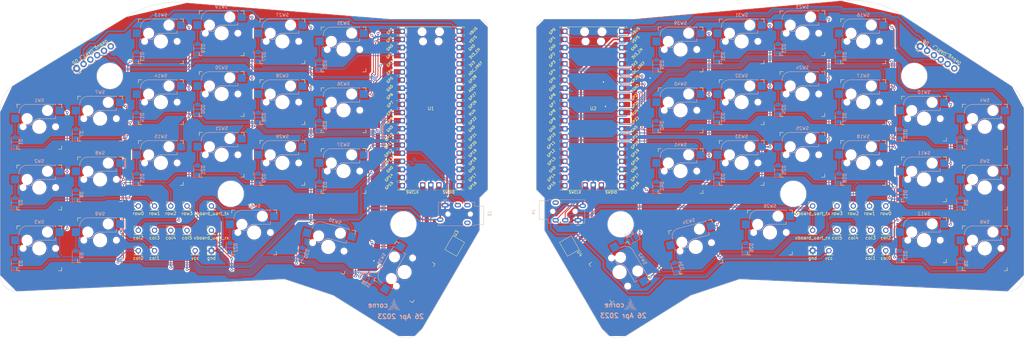
<source format=kicad_pcb>
(kicad_pcb (version 20221018) (generator pcbnew)
  (layers (0 "F.Cu" signal) (31 "B.Cu" signal) (34 "B.Paste" user) (35 "F.Paste" user) (36 "B.SilkS" user "B.Silkscreen") (37 "F.SilkS" user "F.Silkscreen") (38 "B.Mask" user) (39 "F.Mask" user) (44 "Edge.Cuts" user))
  (net 0 "")
  (net 1 "/row0_l")
  (net 2 "Net-(D1-A)")
  (net 3 "/row1_l")
  (net 4 "Net-(D2-A)")
  (net 5 "/row2_l")
  (net 6 "Net-(D3-A)")
  (net 7 "/row0_r")
  (net 8 "Net-(D4-A)")
  (net 9 "/row1_r")
  (net 10 "Net-(D5-A)")
  (net 11 "/row2_r")
  (net 12 "Net-(D6-A)")
  (net 13 "Net-(D7-A)")
  (net 14 "Net-(D8-A)")
  (net 15 "Net-(D9-A)")
  (net 16 "Net-(D10-A)")
  (net 17 "Net-(D11-A)")
  (net 18 "Net-(D12-A)")
  (net 19 "Net-(D13-A)")
  (net 20 "Net-(D14-A)")
  (net 21 "Net-(D15-A)")
  (net 22 "Net-(D16-A)")
  (net 23 "Net-(D17-A)")
  (net 24 "Net-(D18-A)")
  (net 25 "Net-(D19-A)")
  (net 26 "Net-(D20-A)")
  (net 27 "Net-(D21-A)")
  (net 28 "/row3_l")
  (net 29 "Net-(D22-A)")
  (net 30 "Net-(D23-A)")
  (net 31 "Net-(D24-A)")
  (net 32 "Net-(D25-A)")
  (net 33 "/row3_r")
  (net 34 "Net-(D26-A)")
  (net 35 "Net-(D27-A)")
  (net 36 "Net-(D28-A)")
  (net 37 "Net-(D29-A)")
  (net 38 "Net-(D30-A)")
  (net 39 "Net-(D31-A)")
  (net 40 "Net-(D32-A)")
  (net 41 "Net-(D33-A)")
  (net 42 "Net-(D34-A)")
  (net 43 "Net-(D35-A)")
  (net 44 "Net-(D36-A)")
  (net 45 "Net-(D37-A)")
  (net 46 "Net-(D38-A)")
  (net 47 "Net-(D39-A)")
  (net 48 "Net-(D40-A)")
  (net 49 "Net-(D41-A)")
  (net 50 "Net-(D42-A)")
  (net 51 "/vcc_l")
  (net 52 "/swdio_l")
  (net 53 "/dbg_uart_tx_l")
  (net 54 "/swclk_l")
  (net 55 "/gnd_l")
  (net 56 "/dbg_uart_rx_l")
  (net 57 "/vcc_r")
  (net 58 "/swdio_r")
  (net 59 "/dbg_uart_tx_r")
  (net 60 "/swclk_r")
  (net 61 "/gnd_r")
  (net 62 "/dbg_uart_rx_r")
  (net 63 "/xboard_uart_rx_l")
  (net 64 "/xboard_uart_tx_l")
  (net 65 "/xboard_uart_tx_r")
  (net 66 "/xboard_uart_rx_r")
  (net 67 "/col0_l")
  (net 68 "/col0_r")
  (net 69 "/col1_l")
  (net 70 "/col1_r")
  (net 71 "/col2_l")
  (net 72 "/col2_r")
  (net 73 "/col3_l")
  (net 74 "/col3_r")
  (net 75 "/col4_l")
  (net 76 "/col4_r")
  (net 77 "/col5_l")
  (net 78 "/col5_r")
  (footprint "Key_Switches:Kailh_socket_MX" (layer "F.Cu") (at 92.1 66.6)
    (fp_text reference "SW36")
    (fp_text value "SW_Push")
  )
  (footprint "Connector_PinHeader_2.54mm:PinHeader_1x01_P2.54mm_Vertical" (layer "F.Cu") (at 27.94 110.49)
    (fp_text reference "TP15")
    (fp_text value "col0")
  )
  (footprint "Key_Switches:Kailh_socket_MX" (layer "F.Cu") (at 16 107.215)
    (fp_text reference "SW9")
    (fp_text value "SW_Push")
  )
  (footprint "Connector_PinHeader_2.54mm:PinHeader_1x01_P2.54mm_Vertical" (layer "F.Cu") (at 246.38 96.52)
    (fp_text reference "TP14")
    (fp_text value "row3")
  )
  (footprint "Key_Switches:Kailh_socket_MX" (layer "F.Cu") (at 273.56 88.215)
    (fp_text reference "SW11")
    (fp_text value "SW_Push")
  )
  (footprint "Key_Switches:Kailh_socket_MX" (layer "F.Cu") (at 111.155 117.175 60)
    (fp_text reference "SW38")
    (fp_text value "SW_Push")
  )
  (footprint "Key_Switches:Kailh_socket_MX" (layer "F.Cu") (at 235.56 61.52)
    (fp_text reference "SW24")
    (fp_text value "SW_Push")
  )
  (footprint "RP_pico:RPi_Pico_SMD_TH" (layer "F.Cu") (at 170.18 66.04)
    (fp_text reference "U2")
    (fp_text value "Pico")
  )
  (footprint "Key_Switches:Kailh_socket_MX" (layer "F.Cu") (at 92.1 85.6)
    (fp_text reference "SW37")
    (fp_text value "SW_Push")
  )
  (footprint "Key_Switches:Kailh_socket_MX" (layer "F.Cu") (at 254.56 64.06)
    (fp_text reference "SW17")
    (fp_text value "SW_Push")
  )
  (footprint "Key_Switches:Kailh_socket_MX" (layer "F.Cu") (at 216.56 83.06)
    (fp_text reference "SW33")
    (fp_text value "SW_Push")
  )
  (footprint "Key_Switches:Kailh_socket_MX" (layer "F.Cu") (at 16 88.215)
    (fp_text reference "SW8")
    (fp_text value "SW_Push")
  )
  (footprint "Connector_PinHeader_2.54mm:PinHeader_1x01_P2.54mm_Vertical" (layer "F.Cu") (at 33.02 96.52)
    (fp_text reference "TP5")
    (fp_text value "row1")
  )
  (footprint "Key_Switches:Kailh_socket_MX" (layer "F.Cu") (at -3 71.755)
    (fp_text reference "SW1")
    (fp_text value "SW_Push")
  )
  (footprint "Connector_PinHeader_2.54mm:PinHeader_1x01_P2.54mm_Vertical" (layer "F.Cu") (at 238.76 104.14)
    (fp_text reference "TP10")
    (fp_text value "xboard_uart_rx")
  )
  (footprint "Connector_PinHeader_2.54mm:PinHeader_1x01_P2.54mm_Vertical" (layer "F.Cu") (at 238.76 96.52)
    (fp_text reference "TP9")
    (fp_text value "xboard_uart_tx")
  )
  (footprint "Key_Switches:Kailh_socket_MX" (layer "F.Cu") (at 216.56 45.06)
    (fp_text reference "SW31")
    (fp_text value "SW_Push")
  )
  (footprint "Connector_PinHeader_2.54mm:PinHeader_1x01_P2.54mm_Vertical" (layer "F.Cu") (at 50.8 110.49)
    (fp_text reference "GP1")
    (fp_text value "gnd")
  )
  (footprint "Connector_PinHeader_2.54mm:PinHeader_1x01_P2.54mm_Vertical" (layer "F.Cu") (at 256.54 96.52)
    (fp_text reference "TP12")
    (fp_text value "row1")
  )
  (footprint "Connector_PinHeader_2.54mm:PinHeader_1x01_P2.54mm_Vertical" (layer "F.Cu") (at 251.46 96.52)
    (fp_text reference "TP13")
    (fp_text value "row2")
  )
  (footprint "Connector_PinHeader_2.54mm:PinHeader_1x01_P2.54mm_Vertical" (layer "F.Cu") (at 246.38 104.14)
    (fp_text reference "TP26")
    (fp_text value "col5")
  )
  (footprint "Key_Switches:Kailh_socket_MX" (layer "F.Cu") (at 35 83.06)
    (fp_text reference "SW15")
    (fp_text value "SW_Push")
  )
  (footprint "Key_Switches:Kailh_socket_MX" (layer "F.Cu") (at 197.46 47.6)
    (fp_text reference "SW39")
    (fp_text value "SW_Push")
  )
  (footprint "entropy:SM03B-SRSS-TB" (layer "F.Cu") (at 126.526202 108.830642 60)
    (fp_text reference "U3")
    (fp_text value "SWD_Connector_3pin")
  )
  (footprint "Connector_PinHeader_2.54mm:PinHeader_1x01_P2.54mm_Vertical" (layer "F.Cu") (at 38.1 104.14)
    (fp_text reference "TP19")
    (fp_text value "col4")
  )
  (footprint "Key_Switches:Kailh_socket_MX" (layer "F.Cu") (at 64.16 104.8)
    (fp_text reference "SW22")
    (fp_text value "SW_Push")
  )
  (footprint "Connector_PinHeader_2.54mm:PinHeader_1x01_P2.54mm_Vertical" (layer "F.Cu") (at 261.62 96.52)
    (fp_text reference "TP11")
    (fp_text value "row0")
  )
  (footprint "Connector_PinHeader_2.54mm:PinHeader_1x01_P2.54mm_Vertical" (layer "F.Cu") (at 50.8 96.52)
    (fp_text reference "TP2")
    (fp_text value "xboard_uart_tx")
  )
  (footprint "Key_Switches:Kailh_socket_MX" (layer "F.Cu") (at 73 64.06)
    (fp_text reference "SW28")
    (fp_text value "SW_Push")
  )
  (footprint "Connector_PinHeader_2.54mm:PinHeader_1x01_P2.54mm_Vertical" (layer "F.Cu") (at 27.94 104.14)
    (fp_text reference "TP17")
    (fp_text value "col2")
  )
  (footprint "Key_Switches:Kailh_socket_MX" (layer "F.Cu") (at 235.56 80.52)
    (fp_text reference "SW25")
    (fp_text value "SW_Push")
  )
  (footprint "entropy:Header_6pin" (layer "F.Cu") (at 277.724677 50.071558 -33)
    (fp_text reference "U6")
    (fp_text value "Debug_UART_r")
  )
  (footprint "Key_Switches:Kailh_socket_MX" (layer "F.Cu") (at 292.56 109.755)
    (fp_text reference "SW6")
    (fp_text value "SW_Push")
  )
  (footprint "Connector_PinHeader_2.54mm:PinHeader_1x01_P2.54mm_Vertical" (layer "F.Cu") (at 256.8575 110.49)
    (fp_text reference "TP22")
    (fp_text value "col1")
  )
  (footprint "Key_Switches:Kailh_socket_MX" (layer "F.Cu") (at 73 83.06)
    (fp_text reference "SW29")
    (fp_text value "SW_Push")
  )
  (footprint "Connector_PinHeader_2.54mm:PinHeader_1x01_P2.54mm_Vertical" (layer "F.Cu") (at 243.84 110.49)
    (fp_text reference "TP8")
    (fp_text value "vcc")
  )
  (footprint "Connector_PinHeader_2.54mm:PinHeader_1x01_P2.54mm_Vertical" (layer "F.Cu") (at 238.76 110.49)
    (fp_text reference "GP2")
    (fp_text value "gnd")
  )
  (footprint "Key_Switches:Kailh_socket_MX" (layer "F.Cu") (at 254.56 45.06)
    (fp_text reference "SW16")
    (fp_text value "SW_Push")
  )
  (footprint "Key_Switches:Kailh_socket_MX" (layer "F.Cu") (at 273.56 107.215)
    (fp_text reference "SW12")
    (fp_text value "SW_Push")
  )
  (footprint "Key_Switches:Kailh_socket_MX" (layer "F.Cu") (at 87.345 109.305 -15)
    (fp_text reference "SW30")
    (fp_text value "SW_Push")
  )
  (footprint "Key_Switches:Kailh_socket_MX" (layer "F.Cu") (at -3 109.755)
    (fp_text reference "SW3")
    (fp_text value "SW_Push")
  )
  (footprint "Key_Switches:Kailh_socket_MX" (layer "F.Cu") (at -3 90.755)
    (fp_text reference "SW2")
    (fp_text value "SW_Push")
  )
  (footprint "Key_Switches:Kailh_socket_MX" (layer "F.Cu") (at 225.4 104.8)
    (fp_text reference "SW26")
    (fp_text value "SW_Push")
  )
  (footprint "Key_Switches:Kailh_socket_MX" (layer "F.Cu") (at 54 42.52)
    (fp_text reference "SW19")
    (fp_text value "SW_Push")
  )
  (footprint "Connector_PinHeader_2.54mm:PinHeader_1x01_P2.54mm_Vertical" (layer "F.Cu") (at 43.18 104.14)
    (fp_text reference "TP20")
    (fp_text value "col5")
  )
  (footprint "Key_Switches:Kailh_socket_MX" (layer "F.Cu") (at 254.56 83.06)
    (fp_text reference "SW18")
    (fp_text value "SW_Push")
  )
  (footprint "Key_Switches:Kailh_socket_MX" (layer "F.Cu") (at 35 45.06)
    (fp_text reference "SW13")
    (fp_text value "SW_Push")
  )
  (footprint "Connector_PinHeader_2.54mm:PinHeader_1x01_P2.54mm_Vertical" (layer "F.Cu") (at 27.94 96.52)
    (fp_text reference "TP4")
    (fp_text value "row0")
  )
  (footprint "Connector_PinHeader_2.54mm:PinHeader_1x01_P2.54mm_Vertical" (layer "F.Cu") (at 45.72 110.49)
    (fp_text reference "TP1")
    (fp_text value "vcc")
  )
  (footprint "Key_Switches:Kailh_socket_MX" (layer "F.Cu") (at 292.56 71.755)
    (fp_text reference "SW4")
    (fp_text value "SW_Push")
  )
  (footprint "Key_Switches:Kailh_socket_MX" (layer "F.Cu") (at 202.215 109.305 15)
    (fp_text reference "SW34")
    (fp_text value "SW_Push")
  )
  (footprint "entropy:SM03B-SRSS-TB" (layer "F.Cu") (at 163.033798 108.830642 -60)
    (fp_text reference "U4")
    (fp_text value "SWD_Connector_3pin")
  )
  (footprint "Key_Switches:Kailh_socket_MX" (layer "F.Cu") (at 54 61.52)
    (fp_text reference "SW20")
    (fp_text value "SW_Push")
  )
  (footprint "RP_pico:RPi_Pico_SMD_TH" (layer "F.Cu") (at 119.38 66.04)
    (fp_text reference "U1")
    (fp_text value "Pico")
  )
  (footprint "Connector_PinHeader_2.54mm:PinHeader_1x01_P2.54mm_Vertical" (layer "F.Cu") (at 33.02 110.49)
    (fp_text reference "TP16")
    (fp_text value "col1")
  )
  (footprint "Key_Switches:Kailh_socket_MX" (layer "F.Cu") (at 73 45.06)
    (fp_text reference "SW27")
    (fp_text value "SW_Push")
  )
  (footprint "Key_Switches:Kailh_socket_MX" (layer "F.Cu") (at 92.1 47.6)
    (fp_text reference "SW35")
    (fp_text value "SW_Push")
  )
  (footprint "Connector_PinHeader_2.54mm:PinHeader_1x01_P2.54mm_Vertical" (layer "F.Cu") (at 261.62 104.14)
    (fp_text reference "TP23")
    (fp_text value "col2")
  )
  (footprint "Key_Switches:Kailh_socket_MX" (layer "F.Cu") (at 178.405 117.175 -60)
    (fp_text reference "SW42")
    (fp_text value "SW_Push")
  )
  (footprint "entropy:Header_6pin" (layer "F.Cu") (at 14.024031 50.071558 33)
    (fp_text reference "U5")
    (fp_text value "Debug_UART_l")
  )
  (footprint "Key_Switches:Kailh_socket_MX" (layer "F.Cu") (at 235.56 42.52)
    (fp_text reference "SW23")
    (fp_text value "SW_Push")
  )
  (footprint "Key_Switches:Kailh_socket_MX" (layer "F.Cu") (at 35 64.06)
    (fp_text reference "SW14")
    (fp_text value "SW_Push")
  )
  (footprint "Connector_PinHeader_2.54mm:PinHeader_1x01_P2.54mm_Vertical" (layer "F.Cu") (at 43.18 96.52)
    (fp_text reference "TP7")
    (fp_text value "row3")
  )
  (footprint "Key_Switches:Kailh_socket_MX" (layer "F.Cu") (at 273.56 69.215)
    (fp_text reference "SW10")
    (fp_text value "SW_Push")
  )
  (footprint "Connector_PinHeader_2.54mm:PinHeader_1x01_P2.54mm_Vertical" (layer "F.Cu") (at 50.8 104.14)
    (fp_text reference "TP3")
    (fp_text value "xboard_uart_rx")
  )
  (footprint "Connector_PinHeader_2.54mm:PinHeader_1x01_P2.54mm_Vertical" (layer "F.Cu") (at 33.02 104.14)
    (fp_text reference "TP18")
    (fp_text value "col3")
  )
  (footprint "Key_Switches:Kailh_socket_MX" (layer "F.Cu") (at 197.46 66.6)
    (fp_text reference "SW40")
    (fp_text value "SW_Push")
  )
  (footprint "Key_Switches:Kailh_socket_MX" (layer "F.Cu") (at 197.46 85.6)
    (fp_text reference "SW41")
    (fp_text value "SW_Push")
  )
  (footprint "Key_Switches:Kailh_socket_MX" (layer "F.Cu") (at 16 69.215)
    (fp_text reference "SW7")
    (fp_text value "SW_Push")
  )
  (footprint "Connector_PinHeader_2.54mm:PinHeader_1x01_P2.54mm_Vertical" (layer "F.Cu") (at 256.8575 104.14)
    (fp_text reference "TP24")
    (fp_text value "col3")
  )
  (footprint "Key_Switches:Kailh_socket_MX" (layer "F.Cu") (at 216.56 64.06)
    (fp_text reference "SW32")
    (fp_text value "SW_Push")
  )
  (footprint "Key_Switches:Kailh_socket_MX" (layer "F.Cu") (at 54 80.52)
    (fp_text reference "SW21")
    (fp_text value "SW_Push")
  )
  (footprint "Connector_PinHeader_2.54mm:PinHeader_1x01_P2.54mm_Vertical" (layer "F.Cu") (at 261.62 110.49)
    (fp_text reference "TP21")
    (fp_text value "col0")
  )
  (footprint "Key_Switches:Kailh_socket_MX" (layer "F.Cu") (at 292.56 90.755)
    (fp_text reference "SW5")
    (fp_text value "SW_Push")
  )
  (footprint "Connector_PinHeader_2.54mm:PinHeader_1x01_P2.54mm_Vertical" (layer "F.Cu") (at 38.1 96.52)
    (fp_text reference "TP6")
    (fp_text value "row2")
  )
  (footprint "Connector_PinHeader_2.54mm:PinHeader_1x01_P2.54mm_Vertical" (layer "F.Cu") (at 251.46 104.14)
    (fp_text reference "TP25")
    (fp_text value "col4")
  )
  (footprint "Diode_SMD:D_1206_3216Metric" (layer "B.Cu") (at 266 73.965 90)
    (fp_text reference "D10")
    (fp_text value "D")
  )
  (footprint "Diode_SMD:D_1206_3216Metric" (layer "B.Cu") (at 228 47.27 90)
    (fp_text reference "D23")
    (fp_text value "D")
  )
  (footprint "Diode_SMD:D_1206_3216Metric" (layer "B.Cu") (at 182.316216 106.949425 -150)
    (fp_text reference "D42")
    (fp_text value "D")
  )
  (footprint "Diode_SMD:D_1206_3216Metric" (layer "B.Cu") (at 78.89 110.97 75)
    (fp_text reference "D30")
    (fp_text value "D")
  )
  (footprint "Diode_SMD:D_1206_3216Metric" (layer "B.Cu") (at 285 76.505 90)
    (fp_text reference "D4")
    (fp_text value "D")
  )
  (footprint "Diode_SMD:D_1206_3216Metric" (layer "B.Cu") (at 56.6 109.55 90)
    (fp_text reference "D22")
    (fp_text value "D")
  )
  (footprint "Diode_SMD:D_1206_3216Metric" (layer "B.Cu") (at 46.44 66.27 90)
    (fp_text reference "D20")
    (fp_text value "D")
  )
  (footprint "Diode_SMD:D_1206_3216Metric" (layer "B.Cu") (at 65.44 49.81 90)
    (fp_text reference "D27")
    (fp_text value "D")
  )
  (footprint "Diode_SMD:D_1206_3216Metric" (layer "B.Cu") (at 189.9 71.35 90)
    (fp_text reference "D40")
    (fp_text value "D")
  )
  (footprint "Diode_SMD:D_1206_3216Metric" (layer "B.Cu") (at 247 87.81 90)
    (fp_text reference "D18")
    (fp_text value "D")
  )
  (footprint "Diode_SMD:D_1206_3216Metric" (layer "B.Cu") (at 195.942347 115.652296 105)
    (fp_text reference "D34")
    (fp_text value "D")
  )
  (footprint "Diode_SMD:D_1206_3216Metric" (layer "B.Cu") (at 84.54 90.35 90)
    (fp_text reference "D37")
    (fp_text value "D")
  )
  (footprint "entropy:Jack_3.5mm_boardsource_TRRS_TH" (layer "B.Cu") (at 165.405 95.8925 -90)
    (fp_text reference "J4")
    (fp_text value "AudioJack4")
  )
  (footprint "Diode_SMD:D_1206_3216Metric" (layer "B.Cu") (at 27.44 49.81 90)
    (fp_text reference "D13")
    (fp_text value "D")
  )
  (footprint "Diode_SMD:D_1206_3216Metric" (layer "B.Cu") (at 27.44 68.81 90)
    (fp_text reference "D14")
    (fp_text value "D")
  )
  (footprint "Diode_SMD:D_1206_3216Metric" (layer "B.Cu") (at 65.44 87.81 90)
    (fp_text reference "D29")
    (fp_text value "D")
  )
  (footprint "Diode_SMD:D_1206_3216Metric" (layer "B.Cu") (at 8.44 73.965 90)
    (fp_text reference "D7")
    (fp_text value "D")
  )
  (footprint "Diode_SMD:D_1206_3216Metric" (layer "B.Cu") (at 84.54 71.35 90)
    (fp_text reference "D36")
    (fp_text value "D")
  )
  (footprint "Diode_SMD:D_1206_3216Metric" (layer "B.Cu") (at 189.9 52.35 90)
    (fp_text reference "D39")
    (fp_text value "D")
  )
  (footprint "Diode_SMD:D_1206_3216Metric" (layer "B.Cu") (at 100.005 119.360811 -30)
    (fp_text reference "D38")
    (fp_text value "D")
  )
  (footprint "Diode_SMD:D_1206_3216Metric" (layer "B.Cu") (at 8.44 92.965 90)
    (fp_text reference "D8")
    (fp_text value "D")
  )
  (footprint "Diode_SMD:D_1206_3216Metric" (layer "B.Cu") (at 247 68.81 90)
    (fp_text reference "D17")
    (fp_text value "D")
  )
  (footprint "Diode_SMD:D_1206_3216Metric" (layer "B.Cu") (at 247 49.81 90)
    (fp_text reference "D16")
    (fp_text value "D")
  )
  (footprint "Diode_SMD:D_1206_3216Metric" (layer "B.Cu") (at 217.84 109.55 90)
    (fp_text reference "D26")
    (fp_text value "D")
  )
  (footprint "Diode_SMD:D_1206_3216Metric" (layer "B.Cu") (at 209 87.81 90)
    (fp_text reference "D33")
    (fp_text value "D")
  )
  (footprint "Diode_SMD:D_1206_3216Metric" (layer "B.Cu") (at 285 114.505 90)
    (fp_text reference "D6")
    (fp_text value "D")
  )
  (footprint "Diode_SMD:D_1206_3216Metric" (layer "B.Cu") (at 228 66.27 90)
    (fp_text reference "D24")
    (fp_text value "D")
  )
  (footprint "Diode_SMD:D_1206_3216Metric" (layer "B.Cu") (at 266 111.965 90)
    (fp_text reference "D12")
    (fp_text value "D")
  )
  (footprint "Diode_SMD:D_1206_3216Metric" (layer "B.Cu") (at 228 85.27 90)
    (fp_text reference "D25")
    (fp_text value "D")
  )
  (footprint "Diode_SMD:D_1206_3216Metric" (layer "B.Cu") (at 189.9 90.35 90)
    (fp_text reference "D41")
    (fp_text value "D")
  )
  (footprint "Diode_SMD:D_1206_3216Metric" (layer "B.Cu") (at 209 49.81 90)
    (fp_text reference "D31")
    (fp_text value "D")
  )
  (footprint "Diode_SMD:D_1206_3216Metric" (layer "B.Cu") (at -10.56 114.505 90)
    (fp_text reference "D3")
    (fp_text value "D")
  )
  (footprint "Diode_SMD:D_1206_3216Metric" (layer "B.Cu") (at 27.44 87.81 90)
    (fp_text reference "D15")
    (fp_text value "D")
  )
  (footprint "Diode_SMD:D_1206_3216Metric" (layer "B.Cu") (at 84.54 52.35 90)
    (fp_text reference "D35")
    (fp_text value "D")
  )
  (footprint "Diode_SMD:D_1206_3216Metric" (layer "B.Cu") (at 65.44 68.81 90)
    (fp_text reference "D28")
    (fp_text value "D")
  )
  (footprint "Diode_SMD:D_1206_3216Metric" (layer "B.Cu") (at -10.56 95.505 90)
    (fp_text reference "D2")
    (fp_text value "D")
  )
  (footprint "entropy:Jack_3.5mm_boardsource_TRRS_TH" (layer "B.Cu") (at 123.84 101.36 90)
    (fp_text reference "J3")
    (fp_text value "AudioJack4")
  )
  (footprint "Diode_SMD:D_1206_3216Metric" (layer "B.Cu") (at 209 68.81 90)
    (fp_text reference "D32")
    (fp_text value "D")
  )
  (footprint "Diode_SMD:D_1206_3216Metric" (layer "B.Cu") (at 285 95.505 90)
    (fp_text reference "D5")
    (fp_text value "D")
  )
  (footprint "Diode_SMD:D_1206_3216Metric" (layer "B.Cu") (at 8.44 111.965 90)
    (fp_text reference "D9")
    (fp_text value "D")
  )
  (footprint "Diode_SMD:D_1206_3216Metric" (layer "B.Cu") (at 46.44 85.27 90)
    (fp_text reference "D21")
    (fp_text value "D")
  )
  (footprint "Diode_SMD:D_1206_3216Metric" (layer "B.Cu") (at 266 92.965 90)
    (fp_text reference "D11")
    (fp_text value "D")
  )
  (footprint "Diode_SMD:D_1206_3216Metric" (layer "B.Cu") (at -10.56 76.505 90)
    (fp_text reference "D1")
    (fp_text value "D")
  )
  (footprint "Diode_SMD:D_1206_3216Metric" (layer "B.Cu") (at 46.44 47.27 90)
    (fp_text reference "D19")
    (fp_text value "D")
  )
  (gr_poly (pts (xy 108.123195 125.987225) (xy 108.037351 126.036808) (xy 107.932139 125.854642) (xy 107.932139 127.153376) (xy 108.142509 127.027884) (xy 108.061454 126.591414) (xy 108.11748 126.321896) (xy 108.037496 126.410585) (xy 107.99253 126.370024) (xy 108.189327 126.151796) (xy 108.280027 126.431315) (xy 108.222427 126.450008) (xy 108.185425 126.335972) (xy 108.137443 126.566808) (xy 108.320323 126.589231) (xy 108.320442 126.588226) (xy 108.217651 126.511126) (xy 108.253978 126.462681) (xy 108.442719 126.604233) (xy 108.442864 126.604246) (xy 108.442858 126.604293) (xy 108.442851 126.604339) (xy 108.489074 126.638999) (xy 108.4358 126.66178) (xy 108.435628 126.663288) (xy 108.433035 126.662971) (xy 108.218881 126.754543) (xy 108.195069 126.698861) (xy 108.313219 126.648339) (xy 108.313219 126.648273) (xy 108.13862 126.626868) (xy 108.213047 127.027659) (xy 108.470421 127.265969) (xy 108.610808 127.188142) (xy 108.489074 127.18805) (xy 108.489127 127.1275) (xy 108.782987 127.127725) (xy 108.635957 127.382161) (xy 108.58353 127.351853) (xy 108.6424 127.249975) (xy 108.494511 127.331956) (xy 108.430323 127.548253) (xy 108.514183 127.466457) (xy 108.556463 127.509809) (xy 108.346093 127.71498) (xy 108.273491 127.430236) (xy 108.332163 127.415274) (xy 108.362312 127.533503) (xy 108.425878 127.319296) (xy 108.176508 127.088408) (xy 107.932139 127.23418) (xy 107.932139 127.498459) (xy 108.087992 127.408659) (xy 108.087489 127.407773) (xy 107.96586 127.412641) (xy 107.963439 127.352131) (xy 108.257074 127.340397) (xy 108.120523 127.600601) (xy 108.066892 127.572463) (xy 108.120734 127.469897) (xy 107.932139 127.578535) (xy 107.932139 127.92437) (xy 107.909225 127.911139) (xy 107.908775 127.910843) (xy 107.906688 127.909613) (xy 107.90454 127.908485) (xy 107.902334 127.90746) (xy 107.900074 127.906543) (xy 107.897763 127.905735) (xy 107.895405 127.90504) (xy 107.893015 127.904462) (xy 107.89061 127.904006) (xy 107.888194 127.90367) (xy 107.885771 127.903453) (xy 107.883347 127.903356) (xy 107.880925 127.903377) (xy 107.87851 127.903517) (xy 107.876105 127.903774) (xy 107.873716 127.904148) (xy 107.871347 127.904638) (xy 107.869002 127.905244) (xy 107.866685 127.905966) (xy 107.864402 127.906802) (xy 107.862155 127.907752) (xy 107.85995 127.908815) (xy 107.857791 127.909991) (xy 107.833 127.924303) (xy 107.833 127.108807) (xy 107.566895 127.539429) (xy 107.644286 127.684699) (xy 107.645622 127.561072) (xy 107.706172 127.561721) (xy 107.70301 127.855567) (xy 107.640661 127.818697) (xy 107.637856 127.820192) (xy 107.635409 127.815588) (xy 107.450055 127.705998) (xy 107.480879 127.653875) (xy 107.58068 127.71289) (xy 107.50653 127.573706) (xy 107.350704 127.579805) (xy 107.448984 127.636293) (xy 107.418795 127.688787) (xy 107.164027 127.54234) (xy 107.418199 127.394835) (xy 107.448587 127.447209) (xy 107.339009 127.510802) (xy 107.507086 127.504227) (xy 107.632684 127.30096) (xy 107.521294 127.222988) (xy 107.565996 127.328795) (xy 107.510208 127.352356) (xy 107.395855 127.081661) (xy 107.687479 127.117869) (xy 107.680018 127.177969) (xy 107.555968 127.162557) (xy 107.669223 127.241839) (xy 107.815299 127.00546) (xy 107.531864 126.817342) (xy 107.240307 126.976595) (xy 107.354475 126.972507) (xy 107.356631 127.03303) (xy 107.062957 127.043521) (xy 107.200619 126.783899) (xy 107.254118 126.812262) (xy 107.196121 126.921654) (xy 107.494426 126.758737) (xy 107.448441 126.536592) (xy 107.40878 126.649702) (xy 107.351643 126.629673) (xy 107.448864 126.35235) (xy 107.640489 126.575142) (xy 107.594584 126.614631) (xy 107.51673 126.524117) (xy 107.564699 126.755853) (xy 107.833 126.93393) (xy 107.833 125.854642) (xy 107.727788 126.036808) (xy 107.641944 125.987225) (xy 107.882569 125.570612)) (fill solid) (layer "B.SilkS"))
  (gr_poly (pts (xy 108.899607 127.528875) (xy 108.902619 127.529013) (xy 108.905614 127.529274) (xy 108.908589 127.529655) (xy 108.911539 127.530156) (xy 108.914461 127.530773) (xy 108.917353 127.531507) (xy 108.920209 127.532355) (xy 108.923028 127.533317) (xy 108.925804 127.534391) (xy 108.928536 127.535575) (xy 108.931218 127.536867) (xy 108.933849 127.538268) (xy 108.936423 127.539774) (xy 108.938939 127.541385) (xy 108.941391 127.543099) (xy 108.943778 127.544915) (xy 108.946094 127.546831) (xy 108.948338 127.548846) (xy 108.950504 127.550959) (xy 108.95259 127.553167) (xy 108.954593 127.55547) (xy 108.956508 127.557866) (xy 108.958332 127.560354) (xy 108.960062 127.562932) (xy 108.961694 127.565599) (xy 108.963213 127.568332) (xy 108.964607 127.571106) (xy 108.965876 127.573918) (xy 108.96702 127.576764) (xy 108.96804 127.57964) (xy 108.968937 127.582543) (xy 108.96971 127.585468) (xy 108.970361 127.588413) (xy 108.97089 127.591372) (xy 108.971298 127.594343) (xy 108.971749 127.600304) (xy 108.971719 127.606266) (xy 108.971213 127.612198) (xy 108.970233 127.61807) (xy 108.968783 127.623853) (xy 108.966868 127.629516) (xy 108.965736 127.632293) (xy 108.96449 127.635029) (xy 108.96313 127.63772) (xy 108.961655 127.640362) (xy 108.960066 127.642952) (xy 108.958365 127.645485) (xy 108.956551 127.647958) (xy 108.954624 127.650368) (xy 108.952586 127.65271) (xy 108.950437 127.654981) (xy 108.94588 127.659228) (xy 108.941046 127.663032) (xy 108.935966 127.666389) (xy 108.930671 127.669294) (xy 108.92519 127.671744) (xy 108.919552 127.673733) (xy 108.913789 127.675258) (xy 108.90793 127.676315) (xy 108.902005 127.6769) (xy 108.896044 127.677007) (xy 108.890078 127.676634) (xy 108.884136 127.675776) (xy 108.878248 127.674428) (xy 108.872445 127.672588) (xy 108.866755 127.670249) (xy 108.861211 127.667409) (xy 108.504817 127.871535) (xy 108.820266 128.031608) (xy 109.049644 127.916077) (xy 109.092384 127.916077) (xy 109.092483 127.918028) (xy 109.092695 127.919978) (xy 109.093021 127.921922) (xy 109.093462 127.923856) (xy 109.100274 127.937376) (xy 109.101243 127.938523) (xy 109.102253 127.939619) (xy 109.104388 127.941657) (xy 109.106665 127.943485) (xy 109.109067 127.9451) (xy 109.111581 127.946499) (xy 109.11419 127.947679) (xy 109.11688 127.948636) (xy 109.119637 127.949366) (xy 109.122444 127.949867) (xy 109.125287 127.950135) (xy 109.12815 127.950167) (xy 109.131019 127.949959) (xy 109.133879 127.949509) (xy 109.136714 127.948812) (xy 109.13951 127.947866) (xy 109.140888 127.947298) (xy 109.142251 127.946667) (xy 109.143585 127.945977) (xy 109.144879 127.945237) (xy 109.14734 127.943608) (xy 109.149629 127.941795) (xy 109.151738 127.939812) (xy 109.153661 127.937673) (xy 109.155391 127.935391) (xy 109.156922 127.932981) (xy 109.158248 127.930456) (xy 109.15936 127.927831) (xy 109.160254 127.925119) (xy 109.160922 127.922334) (xy 109.161358 127.919491) (xy 109.161554 127.916602) (xy 109.161506 127.913683) (xy 109.161205 127.910747) (xy 109.160958 127.909277) (xy 109.160646 127.907808) (xy 109.16027 127.906354) (xy 109.159836 127.904928) (xy 109.159344 127.903532) (xy 109.158795 127.902166) (xy 109.158193 127.900832) (xy 109.157537 127.899531) (xy 109.15683 127.898265) (xy 109.156073 127.897034) (xy 109.154415 127.894683) (xy 109.152575 127.892489) (xy 109.150566 127.89046) (xy 109.148399 127.888607) (xy 109.146087 127.886938) (xy 109.143642 127.885463) (xy 109.141075 127.884193) (xy 109.1384 127.883136) (xy 109.137025 127.88269) (xy 109.135628 127.882301) (xy 109.134209 127.881971) (xy 109.132771 127.881699) (xy 109.131315 127.881489) (xy 109.129842 127.88134) (xy 109.128354 127.881253) (xy 109.126852 127.881231) (xy 109.124869 127.881266) (xy 109.122904 127.881416) (xy 109.12096 127.881676) (xy 109.119042 127.882047) (xy 109.117154 127.882526) (xy 109.115301 127.88311) (xy 109.113487 127.883797) (xy 109.111716 127.884586) (xy 109.109993 127.885474) (xy 109.108321 127.886459) (xy 109.106707 127.88754) (xy 109.105153 127.888714) (xy 109.103663 127.889978) (xy 109.102244 127.891332) (xy 109.100898 127.892772) (xy 109.09963 127.894297) (xy 109.098453 127.895893) (xy 109.097377 127.897544) (xy 109.096403 127.899247) (xy 109.095531 127.900995) (xy 109.094764 127.902785) (xy 109.094101 127.904612) (xy 109.093545 127.90647) (xy 109.093095 127.908356) (xy 109.092753 127.910264) (xy 109.09252 127.91219) (xy 109.092397 127.914129) (xy 109.092384 127.916077) (xy 109.049644 127.916077) (xy 109.052769 127.914503) (xy 109.052884 127.911327) (xy 109.053131 127.908183) (xy 109.05351 127.905072) (xy 109.054016 127.901998) (xy 109.054647 127.898964) (xy 109.055402 127.895973) (xy 109.056277 127.893028) (xy 109.05727 127.890133) (xy 109.058379 127.88729) (xy 109.0596 127.884502) (xy 109.060933 127.881773) (xy 109.061225 127.881231) (xy 109.126852 127.881231) (xy 109.061225 127.881231) (xy 109.062373 127.879106) (xy 109.063919 127.876503) (xy 109.065568 127.873968) (xy 109.067317 127.871504) (xy 109.069165 127.869114) (xy 109.071108 127.866801) (xy 109.073144 127.864568) (xy 109.075271 127.862418) (xy 109.077487 127.860355) (xy 109.079787 127.858381) (xy 109.082171 127.8565) (xy 109.084636 127.854714) (xy 109.087179 127.853027) (xy 109.089797 127.851442) (xy 109.092489 127.849961) (xy 109.095251 127.848589) (xy 109.098082 127.847327) (xy 109.100978 127.84618) (xy 109.103938 127.84515) (xy 109.106958 127.84424) (xy 109.110037 127.843453) (xy 109.113146 127.842798) (xy 109.116258 127.84228) (xy 109.119368 127.841896) (xy 109.122473 127.841645) (xy 109.12557 127.841526) (xy 109.128655 127.841537) (xy 109.131724 127.841675) (xy 109.134773 127.84194) (xy 109.1378 127.84233) (xy 109.1408 127.842843) (xy 109.14377 127.843477) (xy 109.146706 127.844231) (xy 109.149605 127.845103) (xy 109.152463 127.846091) (xy 109.155276 127.847195) (xy 109.158041 127.848411) (xy 109.160755 127.849738) (xy 109.163413 127.851176) (xy 109.166013 127.852721) (xy 109.16855 127.854373) (xy 109.17102 127.856129) (xy 109.173421 127.857988) (xy 109.175749 127.859949) (xy 109.178 127.86201) (xy 109.180171 127.864168) (xy 109.182257 127.866423) (xy 109.184255 127.868773) (xy 109.186163 127.871215) (xy 109.187975 127.873749) (xy 109.189689 127.876373) (xy 109.191301 127.879084) (xy 109.192807 127.881882) (xy 109.194193 127.884742) (xy 109.195447 127.887636) (xy 109.19657 127.890562) (xy 109.197563 127.893515) (xy 109.198426 127.896491) (xy 109.19916 127.899487) (xy 109.199767 127.902499) (xy 109.200245 127.905522) (xy 109.200597 127.908553) (xy 109.200824 127.911588) (xy 109.200925 127.914624) (xy 109.200902 127.917655) (xy 109.200755 127.920679) (xy 109.200486 127.923691) (xy 109.200094 127.926687) (xy 109.199581 127.929664) (xy 109.198948 127.932618) (xy 109.198195 127.935545) (xy 109.197322 127.93844) (xy 109.196332 127.941301) (xy 109.195223 127.944122) (xy 109.193998 127.946901) (xy 109.192657 127.949633) (xy 109.191201 127.952315) (xy 109.18963 127.954942) (xy 109.187945 127.957511) (xy 109.186147 127.960017) (xy 109.184237 127.962458) (xy 109.182216 127.964828) (xy 109.180083 127.967125) (xy 109.177841 127.969343) (xy 109.175489 127.97148) (xy 109.173049 127.973515) (xy 109.170543 127.975431) (xy 109.167974 127.977227) (xy 109.165348 127.978903) (xy 109.159938 127.981894) (xy 109.154343 127.984403) (xy 109.148596 127.986429) (xy 109.142727 127.987969) (xy 109.13677 127.989021) (xy 109.130754 127.989585) (xy 109.124713 127.989659) (xy 109.118678 127.98924) (xy 109.11268 127.988327) (xy 109.106751 127.986919) (xy 109.100923 127.985013) (xy 109.095227 127.982609) (xy 109.092439 127.981219) (xy 109.089696 127.979704) (xy 109.087001 127.978063) (xy 109.08436 127.976296) (xy 108.835811 128.101484) (xy 108.833945 128.102358) (xy 108.832042 128.103116) (xy 108.830109 128.103758) (xy 108.828149 128.104282) (xy 108.826169 128.104691) (xy 108.824172 128.104982) (xy 108.822166 128.105157) (xy 108.820154 128.105215) (xy 108.818142 128.105157) (xy 108.816136 128.104982) (xy 108.81414 128.104691) (xy 108.812159 128.104282) (xy 108.810199 128.103758) (xy 108.808266 128.103116) (xy 108.806363 128.102358) (xy 108.804497 128.101484) (xy 108.432758 127.912796) (xy 108.170953 128.06218) (xy 108.333195 128.155856) (xy 108.451821 128.080344) (xy 108.453901 128.079117) (xy 108.456042 128.078047) (xy 108.458236 128.077134) (xy 108.460475 128.076377) (xy 108.46275 128.075777) (xy 108.465053 128.075334) (xy 108.467377 128.075048) (xy 108.469712 128.074919) (xy 108.47205 128.074948) (xy 108.474383 128.075135) (xy 108.476704 128.075479) (xy 108.479002 128.075982) (xy 108.481271 128.076643) (xy 108.483503 128.077462) (xy 108.485687 128.07844) (xy 108.487817 128.079576) (xy 108.704101 128.204645) (xy 108.706831 128.203043) (xy 108.709606 128.201569) (xy 108.712423 128.200221) (xy 108.715277 128.199) (xy 108.718164 128.197904) (xy 108.721081 128.196934) (xy 108.724024 128.196089) (xy 108.726988 128.195368) (xy 108.729971 128.194772) (xy 108.732967 128.194299) (xy 108.738987 128.193723) (xy 108.745018 128.193637) (xy 108.751027 128.194037) (xy 108.756984 128.194921) (xy 108.762859 128.196285) (xy 108.76862 128.198126) (xy 108.771448 128.199224) (xy 108.774236 128.20044) (xy 108.77698 128.201773) (xy 108.779676 128.203223) (xy 108.78232 128.204791) (xy 108.784909 128.206474) (xy 108.787439 128.208273) (xy 108.789905 128.210188) (xy 108.792304 128.212217) (xy 108.794633 128.214362) (xy 108.798992 128.218918) (xy 108.802903 128.223762) (xy 108.806361 128.228861) (xy 108.80936 128.234185) (xy 108.811896 128.239704) (xy 108.813966 128.245387) (xy 108.815564 128.251202) (xy 108.816685 128.257119) (xy 108.817326 128.263108) (xy 108.817481 128.269137) (xy 108.817147 128.275175) (xy 108.816318 128.281192) (xy 108.814989 128.287157) (xy 108.813158 128.293039) (xy 108.810818 128.298808) (xy 108.807965 128.304432) (xy 108.804649 128.309797) (xy 108.800944 128.314799) (xy 108.796876 128.319426) (xy 108.792476 128.323666) (xy 108.787771 128.327508) (xy 108.78279 128.330938) (xy 108.777563 128.333945) (xy 108.772117 128.336517) (xy 108.766481 128.338641) (xy 108.760685 128.340306) (xy 108.754756 128.341499) (xy 108.748723 128.342207) (xy 108.742616 128.34242) (xy 108.736462 128.342124) (xy 108.73029 128.341308) (xy 108.72413 128.339959) (xy 108.721087 128.339088) (xy 108.718105 128.338097) (xy 108.715186 128.336989) (xy 108.712333 128.335766) (xy 108.709547 128.334433) (xy 108.706832 128.332991) (xy 108.701622 128.329797) (xy 108.696722 128.326208) (xy 108.692151 128.322248) (xy 108.687927 128.317944) (xy 108.68407 128.313318) (xy 108.680599 128.308397) (xy 108.677532 128.303204) (xy 108.674888 128.297765) (xy 108.672687 128.292104) (xy 108.670947 128.286246) (xy 108.670256 128.28325) (xy 108.669688 128.280215) (xy 108.669245 128.277143) (xy 108.668928 128.274036) (xy 108.668741 128.270899) (xy 108.668687 128.267735) (xy 108.66869 128.267669) (xy 108.708334 128.267669) (xy 108.708356 128.268972) (xy 108.708426 128.270267) (xy 108.708544 128.271552) (xy 108.708709 128.272825) (xy 108.70892 128.274086) (xy 108.709177 128.275334) (xy 108.70948 128.276568) (xy 108.709826 128.277786) (xy 108.710216 128.278987) (xy 108.710649 128.280171) (xy 108.711124 128.281336) (xy 108.71164 128.282481) (xy 108.712197 128.283606) (xy 108.712794 128.284708) (xy 108.713431 128.285788) (xy 108.714105 128.286843) (xy 108.714818 128.287874) (xy 108.715568 128.288878) (xy 108.716354 128.289855) (xy 108.717176 128.290803) (xy 108.718033 128.291722) (xy 108.718924 128.29261) (xy 108.719848 128.293467) (xy 108.720806 128.294291) (xy 108.721795 128.295081) (xy 108.722816 128.295836) (xy 108.723868 128.296556) (xy 108.724949 128.297238) (xy 108.72606 128.297882) (xy 108.727199 128.298488) (xy 108.728366 128.299053) (xy 108.729561 128.299576) (xy 108.731997 128.300485) (xy 108.734469 128.301201) (xy 108.736967 128.301726) (xy 108.73948 128.302064) (xy 108.741999 128.302215) (xy 108.744513 128.302182) (xy 108.747012 128.301966) (xy 108.749486 128.30157) (xy 108.751925 128.300996) (xy 108.754318 128.300246) (xy 108.756656 128.299321) (xy 108.758929 128.298224) (xy 108.761125 128.296957) (xy 108.763236 128.295522) (xy 108.76525 128.29392) (xy 108.767159 128.292154) (xy 108.768929 128.29025) (xy 108.770535 128.288239) (xy 108.771976 128.286131) (xy 108.773248 128.283938) (xy 108.77435 128.281668) (xy 108.77528 128.279332) (xy 108.776036 128.276941) (xy 108.776616 128.274503) (xy 108.777017 128.27203) (xy 108.777239 128.269532) (xy 108.777278 128.267018) (xy 108.777132 128.264499) (xy 108.776801 128.261985) (xy 108.776281 128.259486) (xy 108.77557 128.257012) (xy 108.774667 128.254573) (xy 108.773584 128.25221) (xy 108.77234 128.249957) (xy 108.770943 128.24782) (xy 108.769402 128.245806) (xy 108.767726 128.24392) (xy 108.765923 128.242168) (xy 108.764002 128.240556) (xy 108.761971 128.239088) (xy 108.759839 128.237772) (xy 108.757614 128.236613) (xy 108.755306 128.235616) (xy 108.752923 128.234788) (xy 108.750473 128.234133) (xy 108.747965 128.233659) (xy 108.745407 128.23337) (xy 108.742809 128.233273) (xy 108.741039 128.233319) (xy 108.739291 128.233452) (xy 108.737569 128.233672) (xy 108.735874 128.233975) (xy 108.734209 128.23436) (xy 108.732576 128.234824) (xy 108.730977 128.235365) (xy 108.729414 128.235981) (xy 108.727889 128.23667) (xy 108.726404 128.237429) (xy 108.724963 128.238257) (xy 108.723566 128.239152) (xy 108.722215 128.24011) (xy 108.720914 128.241131) (xy 108.719664 128.242212) (xy 108.718467 128.24335) (xy 108.717326 128.244544) (xy 108.716243 128.245791) (xy 108.715219 128.24709) (xy 108.714257 128.248438) (xy 108.71336 128.249833) (xy 108.712528 128.251273) (xy 108.711765 128.252756) (xy 108.711073 128.254279) (xy 108.710454 128.255841) (xy 108.709909 128.257439) (xy 108.709441 128.259071) (xy 108.709053 128.260735) (xy 108.708746 128.262429) (xy 108.708522 128.264151) (xy 108.708384 128.265898) (xy 108.708334 128.267669) (xy 108.66869 128.267669) (xy 108.668858 128.264414) (xy 108.47132 128.150193) (xy 108.400968 128.194988) (xy 108.794522 128.422278) (xy 109.055507 128.293016) (xy 108.975788 128.243605) (xy 108.973178 128.245425) (xy 108.970513 128.247121) (xy 108.967796 128.248693) (xy 108.965032 128.250139) (xy 108.962224 128.251461) (xy 108.959377 128.252659) (xy 108.953579 128.254683) (xy 108.947671 128.256211) (xy 108.941683 128.257245) (xy 108.935648 128.257785) (xy 108.929598 128.257833) (xy 108.923563 128.25739) (xy 108.917577 128.256456) (xy 108.91167 128.255033) (xy 108.905874 128.253121) (xy 108.900221 128.250723) (xy 108.897458 128.249341) (xy 108.894743 128.247838) (xy 108.892079 128.246214) (xy 108.889471 128.244468) (xy 108.886922 128.242602) (xy 108.884437 128.240614) (xy 108.879748 128.236348) (xy 108.875492 128.231761) (xy 108.871677 128.226885) (xy 108.86831 128.22175) (xy 108.866362 128.218165) (xy 108.932224 128.218165) (xy 108.932278 128.218165) (xy 108.932256 128.218164) (xy 108.932224 128.218165) (xy 108.866362 128.218165) (xy 108.865396 128.216387) (xy 108.862943 128.210828) (xy 108.860957 128.205104) (xy 108.859445 128.199245) (xy 108.858414 128.193283) (xy 108.85787 128.187249) (xy 108.857847 128.184451) (xy 108.897796 128.184451) (xy 108.897944 128.186969) (xy 108.898278 128.189482) (xy 108.898799 128.19198) (xy 108.899512 128.194452) (xy 108.900416 128.196889) (xy 108.901501 128.199251) (xy 108.902746 128.201502) (xy 108.904144 128.203637) (xy 108.905686 128.205649) (xy 108.907363 128.207533) (xy 108.909166 128.209284) (xy 108.911088 128.210895) (xy 108.913119 128.21236) (xy 108.915251 128.213675) (xy 108.917476 128.214832) (xy 108.919783 128.215828) (xy 108.922166 128.216655) (xy 108.924616 128.217308) (xy 108.927123 128.217781) (xy 108.92968 128.218069) (xy 108.932256 128.218164) (xy 108.933999 128.218121) (xy 108.93575 128.217989) (xy 108.937476 128.21777) (xy 108.939175 128.217468) (xy 108.940843 128.217083) (xy 108.94248 128.216619) (xy 108.944082 128.216078) (xy 108.945649 128.215462) (xy 108.947177 128.214772) (xy 108.948664 128.214011) (xy 108.950109 128.213182) (xy 108.951509 128.212286) (xy 108.952861 128.211325) (xy 108.954165 128.210302) (xy 108.955417 128.209219) (xy 108.956615 128.208078) (xy 108.957758 128.206882) (xy 108.958843 128.205631) (xy 108.959868 128.204329) (xy 108.960831 128.202978) (xy 108.961729 128.20158) (xy 108.96256 128.200136) (xy 108.963323 128.19865) (xy 108.964015 128.197123) (xy 108.964634 128.195558) (xy 108.965178 128.193956) (xy 108.965645 128.19232) (xy 108.966031 128.190652) (xy 108.966336 128.188954) (xy 108.966558 128.187229) (xy 108.966693 128.185478) (xy 108.96674 128.183703) (xy 108.966716 128.1824) (xy 108.966643 128.181106) (xy 108.966523 128.179822) (xy 108.966355 128.178549) (xy 108.966142 128.177289) (xy 108.965882 128.176042) (xy 108.965578 128.174809) (xy 108.965229 128.173592) (xy 108.964837 128.172392) (xy 108.964402 128.171209) (xy 108.963925 128.170045) (xy 108.963407 128.168901) (xy 108.962848 128.167778) (xy 108.962249 128.166677) (xy 108.961611 128.165599) (xy 108.960935 128.164545) (xy 108.960221 128.163516) (xy 108.959469 128.162513) (xy 108.958682 128.161538) (xy 108.957859 128.160592) (xy 108.957001 128.159675) (xy 108.956108 128.158788) (xy 108.955183 128.157933) (xy 108.954224 128.157111) (xy 108.953234 128.156323) (xy 108.952212 128.155569) (xy 108.951159 128.154852) (xy 108.950077 128.154171) (xy 108.948966 128.153529) (xy 108.947826 128.152926) (xy 108.946658 128.152363) (xy 108.945464 128.151841) (xy 108.943027 128.150937) (xy 108.940554 128.150225) (xy 108.938057 128.149703) (xy 108.935544 128.149369) (xy 108.933026 128.149222) (xy 108.930512 128.149258) (xy 108.928015 128.149477) (xy 108.925542 128.149876) (xy 108.923105 128.150453) (xy 108.920713 128.151207) (xy 108.918377 128.152134) (xy 108.916107 128.153234) (xy 108.913912 128.154503) (xy 108.911804 128.155941) (xy 108.909792 128.157544) (xy 108.907887 128.159312) (xy 108.906119 128.161218) (xy 108.904515 128.163229) (xy 108.903078 128.165338) (xy 108.901808 128.167532) (xy 108.900709 128.169802) (xy 108.899781 128.172138) (xy 108.899028 128.17453) (xy 108.898451 128.176967) (xy 108.898052 128.17944) (xy 108.897833 128.181938) (xy 108.897796 128.184451) (xy 108.857847 128.184451) (xy 108.85782 128.181173) (xy 108.858271 128.175087) (xy 108.859229 128.169021) (xy 108.860701 128.163007) (xy 108.862694 128.157076) (xy 108.865214 128.151259) (xy 108.866662 128.148425) (xy 108.868218 128.145676) (xy 108.871637 128.140436) (xy 108.875445 128.135554) (xy 108.879611 128.131043) (xy 108.884108 128.126917) (xy 108.888907 128.123191) (xy 108.89398 128.119878) (xy 108.899298 128.116992) (xy 108.904833 128.114547) (xy 108.910557 128.112558) (xy 108.916439 128.111038) (xy 108.922454 128.110002) (xy 108.928571 128.109462) (xy 108.934762 128.109434) (xy 108.940999 128.109931) (xy 108.944126 128.110381) (xy 108.947253 128.110967) (xy 108.950353 128.111686) (xy 108.953398 128.112529) (xy 108.956384 128.113494) (xy 108.95931 128.114578) (xy 108.962172 128.115777) (xy 108.964969 128.117089) (xy 108.967697 128.118511) (xy 108.970355 128.120039) (xy 108.972939 128.121671) (xy 108.975447 128.123403) (xy 108.980224 128.127157) (xy 108.984667 128.131277) (xy 108.988755 128.135738) (xy 108.992467 128.140516) (xy 108.995783 128.145587) (xy 108.998683 128.150926) (xy 108.99997 128.153689) (xy 109.001145 128.15651) (xy 109.002206 128.159386) (xy 109.00315 128.162315) (xy 109.003975 128.165292) (xy 109.004677 128.168315) (xy 109.005255 128.171381) (xy 109.005706 128.174486) (xy 109.006026 128.177629) (xy 109.006215 128.180805) (xy 109.145121 128.266901) (xy 109.147077 128.268206) (xy 109.148925 128.269628) (xy 109.150661 128.271161) (xy 109.152283 128.272797) (xy 109.153787 128.274529) (xy 109.155169 128.276352) (xy 109.156426 128.278258) (xy 109.157553 128.28024) (xy 109.158549 128.282292) (xy 109.159408 128.284407) (xy 109.160127 128.286579) (xy 109.160704 128.288799) (xy 109.161133 128.291062) (xy 109.161413 128.293362) (xy 109.161538 128.29569) (xy 109.161506 128.298041) (xy 109.16143 128.299216) (xy 109.161316 128.300384) (xy 109.161162 128.301542) (xy 109.160971 128.30269) (xy 109.160741 128.303827) (xy 109.160475 128.304952) (xy 109.160172 128.306065) (xy 109.159833 128.307165) (xy 109.159459 128.30825) (xy 109.15905 128.309321) (xy 109.158606 128.310376) (xy 109.158128 128.311414) (xy 109.157617 128.312436) (xy 109.157073 128.313439) (xy 109.156496 128.314423) (xy 109.155888 128.315387) (xy 109.155248 128.316332) (xy 109.154578 128.317254) (xy 109.153877 128.318155) (xy 109.153147 128.319033) (xy 109.152387 128.319887) (xy 109.151599 128.320717) (xy 109.150782 128.321521) (xy 109.149938 128.322299) (xy 109.149066 128.323051) (xy 109.148168 128.323774) (xy 109.147244 128.32447) (xy 109.146295 128.325136) (xy 109.14532 128.325771) (xy 109.144321 128.326376) (xy 109.143297 128.32695) (xy 109.142251 128.327491) (xy 108.866766 128.463977) (xy 109.238903 128.678831) (xy 109.385125 128.617977) (xy 109.23299 128.525373) (xy 109.230328 128.527118) (xy 109.227615 128.528737) (xy 109.224854 128.53023) (xy 109.222049 128.531596) (xy 109.219204 128.532838) (xy 109.216323 128.533953) (xy 109.21341 128.534943) (xy 109.210469 128.535809) (xy 109.204518 128.537166) (xy 109.198503 128.538026) (xy 109.192454 128.538391) (xy 109.186405 128.538263) (xy 109.180385 128.537644) (xy 109.174428 128.536536) (xy 109.168565 128.53494) (xy 109.162827 128.53286) (xy 109.160015 128.531639) (xy 109.157246 128.530297) (xy 109.154525 128.528834) (xy 109.151854 128.527252) (xy 109.149239 128.52555) (xy 109.146683 128.523728) (xy 109.144191 128.521787) (xy 109.141765 128.519727) (xy 109.139429 128.517566) (xy 109.137203 128.515324) (xy 109.133085 128.510612) (xy 109.129416 128.505625) (xy 109.126202 128.500391) (xy 109.125368 128.498742) (xy 109.191054 128.498742) (xy 109.191106 128.498742) (xy 109.191085 128.498742) (xy 109.191054 128.498742) (xy 109.125368 128.498742) (xy 109.123448 128.494944) (xy 109.121162 128.489314) (xy 109.119348 128.483533) (xy 109.118011 128.477631) (xy 109.117159 128.47164) (xy 109.116796 128.465592) (xy 109.116809 128.465007) (xy 109.156625 128.465007) (xy 109.156771 128.467526) (xy 109.157103 128.47004) (xy 109.157624 128.472539) (xy 109.158335 128.475013) (xy 109.159238 128.477451) (xy 109.160322 128.479815) (xy 109.161567 128.482068) (xy 109.162965 128.484204) (xy 109.164506 128.486218) (xy 109.166183 128.488103) (xy 109.167987 128.489855) (xy 109.169909 128.491467) (xy 109.171941 128.492933) (xy 109.174073 128.494249) (xy 109.176298 128.495407) (xy 109.178607 128.496403) (xy 109.180991 128.497231) (xy 109.183441 128.497884) (xy 109.18595 128.498358) (xy 109.188507 128.498646) (xy 109.191085 128.498742) (xy 109.192826 128.498699) (xy 109.194575 128.498568) (xy 109.196299 128.49835) (xy 109.197996 128.498049) (xy 109.199663 128.497666) (xy 109.201298 128.497204) (xy 109.202899 128.496664) (xy 109.204464 128.496049) (xy 109.205991 128.495361) (xy 109.207477 128.494602) (xy 109.208921 128.493775) (xy 109.21032 128.492881) (xy 109.211672 128.491923) (xy 109.212975 128.490902) (xy 109.214226 128.489821) (xy 109.215425 128.488683) (xy 109.216567 128.487489) (xy 109.217652 128.486241) (xy 109.218677 128.484941) (xy 109.21964 128.483592) (xy 109.220539 128.482197) (xy 109.221371 128.480756) (xy 109.222135 128.479272) (xy 109.222828 128.477748) (xy 109.223449 128.476185) (xy 109.223994 128.474585) (xy 109.224462 128.472952) (xy 109.22485 128.471286) (xy 109.225157 128.469591) (xy 109.225381 128.467868) (xy 109.225518 128.466119) (xy 109.225568 128.464347) (xy 109.225546 128.463043) (xy 109.225476 128.461748) (xy 109.225358 128.460463) (xy 109.225193 128.45919) (xy 109.224982 128.457928) (xy 109.224724 128.45668) (xy 109.224422 128.455447) (xy 109.224076 128.454229) (xy 109.223686 128.453027) (xy 109.223253 128.451843) (xy 109.222778 128.450678) (xy 109.222261 128.449533) (xy 109.221704 128.448408) (xy 109.221107 128.447305) (xy 109.22047 128.446226) (xy 109.219795 128.44517) (xy 109.219083 128.44414) (xy 109.218333 128.443136) (xy 109.217546 128.442159) (xy 109.216724 128.441211) (xy 109.215868 128.440292) (xy 109.214976 128.439404) (xy 109.214052 128.438547) (xy 109.213094 128.437723) (xy 109.212104 128.436933) (xy 109.211083 128.436177) (xy 109.210032 128.435458) (xy 109.20895 128.434776) (xy 109.207839 128.434131) (xy 109.206699 128.433526) (xy 109.205532 128.432961) (xy 109.204338 128.432438) (xy 109.201901 128.43153) (xy 109.199429 128.430814) (xy 109.196931 128.430288) (xy 109.194417 128.429951) (xy 109.191898 128.4298) (xy 109.189384 128.429834) (xy 109.186885 128.43005) (xy 109.184411 128.430446) (xy 109.181972 128.43102) (xy 109.179579 128.431771) (xy 109.177241 128.432696) (xy 109.174968 128.433794) (xy 109.172772 128.435061) (xy 109.170661 128.436497) (xy 109.168647 128.4381) (xy 109.166739 128.439866) (xy 109.164968 128.441771) (xy 109.163362 128.443782) (xy 109.161922 128.44589) (xy 109.16065 128.448084) (xy 109.159549 128.450354) (xy 109.158619 128.452691) (xy 109.157864 128.455083) (xy 109.157284 128.45752) (xy 109.156884 128.459994) (xy 109.156663 128.462493) (xy 109.156625 128.465007) (xy 109.116809 128.465007) (xy 109.116929 128.459517) (xy 109.117563 128.453446) (xy 109.118703 128.447412) (xy 109.120356 128.441445) (xy 109.122528 128.435576) (xy 109.12381 128.432688) (xy 109.125223 128.429837) (xy 109.128396 128.424347) (xy 109.131973 128.419213) (xy 109.135928 128.414448) (xy 109.140231 128.410066) (xy 109.144852 128.40608) (xy 109.149764 128.402502) (xy 109.154936 128.399346) (xy 109.160341 128.396624) (xy 109.165949 128.394351) (xy 109.171731 128.392539) (xy 109.177658 128.391202) (xy 109.183702 128.390351) (xy 109.189834 128.390001) (xy 109.196023 128.390165) (xy 109.202243 128.390856) (xy 109.208463 128.392087) (xy 109.211539 128.392902) (xy 109.214556 128.39384) (xy 109.217511 128.394898) (xy 109.220402 128.396072) (xy 109.223225 128.397361) (xy 109.22598 128.39876) (xy 109.228663 128.400267) (xy 109.231271 128.401878) (xy 109.236255 128.4054) (xy 109.240913 128.409303) (xy 109.245224 128.41356) (xy 109.24917 128.418148) (xy 109.252729 128.423042) (xy 109.255884 128.428216) (xy 109.258613 128.433645) (xy 109.260897 128.439305) (xy 109.261866 128.442213) (xy 109.262716 128.44517) (xy 109.263445 128.448172) (xy 109.264051 128.451216) (xy 109.264531 128.454299) (xy 109.264882 128.457418) (xy 109.265103 128.46057) (xy 109.26519 128.463751) (xy 109.479502 128.594085) (xy 109.481538 128.595423) (xy 109.483459 128.596886) (xy 109.485261 128.598468) (xy 109.486939 128.600161) (xy 109.488491 128.601957) (xy 109.489912 128.603848) (xy 109.491198 128.605828) (xy 109.492345 128.607888) (xy 109.493351 128.610022) (xy 109.49421 128.612221) (xy 109.494918 128.614478) (xy 109.495473 128.616785) (xy 109.49587 128.619136) (xy 109.496105 128.621522) (xy 109.496175 128.623935) (xy 109.496075 128.626369) (xy 109.495961 128.627585) (xy 109.495805 128.628791) (xy 109.495609 128.629984) (xy 109.495371 128.631166) (xy 109.495094 128.632334) (xy 109.494777 128.633489) (xy 109.494422 128.634628) (xy 109.494029 128.635752) (xy 109.493599 128.636859) (xy 109.493132 128.637949) (xy 109.492089 128.640073) (xy 109.490907 128.642116) (xy 109.489591 128.644073) (xy 109.488144 128.645936) (xy 109.486573 128.647698) (xy 109.484882 128.649353) (xy 109.483994 128.650138) (xy 109.483077 128.650893) (xy 109.482133 128.651618) (xy 109.481161 128.652312) (xy 109.480164 128.652974) (xy 109.479141 128.653603) (xy 109.478093 128.654198) (xy 109.477021 128.654759) (xy 109.475925 128.655284) (xy 109.474806 128.655773) (xy 109.314574 128.722434) (xy 109.650184 128.916202) (xy 109.653215 128.914449) (xy 109.656298 128.912803) (xy 109.659429 128.911265) (xy 109.662606 128.909836) (xy 109.665826 128.908517) (xy 109.669085 128.907308) (xy 109.672382 128.90621) (xy 109.675713 128.905224) (xy 109.679075 128.904351) (xy 109.682466 128.903591) (xy 109.685882 128.902946) (xy 109.689321 128.902416) (xy 109.69278 128.902002) (xy 109.696256 128.901705) (xy 109.699746 128.901526) (xy 109.703247 128.901465) (xy 109.703253 128.901491) (xy 109.70326 128.901517) (xy 109.708606 128.901652) (xy 109.713882 128.902054) (xy 109.719081 128.902714) (xy 109.724197 128.903628) (xy 109.729223 128.904788) (xy 109.734153 128.906188) (xy 109.73898 128.907821) (xy 109.743698 128.909681) (xy 109.7483 128.911762) (xy 109.752779 128.914056) (xy 109.75713 128.916557) (xy 109.761345 128.91926) (xy 109.765418 128.922156) (xy 109.769343 128.92524) (xy 109.773112 128.928505) (xy 109.77672 128.931945) (xy 109.78016 128.935553) (xy 109.783425 128.939323) (xy 109.78651 128.943248) (xy 109.789406 128.947321) (xy 109.792108 128.951536) (xy 109.79461 128.955886) (xy 109.796904 128.960366) (xy 109.798984 128.964968) (xy 109.800845 128.969685) (xy 109.802478 128.974512) (xy 109.803878 128.979442) (xy 109.805038 128.984469) (xy 109.805951 128.989584) (xy 109.806612 128.994784) (xy 109.807013 129.00006) (xy 109.807148 129.005406) (xy 109.807013 129.010752) (xy 109.806612 129.016028) (xy 109.805951 129.021227) (xy 109.805038 129.026343) (xy 109.803878 129.031369) (xy 109.802478 129.036299) (xy 109.800845 129.041126) (xy 109.798984 129.045844) (xy 109.796904 129.050446) (xy 109.79461 129.054925) (xy 109.792108 129.059276) (xy 109.789406 129.063491) (xy 109.78651 129.067564) (xy 109.783425 129.071488) (xy 109.78016 129.075258) (xy 109.77672 129.078866) (xy 109.773112 129.082306) (xy 109.769343 129.085571) (xy 109.765418 129.088655) (xy 109.761345 129.091552) (xy 109.75713 129.094254) (xy 109.752779 129.096755) (xy 109.7483 129.09905) (xy 109.743698 129.10113) (xy 109.73898 129.10299) (xy 109.734153 129.104624) (xy 109.729223 129.106024) (xy 109.724197 129.107184) (xy 109.719081 129.108097) (xy 109.713882 129.108758) (xy 109.708606 129.109159) (xy 109.70326 129.109294) (xy 109.697914 129.109159) (xy 109.692638 129.108758) (xy 109.687439 129.108097) (xy 109.682323 129.107184) (xy 109.677297 129.106024) (xy 109.672367 129.104624) (xy 109.66754 129.10299) (xy 109.662822 129.10113) (xy 109.65822 129.09905) (xy 109.65374 129.096755) (xy 109.64939 129.094254) (xy 109.645175 129.091552) (xy 109.641102 129.088655) (xy 109.637177 129.085571) (xy 109.633408 129.082306) (xy 109.6298 129.078866) (xy 109.62636 129.075258) (xy 109.623094 129.071489) (xy 109.62001 129.067564) (xy 109.617114 129.063491) (xy 109.614412 129.059276) (xy 109.61191 129.054925) (xy 109.609616 129.050446) (xy 109.607535 129.045844) (xy 109.605675 129.041126) (xy 109.604042 129.036299) (xy 109.602642 129.031369) (xy 109.601482 129.026343) (xy 109.600568 129.021227) (xy 109.599908 129.016028) (xy 109.599507 129.010752) (xy 109.599371 129.005406) (xy 109.599374 129.005353) (xy 109.654934 129.005353) (xy 109.654997 129.007839) (xy 109.655183 129.010293) (xy 109.655491 129.012711) (xy 109.655915 129.01509) (xy 109.656455 129.017427) (xy 109.657106 129.01972) (xy 109.657865 129.021965) (xy 109.65873 129.024159) (xy 109.659698 129.026299) (xy 109.660765 129.028382) (xy 109.661928 129.030405) (xy 109.663185 129.032365) (xy 109.664532 129.034259) (xy 109.665966 129.036085) (xy 109.667485 129.037838) (xy 109.669084 129.039515) (xy 109.670762 129.041115) (xy 109.672515 129.042634) (xy 109.67434 129.044068) (xy 109.676234 129.045415) (xy 109.678195 129.046672) (xy 109.680218 129.047835) (xy 109.682301 129.048902) (xy 109.684441 129.049869) (xy 109.686635 129.050734) (xy 109.68888 129.051494) (xy 109.691173 129.052145) (xy 109.69351 129.052684) (xy 109.695889 129.053109) (xy 109.698307 129.053416) (xy 109.700761 129.053603) (xy 109.703247 129.053666) (xy 109.705732 129.0536) (xy 109.708184 129.053412) (xy 109.710601 129.053102) (xy 109.712979 129.052676) (xy 109.715315 129.052134) (xy 109.717607 129.051482) (xy 109.71985 129.050721) (xy 109.722043 129.049855) (xy 109.724182 129.048887) (xy 109.726264 129.04782) (xy 109.728287 129.046656) (xy 109.730246 129.045399) (xy 109.732139 129.044052) (xy 109.733964 129.042618) (xy 109.735716 129.041099) (xy 109.737394 129.0395) (xy 109.738993 129.037823) (xy 109.740511 129.03607) (xy 109.741946 129.034246) (xy 109.743293 129.032352) (xy 109.744549 129.030393) (xy 109.745713 129.028371) (xy 109.746781 129.026289) (xy 109.747749 129.02415) (xy 109.748615 129.021957) (xy 109.749376 129.019713) (xy 109.750028 129.017422) (xy 109.750569 129.015085) (xy 109.750996 129.012707) (xy 109.751305 129.010291) (xy 109.751494 129.007838) (xy 109.75156 129.005353) (xy 109.751497 129.002867) (xy 109.75131 129.000413) (xy 109.751003 128.997996) (xy 109.750578 128.995616) (xy 109.750038 128.993279) (xy 109.749387 128.990986) (xy 109.748628 128.988742) (xy 109.747763 128.986548) (xy 109.746795 128.984407) (xy 109.745728 128.982324) (xy 109.744565 128.980301) (xy 109.743308 128.978341) (xy 109.741962 128.976447) (xy 109.740527 128.974622) (xy 109.739009 128.972869) (xy 109.737409 128.971191) (xy 109.735731 128.969591) (xy 109.733978 128.968072) (xy 109.732153 128.966638) (xy 109.730259 128.965291) (xy 109.728299 128.964035) (xy 109.726276 128.962871) (xy 109.724192 128.961804) (xy 109.722052 128.960837) (xy 109.719858 128.959972) (xy 109.717614 128.959212) (xy 109.715321 128.958561) (xy 109.712984 128.958022) (xy 109.710604 128.957597) (xy 109.708187 128.95729) (xy 109.705733 128.957103) (xy 109.703247 128.95704) (xy 109.700761 128.957103) (xy 109.698307 128.95729) (xy 109.695889 128.957597) (xy 109.69351 128.958022) (xy 109.691173 128.958561) (xy 109.68888 128.959212) (xy 109.686635 128.959972) (xy 109.684441 128.960837) (xy 109.682301 128.961804) (xy 109.680218 128.962871) (xy 109.678195 128.964035) (xy 109.676234 128.965291) (xy 109.67434 128.966638) (xy 109.672515 128.968072) (xy 109.670762 128.969591) (xy 109.669084 128.971191) (xy 109.667485 128.972869) (xy 109.665966 128.974622) (xy 109.664532 128.976447) (xy 109.663185 128.978341) (xy 109.661928 128.980301) (xy 109.660765 128.982324) (xy 109.659698 128.984407) (xy 109.65873 128.986548) (xy 109.657865 128.988742) (xy 109.657106 128.990986) (xy 109.656455 128.993279) (xy 109.655915 128.995616) (xy 109.655491 128.997996) (xy 109.655183 129.000413) (xy 109.654997 129.002867) (xy 109.654934 129.005353) (xy 109.599374 129.005353) (xy 109.599569 129.001437) (xy 109.106611 128.716825) (xy 109.106611 128.866103) (xy 109.377677 129.06003) (xy 109.380673 129.058931) (xy 109.383691 129.057968) (xy 109.386726 129.05714) (xy 109.389776 129.056444) (xy 109.392837 129.05588) (xy 109.395904 129.055446) (xy 109.398973 129.055143) (xy 109.402042 129.054967) (xy 109.405106 129.054919) (xy 109.408161 129.054997) (xy 109.411204 129.0552) (xy 109.41423 129.055527) (xy 109.417237 129.055977) (xy 109.420219 129.056548) (xy 109.423174 129.057239) (xy 109.426097 129.05805) (xy 109.428985 129.058979) (xy 109.431833 129.060025) (xy 109.434639 129.061187) (xy 109.437397 129.062464) (xy 109.440105 129.063854) (xy 109.442759 129.065356) (xy 109.445354 129.06697) (xy 109.447888 129.068694) (xy 109.450355 129.070527) (xy 109.452753 129.072468) (xy 109.455077 129.074515) (xy 109.457324 129.076669) (xy 109.459489 129.078926) (xy 109.46157 129.081287) (xy 109.463562 129.08375) (xy 109.465461 129.086314) (xy 109.46725 129.088956) (xy 109.468912 129.091652) (xy 109.470449 129.094399) (xy 109.47186 129.09719) (xy 109.473146 129.100024) (xy 109.474307 129.102896) (xy 109.475342 129.105802) (xy 109.476253 129.108738) (xy 109.4777 129.114683) (xy 109.47865 129.120701) (xy 109.479104 129.126759) (xy 109.479064 129.132826) (xy 109.478532 129.138869) (xy 109.477508 129.144857) (xy 109.475994 129.150758) (xy 109.473992 129.156541) (xy 109.472809 129.159378) (xy 109.471504 129.162173) (xy 109.470077 129.164922) (xy 109.46853 129.167622) (xy 109.466862 129.170268) (xy 109.465073 129.172857) (xy 109.463163 129.175384) (xy 109.461133 129.177846) (xy 109.456785 129.182484) (xy 109.452122 129.186681) (xy 109.447175 129.190431) (xy 109.441975 129.193729) (xy 109.436555 129.196568) (xy 109.430944 129.198942) (xy 109.425174 129.200844) (xy 109.419277 129.202269) (xy 109.413284 129.20321) (xy 109.407226 129.203661) (xy 109.401134 129.203616) (xy 109.395039 129.203069) (xy 109.388973 129.202013) (xy 109.382967 129.200441) (xy 109.377053 129.198349) (xy 109.37126 129.19573) (xy 109.368443 129.194233) (xy 109.365711 129.192629) (xy 109.360513 129.189116) (xy 109.35568 129.18522) (xy 109.351225 129.18097) (xy 109.347162 129.176394) (xy 109.343504 129.171522) (xy 109.340266 129.166382) (xy 109.33746 129.161003) (xy 109.335101 129.155414) (xy 109.333202 129.149644) (xy 109.331776 129.143721) (xy 109.330836 129.137674) (xy 109.330398 129.131532) (xy 109.330428 129.129059) (xy 109.370057 129.129059) (xy 109.370078 129.130363) (xy 109.370149 129.131659) (xy 109.370267 129.132944) (xy 109.370432 129.134218) (xy 109.370644 129.13548) (xy 109.370901 129.136728) (xy 109.371203 129.137963) (xy 109.37155 129.139181) (xy 109.371941 129.140383) (xy 109.372374 129.141567) (xy 109.372849 129.142733) (xy 109.373366 129.143879) (xy 109.373924 129.145004) (xy 109.374521 129.146106) (xy 109.375158 129.147186) (xy 109.375834 129.148242) (xy 109.376547 129.149273) (xy 109.377298 129.150277) (xy 109.378084 129.151254) (xy 109.378907 129.152202) (xy 109.379765 129.153121) (xy 109.380656 129.154009) (xy 109.381582 129.154866) (xy 109.38254 129.15569) (xy 109.38353 129.15648) (xy 109.384552 129.157235) (xy 109.385605 129.157955) (xy 109.386687 129.158637) (xy 109.387799 129.159281) (xy 109.388939 129.159886) (xy 109.390107 129.16045) (xy 109.391302 129.160974) (xy 109.39374 129.161881) (xy 109.396214 129.162596) (xy 109.398713 129.16312) (xy 109.401228 129.163456) (xy 109.403748 129.163606) (xy 109.406263 129.16357) (xy 109.408763 129.163353) (xy 109.411238 129.162955) (xy 109.413677 129.162378) (xy 109.416071 129.161625) (xy 109.41841 129.160698) (xy 109.420682 129.159598) (xy 109.422878 129.158328) (xy 109.424988 129.15689) (xy 109.427002 129.155285) (xy 109.428909 129.153516) (xy 109.430679 129.151608) (xy 109.432283 129.149595) (xy 109.433722 129.147485) (xy 109.434992 129.145288) (xy 109.436092 129.143016) (xy 109.437019 129.140678) (xy 109.437772 129.138284) (xy 109.438348 129.135844) (xy 109.438746 129.13337) (xy 109.438964 129.13087) (xy 109.438999 129.128354) (xy 109.43885 129.125834) (xy 109.438514 129.12332) (xy 109.43799 129.12082) (xy 109.437275 129.118346) (xy 109.436367 129.115908) (xy 109.435279 129.113545) (xy 109.434031 129.111293) (xy 109.432629 129.109159) (xy 109.431084 129.107146) (xy 109.429403 129.105263) (xy 109.427596 129.103513) (xy 109.42567 129.101904) (xy 109.423636 129.10044) (xy 109.4215 129.099128) (xy 109.419272 129.097973) (xy 109.416961 129.09698) (xy 109.414575 129.096157) (xy 109.412122 129.095507) (xy 109.409612 129.095038) (xy 109.407052 129.094755) (xy 109.404453 129.094663) (xy 109.404453 129.094597) (xy 109.402682 129.094647) (xy 109.400935 129.094784) (xy 109.399214 129.095007) (xy 109.39752 129.095313) (xy 109.395856 129.095701) (xy 109.394224 129.096168) (xy 109.392626 129.096712) (xy 109.391064 129.097331) (xy 109.389541 129.098023) (xy 109.388058 129.098786) (xy 109.386618 129.099616) (xy 109.385223 129.100514) (xy 109.383875 129.101475) (xy 109.382576 129.102498) (xy 109.381329 129.103581) (xy 109.380135 129.104722) (xy 109.378996 129.105918) (xy 109.377916 129.107168) (xy 109.376895 129.108469) (xy 109.375936 129.109819) (xy 109.375042 129.111215) (xy 109.374214 129.112657) (xy 109.373454 129.114141) (xy 109.372765 129.115666) (xy 109.372149 129.117228) (xy 109.371608 129.118827) (xy 109.371144 129.12046) (xy 109.37076 129.122125) (xy 109.370456 129.123819) (xy 109.370237 129.125541) (xy 109.370103 129.127289) (xy 109.370057 129.129059) (xy 109.330428 129.129059) (xy 109.330474 129.125325) (xy 109.331077 129.11908) (xy 109.331581 129.115953) (xy 109.332221 129.112827) (xy 109.051696 128.912153) (xy 109.05003 128.910887) (xy 109.048454 128.909532) (xy 109.046969 128.908092) (xy 109.045578 128.906574) (xy 109.044284 128.904981) (xy 109.043089 128.903319) (xy 109.041996 128.901592) (xy 109.041007 128.899805) (xy 109.040125 128.897963) (xy 109.039351 128.896071) (xy 109.03869 128.894133) (xy 109.038143 128.892155) (xy 109.037712 128.890142) (xy 109.0374 128.888098) (xy 109.037211 128.886027) (xy 109.037145 128.883936) (xy 109.037145 128.676741) (xy 108.812037 128.546738) (xy 108.812037 128.955016) (xy 108.8175 128.958215) (xy 108.822605 128.961818) (xy 108.827339 128.965794) (xy 108.831689 128.970116) (xy 108.835643 128.974753) (xy 108.839186 128.979678) (xy 108.842307 128.984862) (xy 108.844992 128.990274) (xy 108.847229 128.995887) (xy 108.849004 129.001671) (xy 108.850305 129.007597) (xy 108.851118 129.013636) (xy 108.851431 129.01976) (xy 108.85123 129.02594) (xy 108.850504 129.032145) (xy 108.849238 129.038349) (xy 108.848406 129.041415) (xy 108.847452 129.044422) (xy 108.846378 129.047366) (xy 108.845188 129.050245) (xy 108.843884 129.053057) (xy 108.842471 129.055799) (xy 108.84095 129.058469) (xy 108.839326 129.061063) (xy 108.83578 129.066019) (xy 108.831855 129.070646) (xy 108.827578 129.074925) (xy 108.822973 129.078837) (xy 108.818066 129.082362) (xy 108.812882 129.08548) (xy 108.807444 129.088172) (xy 108.801779 129.090419) (xy 108.798869 129.091369) (xy 108.795912 129.0922) (xy 108.79291 129.09291) (xy 108.789867 129.093496) (xy 108.786785 129.093957) (xy 108.783669 129.094289) (xy 108.780521 129.094489) (xy 108.777344 129.094557) (xy 108.774167 129.094489) (xy 108.771019 129.094289) (xy 108.767902 129.093957) (xy 108.764821 129.093496) (xy 108.761778 129.09291) (xy 108.758776 129.0922) (xy 108.755818 129.091369) (xy 108.752908 129.090419) (xy 108.750049 129.089352) (xy 108.747244 129.088172) (xy 108.744495 129.086881) (xy 108.741806 129.08548) (xy 108.739181 129.083973) (xy 108.736621 129.082362) (xy 108.734132 129.080649) (xy 108.731714 129.078837) (xy 108.729373 129.076928) (xy 108.72711 129.074925) (xy 108.724929 129.07283) (xy 108.722833 129.070646) (xy 108.720825 129.068375) (xy 108.718908 129.066019) (xy 108.717086 129.063581) (xy 108.715361 129.061063) (xy 108.713737 129.058469) (xy 108.712217 129.055799) (xy 108.710804 129.053057) (xy 108.7095 129.050245) (xy 108.70831 129.047366) (xy 108.707236 129.044422) (xy 108.706282 129.041415) (xy 108.70545 129.038349) (xy 108.704749 129.035249) (xy 108.704184 129.032145) (xy 108.703754 129.029041) (xy 108.703457 129.02594) (xy 108.703292 129.022845) (xy 108.703275 129.021306) (xy 108.742724 129.021306) (xy 108.742875 129.023825) (xy 108.743212 129.026338) (xy 108.743738 129.028837) (xy 108.744454 129.031309) (xy 108.745362 129.033746) (xy 108.74645 129.036107) (xy 108.7477 129.038357) (xy 108.749102 129.040491) (xy 108.750647 129.042502) (xy 108.752328 129.044384) (xy 108.754135 129.046132) (xy 108.75606 129.04774) (xy 108.758094 129.049203) (xy 108.76023 129.050514) (xy 108.762457 129.051669) (xy 108.764767 129.05266) (xy 108.767153 129.053483) (xy 108.769604 129.054132) (xy 108.772114 129.054601) (xy 108.774672 129.054884) (xy 108.777271 129.054976) (xy 108.777271 129.054936) (xy 108.77904 129.054887) (xy 108.780785 129.05475) (xy 108.782506 129.054527) (xy 108.784198 129.054221) (xy 108.785861 129.053834) (xy 108.787492 129.053367) (xy 108.789089 129.052824) (xy 108.79065 129.052206) (xy 108.792172 129.051515) (xy 108.793654 129.050754) (xy 108.795093 129.049924) (xy 108.796487 129.049028) (xy 108.797835 129.048068) (xy 108.799134 129.047046) (xy 108.800381 129.045965) (xy 108.801575 129.044825) (xy 108.802713 129.043631) (xy 108.803794 129.042382) (xy 108.804815 129.041083) (xy 108.805774 129.039735) (xy 108.806668 129.03834) (xy 108.807497 129.0369) (xy 108.808257 129.035417) (xy 108.808947 129.033894) (xy 108.809564 129.032333) (xy 108.810106 129.030736) (xy 108.810571 129.029105) (xy 108.810957 129.027441) (xy 108.811262 129.025749) (xy 108.811483 129.024028) (xy 108.811619 129.022282) (xy 108.811667 129.020513) (xy 108.811643 129.01921) (xy 108.81157 129.017915) (xy 108.81145 129.01663) (xy 108.811282 129.015357) (xy 108.811068 129.014096) (xy 108.810809 129.012849) (xy 108.810504 129.011616) (xy 108.810155 129.010398) (xy 108.809763 129.009198) (xy 108.809328 129.008014) (xy 108.80885 129.00685) (xy 108.808332 129.005706) (xy 108.807772 129.004582) (xy 108.807173 129.003481) (xy 108.806535 129.002403) (xy 108.805858 129.001348) (xy 108.805143 129.000319) (xy 108.804391 128.999317) (xy 108.803603 128.998342) (xy 108.802779 128.997395) (xy 108.80192 128.996478) (xy 108.801027 128.995591) (xy 108.800101 128.994736) (xy 108.799142 128.993914) (xy 108.798151 128.993126) (xy 108.797128 128.992372) (xy 108.796075 128.991655) (xy 108.794992 128.990975) (xy 108.79388 128.990333) (xy 108.792739 128.98973) (xy 108.791571 128.989167) (xy 108.790375 128.988646) (xy 108.787937 128.987742) (xy 108.785463 128.987031) (xy 108.782964 128.98651) (xy 108.78045 128.986178) (xy 108.777931 128.986032) (xy 108.775417 128.98607) (xy 108.772918 128.986291) (xy 108.770445 128.986692) (xy 108.768007 128.987271) (xy 108.765615 128.988026) (xy 108.763279 128.988956) (xy 108.761008 128.990058) (xy 108.758814 128.99133) (xy 108.756707 128.99277) (xy 108.754695 128.994376) (xy 108.752791 128.996146) (xy 108.751024 128.998054) (xy 108.749422 129.000069) (xy 108.747986 129.002179) (xy 108.746718 129.004376) (xy 108.745621 129.006648) (xy 108.744695 129.008986) (xy 108.743945 129.01138) (xy 108.74337 129.013818) (xy 108.742974 129.016293) (xy 108.742758 129.018792) (xy 108.742724 129.021306) (xy 108.703275 129.021306) (xy 108.703257 129.01976) (xy 108.70335 129.01669) (xy 108.70357 129.013636) (xy 108.703915 129.010604) (xy 108.704383 129.007597) (xy 108.704973 129.004618) (xy 108.705684 129.001671) (xy 108.706513 128.998759) (xy 108.707459 128.995887) (xy 108.70852 128.993057) (xy 108.709696 128.990274) (xy 108.710983 128.987541) (xy 108.712381 128.984862) (xy 108.713887 128.98224) (xy 108.715502 128.979678) (xy 108.717221 128.977182) (xy 108.719045 128.974753) (xy 108.720971 128.972397) (xy 108.722998 128.970116) (xy 108.725125 128.967914) (xy 108.727348 128.965794) (xy 108.729668 128.963761) (xy 108.732082 128.961818) (xy 108.734589 128.959968) (xy 108.737187 128.958215) (xy 108.739875 128.956563) (xy 108.74265 128.955016) (xy 108.74265 128.50668) (xy 108.495265 128.363884) (xy 108.495265 129.063601) (xy 108.500728 129.0668) (xy 108.505833 129.070403) (xy 108.510567 129.074379) (xy 108.514917 129.078701) (xy 108.51887 129.083339) (xy 108.522414 129.088264) (xy 108.525534 129.093447) (xy 108.52822 129.098859) (xy 108.530456 129.104472) (xy 108.532231 129.110256) (xy 108.533532 129.116182) (xy 108.534345 129.122222) (xy 108.534658 129.128346) (xy 108.534458 129.134525) (xy 108.533732 129.140731) (xy 108.532466 129.146934) (xy 108.531634 129.150001) (xy 108.530679 129.153007) (xy 108.529605 129.155951) (xy 108.528415 129.158831) (xy 108.527112 129.161642) (xy 108.525698 129.164384) (xy 108.524178 129.167054) (xy 108.522554 129.169648) (xy 108.519007 129.174604) (xy 108.515083 129.179231) (xy 108.510806 129.18351) (xy 108.506201 129.187422) (xy 108.501294 129.190947) (xy 108.496109 129.194065) (xy 108.490672 129.196757) (xy 108.485007 129.199003) (xy 108.482097 129.199953) (xy 108.479139 129.200785) (xy 108.476137 129.201495) (xy 108.473094 129.202081) (xy 108.470013 129.202542) (xy 108.466897 129.202873) (xy 108.463748 129.203074) (xy 108.460571 129.203142) (xy 108.457394 129.203074) (xy 108.454246 129.202873) (xy 108.45113 129.202542) (xy 108.448049 129.202081) (xy 108.445005 129.201495) (xy 108.442003 129.200785) (xy 108.439046 129.199953) (xy 108.436136 129.199003) (xy 108.433277 129.197937) (xy 108.430471 129.196757) (xy 108.427722 129.195465) (xy 108.425034 129.194065) (xy 108.422408 129.192558) (xy 108.419849 129.190947) (xy 108.417359 129.189234) (xy 108.414942 129.187422) (xy 108.4126 129.185513) (xy 108.410337 129.18351) (xy 108.408156 129.181415) (xy 108.40606 129.179231) (xy 108.404052 129.17696) (xy 108.402136 129.174604) (xy 108.400313 129.172166) (xy 108.398589 129.169648) (xy 108.396965 129.167054) (xy 108.395444 129.164384) (xy 108.395027 129.163574) (xy 108.460538 129.163574) (xy 108.395027 129.163574) (xy 108.394031 129.161642) (xy 108.392728 129.158831) (xy 108.391537 129.155951) (xy 108.390463 129.153007) (xy 108.389509 129.150001) (xy 108.388677 129.146934) (xy 108.387976 129.143834) (xy 108.387411 129.140731) (xy 108.386981 129.137626) (xy 108.386685 129.134525) (xy 108.38652 129.13143) (xy 108.386502 129.129909) (xy 108.425992 129.129909) (xy 108.426143 129.132428) (xy 108.426481 129.134941) (xy 108.427006 129.137439) (xy 108.427722 129.139911) (xy 108.428631 129.142347) (xy 108.429719 129.144709) (xy 108.430969 129.146959) (xy 108.432371 129.149092) (xy 108.433916 129.151102) (xy 108.435597 129.152984) (xy 108.437404 129.154732) (xy 108.439329 129.15634) (xy 108.441363 129.157803) (xy 108.443498 129.159114) (xy 108.445725 129.160268) (xy 108.448036 129.161259) (xy 108.450421 129.162082) (xy 108.452873 129.162731) (xy 108.455382 129.163199) (xy 108.45794 129.163482) (xy 108.460538 129.163574) (xy 108.462308 129.163523) (xy 108.464055 129.163385) (xy 108.465777 129.163161) (xy 108.46747 129.162853) (xy 108.469134 129.162464) (xy 108.470766 129.161996) (xy 108.472364 129.161451) (xy 108.473925 129.160831) (xy 108.475448 129.160139) (xy 108.47693 129.159376) (xy 108.47837 129.158544) (xy 108.479765 129.157647) (xy 108.481113 129.156685) (xy 108.482412 129.155661) (xy 108.483659 129.154578) (xy 108.484853 129.153437) (xy 108.485991 129.15224) (xy 108.487072 129.15099) (xy 108.488093 129.149689) (xy 108.489051 129.148339) (xy 108.489946 129.146942) (xy 108.490774 129.145501) (xy 108.491533 129.144017) (xy 108.492222 129.142492) (xy 108.492839 129.140929) (xy 108.49338 129.13933) (xy 108.493844 129.137697) (xy 108.494229 129.136032) (xy 108.494533 129.134338) (xy 108.494753 129.132616) (xy 108.494887 129.130869) (xy 108.494934 129.129099) (xy 108.49491 129.127795) (xy 108.494837 129.1265) (xy 108.494716 129.125216) (xy 108.494548 129.123943) (xy 108.494333 129.122682) (xy 108.494073 129.121435) (xy 108.493768 129.120202) (xy 108.493419 129.118985) (xy 108.493026 129.117784) (xy 108.492591 129.116602) (xy 108.492113 129.115438) (xy 108.491594 129.114294) (xy 108.491034 129.11317) (xy 108.490435 129.112069) (xy 108.489796 129.110991) (xy 108.489118 129.109937) (xy 108.488403 129.108909) (xy 108.487651 129.107906) (xy 108.486863 129.106931) (xy 108.486039 129.105985) (xy 108.48518 129.105068) (xy 108.484287 129.104182) (xy 108.48336 129.103327) (xy 108.482401 129.102506) (xy 108.481409 129.101718) (xy 108.480387 129.100965) (xy 108.479333 129.100248) (xy 108.47825 129.099568) (xy 108.477138 129.098926) (xy 108.475997 129.098324) (xy 108.474829 129.097761) (xy 108.473633 129.09724) (xy 108.471195 129.096338) (xy 108.468721 129.095627) (xy 108.466222 129.095107) (xy 108.463708 129.094776) (xy 108.461189 129.09463) (xy 108.458675 129.094669) (xy 108.456177 129.094891) (xy 108.453704 129.095292) (xy 108.451266 129.095872) (xy 108.448875 129.096628) (xy 108.446539 129.097558) (xy 108.444269 129.09866) (xy 108.442075 129.099932) (xy 108.439968 129.101373) (xy 108.437957 129.102979) (xy 108.436053 129.10475) (xy 108.434287 129.106658) (xy 108.432685 129.108672) (xy 108.43125 129.110783) (xy 108.429983 129.112979) (xy 108.428886 129.115252) (xy 108.427961 129.11759) (xy 108.427211 129.119983) (xy 108.426637 129.122422) (xy 108.426241 129.124896) (xy 108.426025 129.127395) (xy 108.425992 129.129909) (xy 108.386502 129.129909) (xy 108.386484 129.128346) (xy 108.386577 129.125275) (xy 108.386797 129.122222) (xy 108.387142 129.11919) (xy 108.387611 129.116182) (xy 108.388201 129.113203) (xy 108.388911 129.110256) (xy 108.38974 129.107344) (xy 108.390686 129.104472) (xy 108.391748 129.101642) (xy 108.392923 129.098859) (xy 108.39421 129.096126) (xy 108.395608 129.093447) (xy 108.397115 129.090825) (xy 108.398729 129.088264) (xy 108.400449 129.085767) (xy 108.402273 129.083339) (xy 108.404199 129.080982) (xy 108.406226 129.078701) (xy 108.408352 129.076499) (xy 108.410576 129.074379) (xy 108.412896 129.072346) (xy 108.41531 129.070403) (xy 108.417817 129.068553) (xy 108.420415 129.0668) (xy 108.423103 129.065149) (xy 108.425878 129.063601) (xy 108.425878 128.692232) (xy 108.181945 128.535281) (xy 108.181945 128.955083) (xy 108.187408 128.958282) (xy 108.192512 128.961885) (xy 108.197246 128.965862) (xy 108.201595 128.970184) (xy 108.205548 128.974822) (xy 108.209091 128.979747) (xy 108.212212 128.98493) (xy 108.214896 128.990342) (xy 108.217132 128.995955) (xy 108.218907 129.001739) (xy 108.220207 129.007665) (xy 108.22102 129.013704) (xy 108.221332 129.019828) (xy 108.221132 129.026007) (xy 108.220405 129.032212) (xy 108.219139 129.038415) (xy 108.218307 129.041482) (xy 108.217352 129.044488) (xy 108.216278 129.047432) (xy 108.215088 129.050311) (xy 108.213784 129.053123) (xy 108.212371 129.055865) (xy 108.210851 129.058534) (xy 108.209226 129.061129) (xy 108.205679 129.066084) (xy 108.201755 129.070711) (xy 108.197478 129.07499) (xy 108.192873 129.078901) (xy 108.187966 129.082426) (xy 108.182782 129.085544) (xy 108.177345 129.088235) (xy 108.17168 129.090482) (xy 108.16877 129.091432) (xy 108.165813 129.092263) (xy 108.162811 129.092973) (xy 108.159768 129.093559) (xy 108.156687 129.09402) (xy 108.15357 129.094351) (xy 108.150422 129.094552) (xy 108.147245 129.09462) (xy 108.144069 129.094552) (xy 108.14092 129.094351) (xy 108.137804 129.09402) (xy 108.134723 129.093559) (xy 108.13168 129.092973) (xy 108.128678 129.092263) (xy 108.125721 129.091432) (xy 108.122811 129.090482) (xy 108.119952 129.089415) (xy 108.117146 129.088235) (xy 108.114398 129.086944) (xy 108.111709 129.085543) (xy 108.109084 129.084037) (xy 108.106524 129.082426) (xy 108.104035 129.080713) (xy 108.101617 129.078901) (xy 108.099276 129.076992) (xy 108.097013 129.074989) (xy 108.094832 129.072895) (xy 108.092736 129.070711) (xy 108.090728 129.068439) (xy 108.088811 129.066084) (xy 108.086989 129.063646) (xy 108.085264 129.061129) (xy 108.08364 129.058534) (xy 108.08212 129.055865) (xy 108.080706 129.053123) (xy 108.079403 129.050311) (xy 108.078213 129.047432) (xy 108.077138 129.044488) (xy 108.076184 129.041482) (xy 108.075352 129.038415) (xy 108.07465 129.035316) (xy 108.074086 129.032212) (xy 108.073656 129.029108) (xy 108.073359 129.026007) (xy 108.073194 129.022912) (xy 108.073175 129.021266) (xy 108.112673 129.021266) (xy 108.112824 129.023785) (xy 108.113161 129.026298) (xy 108.113687 129.028796) (xy 108.114402 129.031269) (xy 108.115311 129.033705) (xy 108.116399 129.036067) (xy 108.117648 129.038317) (xy 108.11905 129.040451) (xy 108.120596 129.042461) (xy 108.122276 129.044344) (xy 108.124083 129.046092) (xy 108.126008 129.0477) (xy 108.128043 129.049163) (xy 108.130178 129.050474) (xy 108.132405 129.051629) (xy 108.134716 129.05262) (xy 108.137101 129.053443) (xy 108.139553 129.054092) (xy 108.142062 129.054561) (xy 108.14462 129.054844) (xy 108.147219 129.054936) (xy 108.148989 129.054886) (xy 108.150735 129.054748) (xy 108.152457 129.054525) (xy 108.15415 129.054218) (xy 108.155814 129.05383) (xy 108.157446 129.053362) (xy 108.159043 129.052818) (xy 108.160605 129.052198) (xy 108.162128 129.051506) (xy 108.16361 129.050744) (xy 108.16505 129.049913) (xy 108.166445 129.049016) (xy 108.167793 129.048054) (xy 108.169091 129.047031) (xy 108.170339 129.045948) (xy 108.171533 129.044807) (xy 108.172671 129.043611) (xy 108.173752 129.042362) (xy 108.174773 129.041061) (xy 108.175731 129.039711) (xy 108.176626 129.038315) (xy 108.177454 129.036873) (xy 108.178214 129.035389) (xy 108.178903 129.033865) (xy 108.179519 129.032302) (xy 108.180061 129.030704) (xy 108.180525 129.029071) (xy 108.18091 129.027406) (xy 108.181214 129.025712) (xy 108.181434 129.02399) (xy 108.181568 129.022243) (xy 108.181615 129.020473) (xy 108.181591 129.019169) (xy 108.181519 129.017875) (xy 108.181398 129.01659) (xy 108.181231 129.015317) (xy 108.181017 129.014056) (xy 108.180757 129.012808) (xy 108.180452 129.011575) (xy 108.180104 129.010358) (xy 108.179711 129.009157) (xy 108.179276 129.007974) (xy 108.178799 129.00681) (xy 108.17828 129.005666) (xy 108.177721 129.004542) (xy 108.177121 129.003441) (xy 108.176483 129.002362) (xy 108.175806 129.001308) (xy 108.175091 129.000279) (xy 108.174339 128.999277) (xy 108.173551 128.998301) (xy 108.172727 128.997355) (xy 108.171868 128.996437) (xy 108.170976 128.995551) (xy 108.170049 128.994696) (xy 108.16909 128.993874) (xy 108.168099 128.993086) (xy 108.167076 128.992332) (xy 108.166023 128.991615) (xy 108.16494 128.990935) (xy 108.163828 128.990293) (xy 108.162687 128.98969) (xy 108.161519 128.989127) (xy 108.160324 128.988606) (xy 108.157885 128.987702) (xy 108.155412 128.986991) (xy 108.152913 128.98647) (xy 108.150398 128.986138) (xy 108.147879 128.985992) (xy 108.145365 128.98603) (xy 108.142866 128.986251) (xy 108.140393 128.986652) (xy 108.137955 128.987231) (xy 108.135563 128.987986) (xy 108.133227 128.988916) (xy 108.130957 128.990018) (xy 108.128763 128.99129) (xy 108.126655 128.99273) (xy 108.124643 128.994336) (xy 108.122739 128.996106) (xy 108.120972 128.998014) (xy 108.11937 129.000029) (xy 108.117934 129.002139) (xy 108.116666 129.004336) (xy 108.115569 129.006608) (xy 108.114644 129.008946) (xy 108.113893 129.01134) (xy 108.113318 129.013778) (xy 108.112922 129.016253) (xy 108.112706 129.018752) (xy 108.112673 129.021266) (xy 108.073175 129.021266) (xy 108.073158 129.019828) (xy 108.073251 129.016757) (xy 108.073471 129.013704) (xy 108.073815 129.010672) (xy 108.074284 129.007665) (xy 108.074874 129.004686) (xy 108.075584 129.001739) (xy 108.076413 128.998827) (xy 108.077358 128.995955) (xy 108.07842 128.993125) (xy 108.079594 128.990342) (xy 108.080882 128.987609) (xy 108.082279 128.98493) (xy 108.083786 128.982308) (xy 108.085399 128.979747) (xy 108.087119 128.97725) (xy 108.088942 128.974822) (xy 108.090868 128.972465) (xy 108.092895 128.970184) (xy 108.095021 128.967981) (xy 108.097245 128.965862) (xy 108.099564 128.963828) (xy 108.101978 128.961885) (xy 108.104485 128.960035) (xy 108.107083 128.958282) (xy 108.10977 128.95663) (xy 108.112545 128.955083) (xy 108.112545 128.471768) (xy 108.112566 128.470581) (xy 108.112628 128.469401) (xy 108.112728 128.468229) (xy 108.112868 128.467065) (xy 108.113046 128.465911) (xy 108.113263 128.464767) (xy 108.113517 128.463633) (xy 108.113808 128.462512) (xy 108.114136 128.461403) (xy 108.1145 128.460307) (xy 108.114899 128.459226) (xy 108.115334 128.458161) (xy 108.115803 128.457111) (xy 108.116306 128.456078) (xy 108.116843 128.455063) (xy 108.117413 128.454066) (xy 108.118015 128.453088) (xy 108.11865 128.452131) (xy 108.119316 128.451195) (xy 108.120014 128.450281) (xy 108.120742 128.449389) (xy 108.1215 128.448521) (xy 108.122288 128.447678) (xy 108.123105 128.446859) (xy 108.12395 128.446067) (xy 108.124824 128.445302) (xy 108.125725 128.444564) (xy 108.126654 128.443855) (xy 108.127609 128.443176) (xy 108.12859 128.442526) (xy 108.129597 128.441908) (xy 108.130629 128.441322) (xy 108.132745 128.440259) (xy 108.13491 128.439349) (xy 108.137116 128.438593) (xy 108.139356 128.43799) (xy 108.141622 128.437539) (xy 108.143906 128.437241) (xy 108.1462 128.437095) (xy 108.148496 128.437101) (xy 108.150787 128.437259) (xy 108.153065 128.437568) (xy 108.155322 128.438028) (xy 108.15755 128.438639) (xy 108.159741 128.4394) (xy 108.161888 128.440312) (xy 108.163983 128.441373) (xy 108.166018 128.442584) (xy 108.425865 128.609761) (xy 108.425865 128.323866) (xy 108.03542 128.098441) (xy 108.03542 128.202819) (xy 108.243242 128.316268) (xy 108.24591 128.314531) (xy 108.24863 128.312921) (xy 108.251397 128.311437) (xy 108.254208 128.310079) (xy 108.257058 128.308847) (xy 108.259944 128.307741) (xy 108.262861 128.30676) (xy 108.265807 128.305905) (xy 108.271764 128.304568) (xy 108.277785 128.303729) (xy 108.283836 128.303385) (xy 108.289888 128.303534) (xy 108.295907 128.304175) (xy 108.301863 128.305305) (xy 108.307722 128.306922) (xy 108.313455 128.309024) (xy 108.316263 128.310256) (xy 108.319028 128.311609) (xy 108.321745 128.313082) (xy 108.32441 128.314675) (xy 108.32702 128.316387) (xy 108.32957 128.318219) (xy 108.332056 128.320171) (xy 108.334475 128.322241) (xy 108.336804 128.324412) (xy 108.339022 128.326663) (xy 108.343124 128.331392) (xy 108.346775 128.336396) (xy 108.34997 128.341644) (xy 108.352702 128.347104) (xy 108.354967 128.352745) (xy 108.356759 128.358536) (xy 108.358072 128.364445) (xy 108.3589 128.370442) (xy 108.359238 128.376494) (xy 108.35908 128.38257) (xy 108.358421 128.38864) (xy 108.357255 128.394672) (xy 108.355576 128.400635) (xy 108.353378 128.406496) (xy 108.352084 128.409379) (xy 108.350657 128.412226) (xy 108.34746 128.417704) (xy 108.343859 128.422824) (xy 108.339882 128.427573) (xy 108.335558 128.431938) (xy 108.330917 128.435906) (xy 108.325988 128.439463) (xy 108.320799 128.442597) (xy 108.31538 128.445294) (xy 108.30976 128.447543) (xy 108.303968 128.449329) (xy 108.298032 128.45064) (xy 108.291982 128.451462) (xy 108.285847 128.451783) (xy 108.279656 128.45159) (xy 108.273437 128.45087) (xy 108.267221 128.449609) (xy 108.264147 128.448779) (xy 108.261133 128.447826) (xy 108.258182 128.446753) (xy 108.255296 128.445564) (xy 108.252478 128.444261) (xy 108.249729 128.442848) (xy 108.247053 128.441328) (xy 108.244452 128.439703) (xy 108.239483 128.436155) (xy 108.234843 128.432228) (xy 108.230551 128.427947) (xy 108.226628 128.423338) (xy 108.223092 128.418425) (xy 108.219963 128.413234) (xy 108.21726 128.40779) (xy 108.215005 128.402117) (xy 108.21405 128.399202) (xy 108.213215 128.39624) (xy 108.212501 128.393234) (xy 108.211911 128.390186) (xy 108.211447 128.387099) (xy 108.211112 128.383978) (xy 108.210908 128.380824) (xy 108.210838 128.377642) (xy 108.210475 128.377444) (xy 108.250539 128.377444) (xy 108.250563 128.378747) (xy 108.250636 128.380042) (xy 108.250757 128.381326) (xy 108.250925 128.382599) (xy 108.25114 128.38386) (xy 108.2514 128.385107) (xy 108.251705 128.38634) (xy 108.252054 128.387557) (xy 108.252447 128.388758) (xy 108.252882 128.389941) (xy 108.25336 128.391105) (xy 108.253879 128.392249) (xy 108.254439 128.393372) (xy 108.255039 128.394473) (xy 108.255677 128.395551) (xy 108.256355 128.396605) (xy 108.25707 128.397634) (xy 108.257822 128.398636) (xy 108.25861 128.399611) (xy 108.259434 128.400557) (xy 108.260293 128.401474) (xy 108.261187 128.40236) (xy 108.262113 128.403215) (xy 108.263072 128.404037) (xy 108.264064 128.404825) (xy 108.265087 128.405578) (xy 108.26614 128.406295) (xy 108.267223 128.406974) (xy 108.268335 128.407616) (xy 108.269476 128.408219) (xy 108.270644 128.408781) (xy 108.27184 128.409302) (xy 108.274278 128.410205) (xy 108.276752 128.410915) (xy 108.279251 128.411435) (xy 108.281765 128.411767) (xy 108.284284 128.411912) (xy 108.286798 128.411873) (xy 108.289296 128.411652) (xy 108.291769 128.41125) (xy 108.294207 128.410671) (xy 108.296599 128.409915) (xy 108.298934 128.408985) (xy 108.301204 128.407883) (xy 108.303398 128.40661) (xy 108.305505 128.40517) (xy 108.307516 128.403564) (xy 108.30942 128.401793) (xy 108.311186 128.399885) (xy 108.312788 128.39787) (xy 108.314223 128.39576) (xy 108.315491 128.393563) (xy 108.316588 128.391291) (xy 108.317512 128.388953) (xy 108.318263 128.386559) (xy 108.318837 128.38412) (xy 108.319232 128.381646) (xy 108.319448 128.379147) (xy 108.319481 128.376633) (xy 108.31933 128.374115) (xy 108.318993 128.371601) (xy 108.318467 128.369104) (xy 108.317751 128.366631) (xy 108.316842 128.364195) (xy 108.315754 128.361834) (xy 108.314504 128.359584) (xy 108.313102 128.357451) (xy 108.311557 128.35544) (xy 108.309876 128.353558) (xy 108.308069 128.35181) (xy 108.306144 128.350202) (xy 108.30411 128.34874) (xy 108.301975 128.347429) (xy 108.299748 128.346275) (xy 108.297437 128.345283) (xy 108.295052 128.34446) (xy 108.2926 128.343812) (xy 108.290091 128.343343) (xy 108.287533 128.34306) (xy 108.284935 128.342969) (xy 108.283164 128.343019) (xy 108.281417 128.343157) (xy 108.279695 128.343381) (xy 108.278002 128.343688) (xy 108.276337 128.344076) (xy 108.274705 128.344544) (xy 108.273107 128.345089) (xy 108.271546 128.345708) (xy 108.270022 128.3464) (xy 108.26854 128.347163) (xy 108.2671 128.347995) (xy 108.265705 128.348892) (xy 108.264357 128.349854) (xy 108.263058 128.350878) (xy 108.26181 128.351961) (xy 108.260616 128.353102) (xy 108.259478 128.354299) (xy 108.258397 128.355549) (xy 108.257377 128.35685) (xy 108.256418 128.3582) (xy 108.255524 128.359597) (xy 108.254696 128.361039) (xy 108.253936 128.362524) (xy 108.253247 128.364048) (xy 108.252631 128.365612) (xy 108.25209 128.367211) (xy 108.251626 128.368844) (xy 108.251242 128.370509) (xy 108.250938 128.372203) (xy 108.250719 128.373926) (xy 108.250585 128.375673) (xy 108.250539 128.377444) (xy 108.210475 128.377444) (xy 107.984103 128.253856) (xy 107.982064 128.252654) (xy 107.980127 128.251327) (xy 107.978297 128.249882) (xy 107.976577 128.248326) (xy 107.974972 128.246666) (xy 107.973485 128.244908) (xy 107.972122 128.243059) (xy 107.970884 128.241125) (xy 107.969777 128.239114) (xy 107.968805 128.237032) (xy 107.967971 128.234886) (xy 107.96728 128.232683) (xy 107.966735 128.230429) (xy 107.96634 128.228131) (xy 107.966101 128.225795) (xy 107.966019 128.22343) (xy 107.966019 128.058409) (xy 107.882484 128.010177) (xy 107.907295 127.995849) (xy 107.909395 127.994569) (xy 107.911421 127.993193) (xy 107.913369 127.991725) (xy 107.915237 127.990166) (xy 107.917022 127.988522) (xy 107.918722 127.986796) (xy 107.920334 127.984991) (xy 107.921854 127.98311) (xy 107.923281 127.981157) (xy 107.924612 127.979136) (xy 107.925844 127.97705) (xy 107.926975 127.974902) (xy 107.928001 127.972697) (xy 107.92892 127.970437) (xy 107.92973 127.968126) (xy 107.930427 127.965767) (xy 107.931006 127.963377) (xy 107.931465 127.960972) (xy 107.931803 127.958556) (xy 107.932021 127.956133) (xy 107.93212 127.953708) (xy 107.932114 127.95292) (xy 107.932139 127.95292) (xy 107.932139 127.92437) (xy 108.101367 128.022082) (xy 108.21019 127.959984) (xy 108.147076 127.921777) (xy 108.144294 127.923178) (xy 108.141476 127.924453) (xy 108.138626 127.925603) (xy 108.135747 127.926629) (xy 108.132843 127.92753) (xy 108.129917 127.928309) (xy 108.126974 127.928964) (xy 108.124016 127.929497) (xy 108.121049 127.929909) (xy 108.118074 127.930199) (xy 108.115097 127.93037) (xy 108.11212 127.93042) (xy 108.109148 127.930352) (xy 108.106184 127.930165) (xy 108.100295 127.929438) (xy 108.094483 127.928243) (xy 108.091615 127.927473) (xy 108.088777 127.926587) (xy 108.085972 127.925588) (xy 108.083206 127.924474) (xy 108.080481 127.923248) (xy 108.077801 127.921909) (xy 108.075169 127.920458) (xy 108.07259 127.918895) (xy 108.070067 127.917223) (xy 108.067603 127.91544) (xy 108.065203 127.913548) (xy 108.06287 127.911546) (xy 108.060608 127.909437) (xy 108.05842 127.90722) (xy 108.054345 127.902539) (xy 108.050717 127.8976) (xy 108.047541 127.892431) (xy 108.044818 127.887062) (xy 108.042553 127.881524) (xy 108.040749 127.875846) (xy 108.039409 127.870058) (xy 108.038536 127.864188) (xy 108.038133 127.858268) (xy 108.038157 127.856215) (xy 108.077938 127.856215) (xy 108.077984 127.857986) (xy 108.078118 127.859733) (xy 108.078338 127.861455) (xy 108.078641 127.86315) (xy 108.079025 127.864815) (xy 108.079489 127.866448) (xy 108.08003 127.868047) (xy 108.080647 127.86961) (xy 108.081335 127.871135) (xy 108.082095 127.87262) (xy 108.082923 127.874062) (xy 108.083818 127.875459) (xy 108.084777 127.876809) (xy 108.085798 127.87811) (xy 108.086878 127.87936) (xy 108.088017 127.880557) (xy 108.089211 127.881698) (xy 108.090459 127.882781) (xy 108.091759 127.883805) (xy 108.093107 127.884767) (xy 108.094503 127.885664) (xy 108.095943 127.886496) (xy 108.097427 127.887259) (xy 108.09895 127.887951) (xy 108.100513 127.888571) (xy 108.102112 127.889115) (xy 108.103745 127.889583) (xy 108.10541 127.889971) (xy 108.107105 127.890278) (xy 108.108827 127.890502) (xy 108.110576 127.89064) (xy 108.112347 127.89069) (xy 108.11365 127.890667) (xy 108.114944 127.890596) (xy 108.116228 127.890478) (xy 108.117501 127.890312) (xy 108.118761 127.890099) (xy 108.120008 127.889841) (xy 108.121241 127.889538) (xy 108.122458 127.889191) (xy 108.123658 127.888801) (xy 108.124841 127.888367) (xy 108.126005 127.887892) (xy 108.12715 127.887375) (xy 108.128273 127.886817) (xy 108.129375 127.88622) (xy 108.130453 127.885583) (xy 108.131508 127.884908) (xy 108.132537 127.884195) (xy 108.13354 127.883445) (xy 108.134516 127.882658) (xy 108.135463 127.881836) (xy 108.136381 127.880979) (xy 108.137268 127.880088) (xy 108.138123 127.879163) (xy 108.138946 127.878206) (xy 108.139735 127.877216) (xy 108.14049 127.876195) (xy 108.141208 127.875144) (xy 108.14189 127.874063) (xy 108.142533 127.872952) (xy 108.143137 127.871813) (xy 108.143701 127.870646) (xy 108.144224 127.869452) (xy 108.14513 127.867017) (xy 108.145844 127.864546) (xy 108.146368 127.862049) (xy 108.146704 127.859537) (xy 108.146854 127.85702) (xy 108.14682 127.854507) (xy 108.146603 127.85201) (xy 108.146206 127.849537) (xy 108.145631 127.8471) (xy 108.14488 127.844708) (xy 108.143955 127.842372) (xy 108.142858 127.840101) (xy 108.14159 127.837906) (xy 108.140155 127.835798) (xy 108.138553 127.833785) (xy 108.136787 127.831878) (xy 108.134883 127.830109) (xy 108.132873 127.828505) (xy 108.130766 127.827066) (xy 108.128573 127.825795) (xy 108.126304 127.824694) (xy 108.12397 127.823765) (xy 108.121579 127.823011) (xy 108.119143 127.822432) (xy 108.116671 127.822031) (xy 108.114174 127.821811) (xy 108.111661 127.821773) (xy 108.109143 127.821919) (xy 108.106631 127.822251) (xy 108.104133 127.822771) (xy 108.101661 127.823481) (xy 108.099224 127.824384) (xy 108.096862 127.825467) (xy 108.09461 127.826711) (xy 108.092475 127.828108) (xy 108.090463 127.829648) (xy 108.088578 127.831323) (xy 108.086827 127.833125) (xy 108.085216 127.835045) (xy 108.08375 127.837075) (xy 108.082434 127.839205) (xy 108.081276 127.841427) (xy 108.08028 127.843733) (xy 108.079452 127.846114) (xy 108.078798 127.848561) (xy 108.078324 127.851066) (xy 108.078035 127.85362) (xy 108.077938 127.856215) (xy 108.038157 127.856215) (xy 108.038204 127.852327) (xy 108.038751 127.846394) (xy 108.039779 127.8405) (xy 108.04129 127.834673) (xy 108.043287 127.828944) (xy 108.045774 127.823343) (xy 108.048753 127.817899) (xy 108.052175 127.812721) (xy 108.055965 127.807905) (xy 108.060097 127.803462) (xy 108.064542 127.799404) (xy 108.069274 127.795741) (xy 108.074263 127.792485) (xy 108.079483 127.789646) (xy 108.084905 127.787236) (xy 108.090502 127.785266) (xy 108.096246 127.783746) (xy 108.10211 127.782688) (xy 108.108064 127.782103) (xy 108.114083 127.782002) (xy 108.120137 127.782395) (xy 108.126199 127.783294) (xy 108.132242 127.784711) (xy 108.135224 127.785609) (xy 108.138146 127.786623) (xy 108.141005 127.787751) (xy 108.1438 127.788989) (xy 108.149185 127.791783) (xy 108.154283 127.794982) (xy 108.159077 127.798562) (xy 108.163549 127.8025) (xy 108.167679 127.806771) (xy 108.171451 127.811352) (xy 108.174845 127.816219) (xy 108.177845 127.821348) (xy 108.180432 127.826716) (xy 108.182587 127.832298) (xy 108.184293 127.83807) (xy 108.185532 127.84401) (xy 108.185971 127.847035) (xy 108.186286 127.850092) (xy 108.186475 127.85318) (xy 108.186536 127.856294) (xy 108.186528 127.857288) (xy 108.186506 127.858282) (xy 108.18647 127.859276) (xy 108.186421 127.860269) (xy 108.186358 127.861261) (xy 108.186281 127.862252) (xy 108.18619 127.863243) (xy 108.186086 127.864232) (xy 108.279167 127.920588) (xy 108.41462 127.843303) (xy 108.823931 127.608803) (xy 108.823817 127.607362) (xy 108.823719 127.605916) (xy 108.823681 127.605191) (xy 108.823652 127.604465) (xy 108.823633 127.603738) (xy 108.823627 127.603035) (xy 108.8633 127.603035) (xy 108.863325 127.604338) (xy 108.863398 127.605632) (xy 108.863519 127.606916) (xy 108.863686 127.608189) (xy 108.863901 127.609449) (xy 108.86416 127.610696) (xy 108.864465 127.611928) (xy 108.864814 127.613145) (xy 108.865207 127.614345) (xy 108.865642 127.615527) (xy 108.866119 127.616691) (xy 108.866638 127.617835) (xy 108.867197 127.618958) (xy 108.867796 127.620058) (xy 108.868434 127.621136) (xy 108.869111 127.62219) (xy 108.869826 127.623218) (xy 108.870577 127.62422) (xy 108.871365 127.625195) (xy 108.872189 127.626141) (xy 108.873047 127.627058) (xy 108.873939 127.627944) (xy 108.874865 127.628799) (xy 108.875824 127.62962) (xy 108.876815 127.630408) (xy 108.877837 127.631161) (xy 108.878889 127.631879) (xy 108.879972 127.632559) (xy 108.881083 127.633201) (xy 108.882223 127.633803) (xy 108.883391 127.634366) (xy 108.884585 127.634887) (xy 108.887022 127.635791) (xy 108.889495 127.636502) (xy 108.891992 127.637023) (xy 108.894505 127.637356) (xy 108.897023 127.637503) (xy 108.899536 127.637466) (xy 108.902034 127.637246) (xy 108.904506 127.636847) (xy 108.906943 127.636269) (xy 108.909334 127.635515) (xy 108.91167 127.634587) (xy 108.91394 127.633487) (xy 108.916133 127.632218) (xy 108.918241 127.63078) (xy 108.920253 127.629176) (xy 108.922158 127.627408) (xy 108.923925 127.625502) (xy 108.925528 127.62349) (xy 108.926965 127.621382) (xy 108.928234 127.619188) (xy 108.929333 127.616917) (xy 108.93026 127.614581) (xy 108.931013 127.61219) (xy 108.93159 127.609753) (xy 108.931989 127.60728) (xy 108.932207 127.604782) (xy 108.932243 127.602269) (xy 108.932096 127.599751) (xy 108.931762 127.597239) (xy 108.93124 127.594741) (xy 108.930527 127.592269) (xy 108.929623 127.589833) (xy 108.928538 127.587471) (xy 108.927293 127.58522) (xy 108.925895 127.583085) (xy 108.924353 127.581073) (xy 108.922676 127.579189) (xy 108.920872 127.577439) (xy 108.918951 127.575829) (xy 108.916919 127.574363) (xy 108.914788 127.573049) (xy 108.912563 127.571892) (xy 108.910256 127.570897) (xy 108.907873 127.57007) (xy 108.905423 127.569417) (xy 108.902916 127.568944) (xy 108.90036 127.568656) (xy 108.897763 127.56856) (xy 108.897762 127.56856) (xy 108.895989 127.568607) (xy 108.894239 127.568742) (xy 108.892515 127.568963) (xy 108.890819 127.569267) (xy 108.889152 127.569653) (xy 108.887517 127.570119) (xy 108.885916 127.570662) (xy 108.884352 127.57128) (xy 108.882826 127.571971) (xy 108.88134 127.572733) (xy 108.879898 127.573563) (xy 108.8785 127.57446) (xy 108.877149 127.575422) (xy 108.875848 127.576445) (xy 108.874598 127.577529) (xy 108.873401 127.57867) (xy 108.87226 127.579867) (xy 108.871177 127.581118) (xy 108.870154 127.582419) (xy 108.869193 127.583771) (xy 108.868297 127.585169) (xy 108.867467 127.586612) (xy 108.866706 127.588097) (xy 108.866015 127.589624) (xy 108.865398 127.591188) (xy 108.864855 127.592789) (xy 108.86439 127.594424) (xy 108.864005 127.596091) (xy 108.863701 127.597788) (xy 108.863481 127.599512) (xy 108.863346 127.601262) (xy 108.8633 127.603035) (xy 108.823627 127.603035) (xy 108.823627 127.603009) (xy 108.823689 127.599883) (xy 108.823881 127.596784) (xy 108.8242 127.593716) (xy 108.824643 127.59068) (xy 108.825209 127.587682) (xy 108.825895 127.584722) (xy 108.826699 127.581805) (xy 108.827618 127.578933) (xy 108.82865 127.576109) (xy 108.829793 127.573337) (xy 108.831045 127.570619) (xy 108.832403 127.567959) (xy 108.833865 127.565359) (xy 108.835429 127.562822) (xy 108.837092 127.560352) (xy 108.838852 127.557951) (xy 108.840707 127.555622) (xy 108.842654 127.55337) (xy 108.844691 127.551195) (xy 108.846817 127.549102) (xy 108.849027 127.547093) (xy 108.851322 127.545172) (xy 108.853697 127.543342) (xy 108.85615 127.541605) (xy 108.85868 127.539964) (xy 108.861285 127.538423) (xy 108.86396 127.536984) (xy 108.866706 127.535651) (xy 108.869518 127.534427) (xy 108.872395 127.533314) (xy 108.875335 127.532316) (xy 108.878335 127.531435) (xy 108.88137 127.530681) (xy 108.884411 127.530058) (xy 108.887457 127.529566) (xy 108.890503 127.529204) (xy 108.893545 127.528968) (xy 108.896581 127.528859)) (fill solid) (layer "B.SilkS"))
  (gr_poly (pts (xy 182.021283 125.907377) (xy 181.935439 125.95696) (xy 181.830227 125.774794) (xy 181.830227 127.073528) (xy 182.040597 126.948036) (xy 181.959542 126.511566) (xy 182.015568 126.242048) (xy 181.935584 126.330737) (xy 181.890618 126.290176) (xy 182.087415 126.071948) (xy 182.178115 126.351467) (xy 182.120515 126.37016) (xy 182.083513 126.256124) (xy 182.035531 126.48696) (xy 182.218411 126.509383) (xy 182.21853 126.508378) (xy 182.115739 126.431278) (xy 182.152066 126.382833) (xy 182.340807 126.524385) (xy 182.340952 126.524398) (xy 182.340946 126.524445) (xy 182.340939 126.524491) (xy 182.387162 126.559151) (xy 182.333888 126.581932) (xy 182.333716 126.58344) (xy 182.331123 126.583123) (xy 182.116969 126.674695) (xy 182.093157 126.619013) (xy 182.211307 126.568491) (xy 182.211307 126.568425) (xy 182.036708 126.54702) (xy 182.111135 126.947811) (xy 182.368509 127.186121) (xy 182.508896 127.108294) (xy 182.387162 127.108202) (xy 182.387215 127.047652) (xy 182.681075 127.047877) (xy 182.534045 127.302313) (xy 182.481618 127.272005) (xy 182.540488 127.170127) (xy 182.392599 127.252108) (xy 182.328411 127.468405) (xy 182.412271 127.386609) (xy 182.454551 127.429961) (xy 182.244181 127.635132) (xy 182.171579 127.350388) (xy 182.230251 127.335426) (xy 182.2604 127.453655) (xy 182.323966 127.239448) (xy 182.074596 127.00856) (xy 181.830227 127.154332) (xy 181.830227 127.418611) (xy 181.98608 127.328811) (xy 181.985577 127.327925) (xy 181.863948 127.332793) (xy 181.861527 127.272283) (xy 182.155162 127.260549) (xy 182.018611 127.520753) (xy 181.96498 127.492615) (xy 182.018822 127.390049) (xy 181.830227 127.498687) (xy 181.830227 127.844522) (xy 181.807313 127.831291) (xy 181.806863 127.830995) (xy 181.804776 127.829765) (xy 181.802628 127.828637) (xy 181.800422 127.827612) (xy 181.798162 127.826695) (xy 181.795851 127.825887) (xy 181.793493 127.825192) (xy 181.791103 127.824614) (xy 181.788698 127.824158) (xy 181.786282 127.823822) (xy 181.783859 127.823605) (xy 181.781435 127.823508) (xy 181.779013 127.823529) (xy 181.776598 127.823669) (xy 181.774193 127.823926) (xy 181.771804 127.8243) (xy 181.769435 127.82479) (xy 181.76709 127.825396) (xy 181.764773 127.826118) (xy 181.76249 127.826954) (xy 181.760243 127.827904) (xy 181.758038 127.828967) (xy 181.755879 127.830143) (xy 181.731088 127.844455) (xy 181.731088 127.028959) (xy 181.464983 127.459581) (xy 181.542374 127.604851) (xy 181.54371 127.481224) (xy 181.60426 127.481873) (xy 181.601098 127.775719) (xy 181.538749 127.738849) (xy 181.535944 127.740344) (xy 181.533497 127.73574) (xy 181.348143 127.62615) (xy 181.378967 127.574027) (xy 181.478768 127.633042) (xy 181.404618 127.493858) (xy 181.248792 127.499957) (xy 181.347072 127.556445) (xy 181.316883 127.608939) (xy 181.062115 127.462492) (xy 181.316287 127.314987) (xy 181.346675 127.367361) (xy 181.237097 127.430954) (xy 181.405174 127.424379) (xy 181.530772 127.221112) (xy 181.419382 127.14314) (xy 181.464084 127.248947) (xy 181.408296 127.272508) (xy 181.293943 127.001813) (xy 181.585567 127.038021) (xy 181.578106 127.098121) (xy 181.454056 127.082709) (xy 181.567311 127.161991) (xy 181.713387 126.925612) (xy 181.429952 126.737494) (xy 181.138395 126.896747) (xy 181.252563 126.892659) (xy 181.254719 126.953182) (xy 180.961045 126.963673) (xy 181.098707 126.704051) (xy 181.152206 126.732414) (xy 181.094209 126.841806) (xy 181.392514 126.678889) (xy 181.346529 126.456744) (xy 181.306868 126.569854) (xy 181.249731 126.549825) (xy 181.346952 126.272502) (xy 181.538577 126.495294) (xy 181.492672 126.534783) (xy 181.414818 126.444269) (xy 181.462787 126.676005) (xy 181.731088 126.854082) (xy 181.731088 125.774794) (xy 181.625876 125.95696) (xy 181.540032 125.907377) (xy 181.780657 125.490764)) (fill solid) (layer "B.SilkS"))
  (gr_poly (pts (xy 182.797695 127.449027) (xy 182.800707 127.449165) (xy 182.803702 127.449426) (xy 182.806677 127.449807) (xy 182.809627 127.450308) (xy 182.812549 127.450925) (xy 182.815441 127.451659) (xy 182.818297 127.452507) (xy 182.821116 127.453469) (xy 182.823892 127.454543) (xy 182.826624 127.455727) (xy 182.829306 127.457019) (xy 182.831937 127.45842) (xy 182.834511 127.459926) (xy 182.837027 127.461537) (xy 182.839479 127.463251) (xy 182.841866 127.465067) (xy 182.844182 127.466983) (xy 182.846426 127.468998) (xy 182.848592 127.471111) (xy 182.850678 127.473319) (xy 182.852681 127.475622) (xy 182.854596 127.478018) (xy 182.85642 127.480506) (xy 182.85815 127.483084) (xy 182.859782 127.485751) (xy 182.861301 127.488484) (xy 182.862695 127.491258) (xy 182.863964 127.49407) (xy 182.865108 127.496916) (xy 182.866128 127.499792) (xy 182.867025 127.502695) (xy 182.867798 127.50562) (xy 182.868449 127.508565) (xy 182.868978 127.511524) (xy 182.869386 127.514495) (xy 182.869837 127.520456) (xy 182.869807 127.526418) (xy 182.869301 127.53235) (xy 182.868321 127.538222) (xy 182.866871 127.544005) (xy 182.864956 127.549668) (xy 182.863824 127.552445) (xy 182.862578 127.555181) (xy 182.861218 127.557872) (xy 182.859743 127.560514) (xy 182.858154 127.563104) (xy 182.856453 127.565637) (xy 182.854639 127.56811) (xy 182.852712 127.57052) (xy 182.850674 127.572862) (xy 182.848525 127.575133) (xy 182.843968 127.57938) (xy 182.839134 127.583184) (xy 182.834054 127.586541) (xy 182.828759 127.589446) (xy 182.823278 127.591896) (xy 182.81764 127.593885) (xy 182.811877 127.59541) (xy 182.806018 127.596467) (xy 182.800093 127.597052) (xy 182.794132 127.597159) (xy 182.788166 127.596786) (xy 182.782224 127.595928) (xy 182.776336 127.59458) (xy 182.770533 127.59274) (xy 182.764843 127.590401) (xy 182.759299 127.587561) (xy 182.402905 127.791687) (xy 182.718354 127.95176) (xy 182.947732 127.836229) (xy 182.990472 127.836229) (xy 182.990571 127.83818) (xy 182.990783 127.84013) (xy 182.991109 127.842074) (xy 182.99155 127.844008) (xy 182.998362 127.857528) (xy 182.999331 127.858675) (xy 183.000341 127.859771) (xy 183.002476 127.861809) (xy 183.004753 127.863637) (xy 183.007155 127.865252) (xy 183.009669 127.866651) (xy 183.012278 127.867831) (xy 183.014968 127.868788) (xy 183.017725 127.869518) (xy 183.020532 127.870019) (xy 183.023375 127.870287) (xy 183.026238 127.870319) (xy 183.029107 127.870111) (xy 183.031967 127.869661) (xy 183.034802 127.868964) (xy 183.037598 127.868018) (xy 183.038976 127.86745) (xy 183.040339 127.866819) (xy 183.041673 127.866129) (xy 183.042967 127.865389) (xy 183.045428 127.86376) (xy 183.047717 127.861947) (xy 183.049826 127.859964) (xy 183.051749 127.857825) (xy 183.053479 127.855543) (xy 183.05501 127.853133) (xy 183.056336 127.850608) (xy 183.057448 127.847983) (xy 183.058342 127.845271) (xy 183.05901 127.842486) (xy 183.059446 127.839643) (xy 183.059642 127.836754) (xy 183.059594 127.833835) (xy 183.059293 127.830899) (xy 183.059046 127.829429) (xy 183.058734 127.82796) (xy 183.058358 127.826506) (xy 183.057924 127.82508) (xy 183.057432 127.823684) (xy 183.056883 127.822318) (xy 183.056281 127.820984) (xy 183.055625 127.819683) (xy 183.054918 127.818417) (xy 183.054161 127.817186) (xy 183.052503 127.814835) (xy 183.050663 127.812641) (xy 183.048654 127.810612) (xy 183.046487 127.808759) (xy 183.044175 127.80709) (xy 183.04173 127.805615) (xy 183.039163 127.804345) (xy 183.036488 127.803288) (xy 183.035113 127.802842) (xy 183.033716 127.802453) (xy 183.032297 127.802123) (xy 183.030859 127.801851) (xy 183.029403 127.801641) (xy 183.02793 127.801492) (xy 183.026442 127.801405) (xy 183.02494 127.801383) (xy 183.022957 127.801418) (xy 183.020992 127.801568) (xy 183.019048 127.801828) (xy 183.01713 127.802199) (xy 183.015242 127.802678) (xy 183.013389 127.803262) (xy 183.011575 127.803949) (xy 183.009804 127.804738) (xy 183.008081 127.805626) (xy 183.006409 127.806611) (xy 183.004795 127.807692) (xy 183.003241 127.808866) (xy 183.001751 127.81013) (xy 183.000332 127.811484) (xy 182.998986 127.812924) (xy 182.997718 127.814449) (xy 182.996541 127.816045) (xy 182.995465 127.817696) (xy 182.994491 127.819399) (xy 182.993619 127.821147) (xy 182.992852 127.822937) (xy 182.992189 127.824764) (xy 182.991633 127.826622) (xy 182.991183 127.828508) (xy 182.990841 127.830416) (xy 182.990608 127.832342) (xy 182.990485 127.834281) (xy 182.990472 127.836229) (xy 182.947732 127.836229) (xy 182.950857 127.834655) (xy 182.950972 127.831479) (xy 182.951219 127.828335) (xy 182.951598 127.825224) (xy 182.952104 127.82215) (xy 182.952735 127.819116) (xy 182.95349 127.816125) (xy 182.954365 127.81318) (xy 182.955358 127.810285) (xy 182.956467 127.807442) (xy 182.957688 127.804654) (xy 182.959021 127.801925) (xy 182.959313 127.801383) (xy 183.02494 127.801383) (xy 182.959313 127.801383) (xy 182.960461 127.799258) (xy 182.962007 127.796655) (xy 182.963656 127.79412) (xy 182.965405 127.791656) (xy 182.967253 127.789266) (xy 182.969196 127.786953) (xy 182.971232 127.78472) (xy 182.973359 127.78257) (xy 182.975575 127.780507) (xy 182.977875 127.778533) (xy 182.980259 127.776652) (xy 182.982724 127.774866) (xy 182.985267 127.773179) (xy 182.987885 127.771594) (xy 182.990577 127.770113) (xy 182.993339 127.768741) (xy 182.99617 127.767479) (xy 182.999066 127.766332) (xy 183.002026 127.765302) (xy 183.005046 127.764392) (xy 183.008125 127.763605) (xy 183.011234 127.76295) (xy 183.014346 127.762432) (xy 183.017456 127.762048) (xy 183.020561 127.761797) (xy 183.023658 127.761678) (xy 183.026743 127.761689) (xy 183.029812 127.761827) (xy 183.032861 127.762092) (xy 183.035888 127.762482) (xy 183.038888 127.762995) (xy 183.041858 127.763629) (xy 183.044794 127.764383) (xy 183.047693 127.765255) (xy 183.050551 127.766243) (xy 183.053364 127.767347) (xy 183.056129 127.768563) (xy 183.058843 127.76989) (xy 183.061501 127.771328) (xy 183.064101 127.772873) (xy 183.066638 127.774525) (xy 183.069108 127.776281) (xy 183.071509 127.77814) (xy 183.073837 127.780101) (xy 183.076088 127.782162) (xy 183.078259 127.78432) (xy 183.080345 127.786575) (xy 183.082343 127.788925) (xy 183.084251 127.791367) (xy 183.086063 127.793901) (xy 183.087777 127.796525) (xy 183.089389 127.799236) (xy 183.090895 127.802034) (xy 183.092281 127.804894) (xy 183.093535 127.807788) (xy 183.094658 127.810714) (xy 183.095651 127.813667) (xy 183.096514 127.816643) (xy 183.097248 127.819639) (xy 183.097855 127.822651) (xy 183.098333 127.825674) (xy 183.098685 127.828705) (xy 183.098912 127.83174) (xy 183.099013 127.834776) (xy 183.09899 127.837807) (xy 183.098843 127.840831) (xy 183.098574 127.843843) (xy 183.098182 127.846839) (xy 183.097669 127.849816) (xy 183.097036 127.85277) (xy 183.096283 127.855697) (xy 183.09541 127.858592) (xy 183.09442 127.861453) (xy 183.093311 127.864274) (xy 183.092086 127.867053) (xy 183.090745 127.869785) (xy 183.089289 127.872467) (xy 183.087718 127.875094) (xy 183.086033 127.877663) (xy 183.084235 127.880169) (xy 183.082325 127.88261) (xy 183.080304 127.88498) (xy 183.078171 127.887277) (xy 183.075929 127.889495) (xy 183.073577 127.891632) (xy 183.071137 127.893667) (xy 183.068631 127.895583) (xy 183.066062 127.897379) (xy 183.063436 127.899055) (xy 183.058026 127.902046) (xy 183.052431 127.904555) (xy 183.046684 127.906581) (xy 183.040815 127.908121) (xy 183.034858 127.909173) (xy 183.028842 127.909737) (xy 183.022801 127.909811) (xy 183.016766 127.909392) (xy 183.010768 127.908479) (xy 183.004839 127.907071) (xy 182.999011 127.905165) (xy 182.993315 127.902761) (xy 182.990527 127.901371) (xy 182.987784 127.899856) (xy 182.985089 127.898215) (xy 182.982448 127.896448) (xy 182.733899 128.021636) (xy 182.732033 128.02251) (xy 182.73013 128.023268) (xy 182.728197 128.02391) (xy 182.726237 128.024434) (xy 182.724257 128.024843) (xy 182.72226 128.025134) (xy 182.720254 128.025309) (xy 182.718242 128.025367) (xy 182.71623 128.025309) (xy 182.714224 128.025134) (xy 182.712228 128.024843) (xy 182.710247 128.024434) (xy 182.708287 128.02391) (xy 182.706354 128.023268) (xy 182.704451 128.02251) (xy 182.702585 128.021636) (xy 182.330846 127.832948) (xy 182.069041 127.982332) (xy 182.231283 128.076008) (xy 182.349909 128.000496) (xy 182.351989 127.999269) (xy 182.35413 127.998199) (xy 182.356324 127.997286) (xy 182.358563 127.996529) (xy 182.360838 127.995929) (xy 182.363141 127.995486) (xy 182.365465 127.9952) (xy 182.3678 127.995071) (xy 182.370138 127.9951) (xy 182.372471 127.995287) (xy 182.374792 127.995631) (xy 182.37709 127.996134) (xy 182.379359 127.996795) (xy 182.381591 127.997614) (xy 182.383775 127.998592) (xy 182.385905 127.999728) (xy 182.602189 128.124797) (xy 182.604919 128.123195) (xy 182.607694 128.121721) (xy 182.610511 128.120373) (xy 182.613365 128.119152) (xy 182.616252 128.118056) (xy 182.619169 128.117086) (xy 182.622112 128.116241) (xy 182.625076 128.11552) (xy 182.628059 128.114924) (xy 182.631055 128.114451) (xy 182.637075 128.113875) (xy 182.643106 128.113789) (xy 182.649115 128.114189) (xy 182.655072 128.115073) (xy 182.660947 128.116437) (xy 182.666708 128.118278) (xy 182.669536 128.119376) (xy 182.672324 128.120592) (xy 182.675068 128.121925) (xy 182.677764 128.123375) (xy 182.680408 128.124943) (xy 182.682997 128.126626) (xy 182.685527 128.128425) (xy 182.687993 128.13034) (xy 182.690392 128.132369) (xy 182.692721 128.134514) (xy 182.69708 128.13907) (xy 182.700991 128.143914) (xy 182.704449 128.149013) (xy 182.707448 128.154337) (xy 182.709984 128.159856) (xy 182.712054 128.165539) (xy 182.713652 128.171354) (xy 182.714773 128.177271) (xy 182.715414 128.18326) (xy 182.715569 128.189289) (xy 182.715235 128.195327) (xy 182.714406 128.201344) (xy 182.713077 128.207309) (xy 182.711246 128.213191) (xy 182.708906 128.21896) (xy 182.706053 128.224584) (xy 182.702737 128.229949) (xy 182.699032 128.234951) (xy 182.694964 128.239578) (xy 182.690564 128.243818) (xy 182.685859 128.24766) (xy 182.680878 128.25109) (xy 182.675651 128.254097) (xy 182.670205 128.256669) (xy 182.664569 128.258793) (xy 182.658773 128.260458) (xy 182.652844 128.261651) (xy 182.646811 128.262359) (xy 182.640704 128.262572) (xy 182.63455 128.262276) (xy 182.628378 128.26146) (xy 182.622218 128.260111) (xy 182.619175 128.25924) (xy 182.616193 128.258249) (xy 182.613274 128.257141) (xy 182.610421 128.255918) (xy 182.607635 128.254585) (xy 182.60492 128.253143) (xy 182.59971 128.249949) (xy 182.59481 128.24636) (xy 182.590239 128.2424) (xy 182.586015 128.238096) (xy 182.582158 128.23347) (xy 182.578687 128.228549) (xy 182.57562 128.223356) (xy 182.572976 128.217917) (xy 182.570775 128.212256) (xy 182.569035 128.206398) (xy 182.568344 128.203402) (xy 182.567776 128.200367) (xy 182.567333 128.197295) (xy 182.567016 128.194188) (xy 182.566829 128.191051) (xy 182.566775 128.187887) (xy 182.566778 128.187821) (xy 182.606422 128.187821) (xy 182.606444 128.189124) (xy 182.606514 128.190419) (xy 182.606632 128.191704) (xy 182.606797 128.192977) (xy 182.607008 128.194238) (xy 182.607265 128.195486) (xy 182.607568 128.19672) (xy 182.607914 128.197938) (xy 182.608304 128.199139) (xy 182.608737 128.200323) (xy 182.609212 128.201488) (xy 182.609728 128.202633) (xy 182.610285 128.203758) (xy 182.610882 128.20486) (xy 182.611519 128.20594) (xy 182.612193 128.206995) (xy 182.612906 128.208026) (xy 182.613656 128.20903) (xy 182.614442 128.210007) (xy 182.615264 128.210955) (xy 182.616121 128.211874) (xy 182.617012 128.212762) (xy 182.617936 128.213619) (xy 182.618894 128.214443) (xy 182.619883 128.215233) (xy 182.620904 128.215988) (xy 182.621956 128.216708) (xy 182.623037 128.21739) (xy 182.624148 128.218034) (xy 182.625287 128.21864) (xy 182.626454 128.219205) (xy 182.627649 128.219728) (xy 182.630085 128.220637) (xy 182.632557 128.221353) (xy 182.635055 128.221878) (xy 182.637568 128.222216) (xy 182.640087 128.222367) (xy 182.642601 128.222334) (xy 182.6451 128.222118) (xy 182.647574 128.221722) (xy 182.650013 128.221148) (xy 182.652406 128.220398) (xy 182.654744 128.219473) (xy 182.657017 128.218376) (xy 182.659213 128.217109) (xy 182.661324 128.215674) (xy 182.663338 128.214072) (xy 182.665247 128.212306) (xy 182.667017 128.210402) (xy 182.668623 128.208391) (xy 182.670064 128.206283) (xy 182.671336 128.20409) (xy 182.672438 128.20182) (xy 182.673368 128.199484) (xy 182.674124 128.197093) (xy 182.674704 128.194655) (xy 182.675105 128.192182) (xy 182.675327 128.189684) (xy 182.675366 128.18717) (xy 182.67522 128.184651) (xy 182.674889 128.182137) (xy 182.674369 128.179638) (xy 182.673658 128.177164) (xy 182.672755 128.174725) (xy 182.671672 128.172362) (xy 182.670428 128.170109) (xy 182.669031 128.167972) (xy 182.66749 128.165958) (xy 182.665814 128.164072) (xy 182.664011 128.16232) (xy 182.66209 128.160708) (xy 182.660059 128.15924) (xy 182.657927 128.157924) (xy 182.655702 128.156765) (xy 182.653394 128.155768) (xy 182.651011 128.15494) (xy 182.648561 128.154285) (xy 182.646053 128.153811) (xy 182.643495 128.153522) (xy 182.640897 128.153425) (xy 182.639127 128.153471) (xy 182.637379 128.153604) (xy 182.635657 128.153824) (xy 182.633962 128.154127) (xy 182.632297 128.154512) (xy 182.630664 128.154976) (xy 182.629065 128.155517) (xy 182.627502 128.156133) (xy 182.625977 128.156822) (xy 182.624492 128.157581) (xy 182.623051 128.158409) (xy 182.621654 128.159304) (xy 182.620303 128.160262) (xy 182.619002 128.161283) (xy 182.617752 128.162364) (xy 182.616555 128.163502) (xy 182.615414 128.164696) (xy 182.614331 128.165943) (xy 182.613307 128.167242) (xy 182.612345 128.16859) (xy 182.611448 128.169985) (xy 182.610616 128.171425) (xy 182.609853 128.172908) (xy 182.609161 128.174431) (xy 182.608542 128.175993) (xy 182.607997 128.177591) (xy 182.607529 128.179223) (xy 182.607141 128.180887) (xy 182.606834 128.182581) (xy 182.60661 128.184303) (xy 182.606472 128.18605) (xy 182.606422 128.187821) (xy 182.566778 128.187821) (xy 182.566946 128.184566) (xy 182.369408 128.070345) (xy 182.299056 128.11514) (xy 182.69261 128.34243) (xy 182.953595 128.213168) (xy 182.873876 128.163757) (xy 182.871266 128.165577) (xy 182.868601 128.167273) (xy 182.865884 128.168845) (xy 182.86312 128.170291) (xy 182.860312 128.171613) (xy 182.857465 128.172811) (xy 182.851667 128.174835) (xy 182.845759 128.176363) (xy 182.839771 128.177397) (xy 182.833736 128.177937) (xy 182.827686 128.177985) (xy 182.821651 128.177542) (xy 182.815665 128.176608) (xy 182.809758 128.175185) (xy 182.803962 128.173273) (xy 182.798309 128.170875) (xy 182.795546 128.169493) (xy 182.792831 128.16799) (xy 182.790167 128.166366) (xy 182.787559 128.16462) (xy 182.78501 128.162754) (xy 182.782525 128.160766) (xy 182.777836 128.1565) (xy 182.77358 128.151913) (xy 182.769765 128.147037) (xy 182.766398 128.141902) (xy 182.76445 128.138317) (xy 182.830312 128.138317) (xy 182.830366 128.138317) (xy 182.830344 128.138316) (xy 182.830312 128.138317) (xy 182.76445 128.138317) (xy 182.763484 128.136539) (xy 182.761031 128.13098) (xy 182.759045 128.125256) (xy 182.757533 128.119397) (xy 182.756502 128.113435) (xy 182.755958 128.107401) (xy 182.755935 128.104603) (xy 182.795884 128.104603) (xy 182.796032 128.107121) (xy 182.796366 128.109634) (xy 182.796887 128.112132) (xy 182.7976 128.114604) (xy 182.798504 128.117041) (xy 182.799589 128.119403) (xy 182.800834 128.121654) (xy 182.802232 128.123789) (xy 182.803774 128.125801) (xy 182.805451 128.127685) (xy 182.807254 128.129436) (xy 182.809176 128.131047) (xy 182.811207 128.132512) (xy 182.813339 128.133827) (xy 182.815564 128.134984) (xy 182.817871 128.13598) (xy 182.820254 128.136807) (xy 182.822704 128.13746) (xy 182.825211 128.137933) (xy 182.827768 128.138221) (xy 182.830344 128.138316) (xy 182.832087 128.138273) (xy 182.833838 128.138141) (xy 182.835564 128.137922) (xy 182.837263 128.13762) (xy 182.838931 128.137235) (xy 182.840568 128.136771) (xy 182.84217 128.13623) (xy 182.843737 128.135614) (xy 182.845265 128.134924) (xy 182.846752 128.134163) (xy 182.848197 128.133334) (xy 182.849597 128.132438) (xy 182.850949 128.131477) (xy 182.852253 128.130454) (xy 182.853505 128.129371) (xy 182.854703 128.12823) (xy 182.855846 128.127034) (xy 182.856931 128.125783) (xy 182.857956 128.124481) (xy 182.858919 128.12313) (xy 182.859817 128.121732) (xy 182.860648 128.120288) (xy 182.861411 128.118802) (xy 182.862103 128.117275) (xy 182.862722 128.11571) (xy 182.863266 128.114108) (xy 182.863733 128.112472) (xy 182.864119 128.110804) (xy 182.864424 128.109106) (xy 182.864646 128.107381) (xy 182.864781 128.10563) (xy 182.864828 128.103855) (xy 182.864804 128.102552) (xy 182.864731 128.101258) (xy 182.864611 128.099974) (xy 182.864443 128.098701) (xy 182.86423 128.097441) (xy 182.86397 128.096194) (xy 182.863666 128.094961) (xy 182.863317 128.093744) (xy 182.862925 128.092544) (xy 182.86249 128.091361) (xy 182.862013 128.090197) (xy 182.861495 128.089053) (xy 182.860936 128.08793) (xy 182.860337 128.086829) (xy 182.859699 128.085751) (xy 182.859023 128.084697) (xy 182.858309 128.083668) (xy 182.857557 128.082665) (xy 182.85677 128.08169) (xy 182.855947 128.080744) (xy 182.855089 128.079827) (xy 182.854196 128.07894) (xy 182.853271 128.078085) (xy 182.852312 128.077263) (xy 182.851322 128.076475) (xy 182.8503 128.075721) (xy 182.849247 128.075004) (xy 182.848165 128.074323) (xy 182.847054 128.073681) (xy 182.845914 128.073078) (xy 182.844746 128.072515) (xy 182.843552 128.071993) (xy 182.841115 128.071089) (xy 182.838642 128.070377) (xy 182.836145 128.069855) (xy 182.833632 128.069521) (xy 182.831114 128.069374) (xy 182.8286 128.06941) (xy 182.826103 128.069629) (xy 182.82363 128.070028) (xy 182.821193 128.070605) (xy 182.818801 128.071359) (xy 182.816465 128.072286) (xy 182.814195 128.073386) (xy 182.812 128.074655) (xy 182.809892 128.076093) (xy 182.80788 128.077696) (xy 182.805975 128.079464) (xy 182.804207 128.08137) (xy 182.802603 128.083381) (xy 182.801166 128.08549) (xy 182.799896 128.087684) (xy 182.798797 128.089954) (xy 182.797869 128.09229) (xy 182.797116 128.094682) (xy 182.796539 128.097119) (xy 182.79614 128.099592) (xy 182.795921 128.10209) (xy 182.795884 128.104603) (xy 182.755935 128.104603) (xy 182.755908 128.101325) (xy 182.756359 128.095239) (xy 182.757317 128.089173) (xy 182.758789 128.083159) (xy 182.760782 128.077228) (xy 182.763302 128.071411) (xy 182.76475 128.068577) (xy 182.766306 128.065828) (xy 182.769725 128.060588) (xy 182.773533 128.055706) (xy 182.777699 128.051195) (xy 182.782196 128.047069) (xy 182.786995 128.043343) (xy 182.792068 128.04003) (xy 182.797386 128.037144) (xy 182.802921 128.034699) (xy 182.808645 128.03271) (xy 182.814527 128.03119) (xy 182.820542 128.030154) (xy 182.826659 128.029614) (xy 182.83285 128.029586) (xy 182.839087 128.030083) (xy 182.842214 128.030533) (xy 182.845341 128.031119) (xy 182.848441 128.031838) (xy 182.851486 128.032681) (xy 182.854472 128.033646) (xy 182.857398 128.03473) (xy 182.86026 128.035929) (xy 182.863057 128.037241) (xy 182.865785 128.038663) (xy 182.868443 128.040191) (xy 182.871027 128.041823) (xy 182.873535 128.043555) (xy 182.878312 128.047309) (xy 182.882755 128.051429) (xy 182.886843 128.05589) (xy 182.890555 128.060668) (xy 182.893871 128.065739) (xy 182.896771 128.071078) (xy 182.898058 128.073841) (xy 182.899233 128.076662) (xy 182.900294 128.079538) (xy 182.901238 128.082467) (xy 182.902063 128.085444) (xy 182.902765 128.088467) (xy 182.903343 128.091533) (xy 182.903794 128.094638) (xy 182.904114 128.097781) (xy 182.904303 128.100957) (xy 183.043209 128.187053) (xy 183.045165 128.188358) (xy 183.047013 128.18978) (xy 183.048749 128.191313) (xy 183.050371 128.192949) (xy 183.051875 128.194681) (xy 183.053257 128.196504) (xy 183.054514 128.19841) (xy 183.055641 128.200392) (xy 183.056637 128.202444) (xy 183.057496 128.204559) (xy 183.058215 128.206731) (xy 183.058792 128.208951) (xy 183.059221 128.211214) (xy 183.059501 128.213514) (xy 183.059626 128.215842) (xy 183.059594 128.218193) (xy 183.059518 128.219368) (xy 183.059404 128.220536) (xy 183.05925 128.221694) (xy 183.059059 128.222842) (xy 183.058829 128.223979) (xy 183.058563 128.225104) (xy 183.05826 128.226217) (xy 183.057921 128.227317) (xy 183.057547 128.228402) (xy 183.057138 128.229473) (xy 183.056694 128.230528) (xy 183.056216 128.231566) (xy 183.055705 128.232588) (xy 183.055161 128.233591) (xy 183.054584 128.234575) (xy 183.053976 128.235539) (xy 183.053336 128.236484) (xy 183.052666 128.237406) (xy 183.051965 128.238307) (xy 183.051235 128.239185) (xy 183.050475 128.240039) (xy 183.049687 128.240869) (xy 183.04887 128.241673) (xy 183.048026 128.242451) (xy 183.047154 128.243203) (xy 183.046256 128.243926) (xy 183.045332 128.244622) (xy 183.044383 128.245288) (xy 183.043408 128.245923) (xy 183.042409 128.246528) (xy 183.041385 128.247102) (xy 183.040339 128.247643) (xy 182.764854 128.384129) (xy 183.136991 128.598983) (xy 183.283213 128.538129) (xy 183.131078 128.445525) (xy 183.128416 128.44727) (xy 183.125703 128.448889) (xy 183.122942 128.450382) (xy 183.120137 128.451748) (xy 183.117292 128.45299) (xy 183.114411 128.454105) (xy 183.111498 128.455095) (xy 183.108557 128.455961) (xy 183.102606 128.457318) (xy 183.096591 128.458178) (xy 183.090542 128.458543) (xy 183.084493 128.458415) (xy 183.078473 128.457796) (xy 183.072516 128.456688) (xy 183.066653 128.455092) (xy 183.060915 128.453012) (xy 183.058103 128.451791) (xy 183.055334 128.450449) (xy 183.052613 128.448986) (xy 183.049942 128.447404) (xy 183.047327 128.445702) (xy 183.044771 128.44388) (xy 183.042279 128.441939) (xy 183.039853 128.439879) (xy 183.037517 128.437718) (xy 183.035291 128.435476) (xy 183.031173 128.430764) (xy 183.027504 128.425777) (xy 183.02429 128.420543) (xy 183.023456 128.418894) (xy 183.089142 128.418894) (xy 183.089194 128.418894) (xy 183.089173 128.418894) (xy 183.089142 128.418894) (xy 183.023456 128.418894) (xy 183.021536 128.415096) (xy 183.01925 128.409466) (xy 183.017436 128.403685) (xy 183.016099 128.397783) (xy 183.015247 128.391792) (xy 183.014884 128.385744) (xy 183.014897 128.385159) (xy 183.054713 128.385159) (xy 183.054859 128.387678) (xy 183.055191 128.390192) (xy 183.055712 128.392691) (xy 183.056423 128.395165) (xy 183.057326 128.397603) (xy 183.05841 128.399967) (xy 183.059655 128.40222) (xy 183.061053 128.404356) (xy 183.062594 128.40637) (xy 183.064271 128.408255) (xy 183.066075 128.410007) (xy 183.067997 128.411619) (xy 183.070029 128.413085) (xy 183.072161 128.414401) (xy 183.074386 128.415559) (xy 183.076695 128.416555) (xy 183.079079 128.417383) (xy 183.081529 128.418036) (xy 183.084038 128.41851) (xy 183.086595 128.418798) (xy 183.089173 128.418894) (xy 183.090914 128.418851) (xy 183.092663 128.41872) (xy 183.094387 128.418502) (xy 183.096084 128.418201) (xy 183.097751 128.417818) (xy 183.099386 128.417356) (xy 183.100987 128.416816) (xy 183.102552 128.416201) (xy 183.104079 128.415513) (xy 183.105565 128.414754) (xy 183.107009 128.413927) (xy 183.108408 128.413033) (xy 183.10976 128.412075) (xy 183.111063 128.411054) (xy 183.112314 128.409973) (xy 183.113513 128.408835) (xy 183.114655 128.407641) (xy 183.11574 128.406393) (xy 183.116765 128.405093) (xy 183.117728 128.403744) (xy 183.118627 128.402349) (xy 183.119459 128.400908) (xy 183.120223 128.399424) (xy 183.120916 128.3979) (xy 183.121537 128.396337) (xy 183.122082 128.394737) (xy 183.12255 128.393104) (xy 183.122938 128.391438) (xy 183.123245 128.389743) (xy 183.123469 128.38802) (xy 183.123606 128.386271) (xy 183.123656 128.384499) (xy 183.123634 128.383195) (xy 183.123564 128.3819) (xy 183.123446 128.380615) (xy 183.123281 128.379342) (xy 183.12307 128.37808) (xy 183.122812 128.376832) (xy 183.12251 128.375599) (xy 183.122164 128.374381) (xy 183.121774 128.373179) (xy 183.121341 128.371995) (xy 183.120866 128.37083) (xy 183.120349 128.369685) (xy 183.119792 128.36856) (xy 183.119195 128.367457) (xy 183.118558 128.366378) (xy 183.117883 128.365322) (xy 183.117171 128.364292) (xy 183.116421 128.363288) (xy 183.115634 128.362311) (xy 183.114812 128.361363) (xy 183.113956 128.360444) (xy 183.113064 128.359556) (xy 183.11214 128.358699) (xy 183.111182 128.357875) (xy 183.110192 128.357085) (xy 183.109171 128.356329) (xy 183.10812 128.35561) (xy 183.107038 128.354928) (xy 183.105927 128.354283) (xy 183.104787 128.353678) (xy 183.10362 128.353113) (xy 183.102426 128.35259) (xy 183.099989 128.351682) (xy 183.097517 128.350966) (xy 183.095019 128.35044) (xy 183.092505 128.350103) (xy 183.089986 128.349952) (xy 183.087472 128.349986) (xy 183.084973 128.350202) (xy 183.082499 128.350598) (xy 183.08006 128.351172) (xy 183.077667 128.351923) (xy 183.075329 128.352848) (xy 183.073056 128.353946) (xy 183.07086 128.355213) (xy 183.068749 128.356649) (xy 183.066735 128.358252) (xy 183.064827 128.360018) (xy 183.063056 128.361923) (xy 183.06145 128.363934) (xy 183.06001 128.366042) (xy 183.058738 128.368236) (xy 183.057637 128.370506) (xy 183.056707 128.372843) (xy 183.055952 128.375235) (xy 183.055372 128.377672) (xy 183.054972 128.380146) (xy 183.054751 128.382645) (xy 183.054713 128.385159) (xy 183.014897 128.385159) (xy 183.015017 128.379669) (xy 183.015651 128.373598) (xy 183.016791 128.367564) (xy 183.018444 128.361597) (xy 183.020616 128.355728) (xy 183.021898 128.35284) (xy 183.023311 128.349989) (xy 183.026484 128.344499) (xy 183.030061 128.339365) (xy 183.034016 128.3346) (xy 183.038319 128.330218) (xy 183.04294 128.326232) (xy 183.047852 128.322654) (xy 183.053024 128.319498) (xy 183.058429 128.316776) (xy 183.064037 128.314503) (xy 183.069819 128.312691) (xy 183.075746 128.311354) (xy 183.08179 128.310503) (xy 183.087922 128.310153) (xy 183.094111 128.310317) (xy 183.100331 128.311008) (xy 183.106551 128.312239) (xy 183.109627 128.313054) (xy 183.112644 128.313992) (xy 183.115599 128.31505) (xy 183.11849 128.316224) (xy 183.121313 128.317513) (xy 183.124068 128.318912) (xy 183.126751 128.320419) (xy 183.129359 128.32203) (xy 183.134343 128.325552) (xy 183.139001 128.329455) (xy 183.143312 128.333712) (xy 183.147258 128.3383) (xy 183.150817 128.343194) (xy 183.153972 128.348368) (xy 183.156701 128.353797) (xy 183.158985 128.359457) (xy 183.159954 128.362365) (xy 183.160804 128.365322) (xy 183.161533 128.368324) (xy 183.162139 128.371368) (xy 183.162619 128.374451) (xy 183.16297 128.37757) (xy 183.163191 128.380722) (xy 183.163278 128.383903) (xy 183.37759 128.514237) (xy 183.379626 128.515575) (xy 183.381547 128.517038) (xy 183.383349 128.51862) (xy 183.385027 128.520313) (xy 183.386579 128.522109) (xy 183.388 128.524) (xy 183.389286 128.52598) (xy 183.390433 128.52804) (xy 183.391439 128.530174) (xy 183.392298 128.532373) (xy 183.393006 128.53463) (xy 183.393561 128.536937) (xy 183.393958 128.539288) (xy 183.394193 128.541674) (xy 183.394263 128.544087) (xy 183.394163 128.546521) (xy 183.394049 128.547737) (xy 183.393893 128.548943) (xy 183.393697 128.550136) (xy 183.393459 128.551318) (xy 183.393182 128.552486) (xy 183.392865 128.553641) (xy 183.39251 128.55478) (xy 183.392117 128.555904) (xy 183.391687 128.557011) (xy 183.39122 128.558101) (xy 183.390177 128.560225) (xy 183.388995 128.562268) (xy 183.387679 128.564225) (xy 183.386232 128.566088) (xy 183.384661 128.56785) (xy 183.38297 128.569505) (xy 183.382082 128.57029) (xy 183.381165 128.571045) (xy 183.380221 128.57177) (xy 183.379249 128.572464) (xy 183.378252 128.573126) (xy 183.377229 128.573755) (xy 183.376181 128.57435) (xy 183.375109 128.574911) (xy 183.374013 128.575436) (xy 183.372894 128.575925) (xy 183.212662 128.642586) (xy 183.548272 128.836354) (xy 183.551303 128.834601) (xy 183.554386 128.832955) (xy 183.557517 128.831417) (xy 183.560694 128.829988) (xy 183.563914 128.828669) (xy 183.567173 128.82746) (xy 183.57047 128.826362) (xy 183.573801 128.825376) (xy 183.577163 128.824503) (xy 183.580554 128.823743) (xy 183.58397 128.823098) (xy 183.587409 128.822568) (xy 183.590868 128.822154) (xy 183.594344 128.821857) (xy 183.597834 128.821678) (xy 183.601335 128.821617) (xy 183.601341 128.821643) (xy 183.601348 128.821669) (xy 183.606694 128.821804) (xy 183.61197 128.822206) (xy 183.617169 128.822866) (xy 183.622285 128.82378) (xy 183.627311 128.82494) (xy 183.632241 128.82634) (xy 183.637068 128.827973) (xy 183.641786 128.829833) (xy 183.646388 128.831914) (xy 183.650867 128.834208) (xy 183.655218 128.836709) (xy 183.659433 128.839412) (xy 183.663506 128.842308) (xy 183.667431 128.845392) (xy 183.6712 128.848657) (xy 183.674808 128.852097) (xy 183.678248 128.855705) (xy 183.681513 128.859475) (xy 183.684598 128.8634) (xy 183.687494 128.867473) (xy 183.690196 128.871688) (xy 183.692698 128.876038) (xy 183.694992 128.880518) (xy 183.697072 128.88512) (xy 183.698933 128.889837) (xy 183.700566 128.894664) (xy 183.701966 128.899594) (xy 183.703126 128.904621) (xy 183.704039 128.909736) (xy 183.7047 128.914936) (xy 183.705101 128.920212) (xy 183.705236 128.925558) (xy 183.705101 128.930904) (xy 183.7047 128.93618) (xy 183.704039 128.941379) (xy 183.703126 128.946495) (xy 183.701966 128.951521) (xy 183.700566 128.956451) (xy 183.698933 128.961278) (xy 183.697072 128.965996) (xy 183.694992 128.970598) (xy 183.692698 128.975077) (xy 183.690196 128.979428) (xy 183.687494 128.983643) (xy 183.684598 128.987716) (xy 183.681513 128.99164) (xy 183.678248 128.99541) (xy 183.674808 128.999018) (xy 183.6712 129.002458) (xy 183.667431 129.005723) (xy 183.663506 129.008807) (xy 183.659433 129.011704) (xy 183.655218 129.014406) (xy 183.650867 129.016907) (xy 183.646388 129.019202) (xy 183.641786 129.021282) (xy 183.637068 129.023142) (xy 183.632241 129.024776) (xy 183.627311 129.026176) (xy 183.622285 129.027336) (xy 183.617169 129.028249) (xy 183.61197 129.02891) (xy 183.606694 129.029311) (xy 183.601348 129.029446) (xy 183.596002 129.029311) (xy 183.590726 129.02891) (xy 183.585527 129.028249) (xy 183.580411 129.027336) (xy 183.575385 129.026176) (xy 183.570455 129.024776) (xy 183.565628 129.023142) (xy 183.56091 129.021282) (xy 183.556308 129.019202) (xy 183.551828 129.016907) (xy 183.547478 129.014406) (xy 183.543263 129.011704) (xy 183.53919 129.008807) (xy 183.535265 129.005723) (xy 183.531496 129.002458) (xy 183.527888 128.999018) (xy 183.524448 128.99541) (xy 183.521182 128.991641) (xy 183.518098 128.987716) (xy 183.515202 128.983643) (xy 183.5125 128.979428) (xy 183.509998 128.975077) (xy 183.507704 128.970598) (xy 183.505623 128.965996) (xy 183.503763 128.961278) (xy 183.50213 128.956451) (xy 183.50073 128.951521) (xy 183.49957 128.946495) (xy 183.498656 128.941379) (xy 183.497996 128.93618) (xy 183.497595 128.930904) (xy 183.497459 128.925558) (xy 183.497462 128.925505) (xy 183.553022 128.925505) (xy 183.553085 128.927991) (xy 183.553271 128.930445) (xy 183.553579 128.932863) (xy 183.554003 128.935242) (xy 183.554543 128.937579) (xy 183.555194 128.939872) (xy 183.555953 128.942117) (xy 183.556818 128.944311) (xy 183.557786 128.946451) (xy 183.558853 128.948534) (xy 183.560016 128.950557) (xy 183.561273 128.952517) (xy 183.56262 128.954411) (xy 183.564054 128.956237) (xy 183.565573 128.95799) (xy 183.567172 128.959667) (xy 183.56885 128.961267) (xy 183.570603 128.962786) (xy 183.572428 128.96422) (xy 183.574322 128.965567) (xy 183.576283 128.966824) (xy 183.578306 128.967987) (xy 183.580389 128.969054) (xy 183.582529 128.970021) (xy 183.584723 128.970886) (xy 183.586968 128.971646) (xy 183.589261 128.972297) (xy 183.591598 128.972836) (xy 183.593977 128.973261) (xy 183.596395 128.973568) (xy 183.598849 128.973755) (xy 183.601335 128.973818) (xy 183.60382 128.973752) (xy 183.606272 128.973564) (xy 183.608689 128.973254) (xy 183.611067 128.972828) (xy 183.613403 128.972286) (xy 183.615695 128.971634) (xy 183.617938 128.970873) (xy 183.620131 128.970007) (xy 183.62227 128.969039) (xy 183.624352 128.967972) (xy 183.626375 128.966808) (xy 183.628334 128.965551) (xy 183.630227 128.964204) (xy 183.632052 128.96277) (xy 183.633804 128.961251) (xy 183.635482 128.959652) (xy 183.637081 128.957975) (xy 183.638599 128.956222) (xy 183.640034 128.954398) (xy 183.641381 128.952504) (xy 183.642637 128.950545) (xy 183.643801 128.948523) (xy 183.644869 128.946441) (xy 183.645837 128.944302) (xy 183.646703 128.942109) (xy 183.647464 128.939865) (xy 183.648116 128.937574) (xy 183.648657 128.935237) (xy 183.649084 128.932859) (xy 183.649393 128.930443) (xy 183.649582 128.92799) (xy 183.649648 128.925505) (xy 183.649585 128.923019) (xy 183.649398 128.920565) (xy 183.649091 128.918148) (xy 183.648666 128.915768) (xy 183.648126 128.913431) (xy 183.647475 128.911138) (xy 183.646716 128.908894) (xy 183.645851 128.9067) (xy 183.644883 128.904559) (xy 183.643816 128.902476) (xy 183.642653 128.900453) (xy 183.641396 128.898493) (xy 183.64005 128.896599) (xy 183.638615 128.894774) (xy 183.637097 128.893021) (xy 183.635497 128.891343) (xy 183.633819 128.889743) (xy 183.632066 128.888224) (xy 183.630241 128.88679) (xy 183.628347 128.885443) (xy 183.626387 128.884187) (xy 183.624364 128.883023) (xy 183.62228 128.881956) (xy 183.62014 128.880989) (xy 183.617946 128.880124) (xy 183.615702 128.879364) (xy 183.613409 128.878713) (xy 183.611072 128.878174) (xy 183.608692 128.877749) (xy 183.606275 128.877442) (xy 183.603821 128.877255) (xy 183.601335 128.877192) (xy 183.598849 128.877255) (xy 183.596395 128.877442) (xy 183.593977 128.877749) (xy 183.591598 128.878174) (xy 183.589261 128.878713) (xy 183.586968 128.879364) (xy 183.584723 128.880124) (xy 183.582529 128.880989) (xy 183.580389 128.881956) (xy 183.578306 128.883023) (xy 183.576283 128.884187) (xy 183.574322 128.885443) (xy 183.572428 128.88679) (xy 183.570603 128.888224) (xy 183.56885 128.889743) (xy 183.567172 128.891343) (xy 183.565573 128.893021) (xy 183.564054 128.894774) (xy 183.56262 128.896599) (xy 183.561273 128.898493) (xy 183.560016 128.900453) (xy 183.558853 128.902476) (xy 183.557786 128.904559) (xy 183.556818 128.9067) (xy 183.555953 128.908894) (xy 183.555194 128.911138) (xy 183.554543 128.913431) (xy 183.554003 128.915768) (xy 183.553579 128.918148) (xy 183.553271 128.920565) (xy 183.553085 128.923019) (xy 183.553022 128.925505) (xy 183.497462 128.925505) (xy 183.497657 128.921589) (xy 183.004699 128.636977) (xy 183.004699 128.786255) (xy 183.275765 128.980182) (xy 183.278761 128.979083) (xy 183.281779 128.97812) (xy 183.284814 128.977292) (xy 183.287864 128.976596) (xy 183.290925 128.976032) (xy 183.293992 128.975598) (xy 183.297061 128.975295) (xy 183.30013 128.975119) (xy 183.303194 128.975071) (xy 183.306249 128.975149) (xy 183.309292 128.975352) (xy 183.312318 128.975679) (xy 183.315325 128.976129) (xy 183.318307 128.9767) (xy 183.321262 128.977391) (xy 183.324185 128.978202) (xy 183.327073 128.979131) (xy 183.329921 128.980177) (xy 183.332727 128.981339) (xy 183.335485 128.982616) (xy 183.338193 128.984006) (xy 183.340847 128.985508) (xy 183.343442 128.987122) (xy 183.345976 128.988846) (xy 183.348443 128.990679) (xy 183.350841 128.99262) (xy 183.353165 128.994667) (xy 183.355412 128.996821) (xy 183.357577 128.999078) (xy 183.359658 129.001439) (xy 183.36165 129.003902) (xy 183.363549 129.006466) (xy 183.365338 129.009108) (xy 183.367 129.011804) (xy 183.368537 129.014551) (xy 183.369948 129.017342) (xy 183.371234 129.020176) (xy 183.372395 129.023048) (xy 183.37343 129.025954) (xy 183.374341 129.02889) (xy 183.375788 129.034835) (xy 183.376738 129.040853) (xy 183.377192 129.046911) (xy 183.377152 129.052978) (xy 183.37662 129.059021) (xy 183.375596 129.065009) (xy 183.374082 129.07091) (xy 183.37208 129.076693) (xy 183.370897 129.07953) (xy 183.369592 129.082325) (xy 183.368165 129.085074) (xy 183.366618 129.087774) (xy 183.36495 129.09042) (xy 183.363161 129.093009) (xy 183.361251 129.095536) (xy 183.359221 129.097998) (xy 183.354873 129.102636) (xy 183.35021 129.106833) (xy 183.345263 129.110583) (xy 183.340063 129.113881) (xy 183.334643 129.11672) (xy 183.329032 129.119094) (xy 183.323262 129.120996) (xy 183.317365 129.122421) (xy 183.311372 129.123362) (xy 183.305314 129.123813) (xy 183.299222 129.123768) (xy 183.293127 129.123221) (xy 183.287061 129.122165) (xy 183.281055 129.120593) (xy 183.275141 129.118501) (xy 183.269348 129.115882) (xy 183.266531 129.114385) (xy 183.263799 129.112781) (xy 183.258601 129.109268) (xy 183.253768 129.105372) (xy 183.249313 129.101122) (xy 183.24525 129.096546) (xy 183.241592 129.091674) (xy 183.238354 129.086534) (xy 183.235548 129.081155) (xy 183.233189 129.075566) (xy 183.23129 129.069796) (xy 183.229864 129.063873) (xy 183.228924 129.057826) (xy 183.228486 129.051684) (xy 183.228516 129.049211) (xy 183.268145 129.049211) (xy 183.268166 129.050515) (xy 183.268237 129.051811) (xy 183.268355 129.053096) (xy 183.26852 129.05437) (xy 183.268732 129.055632) (xy 183.268989 129.05688) (xy 183.269291 129.058115) (xy 183.269638 129.059333) (xy 183.270029 129.060535) (xy 183.270462 129.061719) (xy 183.270937 129.062885) (xy 183.271454 129.064031) (xy 183.272012 129.065156) (xy 183.272609 129.066258) (xy 183.273246 129.067338) (xy 183.273922 129.068394) (xy 183.274635 129.069425) (xy 183.275386 129.070429) (xy 183.276172 129.071406) (xy 183.276995 129.072354) (xy 183.277853 129.073273) (xy 183.278744 129.074161) (xy 183.27967 129.075018) (xy 183.280628 129.075842) (xy 183.281618 129.076632) (xy 183.28264 129.077387) (xy 183.283693 129.078107) (xy 183.284775 129.078789) (xy 183.285887 129.079433) (xy 183.287027 129.080038) (xy 183.288195 129.080602) (xy 183.28939 129.081126) (xy 183.291828 129.082033) (xy 183.294302 129.082748) (xy 183.296801 129.083272) (xy 183.299316 129.083608) (xy 183.301836 129.083758) (xy 183.304351 129.083722) (xy 183.306851 129.083505) (xy 183.309326 129.083107) (xy 183.311765 129.08253) (xy 183.314159 129.081777) (xy 183.316498 129.08085) (xy 183.31877 129.07975) (xy 183.320966 129.07848) (xy 183.323076 129.077042) (xy 183.32509 129.075437) (xy 183.326997 129.073668) (xy 183.328767 129.07176) (xy 183.330371 129.069747) (xy 183.33181 129.067637) (xy 183.33308 129.06544) (xy 183.33418 129.063168) (xy 183.335107 129.06083) (xy 183.33586 129.058436) (xy 183.336436 129.055996) (xy 183.336834 129.053522) (xy 183.337052 129.051022) (xy 183.337087 129.048506) (xy 183.336938 129.045986) (xy 183.336602 129.043472) (xy 183.336078 129.040972) (xy 183.335363 129.038498) (xy 183.334455 129.03606) (xy 183.333367 129.033697) (xy 183.332119 129.031445) (xy 183.330717 129.029311) (xy 183.329172 129.027298) (xy 183.327491 129.025415) (xy 183.325684 129.023665) (xy 183.323758 129.022056) (xy 183.321724 129.020592) (xy 183.319588 129.01928) (xy 183.31736 129.018125) (xy 183.315049 129.017132) (xy 183.312663 129.016309) (xy 183.31021 129.015659) (xy 183.3077 129.01519) (xy 183.30514 129.014907) (xy 183.302541 129.014815) (xy 183.302541 129.014749) (xy 183.30077 129.014799) (xy 183.299023 129.014936) (xy 183.297302 129.015159) (xy 183.295608 129.015465) (xy 183.293944 129.015853) (xy 183.292312 129.01632) (xy 183.290714 129.016864) (xy 183.289152 129.017483) (xy 183.287629 129.018175) (xy 183.286146 129.018938) (xy 183.284706 129.019768) (xy 183.283311 129.020666) (xy 183.281963 129.021627) (xy 183.280664 129.02265) (xy 183.279417 129.023733) (xy 183.278223 129.024874) (xy 183.277084 129.02607) (xy 183.276004 129.02732) (xy 183.274983 129.028621) (xy 183.274024 129.029971) (xy 183.27313 129.031367) (xy 183.272302 129.032809) (xy 183.271542 129.034293) (xy 183.270853 129.035818) (xy 183.270237 129.03738) (xy 183.269696 129.038979) (xy 183.269232 129.040612) (xy 183.268848 129.042277) (xy 183.268544 129.043971) (xy 183.268325 129.045693) (xy 183.268191 129.047441) (xy 183.268145 129.049211) (xy 183.228516 129.049211) (xy 183.228562 129.045477) (xy 183.229165 129.039232) (xy 183.229669 129.036105) (xy 183.230309 129.032979) (xy 182.949784 128.832305) (xy 182.948118 128.831039) (xy 182.946542 128.829684) (xy 182.945057 128.828244) (xy 182.943666 128.826726) (xy 182.942372 128.825133) (xy 182.941177 128.823471) (xy 182.940084 128.821744) (xy 182.939095 128.819957) (xy 182.938213 128.818115) (xy 182.937439 128.816223) (xy 182.936778 128.814285) (xy 182.936231 128.812307) (xy 182.9358 128.810294) (xy 182.935488 128.80825) (xy 182.935299 128.806179) (xy 182.935233 128.804088) (xy 182.935233 128.596893) (xy 182.710125 128.46689) (xy 182.710125 128.875168) (xy 182.715588 128.878367) (xy 182.720693 128.88197) (xy 182.725427 128.885946) (xy 182.729777 128.890268) (xy 182.733731 128.894905) (xy 182.737274 128.89983) (xy 182.740395 128.905014) (xy 182.74308 128.910426) (xy 182.745317 128.916039) (xy 182.747092 128.921823) (xy 182.748393 128.927749) (xy 182.749206 128.933788) (xy 182.749519 128.939912) (xy 182.749318 128.946092) (xy 182.748592 128.952297) (xy 182.747326 128.958501) (xy 182.746494 128.961567) (xy 182.74554 128.964574) (xy 182.744466 128.967518) (xy 182.743276 128.970397) (xy 182.741972 128.973209) (xy 182.740559 128.975951) (xy 182.739038 128.978621) (xy 182.737414 128.981215) (xy 182.733868 128.986171) (xy 182.729943 128.990798) (xy 182.725666 128.995077) (xy 182.721061 128.998989) (xy 182.716154 129.002514) (xy 182.71097 129.005632) (xy 182.705532 129.008324) (xy 182.699867 129.010571) (xy 182.696957 129.011521) (xy 182.694 129.012352) (xy 182.690998 129.013062) (xy 182.687955 129.013648) (xy 182.684873 129.014109) (xy 182.681757 129.014441) (xy 182.678609 129.014641) (xy 182.675432 129.014709) (xy 182.672255 129.014641) (xy 182.669107 129.014441) (xy 182.66599 129.014109) (xy 182.662909 129.013648) (xy 182.659866 129.013062) (xy 182.656864 129.012352) (xy 182.653906 129.011521) (xy 182.650996 129.010571) (xy 182.648137 129.009504) (xy 182.645332 129.008324) (xy 182.642583 129.007033) (xy 182.639894 129.005632) (xy 182.637269 129.004125) (xy 182.634709 129.002514) (xy 182.63222 129.000801) (xy 182.629802 128.998989) (xy 182.627461 128.99708) (xy 182.625198 128.995077) (xy 182.623017 128.992982) (xy 182.620921 128.990798) (xy 182.618913 128.988527) (xy 182.616996 128.986171) (xy 182.615174 128.983733) (xy 182.613449 128.981215) (xy 182.611825 128.978621) (xy 182.610305 128.975951) (xy 182.608892 128.973209) (xy 182.607588 128.970397) (xy 182.606398 128.967518) (xy 182.605324 128.964574) (xy 182.60437 128.961567) (xy 182.603538 128.958501) (xy 182.602837 128.955401) (xy 182.602272 128.952297) (xy 182.601842 128.949193) (xy 182.601545 128.946092) (xy 182.60138 128.942997) (xy 182.601363 128.941458) (xy 182.640812 128.941458) (xy 182.640963 128.943977) (xy 182.6413 128.94649) (xy 182.641826 128.948989) (xy 182.642542 128.951461) (xy 182.64345 128.953898) (xy 182.644538 128.956259) (xy 182.645788 128.958509) (xy 182.64719 128.960643) (xy 182.648735 128.962654) (xy 182.650416 128.964536) (xy 182.652223 128.966284) (xy 182.654148 128.967892) (xy 182.656182 128.969355) (xy 182.658318 128.970666) (xy 182.660545 128.971821) (xy 182.662855 128.972812) (xy 182.665241 128.973635) (xy 182.667692 128.974284) (xy 182.670202 128.974753) (xy 182.67276 128.975036) (xy 182.675359 128.975128) (xy 182.675359 128.975088) (xy 182.677128 128.975039) (xy 182.678873 128.974902) (xy 182.680594 128.974679) (xy 182.682286 128.974373) (xy 182.683949 128.973986) (xy 182.68558 128.973519) (xy 182.687177 128.972976) (xy 182.688738 128.972358) (xy 182.69026 128.971667) (xy 182.691742 128.970906) (xy 182.693181 128.970076) (xy 182.694575 128.96918) (xy 182.695923 128.96822) (xy 182.697222 128.967198) (xy 182.698469 128.966117) (xy 182.699663 128.964977) (xy 182.700801 128.963783) (xy 182.701882 128.962534) (xy 182.702903 128.961235) (xy 182.703862 128.959887) (xy 182.704756 128.958492) (xy 182.705585 128.957052) (xy 182.706345 128.955569) (xy 182.707035 128.954046) (xy 182.707652 128.952485) (xy 182.708194 128.950888) (xy 182.708659 128.949257) (xy 182.709045 128.947593) (xy 182.70935 128.945901) (xy 182.709571 128.94418) (xy 182.709707 128.942434) (xy 182.709755 128.940665) (xy 182.709731 128.939362) (xy 182.709658 128.938067) (xy 182.709538 128.936782) (xy 182.70937 128.935509) (xy 182.709156 128.934248) (xy 182.708897 128.933001) (xy 182.708592 128.931768) (xy 182.708243 128.93055) (xy 182.707851 128.92935) (xy 182.707416 128.928166) (xy 182.706938 128.927002) (xy 182.70642 128.925858) (xy 182.70586 128.924734) (xy 182.705261 128.923633) (xy 182.704623 128.922555) (xy 182.703946 128.9215) (xy 182.703231 128.920471) (xy 182.702479 128.919469) (xy 182.701691 128.918494) (xy 182.700867 128.917547) (xy 182.700008 128.91663) (xy 182.699115 128.915743) (xy 182.698189 128.914888) (xy 182.69723 128.914066) (xy 182.696239 128.913278) (xy 182.695216 128.912524) (xy 182.694163 128.911807) (xy 182.69308 128.911127) (xy 182.691968 128.910485) (xy 182.690827 128.909882) (xy 182.689659 128.909319) (xy 182.688463 128.908798) (xy 182.686025 128.907894) (xy 182.683551 128.907183) (xy 182.681052 128.906662) (xy 182.678538 128.90633) (xy 182.676019 128.906184) (xy 182.673505 128.906222) (xy 182.671006 128.906443) (xy 182.668533 128.906844) (xy 182.666095 128.907423) (xy 182.663703 128.908178) (xy 182.661367 128.909108) (xy 182.659096 128.91021) (xy 182.656902 128.911482) (xy 182.654795 128.912922) (xy 182.652783 128.914528) (xy 182.650879 128.916298) (xy 182.649112 128.918206) (xy 182.64751 128.920221) (xy 182.646074 128.922331) (xy 182.644806 128.924528) (xy 182.643709 128.9268) (xy 182.642783 128.929138) (xy 182.642033 128.931532) (xy 182.641458 128.93397) (xy 182.641062 128.936445) (xy 182.640846 128.938944) (xy 182.640812 128.941458) (xy 182.601363 128.941458) (xy 182.601345 128.939912) (xy 182.601438 128.936842) (xy 182.601658 128.933788) (xy 182.602003 128.930756) (xy 182.602471 128.927749) (xy 182.603061 128.92477) (xy 182.603772 128.921823) (xy 182.604601 128.918911) (xy 182.605547 128.916039) (xy 182.606608 128.913209) (xy 182.607784 128.910426) (xy 182.609071 128.907693) (xy 182.610469 128.905014) (xy 182.611975 128.902392) (xy 182.61359 128.89983) (xy 182.615309 128.897334) (xy 182.617133 128.894905) (xy 182.619059 128.892549) (xy 182.621086 128.890268) (xy 182.623213 128.888066) (xy 182.625436 128.885946) (xy 182.627756 128.883913) (xy 182.63017 128.88197) (xy 182.632677 128.88012) (xy 182.635275 128.878367) (xy 182.637963 128.876715) (xy 182.640738 128.875168) (xy 182.640738 128.426832) (xy 182.393353 128.284036) (xy 182.393353 128.983753) (xy 182.398816 128.986952) (xy 182.403921 128.990555) (xy 182.408655 128.994531) (xy 182.413005 128.998853) (xy 182.416958 129.003491) (xy 182.420502 129.008416) (xy 182.423622 129.013599) (xy 182.426308 129.019011) (xy 182.428544 129.024624) (xy 182.430319 129.030408) (xy 182.43162 129.036334) (xy 182.432433 129.042374) (xy 182.432746 129.048498) (xy 182.432546 129.054677) (xy 182.43182 129.060883) (xy 182.430554 129.067086) (xy 182.429722 129.070153) (xy 182.428767 129.073159) (xy 182.427693 129.076103) (xy 182.426503 129.078983) (xy 182.4252 129.081794) (xy 182.423786 129.084536) (xy 182.422266 129.087206) (xy 182.420642 129.0898) (xy 182.417095 129.094756) (xy 182.413171 129.099383) (xy 182.408894 129.103662) (xy 182.404289 129.107574) (xy 182.399382 129.111099) (xy 182.394197 129.114217) (xy 182.38876 129.116909) (xy 182.383095 129.119155) (xy 182.380185 129.120105) (xy 182.377227 129.120937) (xy 182.374225 129.121647) (xy 182.371182 129.122233) (xy 182.368101 129.122694) (xy 182.364985 129.123025) (xy 182.361836 129.123226) (xy 182.358659 129.123294) (xy 182.355482 129.123226) (xy 182.352334 129.123025) (xy 182.349218 129.122694) (xy 182.346137 129.122233) (xy 182.343093 129.121647) (xy 182.340091 129.120937) (xy 182.337134 129.120105) (xy 182.334224 129.119155) (xy 182.331365 129.118089) (xy 182.328559 129.116909) (xy 182.32581 129.115617) (xy 182.323122 129.114217) (xy 182.320496 129.11271) (xy 182.317937 129.111099) (xy 182.315447 129.109386) (xy 182.31303 129.107574) (xy 182.310688 129.105665) (xy 182.308425 129.103662) (xy 182.306244 129.101567) (xy 182.304148 129.099383) (xy 182.30214 129.097112) (xy 182.300224 129.094756) (xy 182.298401 129.092318) (xy 182.296677 129.0898) (xy 182.295053 129.087206) (xy 182.293532 129.084536) (xy 182.293115 129.083726) (xy 182.358626 129.083726) (xy 182.293115 129.083726) (xy 182.292119 129.081794) (xy 182.290816 129.078983) (xy 182.289625 129.076103) (xy 182.288551 129.073159) (xy 182.287597 129.070153) (xy 182.286765 129.067086) (xy 182.286064 129.063986) (xy 182.285499 129.060883) (xy 182.285069 129.057778) (xy 182.284773 129.054677) (xy 182.284608 129.051582) (xy 182.28459 129.050061) (xy 182.32408 129.050061) (xy 182.324231 129.05258) (xy 182.324569 129.055093) (xy 182.325094 129.057591) (xy 182.32581 129.060063) (xy 182.326719 129.062499) (xy 182.327807 129.064861) (xy 182.329057 129.067111) (xy 182.330459 129.069244) (xy 182.332004 129.071254) (xy 182.333685 129.073136) (xy 182.335492 129.074884) (xy 182.337417 129.076492) (xy 182.339451 129.077955) (xy 182.341586 129.079266) (xy 182.343813 129.08042) (xy 182.346124 129.081411) (xy 182.348509 129.082234) (xy 182.350961 129.082883) (xy 182.35347 129.083351) (xy 182.356028 129.083634) (xy 182.358626 129.083726) (xy 182.360396 129.083675) (xy 182.362143 129.083537) (xy 182.363865 129.083313) (xy 182.365558 129.083005) (xy 182.367222 129.082616) (xy 182.368854 129.082148) (xy 182.370452 129.081603) (xy 182.372013 129.080983) (xy 182.373536 129.080291) (xy 182.375018 129.079528) (xy 182.376458 129.078696) (xy 182.377853 129.077799) (xy 182.379201 129.076837) (xy 182.3805 129.075813) (xy 182.381747 129.07473) (xy 182.382941 129.073589) (xy 182.384079 129.072392) (xy 182.38516 129.071142) (xy 182.386181 129.069841) (xy 182.387139 129.068491) (xy 182.388034 129.067094) (xy 182.388862 129.065653) (xy 182.389621 129.064169) (xy 182.39031 129.062644) (xy 182.390927 129.061081) (xy 182.391468 129.059482) (xy 182.391932 129.057849) (xy 182.392317 129.056184) (xy 182.392621 129.05449) (xy 182.392841 129.052768) (xy 182.392975 129.051021) (xy 182.393022 129.049251) (xy 182.392998 129.047947) (xy 182.392925 129.046652) (xy 182.392804 129.045368) (xy 182.392636 129.044095) (xy 182.392421 129.042834) (xy 182.392161 129.041587) (xy 182.391856 129.040354) (xy 182.391507 129.039137) (xy 182.391114 129.037936) (xy 182.390679 129.036754) (xy 182.390201 129.03559) (xy 182.389682 129.034446) (xy 182.389122 129.033322) (xy 182.388523 129.032221) (xy 182.387884 129.031143) (xy 182.387206 129.030089) (xy 182.386491 129.029061) (xy 182.385739 129.028058) (xy 182.384951 129.027083) (xy 182.384127 129.026137) (xy 182.383268 129.02522) (xy 182.382375 129.024334) (xy 182.381448 129.023479) (xy 182.380489 129.022658) (xy 182.379497 129.02187) (xy 182.378475 129.021117) (xy 182.377421 129.0204) (xy 182.376338 129.01972) (xy 182.375226 129.019078) (xy 182.374085 129.018476) (xy 182.372917 129.017913) (xy 182.371721 129.017392) (xy 182.369283 129.01649) (xy 182.366809 129.015779) (xy 182.36431 129.015259) (xy 182.361796 129.014928) (xy 182.359277 129.014782) (xy 182.356763 129.014821) (xy 182.354265 129.015043) (xy 182.351792 129.015444) (xy 182.349354 129.016024) (xy 182.346963 129.01678) (xy 182.344627 129.01771) (xy 182.342357 129.018812) (xy 182.340163 129.020084) (xy 182.338056 129.021525) (xy 182.336045 129.023131) (xy 182.334141 129.024902) (xy 182.332375 129.02681) (xy 182.330773 129.028824) (xy 182.329338 129.030935) (xy 182.328071 129.033131) (xy 182.326974 129.035404) (xy 182.326049 129.037742) (xy 182.325299 129.040135) (xy 182.324725 129.042574) (xy 182.324329 129.045048) (xy 182.324113 129.047547) (xy 182.32408 129.050061) (xy 182.28459 129.050061) (xy 182.284572 129.048498) (xy 182.284665 129.045427) (xy 182.284885 129.042374) (xy 182.28523 129.039342) (xy 182.285699 129.036334) (xy 182.286289 129.033355) (xy 182.286999 129.030408) (xy 182.287828 129.027496) (xy 182.288774 129.024624) (xy 182.289836 129.021794) (xy 182.291011 129.019011) (xy 182.292298 129.016278) (xy 182.293696 129.013599) (xy 182.295203 129.010977) (xy 182.296817 129.008416) (xy 182.298537 129.005919) (xy 182.300361 129.003491) (xy 182.302287 129.001134) (xy 182.304314 128.998853) (xy 182.30644 128.996651) (xy 182.308664 128.994531) (xy 182.310984 128.992498) (xy 182.313398 128.990555) (xy 182.315905 128.988705) (xy 182.318503 128.986952) (xy 182.321191 128.985301) (xy 182.323966 128.983753) (xy 182.323966 128.612384) (xy 182.080033 128.455433) (xy 182.080033 128.875235) (xy 182.085496 128.878434) (xy 182.0906 128.882037) (xy 182.095334 128.886014) (xy 182.099683 128.890336) (xy 182.103636 128.894974) (xy 182.107179 128.899899) (xy 182.1103 128.905082) (xy 182.112984 128.910494) (xy 182.11522 128.916107) (xy 182.116995 128.921891) (xy 182.118295 128.927817) (xy 182.119108 128.933856) (xy 182.11942 128.93998) (xy 182.11922 128.946159) (xy 182.118493 128.952364) (xy 182.117227 128.958567) (xy 182.116395 128.961634) (xy 182.11544 128.96464) (xy 182.114366 128.967584) (xy 182.113176 128.970463) (xy 182.111872 128.973275) (xy 182.110459 128.976017) (xy 182.108939 128.978686) (xy 182.107314 128.981281) (xy 182.103767 128.986236) (xy 182.099843 128.990863) (xy 182.095566 128.995142) (xy 182.090961 128.999053) (xy 182.086054 129.002578) (xy 182.08087 129.005696) (xy 182.075433 129.008387) (xy 182.069768 129.010634) (xy 182.066858 129.011584) (xy 182.063901 129.012415) (xy 182.060899 129.013125) (xy 182.057856 129.013711) (xy 182.054775 129.014172) (xy 182.051658 129.014503) (xy 182.04851 129.014704) (xy 182.045333 129.014772) (xy 182.042157 129.014704) (xy 182.039008 129.014503) (xy 182.035892 129.014172) (xy 182.032811 129.013711) (xy 182.029768 129.013125) (xy 182.026766 129.012415) (xy 182.023809 129.011584) (xy 182.020899 129.010634) (xy 182.01804 129.009567) (xy 182.015234 129.008387) (xy 182.012486 129.007096) (xy 182.009797 129.005695) (xy 182.007172 129.004189) (xy 182.004612 129.002578) (xy 182.002123 129.000865) (xy 181.999705 128.999053) (xy 181.997364 128.997144) (xy 181.995101 128.995141) (xy 181.99292 128.993047) (xy 181.990824 128.990863) (xy 181.988816 128.988591) (xy 181.986899 128.986236) (xy 181.985077 128.983798) (xy 181.983352 128.981281) (xy 181.981728 128.978686) (xy 181.980208 128.976017) (xy 181.978794 128.973275) (xy 181.977491 128.970463) (xy 181.976301 128.967584) (xy 181.975226 128.96464) (xy 181.974272 128.961634) (xy 181.97344 128.958567) (xy 181.972738 128.955468) (xy 181.972174 128.952364) (xy 181.971744 128.94926) (xy 181.971447 128.946159) (xy 181.971282 128.943064) (xy 181.971263 128.941418) (xy 182.010761 128.941418) (xy 182.010912 128.943937) (xy 182.011249 128.94645) (xy 182.011775 128.948948) (xy 182.01249 128.951421) (xy 182.013399 128.953857) (xy 182.014487 128.956219) (xy 182.015736 128.958469) (xy 182.017138 128.960603) (xy 182.018684 128.962613) (xy 182.020364 128.964496) (xy 182.022171 128.966244) (xy 182.024096 128.967852) (xy 182.026131 128.969315) (xy 182.028266 128.970626) (xy 182.030493 128.971781) (xy 182.032804 128.972772) (xy 182.035189 128.973595) (xy 182.037641 128.974244) (xy 182.04015 128.974713) (xy 182.042708 128.974996) (xy 182.045307 128.975088) (xy 182.047077 128.975038) (xy 182.048823 128.9749) (xy 182.050545 128.974677) (xy 182.052238 128.97437) (xy 182.053902 128.973982) (xy 182.055534 128.973514) (xy 182.057131 128.97297) (xy 182.058693 128.97235) (xy 182.060216 128.971658) (xy 182.061698 128.970896) (xy 182.063138 128.970065) (xy 182.064533 128.969168) (xy 182.065881 128.968206) (xy 182.067179 128.967183) (xy 182.068427 128.9661) (xy 182.069621 128.964959) (xy 182.070759 128.963763) (xy 182.07184 128.962514) (xy 182.072861 128.961213) (xy 182.073819 128.959863) (xy 182.074714 128.958467) (xy 182.075542 128.957025) (xy 182.076302 128.955541) (xy 182.076991 128.954017) (xy 182.077607 128.952454) (xy 182.078149 128.950856) (xy 182.078613 128.949223) (xy 182.078998 128.947558) (xy 182.079302 128.945864) (xy 182.079522 128.944142) (xy 182.079656 128.942395) (xy 182.079703 128.940625) (xy 182.079679 128.939321) (xy 182.079607 128.938027) (xy 182.079486 128.936742) (xy 182.079319 128.935469) (xy 182.079105 128.934208) (xy 182.078845 128.93296) (xy 182.07854 128.931727) (xy 182.078192 128.93051) (xy 182.077799 128.929309) (xy 182.077364 128.928126) (xy 182.076887 128.926962) (xy 182.076368 128.925818) (xy 182.075809 128.924694) (xy 182.075209 128.923593) (xy 182.074571 128.922514) (xy 182.073894 128.92146) (xy 182.073179 128.920431) (xy 182.072427 128.919429) (xy 182.071639 128.918453) (xy 182.070815 128.917507) (xy 182.069956 128.916589) (xy 182.069064 128.915703) (xy 182.068137 128.914848) (xy 182.067178 128.914026) (xy 182.066187 128.913238) (xy 182.065164 128.912484) (xy 182.064111 128.911767) (xy 182.063028 128.911087) (xy 182.061916 128.910445) (xy 182.060775 128.909842) (xy 182.059607 128.909279) (xy 182.058412 128.908758) (xy 182.055973 128.907854) (xy 182.0535 128.907143) (xy 182.051001 128.906622) (xy 182.048486 128.90629) (xy 182.045967 128.906144) (xy 182.043453 128.906182) (xy 182.040954 128.906403) (xy 182.038481 128.906804) (xy 182.036043 128.907383) (xy 182.033651 128.908138) (xy 182.031315 128.909068) (xy 182.029045 128.91017) (xy 182.026851 128.911442) (xy 182.024743 128.912882) (xy 182.022731 128.914488) (xy 182.020827 128.916258) (xy 182.01906 128.918166) (xy 182.017458 128.920181) (xy 182.016022 128.922291) (xy 182.014754 128.924488) (xy 182.013657 128.92676) (xy 182.012732 128.929098) (xy 182.011981 128.931492) (xy 182.011406 128.93393) (xy 182.01101 128.936405) (xy 182.010794 128.938904) (xy 182.010761 128.941418) (xy 181.971263 128.941418) (xy 181.971246 128.93998) (xy 181.971339 128.936909) (xy 181.971559 128.933856) (xy 181.971903 128.930824) (xy 181.972372 128.927817) (xy 181.972962 128.924838) (xy 181.973672 128.921891) (xy 181.974501 128.918979) (xy 181.975446 128.916107) (xy 181.976508 128.913277) (xy 181.977682 128.910494) (xy 181.97897 128.907761) (xy 181.980367 128.905082) (xy 181.981874 128.90246) (xy 181.983487 128.899899) (xy 181.985207 128.897402) (xy 181.98703 128.894974) (xy 181.988956 128.892617) (xy 181.990983 128.890336) (xy 181.993109 128.888133) (xy 181.995333 128.886014) (xy 181.997652 128.88398) (xy 182.000066 128.882037) (xy 182.002573 128.880187) (xy 182.005171 128.878434) (xy 182.007858 128.876782) (xy 182.010633 128.875235) (xy 182.010633 128.39192) (xy 182.010654 128.390733) (xy 182.010716 128.389553) (xy 182.010816 128.388381) (xy 182.010956 128.387217) (xy 182.011134 128.386063) (xy 182.011351 128.384919) (xy 182.011605 128.383785) (xy 182.011896 128.382664) (xy 182.012224 128.381555) (xy 182.012588 128.380459) (xy 182.012987 128.379378) (xy 182.013422 128.378313) (xy 182.013891 128.377263) (xy 182.014394 128.37623) (xy 182.014931 128.375215) (xy 182.015501 128.374218) (xy 182.016103 128.37324) (xy 182.016738 128.372283) (xy 182.017404 128.371347) (xy 182.018102 128.370433) (xy 182.01883 128.369541) (xy 182.019588 128.368673) (xy 182.020376 128.36783) (xy 182.021193 128.367011) (xy 182.022038 128.366219) (xy 182.022912 128.365454) (xy 182.023813 128.364716) (xy 182.024742 128.364007) (xy 182.025697 128.363328) (xy 182.026678 128.362678) (xy 182.027685 128.36206) (xy 182.028717 128.361474) (xy 182.030833 128.360411) (xy 182.032998 128.359501) (xy 182.035204 128.358745) (xy 182.037444 128.358142) (xy 182.03971 128.357691) (xy 182.041994 128.357393) (xy 182.044288 128.357247) (xy 182.046584 128.357253) (xy 182.048875 128.357411) (xy 182.051153 128.35772) (xy 182.05341 128.35818) (xy 182.055638 128.358791) (xy 182.057829 128.359552) (xy 182.059976 128.360464) (xy 182.062071 128.361525) (xy 182.064106 128.362736) (xy 182.323953 128.529913) (xy 182.323953 128.244018) (xy 181.933508 128.018593) (xy 181.933508 128.122971) (xy 182.14133 128.23642) (xy 182.143998 128.234683) (xy 182.146718 128.233073) (xy 182.149485 128.231589) (xy 182.152296 128.230231) (xy 182.155146 128.228999) (xy 182.158032 128.227893) (xy 182.160949 128.226912) (xy 182.163895 128.226057) (xy 182.169852 128.22472) (xy 182.175873 128.223881) (xy 182.181924 128.223537) (xy 182.187976 128.223686) (xy 182.193995 128.224327) (xy 182.199951 128.225457) (xy 182.20581 128.227074) (xy 182.211543 128.229176) (xy 182.214351 128.230408) (xy 182.217116 128.231761) (xy 182.219833 128.233234) (xy 182.222498 128.234827) (xy 182.225108 128.236539) (xy 182.227658 128.238371) (xy 182.230144 128.240323) (xy 182.232563 128.242393) (xy 182.234892 128.244564) (xy 182.23711 128.246815) (xy 182.241212 128.251544) (xy 182.244863 128.256548) (xy 182.248058 128.261796) (xy 182.25079 128.267256) (xy 182.253055 128.272897) (xy 182.254847 128.278688) (xy 182.25616 128.284597) (xy 182.256988 128.290594) (xy 182.257326 128.296646) (xy 182.257168 128.302722) (xy 182.256509 128.308792) (xy 182.255343 128.314824) (xy 182.253664 128.320787) (xy 182.251466 128.326648) (xy 182.250172 128.329531) (xy 182.248745 128.332378) (xy 182.245548 128.337856) (xy 182.241947 128.342976) (xy 182.23797 128.347725) (xy 182.233646 128.35209) (xy 182.229005 128.356058) (xy 182.224076 128.359615) (xy 182.218887 128.362749) (xy 182.213468 128.365446) (xy 182.207848 128.367695) (xy 182.202056 128.369481) (xy 182.19612 128.370792) (xy 182.19007 128.371614) (xy 182.183935 128.371935) (xy 182.177744 128.371742) (xy 182.171525 128.371022) (xy 182.165309 128.369761) (xy 182.162235 128.368931) (xy 182.159221 128.367978) (xy 182.15627 128.366905) (xy 182.153384 128.365716) (xy 182.150566 128.364413) (xy 182.147817 128.363) (xy 182.145141 128.36148) (xy 182.14254 128.359855) (xy 182.137571 128.356307) (xy 182.132931 128.35238) (xy 182.128639 128.348099) (xy 182.124716 128.34349) (xy 182.12118 128.338577) (xy 182.118051 128.333386) (xy 182.115348 128.327942) (xy 182.113093 128.322269) (xy 182.112138 128.319354) (xy 182.111303 128.316392) (xy 182.110589 128.313386) (xy 182.109999 128.310338) (xy 182.109535 128.307251) (xy 182.1092 128.30413) (xy 182.108996 128.300976) (xy 182.108926 128.297794) (xy 182.108563 128.297596) (xy 182.148627 128.297596) (xy 182.148651 128.298899) (xy 182.148724 128.300194) (xy 182.148845 128.301478) (xy 182.149013 128.302751) (xy 182.149228 128.304012) (xy 182.149488 128.305259) (xy 182.149793 128.306492) (xy 182.150142 128.307709) (xy 182.150535 128.30891) (xy 182.15097 128.310093) (xy 182.151448 128.311257) (xy 182.151967 128.312401) (xy 182.152527 128.313524) (xy 182.153127 128.314625) (xy 182.153765 128.315703) (xy 182.154443 128.316757) (xy 182.155158 128.317786) (xy 182.15591 128.318788) (xy 182.156698 128.319763) (xy 182.157522 128.320709) (xy 182.158381 128.321626) (xy 182.159275 128.322512) (xy 182.160201 128.323367) (xy 182.16116 128.324189) (xy 182.162152 128.324977) (xy 182.163175 128.32573) (xy 182.164228 128.326447) (xy 182.165311 128.327126) (xy 182.166423 128.327768) (xy 182.167564 128.328371) (xy 182.168732 128.328933) (xy 182.169928 128.329454) (xy 182.172366 128.330357) (xy 182.17484 128.331067) (xy 182.177339 128.331587) (xy 182.179853 128.331919) (xy 182.182372 128.332064) (xy 182.184886 128.332025) (xy 182.187384 128.331804) (xy 182.189857 128.331402) (xy 182.192295 128.330823) (xy 182.194687 128.330067) (xy 182.197022 128.329137) (xy 182.199292 128.328035) (xy 182.201486 128.326762) (xy 182.203593 128.325322) (xy 182.205604 128.323716) (xy 182.207508 128.321945) (xy 182.209274 128.320037) (xy 182.210876 128.318022) (xy 182.212311 128.315912) (xy 182.213579 128.313715) (xy 182.214676 128.311443) (xy 182.2156 128.309105) (xy 182.216351 128.306711) (xy 182.216925 128.304272) (xy 182.21732 128.301798) (xy 182.217536 128.299299) (xy 182.217569 128.296785) (xy 182.217418 128.294267) (xy 182.217081 128.291753) (xy 182.216555 128.289256) (xy 182.215839 128.286783) (xy 182.21493 128.284347) (xy 182.213842 128.281986) (xy 182.212592 128.279736) (xy 182.21119 128.277603) (xy 182.209645 128.275592) (xy 182.207964 128.27371) (xy 182.206157 128.271962) (xy 182.204232 128.270354) (xy 182.202198 128.268892) (xy 182.200063 128.267581) (xy 182.197836 128.266427) (xy 182.195525 128.265435) (xy 182.19314 128.264612) (xy 182.190688 128.263964) (xy 182.188179 128.263495) (xy 182.185621 128.263212) (xy 182.183023 128.263121) (xy 182.181252 128.263171) (xy 182.179505 128.263309) (xy 182.177783 128.263533) (xy 182.17609 128.26384) (xy 182.174425 128.264228) (xy 182.172793 128.264696) (xy 182.171195 128.265241) (xy 182.169634 128.26586) (xy 182.16811 128.266552) (xy 182.166628 128.267315) (xy 182.165188 128.268147) (xy 182.163793 128.269044) (xy 182.162445 128.270006) (xy 182.161146 128.27103) (xy 182.159898 128.272113) (xy 182.158704 128.273254) (xy 182.157566 128.274451) (xy 182.156485 128.275701) (xy 182.155465 128.277002) (xy 182.154506 128.278352) (xy 182.153612 128.279749) (xy 182.152784 128.281191) (xy 182.152024 128.282676) (xy 182.151335 128.2842) (xy 182.150719 128.285764) (xy 182.150178 128.287363) (xy 182.149714 128.288996) (xy 182.14933 128.290661) (xy 182.149026 128.292355) (xy 182.148807 128.294078) (xy 182.148673 128.295825) (xy 182.148627 128.297596) (xy 182.108563 128.297596) (xy 181.882191 128.174008) (xy 181.880152 128.172806) (xy 181.878215 128.171479) (xy 181.876385 128.170034) (xy 181.874665 128.168478) (xy 181.87306 128.166818) (xy 181.871573 128.16506) (xy 181.87021 128.163211) (xy 181.868972 128.161277) (xy 181.867865 128.159266) (xy 181.866893 128.157184) (xy 181.866059 128.155038) (xy 181.865368 128.152835) (xy 181.864823 128.150581) (xy 181.864428 128.148283) (xy 181.864189 128.145947) (xy 181.864107 128.143582) (xy 181.864107 127.978561) (xy 181.780572 127.930329) (xy 181.805383 127.916001) (xy 181.807483 127.914721) (xy 181.809509 127.913345) (xy 181.811457 127.911877) (xy 181.813325 127.910318) (xy 181.81511 127.908674) (xy 181.81681 127.906948) (xy 181.818422 127.905143) (xy 181.819942 127.903262) (xy 181.821369 127.901309) (xy 181.8227 127.899288) (xy 181.823932 127.897202) (xy 181.825063 127.895054) (xy 181.826089 127.892849) (xy 181.827008 127.890589) (xy 181.827818 127.888278) (xy 181.828515 127.885919) (xy 181.829094 127.883529) (xy 181.829553 127.881124) (xy 181.829891 127.878708) (xy 181.830109 127.876285) (xy 181.830208 127.87386) (xy 181.830202 127.873072) (xy 181.830227 127.873072) (xy 181.830227 127.844522) (xy 181.999455 127.942234) (xy 182.108278 127.880136) (xy 182.045164 127.841929) (xy 182.042382 127.84333) (xy 182.039564 127.844605) (xy 182.036714 127.845755) (xy 182.033835 127.846781) (xy 182.030931 127.847682) (xy 182.028005 127.848461) (xy 182.025062 127.849116) (xy 182.022104 127.849649) (xy 182.019137 127.850061) (xy 182.016162 127.850351) (xy 182.013185 127.850522) (xy 182.010208 127.850572) (xy 182.007236 127.850504) (xy 182.004272 127.850317) (xy 181.998383 127.84959) (xy 181.992571 127.848395) (xy 181.989703 127.847625) (xy 181.986865 127.846739) (xy 181.98406 127.84574) (xy 181.981294 127.844626) (xy 181.978569 127.8434) (xy 181.975889 127.842061) (xy 181.973257 127.84061) (xy 181.970678 127.839047) (xy 181.968155 127.837375) (xy 181.965691 127.835592) (xy 181.963291 127.8337) (xy 181.960958 127.831698) (xy 181.958696 127.829589) (xy 181.956508 127.827372) (xy 181.952433 127.822691) (xy 181.948805 127.817752) (xy 181.945629 127.812583) (xy 181.942906 127.807214) (xy 181.940641 127.801676) (xy 181.938837 127.795998) (xy 181.937497 127.79021) (xy 181.936624 127.78434) (xy 181.936221 127.77842) (xy 181.936245 127.776367) (xy 181.976026 127.776367) (xy 181.976072 127.778138) (xy 181.976206 127.779885) (xy 181.976426 127.781607) (xy 181.976729 127.783302) (xy 181.977113 127.784967) (xy 181.977577 127.7866) (xy 181.978118 127.788199) (xy 181.978735 127.789762) (xy 181.979423 127.791287) (xy 181.980183 127.792772) (xy 181.981011 127.794214) (xy 181.981906 127.795611) (xy 181.982865 127.796961) (xy 181.983886 127.798262) (xy 181.984966 127.799512) (xy 181.986105 127.800709) (xy 181.987299 127.80185) (xy 181.988547 127.802933) (xy 181.989847 127.803957) (xy 181.991195 127.804919) (xy 181.992591 127.805816) (xy 181.994031 127.806648) (xy 181.995515 127.807411) (xy 181.997038 127.808103) (xy 181.998601 127.808723) (xy 182.0002 127.809267) (xy 182.001833 127.809735) (xy 182.003498 127.810123) (xy 182.005193 127.81043) (xy 182.006915 127.810654) (xy 182.008664 127.810792) (xy 182.010435 127.810842) (xy 182.011738 127.810819) (xy 182.013032 127.810748) (xy 182.014316 127.81063) (xy 182.015589 127.810464) (xy 182.016849 127.810251) (xy 182.018096 127.809993) (xy 182.019329 127.80969) (xy 182.020546 127.809343) (xy 182.021746 127.808953) (xy 182.022929 127.808519) (xy 182.024093 127.808044) (xy 182.025238 127.807527) (xy 182.026361 127.806969) (xy 182.027463 127.806372) (xy 182.028541 127.805735) (xy 182.029596 127.80506) (xy 182.030625 127.804347) (xy 182.031628 127.803597) (xy 182.032604 127.80281) (xy 182.033551 127.801988) (xy 182.034469 127.801131) (xy 182.035356 127.80024) (xy 182.036211 127.799315) (xy 182.037034 127.798358) (xy 182.037823 127.797368) (xy 182.038578 127.796347) (xy 182.039296 127.795296) (xy 182.039978 127.794215) (xy 182.040621 127.793104) (xy 182.041225 127.791965) (xy 182.041789 127.790798) (xy 182.042312 127.789604) (xy 182.043218 127.787169) (xy 182.043932 127.784698) (xy 182.044456 127.782201) (xy 182.044792 127.779689) (xy 182.044942 127.777172) (xy 182.044908 127.774659) (xy 182.044691 127.772162) (xy 182.044294 127.769689) (xy 182.043719 127.767252) (xy 182.042968 127.76486) (xy 182.042043 127.762524) (xy 182.040946 127.760253) (xy 182.039678 127.758058) (xy 182.038243 127.75595) (xy 182.036641 127.753937) (xy 182.034875 127.75203) (xy 182.032971 127.750261) (xy 182.030961 127.748657) (xy 182.028854 127.747218) (xy 182.026661 127.745947) (xy 182.024392 127.744846) (xy 182.022058 127.743917) (xy 182.019667 127.743163) (xy 182.017231 127.742584) (xy 182.014759 127.742183) (xy 182.012262 127.741963) (xy 182.009749 127.741925) (xy 182.007231 127.742071) (xy 182.004719 127.742403) (xy 182.002221 127.742923) (xy 181.999749 127.743633) (xy 181.997312 127.744536) (xy 181.99495 127.745619) (xy 181.992698 127.746863) (xy 181.990563 127.74826) (xy 181.988551 127.7498) (xy 181.986666 127.751475) (xy 181.984915 127.753277) (xy 181.983304 127.755197) (xy 181.981838 127.757227) (xy 181.980522 127.759357) (xy 181.979364 127.761579) (xy 181.978368 127.763885) (xy 181.97754 127.766266) (xy 181.976886 127.768713) (xy 181.976412 127.771218) (xy 181.976123 127.773772) (xy 181.976026 127.776367) (xy 181.936245 127.776367) (xy 181.936292 127.772479) (xy 181.936839 127.766546) (xy 181.937867 127.760652) (xy 181.939378 127.754825) (xy 181.941375 127.749096) (xy 181.943862 127.743495) (xy 181.946841 127.738051) (xy 181.950263 127.732873) (xy 181.954053 127.728057) (xy 181.958185 127.723614) (xy 181.96263 127.719556) (xy 181.967362 127.715893) (xy 181.972351 127.712637) (xy 181.977571 127.709798) (xy 181.982993 127.707388) (xy 181.98859 127.705418) (xy 181.994334 127.703898) (xy 182.000198 127.70284) (xy 182.006152 127.702255) (xy 182.012171 127.702154) (xy 182.018225 127.702547) (xy 182.024287 127.703446) (xy 182.03033 127.704863) (xy 182.033312 127.705761) (xy 182.036234 127.706775) (xy 182.039093 127.707903) (xy 182.041888 127.709141) (xy 182.047273 127.711935) (xy 182.052371 127.715134) (xy 182.057165 127.718714) (xy 182.061637 127.722652) (xy 182.065767 127.726923) (xy 182.069539 127.731504) (xy 182.072933 127.736371) (xy 182.075933 127.7415) (xy 182.07852 127.746868) (xy 182.080675 127.75245) (xy 182.082381 127.758222) (xy 182.08362 127.764162) (xy 182.084059 127.767187) (xy 182.084374 127.770244) (xy 182.084563 127.773332) (xy 182.084624 127.776446) (xy 182.084616 127.77744) (xy 182.084594 127.778434) (xy 182.084558 127.779428) (xy 182.084509 127.780421) (xy 182.084446 127.781413) (xy 182.084369 127.782404) (xy 182.084278 127.783395) (xy 182.084174 127.784384) (xy 182.177255 127.84074) (xy 182.312708 127.763455) (xy 182.722019 127.528955) (xy 182.721905 127.527514) (xy 182.721807 127.526068) (xy 182.721769 127.525343) (xy 182.72174 127.524617) (xy 182.721721 127.52389) (xy 182.721715 127.523187) (xy 182.761388 127.523187) (xy 182.761413 127.52449) (xy 182.761486 127.525784) (xy 182.761607 127.527068) (xy 182.761774 127.528341) (xy 182.761989 127.529601) (xy 182.762248 127.530848) (xy 182.762553 127.53208) (xy 182.762902 127.533297) (xy 182.763295 127.534497) (xy 182.76373 127.535679) (xy 182.764207 127.536843) (xy 182.764726 127.537987) (xy 182.765285 127.53911) (xy 182.765884 127.54021) (xy 182.766522 127.541288) (xy 182.767199 127.542342) (xy 182.767914 127.54337) (xy 182.768665 127.544372) (xy 182.769453 127.545347) (xy 182.770277 127.546293) (xy 182.771135 127.54721) (xy 182.772027 127.548096) (xy 182.772953 127.548951) (xy 182.773912 127.549772) (xy 182.774903 127.55056) (xy 182.775925 127.551313) (xy 182.776977 127.552031) (xy 182.77806 127.552711) (xy 182.779171 127.553353) (xy 182.780311 127.553955) (xy 182.781479 127.554518) (xy 182.782673 127.555039) (xy 182.78511 127.555943) (xy 182.787583 127.556654) (xy 182.79008 127.557175) (xy 182.792593 127.557508) (xy 182.795111 127.557655) (xy 182.797624 127.557618) (xy 182.800122 127.557398) (xy 182.802594 127.556999) (xy 182.805031 127.556421) (xy 182.807422 127.555667) (xy 182.809758 127.554739) (xy 182.812028 127.553639) (xy 182.814221 127.55237) (xy 182.816329 127.550932) (xy 182.818341 127.549328) (xy 182.820246 127.54756) (xy 182.822013 127.545654) (xy 182.823616 127.543642) (xy 182.825053 127.541534) (xy 182.826322 127.53934) (xy 182.827421 127.537069) (xy 182.828348 127.534733) (xy 182.829101 127.532342) (xy 182.829678 127.529905) (xy 182.830077 127.527432) (xy 182.830295 127.524934) (xy 182.830331 127.522421) (xy 182.830184 127.519903) (xy 182.82985 127.517391) (xy 182.829328 127.514893) (xy 182.828615 127.512421) (xy 182.827711 127.509985) (xy 182.826626 127.507623) (xy 182.825381 127.505372) (xy 182.823983 127.503237) (xy 182.822441 127.501225) (xy 182.820764 127.499341) (xy 182.81896 127.497591) (xy 182.817039 127.495981) (xy 182.815007 127.494515) (xy 182.812876 127.493201) (xy 182.810651 127.492044) (xy 182.808344 127.491049) (xy 182.805961 127.490222) (xy 182.803511 127.489569) (xy 182.801004 127.489096) (xy 182.798448 127.488808) (xy 182.795851 127.488712) (xy 182.79585 127.488712) (xy 182.794077 127.488759) (xy 182.792327 127.488894) (xy 182.790603 127.489115) (xy 182.788907 127.489419) (xy 182.78724 127.489805) (xy 182.785605 127.490271) (xy 182.784004 127.490814) (xy 182.78244 127.491432) (xy 182.780914 127.492123) (xy 182.779428 127.492885) (xy 182.777986 127.493715) (xy 182.776588 127.494612) (xy 182.775237 127.495574) (xy 182.773936 127.496597) (xy 182.772686 127.497681) (xy 182.771489 127.498822) (xy 182.770348 127.500019) (xy 182.769265 127.50127) (xy 182.768242 127.502571) (xy 182.767281 127.503923) (xy 182.766385 127.505321) (xy 182.765555 127.506764) (xy 182.764794 127.508249) (xy 182.764103 127.509776) (xy 182.763486 127.51134) (xy 182.762943 127.512941) (xy 182.762478 127.514576) (xy 182.762093 127.516243) (xy 182.761789 127.51794) (xy 182.761569 127.519664) (xy 182.761434 127.521414) (xy 182.761388 127.523187) (xy 182.721715 127.523187) (xy 182.721715 127.523161) (xy 182.721777 127.520035) (xy 182.721969 127.516936) (xy 182.722288 127.513868) (xy 182.722731 127.510832) (xy 182.723297 127.507834) (xy 182.723983 127.504874) (xy 182.724787 127.501957) (xy 182.725706 127.499085) (xy 182.726738 127.496261) (xy 182.727881 127.493489) (xy 182.729133 127.490771) (xy 182.730491 127.488111) (xy 182.731953 127.485511) (xy 182.733517 127.482974) (xy 182.73518 127.480504) (xy 182.73694 127.478103) (xy 182.738795 127.475774) (xy 182.740742 127.473522) (xy 182.742779 127.471347) (xy 182.744905 127.469254) (xy 182.747115 127.467245) (xy 182.74941 127.465324) (xy 182.751785 127.463494) (xy 182.754238 127.461757) (xy 182.756768 127.460116) (xy 182.759373 127.458575) (xy 182.762048 127.457136) (xy 182.764794 127.455803) (xy 182.767606 127.454579) (xy 182.770483 127.453466) (xy 182.773423 127.452468) (xy 182.776423 127.451587) (xy 182.779458 127.450833) (xy 182.782499 127.45021) (xy 182.785545 127.449718) (xy 182.788591 127.449356) (xy 182.791633 127.44912) (xy 182.794669 127.449011)) (fill solid) (layer "B.SilkS"))
  (gr_poly (pts (xy 180.832088 127.428152) (xy 180.834332 127.428356) (xy 180.836565 127.428706) (xy 180.838778 127.429203) (xy 180.840966 127.429848) (xy 180.84312 127.430641) (xy 180.845234 127.431582) (xy 180.84728 127.432662) (xy 180.849235 127.433866) (xy 180.851094 127.435187) (xy 180.852853 127.43662) (xy 180.854508 127.438158) (xy 180.856055 127.439796) (xy 180.85749 127.441528) (xy 180.858809 127.443347) (xy 180.860007 127.445247) (xy 180.861081 127.447223) (xy 180.862027 127.449268) (xy 180.86284 127.451376) (xy 180.863516 127.453542) (xy 180.864051 127.455759) (xy 180.864442 127.458021) (xy 180.864683 127.460322) (xy 180.887702 127.782664) (xy 180.919346 128.063943) (xy 181.095929 128.095891) (xy 181.132494 127.901039) (xy 181.040247 127.675997) (xy 181.039634 127.674334) (xy 181.039111 127.672659) (xy 181.038676 127.670976) (xy 181.038329 127.669288) (xy 181.038068 127.667596) (xy 181.037892 127.665905) (xy 181.0378 127.664217) (xy 181.037791 127.662535) (xy 181.037864 127.66086) (xy 181.038017 127.659197) (xy 181.038249 127.657548) (xy 181.038559 127.655916) (xy 181.038946 127.654303) (xy 181.039409 127.652713) (xy 181.039946 127.651148) (xy 181.040557 127.64961) (xy 181.04124 127.648103) (xy 181.041994 127.64663) (xy 181.042817 127.645193) (xy 181.04371 127.643795) (xy 181.044669 127.642438) (xy 181.045695 127.641127) (xy 181.046786 127.639862) (xy 181.047941 127.638648) (xy 181.049158 127.637486) (xy 181.050437 127.636381) (xy 181.051776 127.635333) (xy 181.053175 127.634347) (xy 181.054631 127.633425) (xy 181.056145 127.63257) (xy 181.057713 127.631784) (xy 181.059337 127.631071) (xy 181.060994 127.63044) (xy 181.062663 127.629899) (xy 181.064341 127.629447) (xy 181.066026 127.629082) (xy 181.067714 127.628803) (xy 181.069403 127.628609) (xy 181.07109 127.628499) (xy 181.072773 127.628473) (xy 181.074447 127.628528) (xy 181.076112 127.628663) (xy 181.077763 127.628878) (xy 181.079399 127.629171) (xy 181.081015 127.629541) (xy 181.082611 127.629987) (xy 181.084182 127.630508) (xy 181.085725 127.631102) (xy 181.087239 127.631769) (xy 181.08872 127.632507) (xy 181.090166 127.633315) (xy 181.091574 127.634193) (xy 181.09294 127.635138) (xy 181.094263 127.63615) (xy 181.095539 127.637227) (xy 181.096765 127.638369) (xy 181.097939 127.639574) (xy 181.099059 127.640842) (xy 181.10012 127.64217) (xy 181.101121 127.643558) (xy 181.102058 127.645004) (xy 181.102929 127.646508) (xy 181.103731 127.648069) (xy 181.104462 127.649684) (xy 181.185689 127.847725) (xy 181.347468 127.755677) (xy 181.349516 127.754601) (xy 181.351613 127.75367) (xy 181.353754 127.752885) (xy 181.35593 127.752245) (xy 181.358134 127.751751) (xy 181.36036 127.751402) (xy 181.362599 127.751199) (xy 181.364844 127.751141) (xy 181.367088 127.751228) (xy 181.369325 127.75146) (xy 181.371545 127.751838) (xy 181.373743 127.75236) (xy 181.375911 127.753028) (xy 181.378041 127.753841) (xy 181.380126 127.754798) (xy 181.38216 127.755901) (xy 181.384116 127.757136) (xy 181.38597 127.758487) (xy 181.387721 127.759949) (xy 181.389362 127.761513) (xy 181.390893 127.763175) (xy 181.392307 127.764928) (xy 181.393603 127.766765) (xy 181.394776 127.768681) (xy 181.395823 127.770668) (xy 181.396739 127.772721) (xy 181.397523 127.774833) (xy 181.398169 127.776997) (xy 181.398675 127.779208) (xy 181.399036 127.781459) (xy 181.39925 127.783744) (xy 181.399312 127.786057) (xy 181.399285 127.787216) (xy 181.39922 127.788368) (xy 181.399117 127.789513) (xy 181.398977 127.79065) (xy 181.3988 127.791778) (xy 181.398586 127.792896) (xy 181.398337 127.794004) (xy 181.398052 127.795101) (xy 181.397732 127.796185) (xy 181.397378 127.797257) (xy 181.39699 127.798315) (xy 181.396567 127.799358) (xy 181.396112 127.800386) (xy 181.395624 127.801399) (xy 181.395104 127.802394) (xy 181.394552 127.803372) (xy 181.393968 127.804332) (xy 181.393354 127.805272) (xy 181.392709 127.806193) (xy 181.392035 127.807093) (xy 181.391331 127.807971) (xy 181.390598 127.808827) (xy 181.389836 127.80966) (xy 181.389046 127.810469) (xy 181.388229 127.811254) (xy 181.387384 127.812013) (xy 181.386513 127.812745) (xy 181.385615 127.813451) (xy 181.384692 127.814129) (xy 181.383743 127.814778) (xy 181.38277 127.815398) (xy 181.381772 127.815988) (xy 181.199619 127.919559) (xy 181.164152 128.108274) (xy 181.247866 128.123421) (xy 181.731088 127.844455) (xy 181.731088 127.873072) (xy 181.780723 127.873072) (xy 181.755892 127.91608) (xy 181.780572 127.930329) (xy 181.5408 128.068798) (xy 181.5408 128.304528) (xy 181.74388 128.42576) (xy 181.745305 128.426747) (xy 181.746666 128.427792) (xy 181.747962 128.428892) (xy 181.749193 128.430046) (xy 181.750358 128.431249) (xy 181.751457 128.4325) (xy 181.752489 128.433795) (xy 181.753453 128.435132) (xy 181.754348 128.436508) (xy 181.755175 128.43792) (xy 181.755932 128.439366) (xy 181.756619 128.440842) (xy 181.757235 128.442346) (xy 181.757779 128.443875) (xy 181.758251 128.445427) (xy 181.758651 128.446999) (xy 181.758977 128.448587) (xy 181.759229 128.450189) (xy 181.759406 128.451803) (xy 181.759508 128.453425) (xy 181.759534 128.455053) (xy 181.759483 128.456684) (xy 181.759355 128.458315) (xy 181.759149 128.459944) (xy 181.758865 128.461568) (xy 181.758501 128.463183) (xy 181.758058 128.464788) (xy 181.757535 128.466379) (xy 181.75693 128.467954) (xy 181.756244 128.469509) (xy 181.755475 128.471043) (xy 181.754623 128.472553) (xy 181.753699 128.474018) (xy 181.752713 128.475423) (xy 181.751669 128.476765) (xy 181.750569 128.478044) (xy 181.749417 128.47926) (xy 181.748214 128.480411) (xy 181.746965 128.481497) (xy 181.74567 128.482518) (xy 181.744334 128.483472) (xy 181.742958 128.484358) (xy 181.741547 128.485176) (xy 181.740101 128.485926) (xy 181.738625 128.486606) (xy 181.73712 128.487215) (xy 181.73559 128.487753) (xy 181.734037 128.48822) (xy 181.732464 128.488613) (xy 181.730874 128.488934) (xy 181.72927 128.48918) (xy 181.727653 128.489351) (xy 181.726028 128.489447) (xy 181.724396 128.489466) (xy 181.722761 128.489408) (xy 181.721125 128.489273) (xy 181.719491 128.489058) (xy 181.717861 128.488764) (xy 181.716239 128.48839) (xy 181.714627 128.487935) (xy 181.713027 128.487399) (xy 181.711444 128.48678) (xy 181.709878 128.486077) (xy 181.708334 128.485291) (xy 181.515863 128.370489) (xy 181.341238 128.617319) (xy 181.509076 128.874454) (xy 181.510275 128.876432) (xy 181.511332 128.878469) (xy 181.512247 128.880557) (xy 181.513018 128.88269) (xy 181.513646 128.88486) (xy 181.51413 128.88706) (xy 181.51447 128.889283) (xy 181.514666 128.89152) (xy 181.514716 128.893766) (xy 181.514621 128.896012) (xy 181.51438 128.898251) (xy 181.513993 128.900477) (xy 181.513459 128.902682) (xy 181.512778 128.904858) (xy 181.51195 128.906998) (xy 181.510973 128.909095) (xy 181.50986 128.911123) (xy 181.508625 128.913057) (xy 181.507273 128.914893) (xy 181.505812 128.916627) (xy 181.504246 128.918256) (xy 181.502583 128.919776) (xy 181.500829 128.921181) (xy 181.498989 128.922469) (xy 181.497069 128.923635) (xy 181.495076 128.924676) (xy 181.493016 128.925587) (xy 181.490895 128.926365) (xy 181.488719 128.927005) (xy 181.486494 128.927503) (xy 181.484227 128.927856) (xy 181.481922 128.928059) (xy 181.480764 128.928103) (xy 181.47961 128.928109) (xy 181.47846 128.928076) (xy 181.477317 128.928006) (xy 181.47618 128.927898) (xy 181.475051 128.927753) (xy 181.472818 128.927355) (xy 181.470625 128.926814) (xy 181.468478 128.926133) (xy 181.466383 128.925316) (xy 181.464348 128.924367) (xy 181.462378 128.923287) (xy 181.46048 128.922082) (xy 181.458661 128.920753) (xy 181.456927 128.919305) (xy 181.455285 128.917741) (xy 181.4545 128.916916) (xy 181.453741 128.916063) (xy 181.453008 128.915183) (xy 181.452302 128.914276) (xy 181.451623 128.913342) (xy 181.450973 128.912382) (xy 181.299711 128.680647) (xy 181.153013 128.911998) (xy 181.152009 128.913455) (xy 181.150943 128.914845) (xy 181.149821 128.916167) (xy 181.148643 128.917421) (xy 181.147414 128.918607) (xy 181.146136 128.919723) (xy 181.144812 128.92077) (xy 181.143445 128.921745) (xy 181.142038 128.92265) (xy 181.140594 128.923483) (xy 181.139116 128.924243) (xy 181.137606 128.92493) (xy 181.136069 128.925543) (xy 181.134506 128.926081) (xy 181.13292 128.926545) (xy 181.131315 128.926933) (xy 181.129693 128.927245) (xy 181.128058 128.927479) (xy 181.126412 128.927637) (xy 181.124759 128.927715) (xy 181.1231 128.927715) (xy 181.12144 128.927636) (xy 181.119781 128.927476) (xy 181.118125 128.927236) (xy 181.116477 128.926914) (xy 181.114839 128.92651) (xy 181.113213 128.926023) (xy 181.111603 128.925453) (xy 181.110012 128.924799) (xy 181.108442 128.92406) (xy 181.106897 128.923236) (xy 181.10538 128.922326) (xy 181.10391 128.921342) (xy 181.102506 128.920296) (xy 181.101168 128.919191) (xy 181.099898 128.918031) (xy 181.098696 128.916818) (xy 181.097562 128.915555) (xy 181.096498 128.914245) (xy 181.095504 128.912892) (xy 181.09458 128.911497) (xy 181.093728 128.910064) (xy 181.092948 128.908597) (xy 181.092241 128.907097) (xy 181.091607 128.905567) (xy 181.091047 128.904012) (xy 181.090562 128.902432) (xy 181.090153 128.900833) (xy 181.089819 128.899216) (xy 181.089562 128.897584) (xy 181.089383 128.89594) (xy 181.089282 128.894288) (xy 181.089259 128.892629) (xy 181.089316 128.890968) (xy 181.089454 128.889307) (xy 181.089672 128.887649) (xy 181.089971 128.885996) (xy 181.090353 128.884352) (xy 181.090818 128.88272) (xy 181.091366 128.881103) (xy 181.091998 128.879503) (xy 181.092716 128.877923) (xy 181.093519 128.876367) (xy 181.094408 128.874837) (xy 181.258 128.616776) (xy 181.257312 128.615718) (xy 181.471412 128.313206) (xy 181.471412 128.108842) (xy 180.802374 128.495134) (xy 180.85496 128.630852) (xy 181.076694 128.659017) (xy 181.078381 128.659273) (xy 181.080038 128.659608) (xy 181.081662 128.660019) (xy 181.083253 128.660503) (xy 181.084808 128.66106) (xy 181.086325 128.661686) (xy 181.087803 128.662381) (xy 181.08924 128.66314) (xy 181.090635 128.663964) (xy 181.091985 128.664848) (xy 181.093289 128.665792) (xy 181.094545 128.666793) (xy 181.095751 128.66785) (xy 181.096907 128.668959) (xy 181.098009 128.67012) (xy 181.099056 128.671329) (xy 181.100047 128.672585) (xy 181.100979 128.673885) (xy 181.101852 128.675228) (xy 181.102662 128.676612) (xy 181.103409 128.678034) (xy 181.104092 128.679492) (xy 181.104707 128.680984) (xy 181.105253 128.682509) (xy 181.105729 128.684063) (xy 181.106133 128.685645) (xy 181.106463 128.687253) (xy 181.106717 128.688885) (xy 181.106895 128.690538) (xy 181.106993 128.692211) (xy 181.10701 128.693901) (xy 181.106944 128.695607) (xy 181.106797 128.697307) (xy 181.106569 128.698982) (xy 181.106263 128.700629) (xy 181.105881 128.702247) (xy 181.105425 128.703835) (xy 181.104897 128.705389) (xy 181.104299 128.706908) (xy 181.103633 128.708391) (xy 181.102901 128.709836) (xy 181.102105 128.71124) (xy 181.101246 128.712601) (xy 181.100327 128.713919) (xy 181.09935 128.715191) (xy 181.098317 128.716415) (xy 181.09723 128.717589) (xy 181.09609 128.718711) (xy 181.094901 128.719781) (xy 181.093662 128.720794) (xy 181.092378 128.721751) (xy 181.091049 128.722649) (xy 181.089678 128.723486) (xy 181.088267 128.72426) (xy 181.086817 128.724969) (xy 181.08533 128.725612) (xy 181.08381 128.726187) (xy 181.082257 128.726691) (xy 181.080673 128.727124) (xy 181.079061 128.727482) (xy 181.077422 128.727765) (xy 181.075759 128.72797) (xy 181.074074 128.728095) (xy 181.072368 128.728139) (xy 181.071814 128.728134) (xy 181.07126 128.728121) (xy 181.070707 128.728099) (xy 181.070154 128.728069) (xy 181.069602 128.72803) (xy 181.06905 128.727982) (xy 181.068499 128.727926) (xy 181.067949 128.727861) (xy 180.845699 128.69963) (xy 180.741533 128.837319) (xy 180.843768 128.995964) (xy 180.845008 128.997951) (xy 180.846103 129.000001) (xy 180.847052 129.002105) (xy 180.847855 129.004256) (xy 180.848512 129.006447) (xy 180.849021 129.008669) (xy 180.849383 129.010915) (xy 180.849597 129.013178) (xy 180.849662 129.015451) (xy 180.849578 129.017725) (xy 180.849346 129.019993) (xy 180.848963 129.022247) (xy 180.84843 129.02448) (xy 180.847746 129.026685) (xy 180.846911 129.028853) (xy 180.845924 129.030978) (xy 180.844796 129.033032) (xy 180.843544 129.034989) (xy 180.842172 129.036846) (xy 180.840689 129.038598) (xy 180.839099 129.040242) (xy 180.83741 129.041773) (xy 180.835627 129.043187) (xy 180.833757 129.04448) (xy 180.831807 129.045648) (xy 180.829783 129.046687) (xy 180.827691 129.047593) (xy 180.825537 129.048361) (xy 180.823328 129.048988) (xy 180.821071 129.04947) (xy 180.818771 129.049802) (xy 180.816435 129.04998) (xy 180.815261 129.05001) (xy 180.814092 129.05) (xy 180.812929 129.049952) (xy 180.811772 129.049865) (xy 180.810623 129.049739) (xy 180.809482 129.049576) (xy 180.80835 129.049376) (xy 180.807228 129.049139) (xy 180.806117 129.048865) (xy 180.805017 129.048556) (xy 180.80393 129.048211) (xy 180.802856 129.047831) (xy 180.801796 129.047416) (xy 180.80075 129.046967) (xy 180.799721 129.046485) (xy 180.798708 129.045969) (xy 180.797713 129.04542) (xy 180.796736 129.044839) (xy 180.795778 129.044226) (xy 180.79484 129.043581) (xy 180.793922 129.042905) (xy 180.793026 129.042199) (xy 180.792153 129.041462) (xy 180.791303 129.040696) (xy 180.790477 129.0399) (xy 180.789676 129.039076) (xy 180.788901 129.038223) (xy 180.788152 129.037342) (xy 180.787431 129.036434) (xy 180.786738 129.035498) (xy 180.786074 129.034536) (xy 180.785441 129.033548) (xy 180.685058 128.877787) (xy 180.445702 128.964505) (xy 180.443495 128.965245) (xy 180.441261 128.965832) (xy 180.439009 128.966266) (xy 180.436744 128.966549) (xy 180.434475 128.966682) (xy 180.432209 128.966667) (xy 180.429953 128.966504) (xy 180.427714 128.966195) (xy 180.4255 128.965741) (xy 180.423319 128.965143) (xy 180.421177 128.964403) (xy 180.419081 128.963522) (xy 180.41704 128.962502) (xy 180.41506 128.961342) (xy 180.413149 128.960045) (xy 180.411314 128.958613) (xy 180.409579 128.95706) (xy 180.407965 128.955409) (xy 180.406473 128.953666) (xy 180.405107 128.951837) (xy 180.403869 128.949931) (xy 180.402762 128.947954) (xy 180.401788 128.945912) (xy 180.400949 128.943814) (xy 180.400249 128.941665) (xy 180.399689 128.939474) (xy 180.399273 128.937246) (xy 180.399003 128.934989) (xy 180.39888 128.93271) (xy 180.398909 128.930416) (xy 180.399091 128.928114) (xy 180.399429 128.92581) (xy 180.39992 128.923535) (xy 180.400557 128.921315) (xy 180.401335 128.919156) (xy 180.402248 128.917065) (xy 180.403293 128.915046) (xy 180.404464 128.913106) (xy 180.405756 128.91125) (xy 180.407166 128.909483) (xy 180.408687 128.907812) (xy 180.410315 128.906242) (xy 180.412045 128.904778) (xy 180.413873 128.903427) (xy 180.415793 128.902194) (xy 180.417802 128.901084) (xy 180.419893 128.900104) (xy 180.422062 128.899258) (xy 180.677755 128.806654) (xy 180.790653 128.657231) (xy 180.741467 128.530231) (xy 180.123665 128.886916) (xy 180.134248 129.011812) (xy 180.134351 129.01353) (xy 180.134368 129.015243) (xy 180.134302 129.016949) (xy 180.134152 129.018645) (xy 180.133919 129.020327) (xy 180.133605 129.021993) (xy 180.133211 129.023639) (xy 180.132737 129.025264) (xy 180.132184 129.026863) (xy 180.131554 129.028435) (xy 180.130847 129.029976) (xy 180.130064 129.031483) (xy 180.129206 129.032953) (xy 180.128274 129.034383) (xy 180.127269 129.035771) (xy 180.126192 129.037113) (xy 180.12505 129.0384) (xy 180.123851 129.039624) (xy 180.122597 129.040783) (xy 180.121292 129.041875) (xy 180.119938 129.0429) (xy 180.118538 129.043856) (xy 180.117095 129.044741) (xy 180.115611 129.045555) (xy 180.114089 129.046295) (xy 180.112532 129.04696) (xy 180.110942 129.047549) (xy 180.109323 129.048061) (xy 180.107677 129.048494) (xy 180.106006 129.048846) (xy 180.104315 129.049116) (xy 180.102604 129.049304) (xy 180.102232 129.049343) (xy 180.10186 129.049373) (xy 180.101488 129.049394) (xy 180.101117 129.049408) (xy 180.100747 129.049416) (xy 180.100377 129.049421) (xy 180.099641 129.049423) (xy 180.097962 129.049381) (xy 180.096302 129.049261) (xy 180.094664 129.049063) (xy 180.093049 129.04879) (xy 180.091459 129.048443) (xy 180.089897 129.048024) (xy 180.088364 129.047535) (xy 180.086862 129.046978) (xy 180.085392 129.046354) (xy 180.083958 129.045665) (xy 180.08256 129.044914) (xy 180.081202 129.0441) (xy 180.079883 129.043228) (xy 180.078607 129.042297) (xy 180.077376 129.041311) (xy 180.076191 129.04027) (xy 180.075054 129.039177) (xy 180.073968 129.038033) (xy 180.072933 129.03684) (xy 180.071953 129.035599) (xy 180.071029 129.034314) (xy 180.070162 129.032984) (xy 180.069355 129.031613) (xy 180.06861 129.030201) (xy 180.067928 129.028751) (xy 180.067312 129.027264) (xy 180.066764 129.025743) (xy 180.066284 129.024188) (xy 180.065876 129.022602) (xy 180.065542 129.020986) (xy 180.065282 129.019343) (xy 180.065099 129.017673) (xy 180.057281 128.925254) (xy 179.82794 129.057678) (xy 179.825699 129.058894) (xy 179.823424 129.059984) (xy 179.821118 129.060949) (xy 179.818787 129.061789) (xy 179.816434 129.062507) (xy 179.814064 129.063102) (xy 179.811681 129.063577) (xy 179.809289 129.063932) (xy 179.806893 129.064168) (xy 179.804496 129.064287) (xy 179.802103 129.06429) (xy 179.799718 129.064177) (xy 179.797345 129.063951) (xy 179.794989 129.063612) (xy 179.792654 129.063161) (xy 179.790344 129.062599) (xy 179.788064 129.061928) (xy 179.785817 129.061149) (xy 179.783608 129.060263) (xy 179.781441 129.05927) (xy 179.779321 129.058173) (xy 179.777251 129.056972) (xy 179.775236 129.055669) (xy 179.77328 129.054264) (xy 179.771387 129.052759) (xy 179.769562 129.051154) (xy 179.767809 129.049452) (xy 179.766132 129.047653) (xy 179.764535 129.045758) (xy 179.763023 129.043768) (xy 179.761599 129.041685) (xy 179.760269 129.03951) (xy 179.75905 129.03727) (xy 179.757958 129.034996) (xy 179.756991 129.032691) (xy 179.756148 129.030361) (xy 179.755429 129.028009) (xy 179.754831 129.025639) (xy 179.754354 129.023257) (xy 179.753997 129.020865) (xy 179.753758 129.018469) (xy 179.753637 129.016072) (xy 179.753632 129.013679) (xy 179.753742 129.011294) (xy 179.753966 129.008921) (xy 179.754303 129.006565) (xy 179.754752 129.004229) (xy 179.755311 129.001919) (xy 179.755979 128.999638) (xy 179.756756 128.99739) (xy 179.75764 128.99518) (xy 179.758631 128.993012) (xy 179.759726 128.990891) (xy 179.760925 128.98882) (xy 179.762226 128.986803) (xy 179.763629 128.984846) (xy 179.765132 128.982952) (xy 179.766735 128.981125) (xy 179.768436 128.97937) (xy 179.770233 128.977692) (xy 179.772127 128.976093) (xy 179.774115 128.974579) (xy 179.776196 128.973153) (xy 179.77837 128.971821) (xy 180.273141 128.686177) (xy 180.217341 128.600743) (xy 180.051367 128.629225) (xy 180.049059 128.629573) (xy 180.046752 128.629765) (xy 180.044452 128.629802) (xy 180.042167 128.629687) (xy 180.039904 128.629424) (xy 180.03767 128.629014) (xy 180.035471 128.62846) (xy 180.033315 128.627764) (xy 180.031209 128.626929) (xy 180.029161 128.625958) (xy 180.027176 128.624853) (xy 180.025262 128.623616) (xy 180.023426 128.622251) (xy 180.021676 128.620759) (xy 180.020017 128.619143) (xy 180.018458 128.617406) (xy 180.017019 128.615569) (xy 180.015717 128.613655) (xy 180.014552 128.611671) (xy 180.013527 128.609626) (xy 180.012642 128.607526) (xy 180.011899 128.605379) (xy 180.011299 128.603193) (xy 180.010844 128.600974) (xy 180.010534 128.59873) (xy 180.01037 128.596468) (xy 180.010355 128.594196) (xy 180.010489 128.591922) (xy 180.010774 128.589652) (xy 180.011211 128.587394) (xy 180.011801 128.585155) (xy 180.012546 128.582943) (xy 180.013437 128.580785) (xy 180.014461 128.578709) (xy 180.015615 128.576719) (xy 180.01689 128.57482) (xy 180.018282 128.573016) (xy 180.019785 128.571313) (xy 180.021393 128.569714) (xy 180.0231 128.568225) (xy 180.024901 128.566851) (xy 180.026789 128.565595) (xy 180.028759 128.564464) (xy 180.030805 128.563461) (xy 180.032921 128.562591) (xy 180.035102 128.56186) (xy 180.037341 128.561271) (xy 180.039633 128.56083) (xy 180.19243 128.53461) (xy 180.154065 128.355593) (xy 180.153758 128.353848) (xy 180.153541 128.352109) (xy 180.153413 128.350377) (xy 180.153371 128.348655) (xy 180.153415 128.346946) (xy 180.153543 128.345252) (xy 180.153752 128.343576) (xy 180.154042 128.34192) (xy 180.154411 128.340287) (xy 180.154856 128.338679) (xy 180.155377 128.337098) (xy 180.155972 128.335548) (xy 180.156638 128.334031) (xy 180.157375 128.332549) (xy 180.158181 128.331105) (xy 180.159054 128.329702) (xy 180.159993 128.328341) (xy 180.160995 128.327026) (xy 180.162059 128.325758) (xy 180.163184 128.324542) (xy 180.164368 128.323378) (xy 180.165609 128.322269) (xy 180.166906 128.321219) (xy 180.168256 128.320229) (xy 180.169659 128.319302) (xy 180.171112 128.318441) (xy 180.172614 128.317648) (xy 180.174164 128.316925) (xy 180.175759 128.316276) (xy 180.177398 128.315702) (xy 180.179079 128.315207) (xy 180.180801 128.314792) (xy 180.182542 128.314464) (xy 180.184279 128.314226) (xy 180.186009 128.314078) (xy 180.18773 128.314016) (xy 180.18944 128.314039) (xy 180.191135 128.314147) (xy 180.192814 128.314336) (xy 180.194473 128.314606) (xy 180.196111 128.314955) (xy 180.197724 128.315382) (xy 180.19931 128.315884) (xy 180.200867 128.31646) (xy 180.202392 128.317108) (xy 180.203883 128.317828) (xy 180.205336 128.318616) (xy 180.20675 128.319472) (xy 180.208122 128.320395) (xy 180.209449 128.321381) (xy 180.210729 128.32243) (xy 180.211959 128.323541) (xy 180.213137 128.324711) (xy 180.21426 128.325938) (xy 180.215326 128.327222) (xy 180.216332 128.328561) (xy 180.217275 128.329952) (xy 180.218154 128.331395) (xy 180.218965 128.332888) (xy 180.219706 128.334429) (xy 180.220374 128.336016) (xy 180.220967 128.337648) (xy 180.221482 128.339324) (xy 180.221918 128.341041) (xy 180.266566 128.549096) (xy 180.3334 128.651423) (xy 181.154931 128.177118) (xy 180.891671 128.129493) (xy 180.635805 128.23702) (xy 180.635709 128.23706) (xy 180.635612 128.237098) (xy 180.635515 128.237133) (xy 180.635418 128.237165) (xy 180.635224 128.237225) (xy 180.63503 128.23728) (xy 180.634639 128.237386) (xy 180.634442 128.237444) (xy 180.634244 128.237509) (xy 180.634146 128.237545) (xy 180.634049 128.237583) (xy 180.633858 128.237664) (xy 180.633669 128.23775) (xy 180.633482 128.237838) (xy 180.633294 128.237926) (xy 180.633104 128.23801) (xy 180.633008 128.23805) (xy 180.63291 128.238088) (xy 180.632811 128.238124) (xy 180.63271 128.238157) (xy 180.325026 128.334293) (xy 180.322785 128.334942) (xy 180.320524 128.335435) (xy 180.318251 128.335775) (xy 180.315972 128.335962) (xy 180.313695 128.335999) (xy 180.311427 128.335887) (xy 180.309176 128.335628) (xy 180.306948 128.335223) (xy 180.304752 128.334674) (xy 180.302594 128.333982) (xy 180.300481 128.333148) (xy 180.298422 128.332176) (xy 180.296423 128.331065) (xy 180.294492 128.329819) (xy 180.292636 128.328437) (xy 180.290862 128.326922) (xy 180.289193 128.325292) (xy 180.28765 128.323568) (xy 180.286234 128.321757) (xy 180.284948 128.319866) (xy 180.283794 128.317903) (xy 180.282774 128.315874) (xy 180.28189 128.313787) (xy 180.281145 128.311649) (xy 180.280541 128.309468) (xy 180.28008 128.307249) (xy 180.279764 128.305) (xy 180.279595 128.302729) (xy 180.279577 128.300442) (xy 180.27971 128.298148) (xy 180.279997 128.295852) (xy 180.280441 128.293562) (xy 180.281038 128.291306) (xy 180.281778 128.289114) (xy 180.282656 128.286989) (xy 180.283667 128.284939) (xy 180.284807 128.282967) (xy 180.286069 128.28108) (xy 180.28745 128.279282) (xy 180.288943 128.27758) (xy 180.290544 128.275979) (xy 180.292247 128.274485) (xy 180.294048 128.273102) (xy 180.295941 128.271836) (xy 180.297922 128.270693) (xy 180.299984 128.269679) (xy 180.302124 128.268797) (xy 180.304336 128.268055) (xy 180.574832 128.183534) (xy 180.479093 127.967819) (xy 180.478225 127.965672) (xy 180.477507 127.96349) (xy 180.476939 127.961279) (xy 180.476519 127.959048) (xy 180.476247 127.956803) (xy 180.476122 127.954551) (xy 180.476142 127.952301) (xy 180.476309 127.950058) (xy 180.476619 127.947831) (xy 180.477074 127.945627) (xy 180.477671 127.943453) (xy 180.478411 127.941316) (xy 180.479293 127.939223) (xy 180.480315 127.937182) (xy 180.481477 127.935201) (xy 180.482778 127.933285) (xy 180.484203 127.93146) (xy 180.485734 127.929748) (xy 180.487365 127.92815) (xy 180.489087 127.926671) (xy 180.490895 127.925312) (xy 180.492782 127.924078) (xy 180.494742 127.922971) (xy 180.496767 127.921993) (xy 180.498851 127.921149) (xy 180.500987 127.920441) (xy 180.503169 127.919871) (xy 180.50539 127.919443) (xy 180.507642 127.91916) (xy 180.509921 127.919025) (xy 180.512218 127.91904) (xy 180.514528 127.919209) (xy 180.515679 127.919351) (xy 180.516821 127.919531) (xy 180.51907 127.920001) (xy 180.521268 127.920614) (xy 180.523411 127.921366) (xy 180.525491 127.922253) (xy 180.527504 127.92327) (xy 180.529442 127.924413) (xy 180.531301 127.925678) (xy 180.533074 127.927061) (xy 180.534756 127.928557) (xy 180.53634 127.930161) (xy 180.537821 127.931871) (xy 180.539193 127.93368) (xy 180.540449 127.935586) (xy 180.541584 127.937583) (xy 180.542105 127.938615) (xy 180.542593 127.939668) (xy 180.64033 128.159881) (xy 180.850382 128.071602) (xy 180.821609 127.81579) (xy 180.593631 127.777783) (xy 180.591878 127.777444) (xy 180.590162 127.777022) (xy 180.588487 127.776518) (xy 180.586852 127.775936) (xy 180.585261 127.775277) (xy 180.583714 127.774545) (xy 180.582215 127.773742) (xy 180.580763 127.77287) (xy 180.579362 127.771931) (xy 180.578013 127.77093) (xy 180.576718 127.769866) (xy 180.575479 127.768745) (xy 180.574297 127.767567) (xy 180.573174 127.766336) (xy 180.572112 127.765053) (xy 180.571113 127.763722) (xy 180.570179 127.762345) (xy 180.569311 127.760924) (xy 180.568511 127.759462) (xy 180.567781 127.757961) (xy 180.567123 127.756425) (xy 180.566538 127.754854) (xy 180.566029 127.753253) (xy 180.565597 127.751623) (xy 180.565243 127.749968) (xy 180.564971 127.748288) (xy 180.564781 127.746588) (xy 180.564675 127.744869) (xy 180.564655 127.743134) (xy 180.564723 127.741385) (xy 180.564881 127.739626) (xy 180.56513 127.737858) (xy 180.565468 127.736105) (xy 180.56589 127.734389) (xy 180.566394 127.732714) (xy 180.566975 127.731079) (xy 180.567634 127.729488) (xy 180.568365 127.727941) (xy 180.569168 127.726441) (xy 180.57004 127.72499) (xy 180.570978 127.723588) (xy 180.571979 127.722239) (xy 180.573042 127.720944) (xy 180.574163 127.719704) (xy 180.575341 127.718522) (xy 180.576572 127.717399) (xy 180.577854 127.716337) (xy 180.579185 127.715337) (xy 180.580562 127.714403) (xy 180.581983 127.713534) (xy 180.583445 127.712734) (xy 180.584945 127.712004) (xy 180.586482 127.711345) (xy 180.588052 127.71076) (xy 180.589653 127.710251) (xy 180.591282 127.709818) (xy 180.592938 127.709464) (xy 180.594617 127.709191) (xy 180.596318 127.709001) (xy 180.598037 127.708895) (xy 180.599772 127.708874) (xy 180.60152 127.708942) (xy 180.60328 127.709099) (xy 180.605048 127.709348) (xy 180.815391 127.744405) (xy 180.795455 127.46527) (xy 180.795392 127.464112) (xy 180.795367 127.462957) (xy 180.79538 127.461808) (xy 180.795432 127.460663) (xy 180.795646 127.458392) (xy 180.796008 127.456153) (xy 180.796512 127.45395) (xy 180.797157 127.451791) (xy 180.797939 127.449683) (xy 180.798855 127.447631) (xy 180.799902 127.445643) (xy 180.801076 127.443725) (xy 180.802375 127.441884) (xy 180.803794 127.440126) (xy 180.805332 127.438457) (xy 180.806984 127.436885) (xy 180.807852 127.436137) (xy 180.808748 127.435416) (xy 180.80967 127.434722) (xy 180.81062 127.434056) (xy 180.812578 127.432824) (xy 180.814598 127.431733) (xy 180.816671 127.430783) (xy 180.818792 127.429976) (xy 180.820952 127.429312) (xy 180.823144 127.428791) (xy 180.825361 127.428414) (xy 180.827595 127.428182) (xy 180.82984 127.428094)) (fill solid) (layer "B.SilkS"))
  (gr_poly (pts (xy 107.909225 127.911139) (xy 107.910796 127.912172) (xy 107.91275 127.913597) (xy 107.914631 127.915116) (xy 107.916438 127.916726) (xy 107.918165 127.918423) (xy 107.91981 127.920207) (xy 107.92137 127.922073) (xy 107.92284 127.924019) (xy 107.924217 127.926043) (xy 107.925498 127.928142) (xy 107.926674 127.930302) (xy 107.927736 127.932508) (xy 107.928685 127.934756) (xy 107.92952 127.937041) (xy 107.93024 127.939358) (xy 107.930845 127.941704) (xy 107.931334 127.944074) (xy 107.931707 127.946464) (xy 107.931962 127.948869) (xy 107.9321 127.951285) (xy 107.932114 127.95292) (xy 107.882635 127.95292) (xy 107.907374 127.91007)) (fill solid) (layer "B.SilkS"))
  (gr_poly (pts (xy 106.934 127.508) (xy 106.936244 127.508204) (xy 106.938477 127.508554) (xy 106.94069 127.509051) (xy 106.942878 127.509696) (xy 106.945032 127.510489) (xy 106.947146 127.51143) (xy 106.949192 127.51251) (xy 106.951147 127.513714) (xy 106.953006 127.515035) (xy 106.954765 127.516468) (xy 106.95642 127.518006) (xy 106.957967 127.519644) (xy 106.959402 127.521376) (xy 106.960721 127.523195) (xy 106.961919 127.525095) (xy 106.962993 127.527071) (xy 106.963939 127.529116) (xy 106.964752 127.531224) (xy 106.965428 127.53339) (xy 106.965963 127.535607) (xy 106.966354 127.537869) (xy 106.966595 127.54017) (xy 106.989614 127.862512) (xy 107.021258 128.143791) (xy 107.197841 128.175739) (xy 107.234406 127.980887) (xy 107.142159 127.755845) (xy 107.141546 127.754182) (xy 107.141023 127.752507) (xy 107.140588 127.750824) (xy 107.140241 127.749136) (xy 107.13998 127.747444) (xy 107.139804 127.745753) (xy 107.139712 127.744065) (xy 107.139703 127.742383) (xy 107.139776 127.740708) (xy 107.139929 127.739045) (xy 107.140161 127.737396) (xy 107.140471 127.735764) (xy 107.140858 127.734151) (xy 107.141321 127.732561) (xy 107.141858 127.730996) (xy 107.142469 127.729458) (xy 107.143152 127.727951) (xy 107.143906 127.726478) (xy 107.144729 127.725041) (xy 107.145622 127.723643) (xy 107.146581 127.722286) (xy 107.147607 127.720975) (xy 107.148698 127.71971) (xy 107.149853 127.718496) (xy 107.15107 127.717334) (xy 107.152349 127.716229) (xy 107.153688 127.715181) (xy 107.155087 127.714195) (xy 107.156543 127.713273) (xy 107.158057 127.712418) (xy 107.159625 127.711632) (xy 107.161249 127.710919) (xy 107.162906 127.710288) (xy 107.164575 127.709747) (xy 107.166253 127.709295) (xy 107.167938 127.70893) (xy 107.169626 127.708651) (xy 107.171315 127.708457) (xy 107.173002 127.708347) (xy 107.174685 127.708321) (xy 107.176359 127.708376) (xy 107.178024 127.708511) (xy 107.179675 127.708726) (xy 107.181311 127.709019) (xy 107.182927 127.709389) (xy 107.184523 127.709835) (xy 107.186094 127.710356) (xy 107.187637 127.71095) (xy 107.189151 127.711617) (xy 107.190632 127.712355) (xy 107.192078 127.713163) (xy 107.193486 127.714041) (xy 107.194852 127.714986) (xy 107.196175 127.715998) (xy 107.197451 127.717075) (xy 107.198677 127.718217) (xy 107.199851 127.719422) (xy 107.200971 127.72069) (xy 107.202032 127.722018) (xy 107.203033 127.723406) (xy 107.20397 127.724852) (xy 107.204841 127.726356) (xy 107.205643 127.727917) (xy 107.206374 127.729532) (xy 107.287601 127.927573) (xy 107.44938 127.835525) (xy 107.451428 127.834449) (xy 107.453525 127.833518) (xy 107.455666 127.832733) (xy 107.457842 127.832093) (xy 107.460046 127.831599) (xy 107.462272 127.83125) (xy 107.464511 127.831047) (xy 107.466756 127.830989) (xy 107.469 127.831076) (xy 107.471237 127.831308) (xy 107.473457 127.831686) (xy 107.475655 127.832208) (xy 107.477823 127.832876) (xy 107.479953 127.833689) (xy 107.482038 127.834646) (xy 107.484072 127.835749) (xy 107.486028 127.836984) (xy 107.487882 127.838335) (xy 107.489633 127.839797) (xy 107.491274 127.841361) (xy 107.492805 127.843023) (xy 107.494219 127.844776) (xy 107.495515 127.846613) (xy 107.496688 127.848529) (xy 107.497735 127.850516) (xy 107.498651 127.852569) (xy 107.499435 127.854681) (xy 107.500081 127.856845) (xy 107.500587 127.859056) (xy 107.500948 127.861307) (xy 107.501162 127.863592) (xy 107.501224 127.865905) (xy 107.501197 127.867064) (xy 107.501132 127.868216) (xy 107.501029 127.869361) (xy 107.500889 127.870498) (xy 107.500712 127.871626) (xy 107.500498 127.872744) (xy 107.500249 127.873852) (xy 107.499964 127.874949) (xy 107.499644 127.876033) (xy 107.49929 127.877105) (xy 107.498902 127.878163) (xy 107.498479 127.879206) (xy 107.498024 127.880234) (xy 107.497536 127.881247) (xy 107.497016 127.882242) (xy 107.496464 127.88322) (xy 107.49588 127.88418) (xy 107.495266 127.88512) (xy 107.494621 127.886041) (xy 107.493947 127.886941) (xy 107.493243 127.887819) (xy 107.49251 127.888675) (xy 107.491748 127.889508) (xy 107.490958 127.890317) (xy 107.490141 127.891102) (xy 107.489296 127.891861) (xy 107.488425 127.892593) (xy 107.487527 127.893299) (xy 107.486604 127.893977) (xy 107.485655 127.894626) (xy 107.484682 127.895246) (xy 107.483684 127.895836) (xy 107.301531 127.999407) (xy 107.266064 128.188122) (xy 107.349778 128.203269) (xy 107.833 127.924303) (xy 107.833 127.95292) (xy 107.882635 127.95292) (xy 107.857804 127.995928) (xy 107.882484 128.010177) (xy 107.642712 128.148646) (xy 107.642712 128.384376) (xy 107.845792 128.505608) (xy 107.847217 128.506595) (xy 107.848578 128.50764) (xy 107.849874 128.50874) (xy 107.851105 128.509894) (xy 107.85227 128.511097) (xy 107.853369 128.512348) (xy 107.854401 128.513643) (xy 107.855365 128.51498) (xy 107.85626 128.516356) (xy 107.857087 128.517768) (xy 107.857844 128.519214) (xy 107.858531 128.52069) (xy 107.859147 128.522194) (xy 107.859691 128.523723) (xy 107.860163 128.525275) (xy 107.860563 128.526847) (xy 107.860889 128.528435) (xy 107.861141 128.530037) (xy 107.861318 128.531651) (xy 107.86142 128.533273) (xy 107.861446 128.534901) (xy 107.861395 128.536532) (xy 107.861267 128.538163) (xy 107.861061 128.539792) (xy 107.860777 128.541416) (xy 107.860413 128.543031) (xy 107.85997 128.544636) (xy 107.859447 128.546227) (xy 107.858842 128.547802) (xy 107.858156 128.549357) (xy 107.857387 128.550891) (xy 107.856535 128.552401) (xy 107.855611 128.553866) (xy 107.854625 128.555271) (xy 107.853581 128.556613) (xy 107.852481 128.557892) (xy 107.851329 128.559108) (xy 107.850126 128.560259) (xy 107.848877 128.561345) (xy 107.847582 128.562366) (xy 107.846246 128.56332) (xy 107.84487 128.564206) (xy 107.843459 128.565024) (xy 107.842013 128.565774) (xy 107.840537 128.566454) (xy 107.839032 128.567063) (xy 107.837502 128.567601) (xy 107.835949 128.568068) (xy 107.834376 128.568461) (xy 107.832786 128.568782) (xy 107.831182 128.569028) (xy 107.829565 128.569199) (xy 107.82794 128.569295) (xy 107.826308 128.569314) (xy 107.824673 128.569256) (xy 107.823037 128.569121) (xy 107.821403 128.568906) (xy 107.819773 128.568612) (xy 107.818151 128.568238) (xy 107.816539 128.567783) (xy 107.814939 128.567247) (xy 107.813356 128.566628) (xy 107.81179 128.565925) (xy 107.810246 128.565139) (xy 107.617775 128.450337) (xy 107.44315 128.697167) (xy 107.610988 128.954302) (xy 107.612187 128.95628) (xy 107.613244 128.958317) (xy 107.614159 128.960405) (xy 107.61493 128.962538) (xy 107.615558 128.964708) (xy 107.616042 128.966908) (xy 107.616382 128.969131) (xy 107.616578 128.971368) (xy 107.616628 128.973614) (xy 107.616533 128.97586) (xy 107.616292 128.978099) (xy 107.615905 128.980325) (xy 107.615371 128.98253) (xy 107.61469 128.984706) (xy 107.613862 128.986846) (xy 107.612885 128.988943) (xy 107.611772 128.990971) (xy 107.610537 128.992905) (xy 107.609185 128.994741) (xy 107.607724 128.996475) (xy 107.606158 128.998104) (xy 107.604495 128.999624) (xy 107.602741 129.001029) (xy 107.600901 129.002317) (xy 107.598981 129.003483) (xy 107.596988 129.004524) (xy 107.594928 129.005435) (xy 107.592807 129.006213) (xy 107.590631 129.006853) (xy 107.588406 129.007351) (xy 107.586139 129.007704) (xy 107.583834 129.007907) (xy 107.582676 129.007951) (xy 107.581522 129.007957) (xy 107.580372 129.007924) (xy 107.579229 129.007854) (xy 107.578092 129.007746) (xy 107.576963 129.007601) (xy 107.57473 129.007203) (xy 107.572537 129.006662) (xy 107.57039 129.005981) (xy 107.568295 129.005164) (xy 107.56626 129.004215) (xy 107.56429 129.003135) (xy 107.562392 129.00193) (xy 107.560573 129.000601) (xy 107.558839 128.999153) (xy 107.557197 128.997589) (xy 107.556412 128.996764) (xy 107.555653 128.995911) (xy 107.55492 128.995031) (xy 107.554214 128.994124) (xy 107.553535 128.99319) (xy 107.552885 128.99223) (xy 107.401623 128.760495) (xy 107.254925 128.991846) (xy 107.253921 128.993303) (xy 107.252855 128.994693) (xy 107.251733 128.996015) (xy 107.250555 128.997269) (xy 107.249326 128.998455) (xy 107.248048 128.999571) (xy 107.246724 129.000618) (xy 107.245357 129.001593) (xy 107.24395 129.002498) (xy 107.242506 129.003331) (xy 107.241028 129.004091) (xy 107.239518 129.004778) (xy 107.237981 129.005391) (xy 107.236418 129.005929) (xy 107.234832 129.006393) (xy 107.233227 129.006781) (xy 107.231605 129.007093) (xy 107.22997 129.007327) (xy 107.228324 129.007485) (xy 107.226671 129.007563) (xy 107.225012 129.007563) (xy 107.223352 129.007484) (xy 107.221693 129.007324) (xy 107.220037 129.007084) (xy 107.218389 129.006762) (xy 107.216751 129.006358) (xy 107.215125 129.005871) (xy 107.213515 129.005301) (xy 107.211924 129.004647) (xy 107.210354 129.003908) (xy 107.208809 129.003084) (xy 107.207292 129.002174) (xy 107.205822 129.00119) (xy 107.204418 129.000144) (xy 107.20308 128.999039) (xy 107.20181 128.997879) (xy 107.200608 128.996666) (xy 107.199474 128.995403) (xy 107.19841 128.994093) (xy 107.197416 128.99274) (xy 107.196492 128.991345) (xy 107.19564 128.989912) (xy 107.19486 128.988445) (xy 107.194153 128.986945) (xy 107.193519 128.985415) (xy 107.192959 128.98386) (xy 107.192474 128.98228) (xy 107.192065 128.980681) (xy 107.191731 128.979064) (xy 107.191474 128.977432) (xy 107.191295 128.975788) (xy 107.191194 128.974136) (xy 107.191171 128.972477) (xy 107.191228 128.970816) (xy 107.191366 128.969155) (xy 107.191584 128.967497) (xy 107.191883 128.965844) (xy 107.192265 128.9642) (xy 107.19273 128.962568) (xy 107.193278 128.960951) (xy 107.19391 128.959351) (xy 107.194628 128.957771) (xy 107.195431 128.956215) (xy 107.19632 128.954685) (xy 107.359912 128.696624) (xy 107.359224 128.695566) (xy 107.573324 128.393054) (xy 107.573324 128.18869) (xy 106.904286 128.574982) (xy 106.956872 128.7107) (xy 107.178606 128.738865) (xy 107.180293 128.739121) (xy 107.18195 128.739456) (xy 107.183574 128.739867) (xy 107.185165 128.740351) (xy 107.18672 128.740908) (xy 107.188237 128.741534) (xy 107.189715 128.742229) (xy 107.191152 128.742988) (xy 107.192547 128.743812) (xy 107.193897 128.744696) (xy 107.195201 128.74564) (xy 107.196457 128.746641) (xy 107.197663 128.747698) (xy 107.198819 128.748807) (xy 107.199921 128.749968) (xy 107.200968 128.751177) (xy 107.201959 128.752433) (xy 107.202891 128.753733) (xy 107.203764 128.755076) (xy 107.204574 128.75646) (xy 107.205321 128.757882) (xy 107.206004 128.75934) (xy 107.206619 128.760832) (xy 107.207165 128.762357) (xy 107.207641 128.763911) (xy 107.208045 128.765493) (xy 107.208375 128.767101) (xy 107.208629 128.768733) (xy 107.208807 128.770386) (xy 107.208905 128.772059) (xy 107.208922 128.773749) (xy 107.208856 128.775455) (xy 107.208709 128.777155) (xy 107.208481 128.77883) (xy 107.208175 128.780477) (xy 107.207793 128.782095) (xy 107.207337 128.783683) (xy 107.206809 128.785237) (xy 107.206211 128.786756) (xy 107.205545 128.788239) (xy 107.204813 128.789684) (xy 107.204017 128.791088) (xy 107.203158 128.792449) (xy 107.202239 128.793767) (xy 107.201262 128.795039) (xy 107.200229 128.796263) (xy 107.199142 128.797437) (xy 107.198002 128.798559) (xy 107.196813 128.799629) (xy 107.195574 128.800642) (xy 107.19429 128.801599) (xy 107.192961 128.802497) (xy 107.19159 128.803334) (xy 107.190179 128.804108) (xy 107.188729 128.804817) (xy 107.187242 128.80546) (xy 107.185722 128.806035) (xy 107.184169 128.806539) (xy 107.182585 128.806972) (xy 107.180973 128.80733) (xy 107.179334 128.807613) (xy 107.177671 128.807818) (xy 107.175986 128.807943) (xy 107.17428 128.807987) (xy 107.173726 128.807982) (xy 107.173172 128.807969) (xy 107.172619 128.807947) (xy 107.172066 128.807917) (xy 107.171514 128.807878) (xy 107.170962 128.80783) (xy 107.170411 128.807774) (xy 107.169861 128.807709) (xy 106.947611 128.779478) (xy 106.843445 128.917167) (xy 106.94568 129.075812) (xy 106.94692 129.077799) (xy 106.948015 129.079849) (xy 106.948964 129.081953) (xy 106.949767 129.084104) (xy 106.950424 129.086295) (xy 106.950933 129.088517) (xy 106.951295 129.090763) (xy 106.951509 129.093026) (xy 106.951574 129.095299) (xy 106.95149 129.097573) (xy 106.951258 129.099841) (xy 106.950875 129.102095) (xy 106.950342 129.104328) (xy 106.949658 129.106533) (xy 106.948823 129.108701) (xy 106.947836 129.110826) (xy 106.946708 129.11288) (xy 106.945456 129.114837) (xy 106.944084 129.116694) (xy 106.942601 129.118446) (xy 106.941011 129.12009) (xy 106.939322 129.121621) (xy 106.937539 129.123035) (xy 106.935669 129.124328) (xy 106.933719 129.125496) (xy 106.931695 129.126535) (xy 106.929603 129.127441) (xy 106.927449 129.128209) (xy 106.92524 129.128836) (xy 106.922983 129.129318) (xy 106.920683 129.12965) (xy 106.918347 129.129828) (xy 106.917173 129.129858) (xy 106.916004 129.129848) (xy 106.914841 129.1298) (xy 106.913684 129.129713) (xy 106.912535 129.129587) (xy 106.911394 129.129424) (xy 106.910262 129.129224) (xy 106.90914 129.128987) (xy 106.908029 129.128713) (xy 106.906929 129.128404) (xy 106.905842 129.128059) (xy 106.904768 129.127679) (xy 106.903708 129.127264) (xy 106.902662 129.126815) (xy 106.901633 129.126333) (xy 106.90062 129.125817) (xy 106.899625 129.125268) (xy 106.898648 129.124687) (xy 106.89769 129.124074) (xy 106.896752 129.123429) (xy 106.895834 129.122753) (xy 106.894938 129.122047) (xy 106.894065 129.12131) (xy 106.893215 129.120544) (xy 106.892389 129.119748) (xy 106.891588 129.118924) (xy 106.890813 129.118071) (xy 106.890064 129.11719) (xy 106.889343 129.116282) (xy 106.88865 129.115346) (xy 106.887986 129.114384) (xy 106.887353 129.113396) (xy 106.78697 128.957635) (xy 106.547614 129.044353) (xy 106.545407 129.045093) (xy 106.543173 129.04568) (xy 106.540921 129.046114) (xy 106.538656 129.046397) (xy 106.536387 129.04653) (xy 106.534121 129.046515) (xy 106.531865 129.046352) (xy 106.529626 129.046043) (xy 106.527412 129.045589) (xy 106.525231 129.044991) (xy 106.523089 129.044251) (xy 106.520993 129.04337) (xy 106.518952 129.04235) (xy 106.516972 129.04119) (xy 106.515061 129.039893) (xy 106.513226 129.038461) (xy 106.511491 129.036908) (xy 106.509877 129.035257) (xy 106.508385 129.033514) (xy 106.507019 129.031685) (xy 106.505781 129.029779) (xy 106.504674 129.027802) (xy 106.5037 129.02576) (xy 106.502861 129.023662) (xy 106.502161 129.021513) (xy 106.501601 129.019322) (xy 106.501185 129.017094) (xy 106.500915 129.014837) (xy 106.500792 129.012558) (xy 106.500821 129.010264) (xy 106.501003 129.007962) (xy 106.501341 129.005658) (xy 106.501832 129.003383) (xy 106.502469 129.001163) (xy 106.503247 128.999004) (xy 106.50416 128.996913) (xy 106.505205 128.994894) (xy 106.506376 128.992954) (xy 106.507668 128.991098) (xy 106.509078 128.989331) (xy 106.510599 128.98766) (xy 106.512227 128.98609) (xy 106.513957 128.984626) (xy 106.515785 128.983275) (xy 106.517705 128.982042) (xy 106.519714 128.980932) (xy 106.521805 128.979952) (xy 106.523974 128.979106) (xy 106.779667 128.886502) (xy 106.892565 128.737079) (xy 106.843379 128.610079) (xy 106.225577 128.966764) (xy 106.23616 129.09166) (xy 106.236263 129.093378) (xy 106.23628 129.095091) (xy 106.236214 129.096797) (xy 106.236064 129.098493) (xy 106.235831 129.100175) (xy 106.235517 129.101841) (xy 106.235123 129.103487) (xy 106.234649 129.105112) (xy 106.234096 129.106711) (xy 106.233466 129.108283) (xy 106.232759 129.109824) (xy 106.231976 129.111331) (xy 106.231118 129.112801) (xy 106.230186 129.114231) (xy 106.229181 129.115619) (xy 106.228104 129.116961) (xy 106.226962 129.118248) (xy 106.225763 129.119472) (xy 106.224509 129.120631) (xy 106.223204 129.121723) (xy 106.22185 129.122748) (xy 106.22045 129.123704) (xy 106.219007 129.124589) (xy 106.217523 129.125403) (xy 106.216001 129.126143) (xy 106.214444 129.126808) (xy 106.212854 129.127397) (xy 106.211235 129.127909) (xy 106.209589 129.128342) (xy 106.207918 129.128694) (xy 106.206227 129.128964) (xy 106.204516 129.129152) (xy 106.204144 129.129191) (xy 106.203772 129.129221) (xy 106.2034 129.129242) (xy 106.203029 129.129256) (xy 106.202659 129.129264) (xy 106.202289 129.129269) (xy 106.201553 129.129271) (xy 106.199874 129.129229) (xy 106.198214 129.129109) (xy 106.196576 129.128911) (xy 106.194961 129.128638) (xy 106.193371 129.128291) (xy 106.191809 129.127872) (xy 106.190276 129.127383) (xy 106.188774 129.126826) (xy 106.187304 129.126202) (xy 106.18587 129.125513) (xy 106.184472 129.124762) (xy 106.183114 129.123948) (xy 106.181795 129.123076) (xy 106.180519 129.122145) (xy 106.179288 129.121159) (xy 106.178103 129.120118) (xy 106.176966 129.119025) (xy 106.17588 129.117881) (xy 106.174845 129.116688) (xy 106.173865 129.115447) (xy 106.172941 129.114162) (xy 106.172074 129.112832) (xy 106.171267 129.111461) (xy 106.170522 129.110049) (xy 106.16984 129.108599) (xy 106.169224 129.107112) (xy 106.168676 129.105591) (xy 106.168196 129.104036) (xy 106.167788 129.10245) (xy 106.167454 129.100834) (xy 106.167194 129.099191) (xy 106.167011 129.097521) (xy 106.159193 129.005102) (xy 105.929852 129.137526) (xy 105.927611 129.138742) (xy 105.925336 129.139832) (xy 105.92303 129.140797) (xy 105.920699 129.141637) (xy 105.918346 129.142355) (xy 105.915976 129.14295) (xy 105.913593 129.143425) (xy 105.911201 129.14378) (xy 105.908805 129.144016) (xy 105.906408 129.144135) (xy 105.904015 129.144138) (xy 105.90163 129.144025) (xy 105.899257 129.143799) (xy 105.896901 129.14346) (xy 105.894566 129.143009) (xy 105.892256 129.142447) (xy 105.889976 129.141776) (xy 105.887729 129.140997) (xy 105.88552 129.140111) (xy 105.883353 129.139118) (xy 105.881233 129.138021) (xy 105.879163 129.13682) (xy 105.877148 129.135517) (xy 105.875192 129.134112) (xy 105.873299 129.132607) (xy 105.871474 129.131002) (xy 105.869721 129.1293) (xy 105.868044 129.127501) (xy 105.866447 129.125606) (xy 105.864935 129.123616) (xy 105.863511 129.121533) (xy 105.862181 129.119358) (xy 105.860962 129.117118) (xy 105.85987 129.114844) (xy 105.858903 129.112539) (xy 105.85806 129.110209) (xy 105.857341 129.107857) (xy 105.856743 129.105487) (xy 105.856266 129.103105) (xy 105.855909 129.100713) (xy 105.85567 129.098317) (xy 105.855549 129.09592) (xy 105.855544 129.093527) (xy 105.855654 129.091142) (xy 105.855878 129.088769) (xy 105.856215 129.086413) (xy 105.856664 129.084077) (xy 105.857223 129.081767) (xy 105.857891 129.079486) (xy 105.858668 129.077238) (xy 105.859552 129.075028) (xy 105.860543 129.07286) (xy 105.861638 129.070739) (xy 105.862837 129.068668) (xy 105.864138 129.066651) (xy 105.865541 129.064694) (xy 105.867044 129.0628) (xy 105.868647 129.060973) (xy 105.870348 129.059218) (xy 105.872145 129.05754) (xy 105.874039 129.055941) (xy 105.876027 129.054427) (xy 105.878108 129.053001) (xy 105.880282 129.051669) (xy 106.375053 128.766025) (xy 106.319253 128.680591) (xy 106.153279 128.709073) (xy 106.150971 128.709421) (xy 106.148664 128.709613) (xy 106.146364 128.70965) (xy 106.144079 128.709535) (xy 106.141816 128.709272) (xy 106.139582 128.708862) (xy 106.137383 128.708308) (xy 106.135227 128.707612) (xy 106.133121 128.706777) (xy 106.131073 128.705806) (xy 106.129088 128.704701) (xy 106.127174 128.703464) (xy 106.125338 128.702099) (xy 106.123588 128.700607) (xy 106.121929 128.698991) (xy 106.12037 128.697254) (xy 106.118931 128.695417) (xy 106.117629 128.693503) (xy 106.116464 128.691519) (xy 106.115439 128.689474) (xy 106.114554 128.687374) (xy 106.113811 128.685227) (xy 106.113211 128.683041) (xy 106.112756 128.680822) (xy 106.112446 128.678578) (xy 106.112282 128.676316) (xy 106.112267 128.674044) (xy 106.112401 128.67177) (xy 106.112686 128.6695) (xy 106.113123 128.667242) (xy 106.113713 128.665003) (xy 106.114458 128.662791) (xy 106.115349 128.660633) (xy 106.116373 128.658557) (xy 106.117527 128.656567) (xy 106.118802 128.654668) (xy 106.120194 128.652864) (xy 106.121697 128.651161) (xy 106.123305 128.649562) (xy 106.125012 128.648073) (xy 106.126813 128.646699) (xy 106.128701 128.645443) (xy 106.130671 128.644312) (xy 106.132717 128.643309) (xy 106.134833 128.642439) (xy 106.137014 128.641708) (xy 106.139253 128.641119) (xy 106.141545 128.640678) (xy 106.294342 128.614458) (xy 106.255977 128.435441) (xy 106.25567 128.433696) (xy 106.255453 128.431957) (xy 106.255325 128.430225) (xy 106.255283 128.428503) (xy 106.255327 128.426794) (xy 106.255455 128.4251) (xy 106.255664 128.423424) (xy 106.255954 128.421768) (xy 106.256323 128.420135) (xy 106.256768 128.418527) (xy 106.257289 128.416946) (xy 106.257884 128.415396) (xy 106.25855 128.413879) (xy 106.259287 128.412397) (xy 106.260093 128.410953) (xy 106.260966 128.40955) (xy 106.261905 128.408189) (xy 106.262907 128.406874) (xy 106.263971 128.405606) (xy 106.265096 128.40439) (xy 106.26628 128.403226) (xy 106.267521 128.402117) (xy 106.268818 128.401067) (xy 106.270168 128.400077) (xy 106.271571 128.39915) (xy 106.273024 128.398289) (xy 106.274526 128.397496) (xy 106.276076 128.396773) (xy 106.277671 128.396124) (xy 106.27931 128.39555) (xy 106.280991 128.395055) (xy 106.282713 128.39464) (xy 106.284454 128.394312) (xy 106.286191 128.394074) (xy 106.287921 128.393926) (xy 106.289642 128.393864) (xy 106.291352 128.393887) (xy 106.293047 128.393995) (xy 106.294726 128.394184) (xy 106.296385 128.394454) (xy 106.298023 128.394803) (xy 106.299636 128.39523) (xy 106.301222 128.395732) (xy 106.302779 128.396308) (xy 106.304304 128.396956) (xy 106.305795 128.397676) (xy 106.307248 128.398464) (xy 106.308662 128.39932) (xy 106.310034 128.400243) (xy 106.311361 128.401229) (xy 106.312641 128.402278) (xy 106.313871 128.403389) (xy 106.315049 128.404559) (xy 106.316172 128.405786) (xy 106.317238 128.40707) (xy 106.318244 128.408409) (xy 106.319187 128.4098) (xy 106.320066 128.411243) (xy 106.320877 128.412736) (xy 106.321618 128.414277) (xy 106.322286 128.415864) (xy 106.322879 128.417496) (xy 106.323394 128.419172) (xy 106.32383 128.420889) (xy 106.368478 128.628944) (xy 106.435312 128.731271) (xy 107.256843 128.256966) (xy 106.993583 128.209341) (xy 106.737717 128.316868) (xy 106.737621 128.316908) (xy 106.737524 128.316946) (xy 106.737427 128.316981) (xy 106.73733 128.317013) (xy 106.737136 128.317073) (xy 106.736942 128.317128) (xy 106.736551 128.317234) (xy 106.736354 128.317292) (xy 106.736156 128.317357) (xy 106.736058 128.317393) (xy 106.735961 128.317431) (xy 106.73577 128.317512) (xy 106.735581 128.317598) (xy 106.735394 128.317686) (xy 106.735206 128.317774) (xy 106.735016 128.317858) (xy 106.73492 128.317898) (xy 106.734822 128.317936) (xy 106.734723 128.317972) (xy 106.734622 128.318005) (xy 106.426938 128.414141) (xy 106.424697 128.41479) (xy 106.422436 128.415283) (xy 106.420163 128.415623) (xy 106.417884 128.41581) (xy 106.415607 128.415847) (xy 106.413339 128.415735) (xy 106.411088 128.415476) (xy 106.40886 128.415071) (xy 106.406664 128.414522) (xy 106.404506 128.41383) (xy 106.402393 128.412996) (xy 106.400334 128.412024) (xy 106.398335 128.410913) (xy 106.396404 128.409667) (xy 106.394548 128.408285) (xy 106.392774 128.40677) (xy 106.391105 128.40514) (xy 106.389562 128.403416) (xy 106.388146 128.401605) (xy 106.38686 128.399714) (xy 106.385706 128.397751) (xy 106.384686 128.395722) (xy 106.383802 128.393635) (xy 106.383057 128.391497) (xy 106.382453 128.389316) (xy 106.381992 128.387097) (xy 106.381676 128.384848) (xy 106.381507 128.382577) (xy 106.381489 128.38029) (xy 106.381622 128.377996) (xy 106.381909 128.3757) (xy 106.382353 128.37341) (xy 106.38295 128.371154) (xy 106.38369 128.368962) (xy 106.384568 128.366837) (xy 106.385579 128.364787) (xy 106.386719 128.362815) (xy 106.387981 128.360928) (xy 106.389362 128.35913) (xy 106.390855 128.357428) (xy 106.392456 128.355827) (xy 106.394159 128.354333) (xy 106.39596 128.35295) (xy 106.397853 128.351684) (xy 106.399834 128.350541) (xy 106.401896 128.349527) (xy 106.404036 128.348645) (xy 106.406248 128.347903) (xy 106.676744 128.263382) (xy 106.581005 128.047667) (xy 106.580137 128.04552) (xy 106.579419 128.043338) (xy 106.578851 128.041127) (xy 106.578431 128.038896) (xy 106.578159 128.036651) (xy 106.578034 128.034399) (xy 106.578054 128.032149) (xy 106.578221 128.029906) (xy 106.578531 128.027679) (xy 106.578986 128.025475) (xy 106.579583 128.023301) (xy 106.580323 128.021164) (xy 106.581205 128.019071) (xy 106.582227 128.01703) (xy 106.583389 128.015049) (xy 106.58469 128.013133) (xy 106.586115 128.011308) (xy 106.587646 128.009596) (xy 106.589277 128.007998) (xy 106.590999 128.006519) (xy 106.592807 128.00516) (xy 106.594694 128.003926) (xy 106.596654 128.002819) (xy 106.598679 128.001841) (xy 106.600763 128.000997) (xy 106.602899 128.000289) (xy 106.605081 127.999719) (xy 106.607302 127.999291) (xy 106.609554 127.999008) (xy 106.611833 127.998873) (xy 106.61413 127.998888) (xy 106.61644 127.999057) (xy 106.617591 127.999199) (xy 106.618733 127.999379) (xy 106.620982 127.999849) (xy 106.62318 128.000462) (xy 106.625323 128.001214) (xy 106.627403 128.002101) (xy 106.629416 128.003118) (xy 106.631354 128.004261) (xy 106.633213 128.005526) (xy 106.634986 128.006909) (xy 106.636668 128.008405) (xy 106.638252 128.010009) (xy 106.639733 128.011719) (xy 106.641105 128.013528) (xy 106.642361 128.015434) (xy 106.643496 128.017431) (xy 106.644017 128.018463) (xy 106.644505 128.019516) (xy 106.742242 128.239729) (xy 106.952294 128.15145) (xy 106.923521 127.895638) (xy 106.695543 127.857631) (xy 106.69379 127.857292) (xy 106.692074 127.85687) (xy 106.690399 127.856366) (xy 106.688764 127.855784) (xy 106.687173 127.855125) (xy 106.685626 127.854393) (xy 106.684127 127.85359) (xy 106.682675 127.852718) (xy 106.681274 127.851779) (xy 106.679925 127.850778) (xy 106.67863 127.849714) (xy 106.677391 127.848593) (xy 106.676209 127.847415) (xy 106.675086 127.846184) (xy 106.674024 127.844901) (xy 106.673025 127.84357) (xy 106.672091 127.842193) (xy 106.671223 127.840772) (xy 106.670423 127.83931) (xy 106.669693 127.837809) (xy 106.669035 127.836273) (xy 106.66845 127.834702) (xy 106.667941 127.833101) (xy 106.667509 127.831471) (xy 106.667155 127.829816) (xy 106.666883 127.828136) (xy 106.666693 127.826436) (xy 106.666587 127.824717) (xy 106.666567 127.822982) (xy 106.666635 127.821233) (xy 106.666793 127.819474) (xy 106.667042 127.817706) (xy 106.66738 127.815953) (xy 106.667802 127.814237) (xy 106.668306 127.812562) (xy 106.668887 127.810927) (xy 106.669546 127.809336) (xy 106.670277 127.807789) (xy 106.67108 127.806289) (xy 106.671952 127.804838) (xy 106.67289 127.803436) (xy 106.673891 127.802087) (xy 106.674954 127.800792) (xy 106.676075 127.799552) (xy 106.677253 127.79837) (xy 106.678484 127.797247) (xy 106.679766 127.796185) (xy 106.681097 127.795185) (xy 106.682474 127.794251) (xy 106.683895 127.793382) (xy 106.685357 127.792582) (xy 106.686857 127.791852) (xy 106.688394 127.791193) (xy 106.689964 127.790608) (xy 106.691565 127.790099) (xy 106.693194 127.789666) (xy 106.69485 127.789312) (xy 106.696529 127.789039) (xy 106.69823 127.788849) (xy 106.699949 127.788743) (xy 106.701684 127.788722) (xy 106.703432 127.78879) (xy 106.705192 127.788947) (xy 106.70696 127.789196) (xy 106.917303 127.824253) (xy 106.897367 127.545118) (xy 106.897304 127.54396) (xy 106.897279 127.542805) (xy 106.897292 127.541656) (xy 106.897344 127.540511) (xy 106.897558 127.53824) (xy 106.89792 127.536001) (xy 106.898424 127.533798) (xy 106.899069 127.531639) (xy 106.899851 127.529531) (xy 106.900767 127.527479) (xy 106.901814 127.525491) (xy 106.902988 127.523573) (xy 106.904287 127.521732) (xy 106.905706 127.519974) (xy 106.907244 127.518305) (xy 106.908896 127.516733) (xy 106.909764 127.515985) (xy 106.91066 127.515264) (xy 106.911582 127.51457) (xy 106.912532 127.513904) (xy 106.91449 127.512672) (xy 106.91651 127.511581) (xy 106.918583 127.510631) (xy 106.920704 127.509824) (xy 106.922864 127.50916) (xy 106.925056 127.508639) (xy 106.927273 127.508262) (xy 106.929507 127.50803) (xy 106.931752 127.507942)) (fill solid) (layer "B.SilkS"))
  (gr_poly (pts (xy 181.807313 127.831291) (xy 181.808884 127.832324) (xy 181.810838 127.833749) (xy 181.812719 127.835268) (xy 181.814526 127.836878) (xy 181.816253 127.838575) (xy 181.817898 127.840359) (xy 181.819458 127.842225) (xy 181.820928 127.844171) (xy 181.822305 127.846195) (xy 181.823586 127.848294) (xy 181.824762 127.850454) (xy 181.825824 127.85266) (xy 181.826773 127.854908) (xy 181.827608 127.857193) (xy 181.828328 127.85951) (xy 181.828933 127.861856) (xy 181.829422 127.864226) (xy 181.829795 127.866616) (xy 181.83005 127.869021) (xy 181.830188 127.871437) (xy 181.830202 127.873072) (xy 181.780723 127.873072) (xy 181.805462 127.830222)) (fill solid) (layer "B.SilkS"))
  (gr_arc (start 152.399998 40.64) (mid 153.143947 38.843949) (end 154.939998 38.1) (stroke (width 0.1)) (layer "Edge.Cuts"))
  (gr_circle (center 110.835 102.235) (end 114.935 102.235) (stroke (width 0.1)) (fill none) (layer "Edge.Cuts"))
  (gr_arc (start 180.34 137.159999) (mid 176.003949 137.468153) (end 172.720001 134.62) (stroke (width 0.1)) (layer "Edge.Cuts"))
  (gr_line (start 134.62 104.14) (end 116.84 134.62) (stroke (width 0.1)) (layer "Edge.Cuts"))
  (gr_line (start 182.88 38.1) (end 247.576509 32.358582) (stroke (width 0.1)) (layer "Edge.Cuts"))
  (gr_line (start 154.94 93.98) (end 152.4 91.44) (stroke (width 0.1)) (layer "Edge.Cuts"))
  (gr_line (start 109.22 137.16) (end 88.9 124.46) (stroke (width 0.1)) (layer "Edge.Cuts"))
  (gr_line (start 154.94 104.14) (end 172.72 134.62) (stroke (width 0.1)) (layer "Edge.Cuts"))
  (gr_line (start 182.88 38.1) (end 154.94 38.1) (stroke (width 0.1)) (layer "Edge.Cuts"))
  (gr_arc (start 116.839999 134.62) (mid 113.556051 137.468153) (end 109.22 137.159999) (stroke (width 0.1)) (layer "Edge.Cuts"))
  (gr_line (start 134.62 93.98) (end 134.62 104.14) (stroke (width 0.1)) (layer "Edge.Cuts"))
  (gr_arc (start 134.62 38.1) (mid 136.416051 38.843949) (end 137.16 40.64) (stroke (width 0.1)) (layer "Edge.Cuts"))
  (gr_line (start 134.62 38.1) (end 109.22 38.1) (stroke (width 0.1)) (layer "Edge.Cuts"))
  (gr_line (start 43.18 33.02) (end 106.68 38.1) (stroke (width 0.1)) (layer "Edge.Cuts"))
  (gr_line (start 152.4 91.44) (end 152.4 40.64) (stroke (width 0.1)) (layer "Edge.Cuts"))
  (gr_line (start 300.696725 58.843619) (end 266.7 36.83) (stroke (width 0.1)) (layer "Edge.Cuts"))
  (gr_circle (center 270.51 55.88) (end 274.61 55.88) (stroke (width 0.1)) (fill none) (layer "Edge.Cuts"))
  (gr_circle (center 56.86 92.71) (end 60.96 92.71) (stroke (width 0.1)) (fill none) (layer "Edge.Cuts"))
  (gr_line (start 137.16 91.44) (end 137.16 40.64) (stroke (width 0.1)) (layer "Edge.Cuts"))
  (gr_line (start 73.66 119.38) (end -10.16 123.22) (stroke (width 0.1)) (layer "Edge.Cuts"))
  (gr_circle (center 178.725 102.235) (end 182.825 102.235) (stroke (width 0.1)) (fill none) (layer "Edge.Cuts"))
  (gr_circle (center 19.05 55.88) (end 23.15 55.88) (stroke (width 0.1)) (fill none) (layer "Edge.Cuts"))
  (gr_circle (center 232.7 92.71) (end 236.8 92.71) (stroke (width 0.1)) (fill none) (layer "Edge.Cuts"))
  (gr_line (start 88.9 124.46) (end 73.66 119.38) (stroke (width 0.1)) (layer "Edge.Cuts"))
  (gr_arc (start -15.240001 66.675) (mid -14.152049 62.254384) (end -11.136726 58.843619) (stroke (width 0.1)) (layer "Edge.Cuts"))
  (gr_arc (start 304.8 118.14) (mid 303.312102 121.732102) (end 299.72 123.22) (stroke (width 0.1)) (layer "Edge.Cuts"))
  (gr_line (start 180.34 137.16) (end 200.66 124.46) (stroke (width 0.1)) (layer "Edge.Cuts"))
  (gr_line (start 299.72 123.22) (end 215.9 119.38) (stroke (width 0.1)) (layer "Edge.Cuts"))
  (gr_arc (start 300.696725 58.843619) (mid 303.712048 62.254384) (end 304.8 66.675) (stroke (width 0.1)) (layer "Edge.Cuts"))
  (gr_line (start 109.22 38.1) (end 106.68 38.1) (stroke (width 0.1)) (layer "Edge.Cuts"))
  (gr_line (start -11.136726 58.843619) (end 24.056509 37.491418) (stroke (width 0.1)) (layer "Edge.Cuts"))
  (gr_arc (start -10.16 123.22) (mid -13.752102 121.732102) (end -15.24 118.14) (stroke (width 0.1)) (layer "Edge.Cuts"))
  (gr_arc (start 247.576509 32.358582) (mid 257.522431 32.951235) (end 266.7 36.83) (stroke (width 0.1)) (layer "Edge.Cuts"))
  (gr_line (start 134.62 93.98) (end 137.16 91.44) (stroke (width 0.1)) (layer "Edge.Cuts"))
  (gr_line (start 215.9 119.38) (end 200.66 124.46) (stroke (width 0.1)) (layer "Edge.Cuts"))
  (gr_line (start -15.24 118.14) (end -15.24 66.675) (stroke (width 0.1)) (layer "Edge.Cuts"))
  (gr_line (start 154.94 93.98) (end 154.94 104.14) (stroke (width 0.1)) (layer "Edge.Cuts"))
  (gr_line (start 304.8 118.14) (end 304.8 66.675) (stroke (width 0.1)) (layer "Edge.Cuts"))
  (gr_arc (start 24.056509 37.491418) (mid 33.234078 33.612653) (end 43.18 33.02) (stroke (width 0.1)) (layer "Edge.Cuts"))
  (gr_text "corne" (at 176.768088 127.428152) (layer "B.SilkS") (effects (font (size 1.5 1.5) (thickness 0.3)) (justify mirror)))
  (gr_text "26 Apr 2023" (at 179.578 130.81) (layer "B.SilkS") (effects (font (size 1.5 1.5) (thickness 0.3)) (justify mirror)))
  (gr_text "26 Apr 2023" (at 109.982 131.064) (layer "B.SilkS") (effects (font (size 1.5 1.5) (thickness 0.3)) (justify mirror)))
  (gr_text "corne" (at 102.87 127.508) (layer "B.SilkS") (effects (font (size 1.5 1.5) (thickness 0.3)) (justify mirror)))
  (segment (start 26.279695 96.52) (end 27.94 96.52) (width 0.25) (layer "F.Cu") (net 1))
  (segment (start 24.675 74.385) (end 24.13 74.93) (width 0.25) (layer "F.Cu") (net 1))
  (segment (start 24.675 70.485) (end 24.675 74.385) (width 0.25) (layer "F.Cu") (net 1))
  (segment (start 24.13 74.93) (end 24.04 75.02) (width 0.25) (layer "F.Cu") (net 1))
  (segment (start 24.04 94.280305) (end 26.279695 96.52) (width 0.25) (layer "F.Cu") (net 1))
  (segment (start 25.4 51.435) (end 24.675 52.16) (width 0.25) (layer "F.Cu") (net 1))
  (segment (start 24.675 52.16) (end 24.675 70.485) (width 0.25) (layer "F.Cu") (net 1))
  (segment (start 24.04 75.02) (end 24.04 94.280305) (width 0.25) (layer "F.Cu") (net 1))
  (via (at 25.4 51.435) (size 0.8) (drill 0.4) (layers "F.Cu" "B.Cu") (net 1))
  (via (at 24.13 74.93) (size 0.8) (drill 0.4) (layers "F.Cu" "B.Cu") (net 1))
  (segment (start 81.692792 53.75) (end 81.017792 53.075) (width 0.25) (layer "B.Cu") (net 1))
  (segment (start 24.13 74.93) (end 23.695 75.365) (width 0.25) (layer "B.Cu") (net 1))
  (segment (start 81.017792 53.075) (end 67.305 53.075) (width 0.25) (layer "B.Cu") (net 1))
  (segment (start 0.835 75.365) (end -1.705 77.905) (width 0.25) (layer "B.Cu") (net 1))
  (segment (start 8.44 75.365) (end 0.835 75.365) (width 0.25) (layer "B.Cu") (net 1))
  (segment (start 46.44 48.67) (end 45.31 48.67) (width 0.25) (layer "B.Cu") (net 1))
  (segment (start 42.77 51.21) (end 27.44 51.21) (width 0.25) (layer "B.Cu") (net 1))
  (segment (start 84.54 53.75) (end 81.692792 53.75) (width 0.25) (layer "B.Cu") (net 1))
  (segment (start 110.49 49.53) (end 96.52 49.53) (width 0.25) (layer "B.Cu") (net 1))
  (segment (start 25.625 51.21) (end 25.4 51.435) (width 0.25) (layer "B.Cu") (net 1))
  (segment (start -1.705 77.905) (end -10.56 77.905) (width 0.25) (layer "B.Cu") (net 1))
  (segment (start 96.52 49.53) (end 92.3 53.75) (width 0.25) (layer "B.Cu") (net 1))
  (segment (start 48.305 50.535) (end 46.44 48.67) (width 0.25) (layer "B.Cu") (net 1))
  (segment (start 65.44 51.21) (end 62.642792 51.21) (width 0.25) (layer "B.Cu") (net 1))
  (segment (start 61.967792 50.535) (end 48.305 50.535) (width 0.25) (layer "B.Cu") (net 1))
  (segment (start 92.3 53.75) (end 84.54 53.75) (width 0.25) (layer "B.Cu") (net 1))
  (segment (start 45.31 48.67) (end 42.77 51.21) (width 0.25) (layer "B.Cu") (net 1))
  (segment (start 23.695 75.365) (end 8.44 75.365) (width 0.25) (layer "B.Cu") (net 1))
  (segment (start 27.44 51.21) (end 25.625 51.21) (width 0.25) (layer "B.Cu") (net 1))
  (segment (start 67.305 53.075) (end 65.44 51.21) (width 0.25) (layer "B.Cu") (net 1))
  (segment (start 62.642792 51.21) (end 61.967792 50.535) (width 0.25) (layer "B.Cu") (net 1))
  (segment (start -10.56 75.105) (end -10.56 69.215) (width 0.25) (layer "B.Cu") (net 2))
  (segment (start 101.978245 72.133245) (end 102.87 73.025) (width 0.25) (layer "F.Cu") (net 3))
  (segment (start 103.5945 52.705) (end 103.5945 56.4255) (width 0.25) (layer "F.Cu") (net 3))
  (segment (start 25.4 70.485) (end 25.4 93.345) (width 0.25) (layer "F.Cu") (net 3))
  (segment (start 25.4 93.345) (end 24.765 93.98) (width 0.25) (layer "F.Cu") (net 3))
  (segment (start 103.5945 56.4255) (end 101.978245 58.041755) (width 0.25) (layer "F.Cu") (net 3))
  (segment (start 101.978245 58.041755) (end 101.978245 72.133245) (width 0.25) (layer "F.Cu") (net 3))
  (via (at 102.87 73.025) (size 0.8) (drill 0.4) (layers "F.Cu" "B.Cu") (net 3))
  (via (at 103.5945 52.705) (size 0.8) (drill 0.4) (layers "F.Cu" "B.Cu") (net 3))
  (via (at 24.765 93.98) (size 0.8) (drill 0.4) (layers "F.Cu" "B.Cu") (net 3))
  (via (at 25.4 70.485) (size 0.8) (drill 0.4) (layers "F.Cu" "B.Cu") (net 3))
  (segment (start 110.49 52.07) (end 104.775 52.07) (width 0.25) (layer "B.Cu") (net 3))
  (segment (start 30.48 93.98) (end 33.02 96.52) (width 0.25) (layer "B.Cu") (net 3))
  (segment (start 46.44 67.67) (end 36.47 67.67) (width 0.25) (layer "B.Cu") (net 3))
  (segment (start 65.44 70.21) (end 48.98 70.21) (width 0.25) (layer "B.Cu") (net 3))
  (segment (start 17.395 94.365) (end 8.44 94.365) (width 0.25) (layer "B.Cu") (net 3))
  (segment (start 48.98 70.21) (end 46.44 67.67) (width 0.25) (layer "B.Cu") (net 3))
  (segment (start -1.02 96.905) (end -10.56 96.905) (width 0.25) (layer "B.Cu") (net 3))
  (segment (start 25.675 70.21) (end 25.4 70.485) (width 0.25) (layer "B.Cu") (net 3))
  (segment (start 1.52 94.365) (end -1.02 96.905) (width 0.25) (layer "B.Cu") (net 3))
  (segment (start 27.44 70.21) (end 25.675 70.21) (width 0.25) (layer "B.Cu") (net 3))
  (segment (start 17.78 93.98) (end 17.395 94.365) (width 0.25) (layer "B.Cu") (net 3))
  (segment (start 67.98 72.75) (end 65.44 70.21) (width 0.25) (layer "B.Cu") (net 3))
  (segment (start 24.765 93.98) (end 30.48 93.98) (width 0.25) (layer "B.Cu") (net 3))
  (segment (start 84.815 73.025) (end 84.54 72.75) (width 0.25) (layer "B.Cu") (net 3))
  (segment (start 8.44 94.365) (end 1.52 94.365) (width 0.25) (layer "B.Cu") (net 3))
  (segment (start 102.87 73.025) (end 84.815 73.025) (width 0.25) (layer "B.Cu") (net 3))
  (segment (start 33.93 70.21) (end 27.44 70.21) (width 0.25) (layer "B.Cu") (net 3))
  (segment (start 84.54 72.75) (end 67.98 72.75) (width 0.25) (layer "B.Cu") (net 3))
  (segment (start 36.47 67.67) (end 33.93 70.21) (width 0.25) (layer "B.Cu") (net 3))
  (segment (start 104.775 52.07) (end 104.2295 52.07) (width 0.25) (layer "B.Cu") (net 3))
  (segment (start 104.2295 52.07) (end 103.5945 52.705) (width 0.25) (layer "B.Cu") (net 3))
  (segment (start 24.765 93.98) (end 17.78 93.98) (width 0.25) (layer "B.Cu") (net 3))
  (segment (start -10.56 94.105) (end -10.56 88.215) (width 0.25) (layer "B.Cu") (net 4))
  (segment (start 23.3155 112.5745) (end 22.86 113.03) (width 0.25) (layer "F.Cu") (net 5))
  (segment (start 101.528245 57.2395) (end 101.528245 78.811755) (width 0.25) (layer "F.Cu") (net 5))
  (segment (start 23.3155 89.535) (end 23.3155 112.5745) (width 0.25) (layer "F.Cu") (net 5))
  (segment (start 101.528245 78.811755) (end 100.769503 79.570497) (width 0.25) (layer "F.Cu") (net 5))
  (segment (start 100.769503 79.570497) (end 100.769503 86.164503) (width 0.25) (layer "F.Cu") (net 5))
  (via (at 22.86 113.03) (size 0.8) (drill 0.4) (layers "F.Cu" "B.Cu") (net 5))
  (via (at 100.769503 86.164503) (size 0.8) (drill 0.4) (layers "F.Cu" "B.Cu") (net 5))
  (via (at 101.528245 57.2395) (size 0.8) (drill 0.4) (layers "F.Cu" "B.Cu") (net 5))
  (via (at 23.3155 89.535) (size 0.8) (drill 0.4) (layers "F.Cu" "B.Cu") (net 5))
  (segment (start 23.6405 89.21) (end 23.3155 89.535) (width 0.25) (layer "B.Cu") (net 5))
  (segment (start 95.184006 91.75) (end 84.54 91.75) (width 0.25) (layer "B.Cu") (net 5))
  (segment (start 105.41 54.61) (end 102.7805 57.2395) (width 0.25) (layer "B.Cu") (net 5))
  (segment (start 61.27 89.21) (end 58.73 86.67) (width 0.25) (layer "B.Cu") (net 5))
  (segment (start 38.1 91.75) (end 35.56 89.21) (width 0.25) (layer "B.Cu") (net 5))
  (segment (start 35.56 89.21) (end 27.44 89.21) (width 0.25) (layer "B.Cu") (net 5))
  (segment (start 74.605 89.21) (end 65.44 89.21) (width 0.25) (layer "B.Cu") (net 5))
  (segment (start 8.44 113.365) (end 0.3 113.365) (width 0.25) (layer "B.Cu") (net 5))
  (segment (start 58.73 86.67) (end 46.44 86.67) (width 0.25) (layer "B.Cu") (net 5))
  (segment (start 110.49 54.61) (end 105.41 54.61) (width 0.25) (layer "B.Cu") (net 5))
  (segment (start 77.145 91.75) (end 74.605 89.21) (width 0.25) (layer "B.Cu") (net 5))
  (segment (start 39.695 86.67) (end 37.155 89.21) (width 0.25) (layer "B.Cu") (net 5))
  (segment (start 0.3 113.365) (end -2.24 115.905) (width 0.25) (layer "B.Cu") (net 5))
  (segment (start -2.24 115.905) (end -10.56 115.905) (width 0.25) (layer "B.Cu") (net 5))
  (segment (start 38.1 96.52) (end 38.1 91.75) (width 0.25) (layer "B.Cu") (net 5))
  (segment (start 100.769503 86.164503) (end 95.184006 91.75) (width 0.25) (layer "B.Cu") (net 5))
  (segment (start 22.525 113.365) (end 8.44 113.365) (width 0.25) (layer "B.Cu") (net 5))
  (segment (start 22.86 113.03) (end 22.525 113.365) (width 0.25) (layer "B.Cu") (net 5))
  (segment (start 37.155 89.21) (end 35.56 89.21) (width 0.25) (layer "B.Cu") (net 5))
  (segment (start 46.44 86.67) (end 39.695 86.67) (width 0.25) (layer "B.Cu") (net 5))
  (segment (start 27.44 89.21) (end 23.6405 89.21) (width 0.25) (layer "B.Cu") (net 5))
  (segment (start 84.54 91.75) (end 77.145 91.75) (width 0.25) (layer "B.Cu") (net 5))
  (segment (start 65.44 89.21) (end 61.27 89.21) (width 0.25) (layer "B.Cu") (net 5))
  (segment (start 102.7805 57.2395) (end 101.528245 57.2395) (width 0.25) (layer "B.Cu") (net 5))
  (segment (start -10.56 113.105) (end -10.56 107.215) (width 0.25) (layer "B.Cu") (net 6))
  (segment (start 263.525 51.435) (end 263.525 74.93) (width 0.25) (layer "F.Cu") (net 7))
  (segment (start 263.615 75.02) (end 263.615 94.525) (width 0.25) (layer "F.Cu") (net 7))
  (segment (start 263.615 94.525) (end 261.62 96.52) (width 0.25) (layer "F.Cu") (net 7))
  (segment (start 263.525 74.93) (end 263.615 75.02) (width 0.25) (layer "F.Cu") (net 7))
  (via (at 263.525 74.93) (size 0.8) (drill 0.4) (layers "F.Cu" "B.Cu") (net 7))
  (via (at 263.525 51.435) (size 0.8) (drill 0.4) (layers "F.Cu" "B.Cu") (net 7))
  (segment (start 276.66 77.905) (end 285 77.905) (width 0.25) (layer "B.Cu") (net 7))
  (segment (start 274.12 75.365) (end 276.66 77.905) (width 0.25) (layer "B.Cu") (net 7))
  (segment (start 189.585 53.435) (end 189.9 53.75) (width 0.25) (layer "B.Cu") (net 7))
  (segment (start 228 48.67) (end 235.995 48.67) (width 0.25) (layer "B.Cu") (net 7))
  (segment (start 263.525 74.93) (end 263.96 75.365) (width 0.25) (layer "B.Cu") (net 7))
  (segment (start 218.665 48.67) (end 228 48.67) (width 0.25) (layer "B.Cu") (net 7))
  (segment (start 209 51.21) (end 216.125 51.21) (width 0.25) (layer "B.Cu") (net 7))
  (segment (start 200.25 51.21) (end 209 51.21) (width 0.25) (layer "B.Cu") (net 7))
  (segment (start 247 51.21) (end 263.3 51.21) (width 0.25) (layer "B.Cu") (net 7))
  (segment (start 161.29 49.53) (end 165.195 53.435) (width 0.25) (layer "B.Cu") (net 7))
  (segment (start 263.3 51.21) (end 263.525 51.435) (width 0.25) (layer "B.Cu") (net 7))
  (segment (start 238.535 51.21) (end 247 51.21) (width 0.25) (layer "B.Cu") (net 7))
  (segment (start 197.71 53.75) (end 200.25 51.21) (width 0.25) (layer "B.Cu") (net 7))
  (segment (start 263.96 75.365) (end 266 75.365) (width 0.25) (layer "B.Cu") (net 7))
  (segment (start 266 75.365) (end 274.12 75.365) (width 0.25) (layer "B.Cu") (net 7))
  (segment (start 235.995 48.67) (end 238.535 51.21) (width 0.25) (layer "B.Cu") (net 7))
  (segment (start 216.125 51.21) (end 218.665 48.67) (width 0.25) (layer "B.Cu") (net 7))
  (segment (start 165.195 53.435) (end 189.585 53.435) (width 0.25) (layer "B.Cu") (net 7))
  (segment (start 189.9 53.75) (end 197.71 53.75) (width 0.25) (layer "B.Cu") (net 7))
  (segment (start 285 75.105) (end 285 69.215) (width 0.25) (layer "B.Cu") (net 8))
  (segment (start 262.8005 93.8905) (end 262.89 93.98) (width 0.25) (layer "F.Cu") (net 9))
  (segment (start 262.8005 70.485) (end 262.8005 93.8905) (width 0.25) (layer "F.Cu") (net 9))
  (segment (start 185.42 55.88) (end 185.42 72.39) (width 0.25) (layer "F.Cu") (net 9))
  (via (at 262.8005 70.485) (size 0.8) (drill 0.4) (layers "F.Cu" "B.Cu") (net 9))
  (via (at 185.42 72.39) (size 0.8) (drill 0.4) (layers "F.Cu" "B.Cu") (net 9))
  (via (at 262.89 93.98) (size 0.8) (drill 0.4) (layers "F.Cu" "B.Cu") (net 9))
  (via (at 185.42 55.88) (size 0.8) (drill 0.4) (layers "F.Cu" "B.Cu") (net 9))
  (segment (start 266 94.365) (end 268.54 96.905) (width 0.25) (layer "B.Cu") (net 9))
  (segment (start 197.76 72.75) (end 200.3 70.21) (width 0.25) (layer "B.Cu") (net 9))
  (segment (start 218.715 70.21) (end 221.255 67.67) (width 0.25) (layer "B.Cu") (net 9))
  (segment (start 262.89 93.98) (end 263.275 94.365) (width 0.25) (layer "B.Cu") (net 9))
  (segment (start 161.29 52.07) (end 163.105 53.885) (width 0.25) (layer "B.Cu") (net 9))
  (segment (start 235.945 67.67) (end 238.485 70.21) (width 0.25) (layer "B.Cu") (net 9))
  (segment (start 178.678299 55.88) (end 185.42 55.88) (width 0.25) (layer "B.Cu") (net 9))
  (segment (start 221.255 67.67) (end 228 67.67) (width 0.25) (layer "B.Cu") (net 9))
  (segment (start 257.175 93.98) (end 262.89 93.98) (width 0.25) (layer "B.Cu") (net 9))
  (segment (start 256.54 96.52) (end 256.54 94.615) (width 0.25) (layer "B.Cu") (net 9))
  (segment (start 238.485 70.21) (end 247 70.21) (width 0.25) (layer "B.Cu") (net 9))
  (segment (start 163.105 53.885) (end 176.683299 53.885) (width 0.25) (layer "B.Cu") (net 9))
  (segment (start 268.54 96.905) (end 285 96.905) (width 0.25) (layer "B.Cu") (net 9))
  (segment (start 228 67.67) (end 235.945 67.67) (width 0.25) (layer "B.Cu") (net 9))
  (segment (start 256.54 94.615) (end 257.175 93.98) (width 0.25) (layer "B.Cu") (net 9))
  (segment (start 176.683299 53.885) (end 178.678299 55.88) (width 0.25) (layer "B.Cu") (net 9))
  (segment (start 263.275 94.365) (end 266 94.365) (width 0.25) (layer "B.Cu") (net 9))
  (segment (start 185.42 72.39) (end 185.78 72.75) (width 0.25) (layer "B.Cu") (net 9))
  (segment (start 189.9 72.75) (end 197.76 72.75) (width 0.25) (layer "B.Cu") (net 9))
  (segment (start 200.3 70.21) (end 209 70.21) (width 0.25) (layer "B.Cu") (net 9))
  (segment (start 247 70.21) (end 262.5255 70.21) (width 0.25) (layer "B.Cu") (net 9))
  (segment (start 185.78 72.75) (end 189.9 72.75) (width 0.25) (layer "B.Cu") (net 9))
  (segment (start 209 70.21) (end 218.715 70.21) (width 0.25) (layer "B.Cu") (net 9))
  (segment (start 262.5255 70.21) (end 262.8005 70.485) (width 0.25) (layer "B.Cu") (net 9))
  (segment (start 285 94.105) (end 285 88.215) (width 0.25) (layer "B.Cu") (net 10))
  (segment (start 186.1445 58.42) (end 186.1445 90.8945) (width 0.25) (layer "F.Cu") (net 11))
  (segment (start 264.3395 90.805) (end 264.3395 112.5745) (width 0.25) (layer "F.Cu") (net 11))
  (segment (start 186.1445 90.8945) (end 186.69 91.44) (width 0.25) (layer "F.Cu") (net 11))
  (via (at 186.69 91.44) (size 0.8) (drill 0.4) (layers "F.Cu" "B.Cu") (net 11))
  (via (at 264.3395 90.805) (size 0.8) (drill 0.4) (layers "F.Cu" "B.Cu") (net 11))
  (via (at 264.3395 112.5745) (size 0.8) (drill 0.4) (layers "F.Cu" "B.Cu") (net 11))
  (via (at 186.1445 58.42) (size 0.8) (drill 0.4) (layers "F.Cu" "B.Cu") (net 11))
  (segment (start 189.9 91.75) (end 197.81 91.75) (width 0.25) (layer "B.Cu") (net 11))
  (segment (start 161.29 54.61) (end 161.565 54.335) (width 0.25) (layer "B.Cu") (net 11))
  (segment (start 247 89.21) (end 252.73 89.21) (width 0.25) (layer "B.Cu") (net 11))
  (segment (start 264.3395 112.5745) (end 265.2095 112.5745) (width 0.25) (layer "B.Cu") (net 11))
  (segment (start 265.2095 112.5745) (end 266 113.365) (width 0.25) (layer "B.Cu") (net 11))
  (segment (start 209 89.21) (end 218.765 89.21) (width 0.25) (layer "B.Cu") (net 11))
  (segment (start 221.305 86.67) (end 228 86.67) (width 0.25) (layer "B.Cu") (net 11))
  (segment (start 161.565 54.335) (end 174.593299 54.335) (width 0.25) (layer "B.Cu") (net 11))
  (segment (start 187 91.75) (end 189.9 91.75) (width 0.25) (layer "B.Cu") (net 11))
  (segment (start 178.678299 58.42) (end 186.1445 58.42) (width 0.25) (layer "B.Cu") (net 11))
  (segment (start 262.7445 89.21) (end 264.3395 90.805) (width 0.25) (layer "B.Cu") (net 11))
  (segment (start 197.81 91.75) (end 200.35 89.21) (width 0.25) (layer "B.Cu") (net 11))
  (segment (start 186.69 91.44) (end 187 91.75) (width 0.25) (layer "B.Cu") (net 11))
  (segment (start 236.53 86.67) (end 239.07 89.21) (width 0.25) (layer "B.Cu") (net 11))
  (segment (start 272.75 113.365) (end 275.29 115.905) (width 0.25) (layer "B.Cu") (net 11))
  (segment (start 174.593299 54.335) (end 178.678299 58.42) (width 0.25) (layer "B.Cu") (net 11))
  (segment (start 275.29 115.905) (end 285 115.905) (width 0.25) (layer "B.Cu") (net 11))
  (segment (start 228 86.67) (end 236.53 86.67) (width 0.25) (layer "B.Cu") (net 11))
  (segment (start 252.73 89.21) (end 262.7445 89.21) (width 0.25) (layer "B.Cu") (net 11))
  (segment (start 218.765 89.21) (end 221.305 86.67) (width 0.25) (layer "B.Cu") (net 11))
  (segment (start 251.46 90.48) (end 252.73 89.21) (width 0.25) (layer "B.Cu") (net 11))
  (segment (start 266 113.365) (end 272.75 113.365) (width 0.25) (layer "B.Cu") (net 11))
  (segment (start 251.46 96.52) (end 251.46 90.48) (width 0.25) (layer "B.Cu") (net 11))
  (segment (start 239.07 89.21) (end 247 89.21) (width 0.25) (layer "B.Cu") (net 11))
  (segment (start 200.35 89.21) (end 209 89.21) (width 0.25) (layer "B.Cu") (net 11))
  (segment (start 285 113.105) (end 285 107.215) (width 0.25) (layer "B.Cu") (net 12))
  (segment (start 8.44 72.565) (end 8.44 66.675) (width 0.25) (layer "B.Cu") (net 13))
  (segment (start 8.44 91.565) (end 8.44 85.675) (width 0.25) (layer "B.Cu") (net 14))
  (segment (start 8.44 110.565) (end 8.44 104.675) (width 0.25) (layer "B.Cu") (net 15))
  (segment (start 266 72.565) (end 266 66.675) (width 0.25) (layer "B.Cu") (net 16))
  (segment (start 266 91.565) (end 266 85.675) (width 0.25) (layer "B.Cu") (net 17))
  (segment (start 266 110.565) (end 266 104.675) (width 0.25) (layer "B.Cu") (net 18))
  (segment (start 27.44 48.41) (end 27.44 42.52) (width 0.25) (layer "B.Cu") (net 19))
  (segment (start 27.44 67.41) (end 27.44 61.52) (width 0.25) (layer "B.Cu") (net 20))
  (segment (start 27.44 86.41) (end 27.44 80.52) (width 0.25) (layer "B.Cu") (net 21))
  (segment (start 247 48.41) (end 247 42.52) (width 0.25) (layer "B.Cu") (net 22))
  (segment (start 247 67.41) (end 247 61.52) (width 0.25) (layer "B.Cu") (net 23))
  (segment (start 247 86.41) (end 247 80.52) (width 0.25) (layer "B.Cu") (net 24))
  (segment (start 46.44 45.87) (end 46.44 39.98) (width 0.25) (layer "B.Cu") (net 25))
  (segment (start 46.44 64.87) (end 46.44 58.98) (width 0.25) (layer "B.Cu") (net 26))
  (segment (start 46.44 83.87) (end 46.44 77.98) (width 0.25) (layer "B.Cu") (net 27))
  (segment (start 57.15 113.03) (end 53.34 109.22) (width 0.25) (layer "F.Cu") (net 28))
  (segment (start 52.705 100.965) (end 47.625 100.965) (width 0.25) (layer "F.Cu") (net 28))
  (segment (start 110.49 57.15) (end 106.68 57.15) (width 0.25) (layer "F.Cu") (net 28))
  (segment (start 57.15 116.4195) (end 57.15 113.03) (width 0.25) (layer "F.Cu") (net 28))
  (segment (start 106.68 57.15) (end 104.14 59.69) (width 0.25) (layer "F.Cu") (net 28))
  (segment (start 47.625 100.965) (end 43.18 96.52) (width 0.25) (layer "F.Cu") (net 28))
  (segment (start 104.14 59.69) (end 104.14 114.935) (width 0.25) (layer "F.Cu") (net 28))
  (segment (start 53.34 101.6) (end 52.705 100.965) (width 0.25) (layer "F.Cu") (net 28))
  (segment (start 104.14 114.935) (end 103.505 115.57) (width 0.25) (layer "F.Cu") (net 28))
  (segment (start 53.34 109.22) (end 53.34 101.6) (width 0.25) (layer "F.Cu") (net 28))
  (via (at 57.15 113.03) (size 0.8) (drill 0.4) (layers "F.Cu" "B.Cu") (net 28))
  (via (at 103.505 115.57) (size 0.8) (drill 0.4) (layers "F.Cu" "B.Cu") (net 28))
  (via (at 57.15 116.4195) (size 0.8) (drill 0.4) (layers "F.Cu" "B.Cu") (net 28))
  (segment (start 83.185 113.665) (end 79.870357 113.665) (width 0.25) (layer "B.Cu") (net 28))
  (segment (start 62.828672 116.4195) (end 57.15 116.4195) (width 0.25) (layer "B.Cu") (net 28))
  (segment (start 78.527653 112.322296) (end 66.925876 112.322296) (width 0.25) (layer "B.Cu") (net 28))
  (segment (start 57.15 113.03) (end 57.15 111.5) (width 0.25) (layer "B.Cu") (net 28))
  (segment (start 92.075 114.935) (end 84.455 114.935) (width 0.25) (layer "B.Cu") (net 28))
  (segment (start 66.129086 113.119086) (end 62.828672 116.4195) (width 0.25) (layer "B.Cu") (net 28))
  (segment (start 93.98 116.84) (end 92.075 114.935) (width 0.25) (layer "B.Cu") (net 28))
  (segment (start 102.235 116.84) (end 100.33 116.84) (width 0.25) (layer "B.Cu") (net 28))
  (segment (start 100.33 116.84) (end 98.792564 118.377436) (width 0.25) (layer "B.Cu") (net 28))
  (segment (start 103.505 115.57) (end 102.235 116.84) (width 0.25) (layer "B.Cu") (net 28))
  (segment (start 98.792564 118.377436) (end 98.792564 118.660811) (width 0.25) (layer "B.Cu") (net 28))
  (segment (start 100.33 116.84) (end 93.98 116.84) (width 0.25) (layer "B.Cu") (net 28))
  (segment (start 66.925876 112.322296) (end 66.129086 113.119086) (width 0.25) (layer "B.Cu") (net 28))
  (segment (start 79.870357 113.665) (end 78.527653 112.322296) (width 0.25) (layer "B.Cu") (net 28))
  (segment (start 84.455 114.935) (end 83.185 113.665) (width 0.25) (layer "B.Cu") (net 28))
  (segment (start 57.15 111.5) (end 56.6 110.95) (width 0.25) (layer "B.Cu") (net 28))
  (segment (start 56.6 108.15) (end 56.6 102.26) (width 0.25) (layer "B.Cu") (net 29))
  (segment (start 228 45.87) (end 228 39.98) (width 0.25) (layer "B.Cu") (net 30))
  (segment (start 228 64.87) (end 228 58.98) (width 0.25) (layer "B.Cu") (net 31))
  (segment (start 228 83.87) (end 228 77.98) (width 0.25) (layer "B.Cu") (net 32))
  (segment (start 184.6955 60.96) (end 184.6955 104.6855) (width 0.25) (layer "F.Cu") (net 33))
  (segment (start 184.6955 104.6855) (end 184.785 104.775) (width 0.25) (layer "F.Cu") (net 33))
  (via (at 184.6955 60.96) (size 0.8) (drill 0.4) (layers "F.Cu" "B.Cu") (net 33))
  (via (at 184.785 104.775) (size 0.8) (drill 0.4) (layers "F.Cu" "B.Cu") (net 33))
  (segment (start 184.785 104.993077) (end 183.528652 106.249425) (width 0.25) (layer "B.Cu") (net 33))
  (segment (start 191.934592 117.004592) (end 196.304694 117.004592) (width 0.25) (layer "B.Cu") (net 33))
  (segment (start 243.205 103.505) (end 243.205 99.695) (width 0.25) (layer "B.Cu") (net 33))
  (segment (start 196.304694 117.004592) (end 204.305408 117.004592) (width 0.25) (layer "B.Cu") (net 33))
  (segment (start 217.84 110.95) (end 226.87 110.95) (width 0.25) (layer "B.Cu") (net 33))
  (segment (start 231.775 106.045) (end 240.665 106.045) (width 0.25) (layer "B.Cu") (net 33))
  (segment (start 226.87 110.95) (end 231.775 106.045) (width 0.25) (layer "B.Cu") (net 33))
  (segment (start 184.785 109.855) (end 191.934592 117.004592) (width 0.25) (layer "B.Cu") (net 33))
  (segment (start 184.785 104.775) (end 184.785 104.993077) (width 0.25) (layer "B.Cu") (net 33))
  (segment (start 165.1 60.96) (end 184.6955 60.96) (width 0.25) (layer "B.Cu") (net 33))
  (segment (start 210.36 110.95) (end 217.84 110.95) (width 0.25) (layer "B.Cu") (net 33))
  (segment (start 243.205 99.695) (end 246.38 96.52) (width 0.25) (layer "B.Cu") (net 33))
  (segment (start 184.785 104.775) (end 184.785 109.855) (width 0.25) (layer "B.Cu") (net 33))
  (segment (start 240.665 106.045) (end 243.205 103.505) (width 0.25) (layer "B.Cu") (net 33))
  (segment (start 161.29 57.15) (end 165.1 60.96) (width 0.25) (layer "B.Cu") (net 33))
  (segment (start 204.305408 117.004592) (end 210.36 110.95) (width 0.25) (layer "B.Cu") (net 33))
  (segment (start 217.84 108.15) (end 217.84 102.26) (width 0.25) (layer "B.Cu") (net 34))
  (segment (start 65.44 48.41) (end 65.44 42.52) (width 0.25) (layer "B.Cu") (net 35))
  (segment (start 65.44 67.41) (end 65.44 61.52) (width 0.25) (layer "B.Cu") (net 36))
  (segment (start 65.44 86.41) (end 65.44 80.52) (width 0.25) (layer "B.Cu") (net 37))
  (segment (start 79.252347 106.34253) (end 80.700001 104.894876) (width 0.25) (layer "B.Cu") (net 38))
  (segment (start 79.252347 109.617704) (end 79.252347 106.34253) (width 0.25) (layer "B.Cu") (net 38))
  (segment (start 209 48.41) (end 209 42.52) (width 0.25) (layer "B.Cu") (net 39))
  (segment (start 209 67.41) (end 209 61.52) (width 0.25) (layer "B.Cu") (net 40))
  (segment (start 209 86.41) (end 209 80.52) (width 0.25) (layer "B.Cu") (net 41))
  (segment (start 195.58 110.13302) (end 194.2552 108.80822) (width 0.25) (layer "B.Cu") (net 42))
  (segment (start 195.58 114.3) (end 195.58 110.13302) (width 0.25) (layer "B.Cu") (net 42))
  (segment (start 84.54 50.95) (end 84.54 45.06) (width 0.25) (layer "B.Cu") (net 43))
  (segment (start 84.54 69.95) (end 84.54 64.06) (width 0.25) (layer "B.Cu") (net 44))
  (segment (start 84.54 88.95) (end 84.54 83.06) (width 0.25) (layer "B.Cu") (net 45))
  (segment (start 103.608777 122.452152) (end 101.217436 120.060811) (width 0.25) (layer "B.Cu") (net 46))
  (segment (start 105.175295 122.452152) (end 103.608777 122.452152) (width 0.25) (layer "B.Cu") (net 46))
  (segment (start 189.9 50.95) (end 189.9 45.06) (width 0.25) (layer "B.Cu") (net 47))
  (segment (start 189.9 69.95) (end 189.9 64.06) (width 0.25) (layer "B.Cu") (net 48))
  (segment (start 189.9 88.95) (end 189.9 83.06) (width 0.25) (layer "B.Cu") (net 49))
  (segment (start 179.395357 109.357848) (end 181.10378 107.649425) (width 0.25) (layer "B.Cu") (net 50))
  (segment (start 176.824705 109.357848) (end 179.395357 109.357848) (width 0.25) (layer "B.Cu") (net 50))
  (segment (start 124.46 45.54) (end 125.55 44.45) (width 0.5) (layer "F.Cu") (net 51))
  (segment (start 125.55 44.45) (end 128.27 44.45) (width 0.5) (layer "F.Cu") (net 51))
  (segment (start 122.34 95.18) (end 124.46 93.06) (width 0.5) (layer "F.Cu") (net 51))
  (segment (start 122.34 100.78) (end 122.34 95.18) (width 0.5) (layer "F.Cu") (net 51))
  (segment (start 124.46 93.06) (end 124.46 45.54) (width 0.5) (layer "F.Cu") (net 51))
  (segment (start 10.795 47.625) (end 10.828696 47.658696) (width 0.5) (layer "B.Cu") (net 51))
  (segment (start 96.883172 100.78) (end 77.655 100.78) (width 0.5) (layer "B.Cu") (net 51))
  (segment (start 47.625 115.57) (end 45.72 113.665) (width 0.5) (layer "B.Cu") (net 51))
  (segment (start 65.92 37.98) (end 63.38 35.44) (width 0.5) (layer "B.Cu") (net 51))
  (segment (start 95.25 39.37) (end 93.86 37.98) (width 0.5) (layer "B.Cu") (net 51))
  (segment (start 10.828696 47.658696) (end 10.828696 52.146633) (width 0.5) (layer "B.Cu") (net 51))
  (segment (start 32.385 36.83) (end 31.115 38.1) (width 0.5) (layer "B.Cu") (net 51))
  (segment (start 62.865 115.57) (end 47.625 115.57) (width 0.5) (layer "B.Cu") (net 51))
  (segment (start 122.34 100.78) (end 116.655 100.78) (width 0.5) (layer "B.Cu") (net 51))
  (segment (start 100.508172 97.155) (end 96.883172 100.78) (width 0.5) (layer "B.Cu") (net 51))
  (segment (start 14.605 45.72) (end 12.7 45.72) (width 0.5) (layer "B.Cu") (net 51))
  (segment (start 93.86 37.98) (end 65.92 37.98) (width 0.5) (layer "B.Cu") (net 51))
  (segment (start 116.655 100.78) (end 113.03 97.155) (width 0.5) (layer "B.Cu") (net 51))
  (segment (start 128.27 41.91) (end 125.73 39.37) (width 0.5) (layer "B.Cu") (net 51))
  (segment (start 31.115 38.1) (end 27.305 38.1) (width 0.5) (layer "B.Cu") (net 51))
  (segment (start 12.7 45.72) (end 10.795 47.625) (width 0.5) (layer "B.Cu") (net 51))
  (segment (start 125.73 39.37) (end 95.25 39.37) (width 0.5) (layer "B.Cu") (net 51))
  (segment (start 37.465 36.83) (end 32.385 36.83) (width 0.5) (layer "B.Cu") (net 51))
  (segment (start 18.415 41.91) (end 14.605 45.72) (width 0.5) (layer "B.Cu") (net 51))
  (segment (start 113.03 97.155) (end 100.508172 97.155) (width 0.5) (layer "B.Cu") (net 51))
  (segment (start 63.38 35.44) (end 38.855 35.44) (width 0.5) (layer "B.Cu") (net 51))
  (segment (start 45.72 113.665) (end 45.72 110.49) (width 0.5) (layer "B.Cu") (net 51))
  (segment (start 23.495 41.91) (end 18.415 41.91) (width 0.5) (layer "B.Cu") (net 51))
  (segment (start 77.655 100.78) (end 62.865 115.57) (width 0.5) (layer "B.Cu") (net 51))
  (segment (start 27.305 38.1) (end 23.495 41.91) (width 0.5) (layer "B.Cu") (net 51))
  (segment (start 38.855 35.44) (end 37.465 36.83) (width 0.5) (layer "B.Cu") (net 51))
  (segment (start 119.68 100.03) (end 120.08 100.03) (width 0.25) (layer "F.Cu") (net 52))
  (segment (start 119.38 102.235) (end 119.38 100.33) (width 0.25) (layer "F.Cu") (net 52))
  (segment (start 125.294151 106.964617) (end 124.374534 106.045) (width 0.25) (layer "F.Cu") (net 52))
  (segment (start 123.19 106.045) (end 119.38 102.235) (width 0.25) (layer "F.Cu") (net 52))
  (segment (start 124.374534 106.045) (end 123.19 106.045) (width 0.25) (layer "F.Cu") (net 52))
  (segment (start 121.92 92.71) (end 121.92 89.94) (width 0.25) (layer "F.Cu") (net 52))
  (segment (start 120.08 99.43) (end 119.68 99.43) (width 0.25) (layer "F.Cu") (net 52))
  (segment (start 119.38 99.13) (end 119.38 98.683213) (width 0.25) (layer "F.Cu") (net 52))
  (segment (start 119.38 95.25) (end 121.92 92.71) (width 0.25) (layer "F.Cu") (net 52))
  (segment (start 119.38 98.683213) (end 119.38 95.25) (width 0.25) (layer "F.Cu") (net 52))
  (arc (start 119.38 100.33) (mid 119.467868 100.117868) (end 119.68 100.03) (width 0.25) (layer "F.Cu") (net 52))
  (arc (start 120.08 100.03) (mid 120.292132 99.942132) (end 120.38 99.73) (width 0.25) (layer "F.Cu") (net 52))
  (arc (start 120.38 99.73) (mid 120.292132 99.517868) (end 120.08 99.43) (width 0.25) (layer "F.Cu") (net 52))
  (arc (start 119.68 99.43) (mid 119.467868 99.342132) (end 119.38 99.13) (width 0.25) (layer "F.Cu") (net 52))
  (segment (start 102.87 42.545) (end 102.87 55.88) (width 0.25) (layer "F.Cu") (net 53))
  (segment (start 102.87 55.88) (end 102.235 56.515) (width 0.25) (layer "F.Cu") (net 53))
  (via (at 102.235 56.515) (size 0.8) (drill 0.4) (layers "F.Cu" "B.Cu") (net 53))
  (via (at 102.87 42.545) (size 0.8) (drill 0.4) (layers "F.Cu" "B.Cu") (net 53))
  (segment (start 64.135 53.975) (end 61.595 51.435) (width 0.25) (layer "B.Cu") (net 53))
  (segment (start 83.185 56.515) (end 80.645 53.975) (width 0.25) (layer "B.Cu") (net 53))
  (segment (start 17.966353 49.379866) (end 15.089143 49.379866) (width 0.25) (layer "B.Cu") (net 53))
  (segment (start 80.645 53.975) (end 64.135 53.975) (width 0.25) (layer "B.Cu") (net 53))
  (segment (start 43.18 53.975) (end 24.128604 53.975) (width 0.25) (layer "B.Cu") (net 53))
  (segment (start 103.505 41.91) (end 102.87 42.545) (width 0.25) (layer "B.Cu") (net 53))
  (segment (start 20.768604 50.615) (end 19.201487 50.615) (width 0.25) (layer "B.Cu") (net 53))
  (segment (start 45.72 51.435) (end 43.18 53.975) (width 0.25) (layer "B.Cu") (net 53))
  (segment (start 110.49 41.91) (end 103.505 41.91) (width 0.25) (layer "B.Cu") (net 53))
  (segment (start 24.128604 53.975) (end 20.768604 50.615) (width 0.25) (layer "B.Cu") (net 53))
  (segment (start 102.235 56.515) (end 83.185 56.515) (width 0.25) (layer "B.Cu") (net 53))
  (segment (start 19.201487 50.615) (end 17.966353 49.379866) (width 0.25) (layer "B.Cu") (net 53))
  (segment (start 61.595 51.435) (end 45.72 51.435) (width 0.25) (layer "B.Cu") (net 53))
  (segment (start 116.84 102.87) (end 122.555 108.585) (width 0.25) (layer "F.Cu") (net 54))
  (segment (start 116.84 89.94) (end 116.84 102.87) (width 0.25) (layer "F.Cu") (net 54))
  (segment (start 124.182484 108.585) (end 124.294151 108.696667) (width 0.25) (layer "F.Cu") (net 54))
  (segment (start 122.555 108.585) (end 124.182484 108.585) (width 0.25) (layer "F.Cu") (net 54))
  (via (at 101.6 113.665) (size 0.8) (drill 0.4) (layers "F.Cu" "B.Cu") (net 55))
  (segment (start 102.1455 45.085) (end 102.1455 55.3345) (width 0.25) (layer "F.Cu") (net 56))
  (segment (start 101.6 55.88) (end 101.6 55.862255) (width 0.25) (layer "F.Cu") (net 56))
  (segment (start 102.1455 55.3345) (end 101.6 55.88) (width 0.25) (layer "F.Cu") (net 56))
  (segment (start 101.6 55.862255) (end 101.528245 55.7905) (width 0.25) (layer "F.Cu") (net 56))
  (via (at 102.1455 45.085) (size 0.8) (drill 0.4) (layers "F.Cu" "B.Cu") (net 56))
  (via (at 101.528245 55.7905) (size 0.8) (drill 0.4) (layers "F.Cu" "B.Cu") (net 56))
  (segment (start 61.781396 50.985) (end 45.533604 50.985) (width 0.25) (layer "B.Cu") (net 56))
  (segment (start 101.253745 56.065) (end 83.371396 56.065) (width 0.25) (layer "B.Cu") (net 56))
  (segment (start 20.955 50.165) (end 19.387883 50.165) (width 0.25) (layer "B.Cu") (net 56))
  (segment (start 83.371396 56.065) (end 80.831396 53.525) (width 0.25) (layer "B.Cu") (net 56))
  (segment (start 102.235 45.085) (end 102.1455 45.085) (width 0.25) (layer "B.Cu") (net 56))
  (segment (start 45.533604 50.985) (end 42.993604 53.525) (width 0.25) (layer "B.Cu") (net 56))
  (segment (start 64.321396 53.525) (end 61.781396 50.985) (width 0.25) (layer "B.Cu") (net 56))
  (segment (start 19.387883 50.165) (end 17.219366 47.996483) (width 0.25) (layer "B.Cu") (net 56))
  (segment (start 102.87 44.45) (end 102.235 45.085) (width 0.25) (layer "B.Cu") (net 56))
  (segment (start 42.993604 53.525) (end 24.315 53.525) (width 0.25) (layer "B.Cu") (net 56))
  (segment (start 101.528245 55.7905) (end 101.253745 56.065) (width 0.25) (layer "B.Cu") (net 56))
  (segment (start 110.49 44.45) (end 102.87 44.45) (width 0.25) (layer "B.Cu") (net 56))
  (segment (start 80.831396 53.525) (end 64.321396 53.525) (width 0.25) (layer "B.Cu") (net 56))
  (segment (start 24.315 53.525) (end 20.955 50.165) (width 0.25) (layer "B.Cu") (net 56))
  (segment (start 176.53 44.45) (end 179.07 44.45) (width 0.5) (layer "F.Cu") (net 57))
  (segment (start 166.34 94.785) (end 166.34 54.64) (width 0.5) (layer "F.Cu") (net 57))
  (segment (start 166.905 96.4725) (end 166.905 95.35) (width 0.5) (layer "F.Cu") (net 57))
  (segment (start 166.34 54.64) (end 176.53 44.45) (width 0.5) (layer "F.Cu") (net 57))
  (segment (start 166.905 95.35) (end 166.34 94.785) (width 0.5) (layer "F.Cu") (net 57))
  (segment (start 156.845 103.505) (end 158.75 105.41) (width 0.5) (layer "B.Cu") (net 57))
  (segment (start 216.535 37.465) (end 217.805 36.195) (width 0.5) (layer "B.Cu") (net 57))
  (segment (start 201.93 37.465) (end 216.535 37.465) (width 0.5) (layer "B.Cu") (net 57))
  (segment (start 261.62 36.83) (end 260.985 36.195) (width 0.5) (layer "B.Cu") (net 57))
  (segment (start 211.143076 113.03) (end 241.3 113.03) (width 0.5) (layer "B.Cu") (net 57))
  (segment (start 179.07 41.91) (end 182.245 41.91) (width 0.5) (layer "B.Cu") (net 57))
  (segment (start 255.905 36.195) (end 260.35 36.195) (width 0.5) (layer "B.Cu") (net 57))
  (segment (start 271.78 43.18) (end 274.529342 45.929342) (width 0.5) (layer "B.Cu") (net 57))
  (segment (start 189.35 40.52) (end 190.5 39.37) (width 0.5) (layer "B.Cu") (net 57))
  (segment (start 200.025 39.37) (end 201.93 37.465) (width 0.5) (layer "B.Cu") (net 57))
  (segment (start 260.985 36.195) (end 260.35 36.195) (width 0.5) (layer "B.Cu") (net 57))
  (segment (start 173.355 115.89487) (end 181.28513 123.825) (width 0.5) (layer "B.Cu") (net 57))
  (segment (start 274.529342 45.929342) (end 274.529342 47.996483) (width 0.5) (layer "B.Cu") (net 57))
  (segment (start 173.355 113.665) (end 173.355 115.89487) (width 0.5) (layer "B.Cu") (net 57))
  (segment (start 190.5 39.37) (end 200.025 39.37) (width 0.5) (layer "B.Cu") (net 57))
  (segment (start 224.79 36.195) (end 226.06 34.925) (width 0.5) (layer "B.Cu") (net 57))
  (segment (start 254.635 34.925) (end 255.905 36.195) (width 0.5) (layer "B.Cu") (net 57))
  (segment (start 205.428076 118.745) (end 211.143076 113.03) (width 0.5) (layer "B.Cu") (net 57))
  (segment (start 271.145 43.18) (end 271.78 43.18) (width 0.5) (layer "B.Cu") (net 57))
  (segment (start 158.75 105.41) (end 165.1 105.41) (width 0.5) (layer "B.Cu") (net 57))
  (segment (start 156.845 100.606154) (end 156.845 103.505) (width 0.5) (layer "B.Cu") (net 57))
  (segment (start 166.905 96.4725) (end 160.978654 96.4725) (width 0.5) (layer "B.Cu") (net 57))
  (segment (start 187.325 123.825) (end 192.405 118.745) (width 0.5) (layer "B.Cu") (net 57))
  (segment (start 217.805 36.195) (end 224.79 36.195) (width 0.5) (layer "B.Cu") (net 57))
  (segment (start 265.43 37.465) (end 271.145 43.18) (width 0.5) (layer "B.Cu") (net 57))
  (segment (start 182.245 41.91) (end 183.635 40.52) (width 0.5) (layer "B.Cu") (net 57))
  (segment (start 181.28513 123.825) (end 187.325 123.825) (width 0.5) (layer "B.Cu") (net 57))
  (segment (start 160.978654 96.4725) (end 156.845 100.606154) (width 0.5) (layer "B.Cu") (net 57))
  (segment (start 234.95 34.925) (end 235.585 34.29) (width 0.5) (layer "B.Cu") (net 57))
  (segment (start 235.585 34.29) (end 247.65 34.29) (width 0.5) (layer "B.Cu") (net 57))
  (segment (start 248.285 34.925) (end 254.635 34.925) (width 0.5) (layer "B.Cu") (net 57))
  (segment (start 183.635 40.52) (end 189.35 40.52) (width 0.5) (layer "B.Cu") (net 57))
  (segment (start 265.43 37.465) (end 263.525 37.465) (width 0.5) (layer "B.Cu") (net 57))
  (segment (start 263.525 37.465) (end 262.89 36.83) (width 0.5) (layer "B.Cu") (net 57))
  (segment (start 262.89 36.83) (end 261.62 36.83) (width 0.5) (layer "B.Cu") (net 57))
  (segment (start 226.06 34.925) (end 234.95 34.925) (width 0.5) (layer "B.Cu") (net 57))
  (segment (start 192.405 118.745) (end 205.428076 118.745) (width 0.5) (layer "B.Cu") (net 57))
  (segment (start 165.1 105.41) (end 173.355 113.665) (width 0.5) (layer "B.Cu") (net 57))
  (segment (start 247.65 34.29) (end 248.285 34.925) (width 0.5) (layer "B.Cu") (net 57))
  (segment (start 241.3 113.03) (end 243.84 110.49) (width 0.5) (layer "B.Cu") (net 57))
  (segment (start 169.995 94.8) (end 169.995 104.326396) (width 0.25) (layer "F.Cu") (net 58))
  (segment (start 169.995 104.326396) (end 165.624729 108.696667) (width 0.25) (layer "F.Cu") (net 58))
  (segment (start 172.72 89.94) (end 172.72 92.075) (width 0.25) (layer "F.Cu") (net 58))
  (segment (start 172.72 92.075) (end 169.995 94.8) (width 0.25) (layer "F.Cu") (net 58))
  (segment (start 165.624729 108.696667) (end 165.265849 108.696667) (width 0.25) (layer "F.Cu") (net 58))
  (segment (start 163.195 43.815) (end 177.8 43.815) (width 0.25) (layer "B.Cu") (net 59))
  (segment (start 190.738172 39.945) (end 200.263172 39.945) (width 0.25) (layer "B.Cu") (net 59))
  (segment (start 218.043172 36.77) (end 225.028173 36.77) (width 0.25) (layer "B.Cu") (net 59))
  (segment (start 265.251828 38.556828) (end 265.251828 46.601982) (width 0.25) (layer "B.Cu") (net 59))
  (segment (start 264.735 38.04) (end 265.251828 38.556828) (width 0.25) (layer "B.Cu") (net 59))
  (segment (start 255.726828 36.83) (end 260.806828 36.83) (width 0.25) (layer "B.Cu") (net 59))
  (segment (start 216.773172 38.04) (end 218.043172 36.77) (width 0.25) (layer "B.Cu") (net 59))
  (segment (start 181.67 42.485) (end 182.483172 42.485) (width 0.25) (layer "B.Cu") (net 59))
  (segment (start 269.413096 50.76325) (end 278.789789 50.76325) (width 0.25) (layer "B.Cu") (net 59))
  (segment (start 178.435 43.18) (end 180.975 43.18) (width 0.25) (layer "B.Cu") (net 59))
  (segment (start 183.873172 41.095) (end 189.588172 41.095) (width 0.25) (layer "B.Cu") (net 59))
  (segment (start 225.028173 36.77) (end 226.298173 35.5) (width 0.25) (layer "B.Cu") (net 59))
  (segment (start 261.381828 37.405) (end 262.651828 37.405) (width 0.25) (layer "B.Cu") (net 59))
  (segment (start 226.298173 35.5) (end 235.188172 35.5) (width 0.25) (layer "B.Cu") (net 59))
  (segment (start 265.251828 46.601982) (end 269.413096 50.76325) (width 0.25) (layer "B.Cu") (net 59))
  (segment (start 200.263172 39.945) (end 202.168172 38.04) (width 0.25) (layer "B.Cu") (net 59))
  (segment (start 202.168172 38.04) (end 216.773172 38.04) (width 0.25) (layer "B.Cu") (net 59))
  (segment (start 235.763172 34.925) (end 247.471828 34.925) (width 0.25) (layer "B.Cu") (net 59))
  (segment (start 263.286828 38.04) (end 264.735 38.04) (width 0.25) (layer "B.Cu") (net 59))
  (segment (start 161.29 41.91) (end 163.195 43.815) (width 0.25) (layer "B.Cu") (net 59))
  (segment (start 180.975 43.18) (end 181.67 42.485) (width 0.25) (layer "B.Cu") (net 59))
  (segment (start 260.806828 36.83) (end 261.381828 37.405) (width 0.25) (layer "B.Cu") (net 59))
  (segment (start 262.651828 37.405) (end 263.286828 38.04) (width 0.25) (layer "B.Cu") (net 59))
  (segment (start 177.8 43.815) (end 178.435 43.18) (width 0.25) (layer "B.Cu") (net 59))
  (segment (start 247.471828 34.925) (end 248.046828 35.5) (width 0.25) (layer "B.Cu") (net 59))
  (segment (start 248.046828 35.5) (end 254.396828 35.5) (width 0.25) (layer "B.Cu") (net 59))
  (segment (start 254.396828 35.5) (end 255.726828 36.83) (width 0.25) (layer "B.Cu") (net 59))
  (segment (start 182.483172 42.485) (end 183.873172 41.095) (width 0.25) (layer "B.Cu") (net 59))
  (segment (start 189.588172 41.095) (end 190.738172 39.945) (width 0.25) (layer "B.Cu") (net 59))
  (segment (start 235.188172 35.5) (end 235.763172 34.925) (width 0.25) (layer "B.Cu") (net 59))
  (segment (start 168.49 90.79) (end 168.49 93.56) (width 0.25) (layer "F.Cu") (net 60))
  (segment (start 169.545 104.14) (end 168.91 104.775) (width 0.25) (layer "F.Cu") (net 60))
  (segment (start 167.64 89.94) (end 168.49 90.79) (width 0.25) (layer "F.Cu") (net 60))
  (segment (start 168.49 93.56) (end 169.545 94.615) (width 0.25) (layer "F.Cu") (net 60))
  (segment (start 169.545 94.615) (end 169.545 104.14) (width 0.25) (layer "F.Cu") (net 60))
  (segment (start 166.455466 104.775) (end 164.265849 106.964617) (width 0.25) (layer "F.Cu") (net 60))
  (segment (start 168.91 104.775) (end 166.455466 104.775) (width 0.25) (layer "F.Cu") (net 60))
  (via (at 173.355 57.785) (size 0.8) (drill 0.4) (layers "F.Cu" "B.Cu") (net 61))
  (via (at 187.96 56.515) (size 0.8) (drill 0.4) (layers "F.Cu" "B.Cu") (net 61))
  (via (at 173.99 65.405) (size 0.8) (drill 0.4) (layers "F.Cu" "B.Cu") (net 61))
  (segment (start 225.214569 37.22) (end 226.484568 35.95) (width 0.25) (layer "B.Cu") (net 62))
  (segment (start 179.979568 45.625) (end 184.059568 41.545) (width 0.25) (layer "B.Cu") (net 62))
  (segment (start 264.548604 38.49) (end 264.801828 38.743224) (width 0.25) (layer "B.Cu") (net 62))
  (segment (start 216.959568 38.49) (end 218.229568 37.22) (width 0.25) (layer "B.Cu") (net 62))
  (segment (start 226.484568 35.95) (end 235.645 35.95) (width 0.25) (layer "B.Cu") (net 62))
  (segment (start 261.195432 37.855) (end 262.465432 37.855) (width 0.25) (layer "B.Cu") (net 62))
  (segment (start 260.620432 37.28) (end 261.195432 37.855) (width 0.25) (layer "B.Cu") (net 62))
  (segment (start 163.195 46.355) (end 177.355 46.355) (width 0.25) (layer "B.Cu") (net 62))
  (segment (start 255.540432 37.28) (end 260.620432 37.28) (width 0.25) (layer "B.Cu") (net 62))
  (segment (start 263.100432 38.49) (end 264.548604 38.49) (width 0.25) (layer "B.Cu") (net 62))
  (segment (start 269.24 51.22655) (end 272.84155 51.22655) (width 0.25) (layer "B.Cu") (net 62))
  (segment (start 236.22 35.375) (end 247.285432 35.375) (width 0.25) (layer "B.Cu") (net 62))
  (segment (start 177.355 46.355) (end 178.085 45.625) (width 0.25) (layer "B.Cu") (net 62))
  (segment (start 254.210432 35.95) (end 255.540432 37.28) (width 0.25) (layer "B.Cu") (net 62))
  (segment (start 262.465432 37.855) (end 263.100432 38.49) (width 0.25) (layer "B.Cu") (net 62))
  (segment (start 247.285432 35.375) (end 247.860432 35.95) (width 0.25) (layer "B.Cu") (net 62))
  (segment (start 184.059568 41.545) (end 189.774568 41.545) (width 0.25) (layer "B.Cu") (net 62))
  (segment (start 202.354568 38.49) (end 216.959568 38.49) (width 0.25) (layer "B.Cu") (net 62))
  (segment (start 161.29 44.45) (end 163.195 46.355) (width 0.25) (layer "B.Cu") (net 62))
  (segment (start 235.645 35.95) (end 236.22 35.375) (width 0.25) (layer "B.Cu") (net 62))
  (segment (start 247.860432 35.95) (end 254.210432 35.95) (width 0.25) (layer "B.Cu") (net 62))
  (segment (start 200.449568 40.395) (end 202.354568 38.49) (width 0.25) (layer "B.Cu") (net 62))
  (segment (start 272.84155 51.22655) (end 273.761633 52.146633) (width 0.25) (layer "B.Cu") (net 62))
  (segment (start 189.774568 41.545) (end 190.924568 40.395) (width 0.25) (layer "B.Cu") (net 62))
  (segment (start 190.924568 40.395) (end 200.449568 40.395) (width 0.25) (layer "B.Cu") (net 62))
  (segment (start 178.085 45.625) (end 179.979568 45.625) (width 0.25) (layer "B.Cu") (net 62))
  (segment (start 218.229568 37.22) (end 225.214569 37.22) (width 0.25) (layer "B.Cu") (net 62))
  (segment (start 264.801828 38.743224) (end 264.801828 46.788378) (width 0.25) (layer "B.Cu") (net 62))
  (segment (start 264.801828 46.788378) (end 269.24 51.22655) (width 0.25) (layer "B.Cu") (net 62))
  (segment (start 273.761633 52.146633) (end 280.920012 52.146633) (width 0.25) (layer "B.Cu") (net 62))
  (segment (start 113.93 82.85) (end 113.93 81.85) (width 0.25) (layer "B.Cu") (net 63))
  (segment (start 77.416828 100.205) (end 96.645 100.205) (width 0.25) (layer "B.Cu") (net 63))
  (segment (start 53.34279 106.68279) (end 53.342791 106.682791) (width 0.25) (layer "B.Cu") (net 63))
  (segment (start 114.53 81.85) (end 114.53 82.25) (width 0.25) (layer "B.Cu") (net 63))
  (segment (start 113.93 83.25) (end 113.93 82.85) (width 0.25) (layer "B.Cu") (net 63))
  (segment (start 125.095 93.345) (end 127.84 96.09) (width 0.25) (layer "B.Cu") (net 63))
  (segment (start 52.07 105.834264) (end 51.787157 106.117106) (width 0.25) (layer "B.Cu") (net 63))
  (segment (start 118.11 82.55) (end 125.095 89.535) (width 0.25) (layer "B.Cu") (net 63))
  (segment (start 106.045 82.55) (end 110.49 82.55) (width 0.25) (layer "B.Cu") (net 63))
  (segment (start 97.79 90.805) (end 106.045 82.55) (width 0.25) (layer "B.Cu") (net 63))
  (segment (start 56.575 114.995) (end 62.626828 114.995) (width 0.25) (layer "B.Cu") (net 63))
  (segment (start 114.83 82.55) (end 115.545714 82.55) (width 0.25) (layer "B.Cu") (net 63))
  (segment (start 53.975 111.073679) (end 53.975 112.395) (width 0.25) (layer "B.Cu") (net 63))
  (segment (start 115.545714 82.55) (end 118.11 82.55) (width 0.25) (layer "B.Cu") (net 63))
  (segment (start 53.275 108.215) (end 53.675 108.215) (width 0.25) (layer "B.Cu") (net 63))
  (segment (start 53.625634 105.975685) (end 53.34279 106.258526) (width 0.25) (layer "B.Cu") (net 63))
  (segment (start 125.095 89.535) (end 125.095 93.345) (width 0.25) (layer "B.Cu") (net 63))
  (segment (start 53.675 107.615) (end 53.275 107.615) (width 0.25) (layer "B.Cu") (net 63))
  (segment (start 53.975 110.915) (end 53.975 111.073679) (width 0.25) (layer "B.Cu") (net 63))
  (segment (start 52.211421 106.54137) (end 53.201368 105.551419) (width 0.25) (layer "B.Cu") (net 63))
  (segment (start 62.626828 114.995) (end 77.416828 100.205) (width 0.25) (layer "B.Cu") (net 63))
  (segment (start 53.975 112.395) (end 56.575 114.995) (width 0.25) (layer "B.Cu") (net 63))
  (segment (start 50.8 104.14) (end 52.07 105.41) (width 0.25) (layer "B.Cu") (net 63))
  (segment (start 52.069999 105.834265) (end 52.07 105.834264) (width 0.25) (layer "B.Cu") (net 63))
  (segment (start 110.49 82.55) (end 113.03 82.55) (width 0.25) (layer "B.Cu") (net 63))
  (segment (start 53.675 108.815) (end 53.275 108.815) (width 0.25) (layer "B.Cu") (net 63))
  (segment (start 52.211422 106.541369) (end 52.211421 106.54137) (width 0.25) (layer "B.Cu") (net 63))
  (segment (start 53.275 109.415) (end 53.675 109.415) (width 0.25) (layer "B.Cu") (net 63))
  (segment (start 127.84 96.09) (end 127.84 96.28) (width 0.25) (layer "B.Cu") (net 63))
  (segment (start 53.275 110.615) (end 53.675 110.615) (width 0.25) (layer "B.Cu") (net 63))
  (segment (start 96.645 100.205) (end 97.79 99.06) (width 0.25) (layer "B.Cu") (net 63))
  (segment (start 53.342791 106.682791) (end 53.975 107.315) (width 0.25) (layer "B.Cu") (net 63))
  (segment (start 53.675 110.015) (end 53.275 110.015) (width 0.25) (layer "B.Cu") (net 63))
  (segment (start 113.33 82.85) (end 113.33 83.25) (width 0.25) (layer "B.Cu") (net 63))
  (segment (start 97.79 99.06) (end 97.79 90.805) (width 0.25) (layer "B.Cu") (net 63))
  (segment (start 53.625633 105.975686) (end 53.625634 105.975685) (width 0.25) (layer "B.Cu") (net 63))
  (arc (start 53.201368 105.551419) (mid 53.413502 105.463553) (end 53.625634 105.551421) (width 0.25) (layer "B.Cu") (net 63))
  (arc (start 53.34279 106.258526) (mid 53.254922 106.470658) (end 53.34279 106.68279) (width 0.25) (layer "B.Cu") (net 63))
  (arc (start 113.33 83.25) (mid 113.417868 83.462132) (end 113.63 83.55) (width 0.25) (layer "B.Cu") (net 63))
  (arc (start 53.275 110.015) (mid 53.062868 110.102868) (end 52.975 110.315) (width 0.25) (layer "B.Cu") (net 63))
  (arc (start 52.975 109.115) (mid 53.062868 109.327132) (end 53.275 109.415) (width 0.25) (layer "B.Cu") (net 63))
  (arc (start 52.975 110.315) (mid 53.062868 110.527132) (end 53.275 110.615) (width 0.25) (layer "B.Cu") (net 63))
  (arc (start 114.53 82.25) (mid 114.617868 82.462132) (end 114.83 82.55) (width 0.25) (layer "B.Cu") (net 63))
  (arc (start 113.93 81.85) (mid 114.017868 81.637868) (end 114.23 81.55) (width 0.25) (layer "B.Cu") (net 63))
  (arc (start 51.787157 106.117106) (mid 51.699289 106.329238) (end 51.787157 106.54137) (width 0.25) (layer "B.Cu") (net 63))
  (arc (start 52.975 107.915) (mid 53.062868 108.127132) (end 53.275 108.215) (width 0.25) (layer "B.Cu") (net 63))
  (arc (start 53.675 110.615) (mid 53.887132 110.702868) (end 53.975 110.915) (width 0.25) (layer "B.Cu") (net 63))
  (arc (start 53.675 108.215) (mid 53.887132 108.302868) (end 53.975 108.515) (width 0.25) (layer "B.Cu") (net 63))
  (arc (start 51.787157 106.54137) (mid 51.99929 106.629238) (end 52.211422 106.541369) (width 0.25) (layer "B.Cu") (net 63))
  (arc (start 53.275 107.615) (mid 53.062868 107.702868) (end 52.975 107.915) (width 0.25) (layer "B.Cu") (net 63))
  (arc (start 53.975 107.315) (mid 53.887132 107.527132) (end 53.675 107.615) (width 0.25) (layer "B.Cu") (net 63))
  (arc (start 53.975 108.515) (mid 53.887132 108.727132) (end 53.675 108.815) (width 0.25) (layer "B.Cu") (net 63))
  (arc (start 53.675 109.415) (mid 53.887132 109.502868) (end 53.975 109.715) (width 0.25) (layer "B.Cu") (net 63))
  (arc (start 114.23 81.55) (mid 114.442132 81.637868) (end 114.53 81.85) (width 0.25) (layer "B.Cu") (net 63))
  (arc (start 53.625634 105.551421) (mid 53.713501 105.763553) (end 53.625633 105.975686) (width 0.25) (layer "B.Cu") (net 63))
  (arc (start 53.275 108.815) (mid 53.062868 108.902868) (end 52.975 109.115) (width 0.25) (layer "B.Cu") (net 63))
  (arc (start 53.975 109.715) (mid 53.887132 109.927132) (end 53.675 110.015) (width 0.25) (layer "B.Cu") (net 63))
  (arc (start 113.03 82.55) (mid 113.242132 82.637868) (end 113.33 82.85) (width 0.25) (layer "B.Cu") (net 63))
  (arc (start 113.63 83.55) (mid 113.842132 83.462132) (end 113.93 83.25) (width 0.25) (layer "B.Cu") (net 63))
  (arc (start 52.07 105.41) (mid 52.157868 105.622133) (end 52.069999 105.834265) (width 0.25) (layer "B.Cu") (net 63))
  (segment (start 54.425 100.145) (end 54.425 112.208604) (width 0.25) (layer "B.Cu") (net 64))
  (segment (start 97.34 90.618604) (end 107.948604 80.01) (width 0.25) (layer "B.Cu") (net 64))
  (segment (start 116.206396 80.01) (end 125.545 89.348604) (width 0.25) (layer "B.Cu") (net 64))
  (segment (start 50.8 96.52) (end 54.425 100.145) (width 0.25) (layer "B.Cu") (net 64))
  (segment (start 97.34 98.873604) (end 97.34 90.618604) (width 0.25) (layer "B.Cu") (net 64))
  (segment (start 110.49 80.01) (end 116.206396 80.01) (width 0.25) (layer "B.Cu") (net 64))
  (segment (start 77.290432 99.695) (end 96.518604 99.695) (width 0.25) (layer "B.Cu") (net 64))
  (segment (start 62.440432 114.545) (end 77.290432 99.695) (width 0.25) (layer "B.Cu") (net 64))
  (segment (start 96.518604 99.695) (end 97.34 98.873604) (width 0.25) (layer "B.Cu") (net 64))
  (segment (start 54.425 112.208604) (end 56.761396 114.545) (width 0.25) (layer "B.Cu") (net 64))
  (segment (start 56.761396 114.545) (end 62.440432 114.545) (width 0.25) (layer "B.Cu") (net 64))
  (segment (start 125.545 93.158604) (end 126.365698 93.979302) (width 0.25) (layer "B.Cu") (net 64))
  (segment (start 128.539302 93.979302) (end 130.84 96.28) (width 0.25) (layer "B.Cu") (net 64))
  (segment (start 107.948604 80.01) (end 110.49 80.01) (width 0.25) (layer "B.Cu") (net 64))
  (segment (start 125.545 89.348604) (end 125.545 93.158604) (width 0.25) (layer "B.Cu") (net 64))
  (segment (start 126.365698 93.979302) (end 128.539302 93.979302) (width 0.25) (layer "B.Cu") (net 64))
  (segment (start 161.405 100.9725) (end 161.405 98.608896) (width 0.25) (layer "F.Cu") (net 65))
  (segment (start 164.28 95.733896) (end 164.28 83) (width 0.25) (layer "F.Cu") (net 65))
  (segment (start 164.28 83) (end 161.29 80.01) (width 0.25) (layer "F.Cu") (net 65))
  (segment (start 161.405 98.608896) (end 164.28 95.733896) (width 0.25) (layer "F.Cu") (net 65))
  (segment (start 161.405 100.9725) (end 163.21 99.1675) (width 0.25) (layer "B.Cu") (net 65))
  (segment (start 169.4375 99.1675) (end 172.085 96.52) (width 0.25) (layer "B.Cu") (net 65))
  (segment (start 163.21 99.1675) (end 169.4375 99.1675) (width 0.25) (layer "B.Cu") (net 65))
  (segment (start 227.33 96.52) (end 227.747531 96.937531) (width 0.25) (layer "B.Cu") (net 65))
  (segment (start 172.085 96.52) (end 227.33 96.52) (width 0.25) (layer "B.Cu") (net 65))
  (segment (start 227.747531 96.937531) (end 238.342469 96.937531) (width 0.25) (layer "B.Cu") (net 65))
  (segment (start 238.342469 96.937531) (end 238.76 96.52) (width 0.25) (layer "B.Cu") (net 65))
  (segment (start 163.83 95.5475) (end 163.83 85.09) (width 0.25) (layer "F.Cu") (net 66))
  (segment (start 158.405 100.9725) (end 163.83 95.5475) (width 0.25) (layer "F.Cu") (net 66))
  (segment (start 163.83 85.09) (end 161.29 82.55) (width 0.25) (layer "F.Cu") (net 66))
  (segment (start 164.5425 99.6175) (end 169.623896 99.6175) (width 0.25) (layer "B.Cu") (net 66))
  (segment (start 159.43 101.9975) (end 162.1625 101.9975) (width 0.25) (layer "B.Cu") (net 66))
  (segment (start 172.271396 96.97) (end 227.143604 96.97) (width 0.25) (layer "B.Cu") (net 66))
  (segment (start 227.561135 97.387531) (end 237.087531 97.387531) (width 0.25) (layer "B.Cu") (net 66))
  (segment (start 158.405 100.9725) (end 159.43 101.9975) (width 0.25) (layer "B.Cu") (net 66))
  (segment (start 162.1625 101.9975) (end 164.5425 99.6175) (width 0.25) (layer "B.Cu") (net 66))
  (segment (start 169.623896 99.6175) (end 172.271396 96.97) (width 0.25) (layer "B.Cu") (net 66))
  (segment (start 237.087531 97.387531) (end 238.76 99.06) (width 0.25) (layer "B.Cu") (net 66))
  (segment (start 227.143604 96.97) (end 227.561135 97.387531) (width 0.25) (layer "B.Cu") (net 66))
  (segment (start 238.76 99.06) (end 238.76 104.14) (width 0.25) (layer "B.Cu") (net 66))
  (segment (start 105.41 62.23) (end 104.59 63.05) (width 0.25) (layer "F.Cu") (net 67))
  (segment (start 110.49 62.23) (end 105.41 62.23) (width 0.25) (layer "F.Cu") (net 67))
  (segment (start 104.59 63.05) (end 104.59 113.665) (width 0.25) (layer "F.Cu") (net 67))
  (segment (start 100.33 117.475) (end 97.2445 117.475) (width 0.25) (layer "F.Cu") (net 67))
  (segment (start 5.715 85.725) (end 5.715 67.31) (width 0.25) (layer "F.Cu") (net 67))
  (segment (start 104.59 113.665) (end 104.59 115.510305) (width 0.25) (layer "F.Cu") (net 67))
  (segment (start 97.2445 117.475) (end 97.155 117.5645) (width 0.25) (layer "F.Cu") (net 67))
  (segment (start 102.625305 117.475) (end 100.33 117.475) (width 0.25) (layer "F.Cu") (net 67))
  (segment (start 104.59 115.510305) (end 102.625305 117.475) (width 0.25) (layer "F.Cu") (net 67))
  (segment (start 5.715 103.505) (end 5.715 85.725) (width 0.25) (layer "F.Cu") (net 67))
  (via (at 5.715 85.725) (size 0.8) (drill 0.4) (layers "F.Cu" "B.Cu") (net 67))
  (via (at 97.155 117.5645) (size 0.8) (drill 0.4) (layers "F.Cu" "B.Cu") (net 67))
  (via (at 5.715 103.505) (size 0.8) (drill 0.4) (layers "F.Cu" "B.Cu") (net 67))
  (via (at 5.715 67.31) (size 0.8) (drill 0.4) (layers "F.Cu" "B.Cu") (net 67))
  (segment (start 3.34 85.725) (end 3.29 85.675) (width 0.25) (layer "B.Cu") (net 67))
  (segment (start 27.94 110.49) (end 24.374695 110.49) (width 0.25) (layer "B.Cu") (net 67))
  (segment (start 55.88 116.205) (end 47.446828 116.205) (width 0.25) (layer "B.Cu") (net 67))
  (segment (start 84.268604 115.385) (end 82.998604 114.115) (width 0.25) (layer "B.Cu") (net 67))
  (segment (start 79.001823 113.432862) (end 78.025588 113.17128) (width 0.25) (layer "B.Cu") (net 67))
  (segment (start 27.94 112.395) (end 27.94 110.49) (width 0.25) (layer "B.Cu") (net 67))
  (segment (start 58.78 117.1445) (end 56.8195 117.1445) (width 0.25) (layer "B.Cu") (net 67))
  (segment (start 78.025588 113.17128) (end 77.61128 113.17128) (width 0.25) (layer "B.Cu") (net 67))
  (segment (start 4.445 112.395) (end 3.3059 111.2559) (width 0.25) (layer "B.Cu") (net 67))
  (segment (start 79.683961 114.115) (end 79.001823 113.432862) (width 0.25) (layer "B.Cu") (net 67))
  (segment (start 3.3059 104.6909) (end 3.29 104.675) (width 0.25) (layer "B.Cu") (net 67))
  (segment (start 56.8195 117.1445) (end 55.88 116.205) (width 0.25) (layer "B.Cu") (net 67))
  (segment (start 29.845 114.3) (end 27.94 112.395) (width 0.25) (layer "B.Cu") (net 67))
  (segment (start 10.16 112.915) (end 9.66 112.415) (width 0.25) (layer "B.Cu") (net 67))
  (segment (start 5.715 67.31) (end 5.08 66.675) (width 0.25) (layer "B.Cu") (net 67))
  (segment (start 45.541828 114.3) (end 29.845 114.3) (width 0.25) (layer "B.Cu") (net 67))
  (segment (start 4.545 104.675) (end 5.715 103.505) (width 0.25) (layer "B.Cu") (net 67))
  (segment (start 67.112272 112.772296) (end 63.015068 116.8695) (width 0.25) (layer "B.Cu") (net 67))
  (segment (start 96.8805 117.29) (end 93.793604 117.29) (width 0.25) (layer "B.Cu") (net 67))
  (segment (start 77.61128 113.17128) (end 77.212296 112.772296) (width 0.25) (layer "B.Cu") (net 67))
  (segment (start 47.446828 116.205) (end 45.541828 114.3) (width 0.25) (layer "B.Cu") (net 67))
  (segment (start 5.715 85.725) (end 3.34 85.725) (width 0.25) (layer "B.Cu") (net 67))
  (segment (start 82.998604 114.115) (end 79.683961 114.115) (width 0.25) (layer "B.Cu") (net 67))
  (segment (start 5.1 112.415) (end 5.08 112.395) (width 0.25) (layer "B.Cu") (net 67))
  (segment (start 24.374695 110.49) (end 21.949695 112.915) (width 0.25) (layer "B.Cu") (net 67))
  (segment (start 5.08 112.395) (end 4.445 112.395) (width 0.25) (layer "B.Cu") (net 67))
  (segment (start 9.66 112.415) (end 5.1 112.415) (width 0.25) (layer "B.Cu") (net 67))
  (segment (start 63.015068 116.8695) (end 59.055 116.8695) (width 0.25) (layer "B.Cu") (net 67))
  (segment (start 91.888604 115.385) (end 84.268604 115.385) (width 0.25) (layer "B.Cu") (net 67))
  (segment (start 3.29 104.675) (end 4.545 104.675) (width 0.25) (layer "B.Cu") (net 67))
  (segment (start 77.212296 112.772296) (end 67.112272 112.772296) (width 0.25) (layer "B.Cu") (net 67))
  (segment (start 59.055 116.8695) (end 58.78 117.1445) (width 0.25) (layer "B.Cu") (net 67))
  (segment (start 21.949695 112.915) (end 10.16 112.915) (width 0.25) (layer "B.Cu") (net 67))
  (segment (start 93.793604 117.29) (end 91.888604 115.385) (width 0.25) (layer "B.Cu") (net 67))
  (segment (start 5.08 66.675) (end 3.29 66.675) (width 0.25) (layer "B.Cu") (net 67))
  (segment (start 3.3059 111.2559) (end 3.3059 104.6909) (width 0.25) (layer "B.Cu") (net 67))
  (segment (start 97.155 117.5645) (end 96.8805 117.29) (width 0.25) (layer "B.Cu") (net 67))
  (segment (start 193.45 54.2) (end 197.896396 54.2) (width 0.25) (layer "B.Cu") (net 68))
  (segment (start 178.34 63.405) (end 184.245 63.405) (width 0.25) (layer "B.Cu") (net 68))
  (segment (start 268.976368 60.325) (end 295.275 60.325) (width 0.25) (layer "B.Cu") (net 68))
  (segment (start 298.8659 104.6909) (end 298.85 104.675) (width 0.25) (layer "B.Cu") (net 68))
  (segment (start 298.8659 85.6909) (end 298.8659 104.6591) (width 0.25) (layer "B.Cu") (net 68))
  (segment (start 236.308604 49.62) (end 238.848604 52.16) (width 0.25) (layer "B.Cu") (net 68))
  (segment (start 264.242919 114.315) (end 273.063604 114.315) (width 0.25) (layer "B.Cu") (net 68))
  (segment (start 298.8659 85.6591) (end 298.85 85.675) (width 0.25) (layer "B.Cu") (net 68))
  (segment (start 218.351396 49.62) (end 236.308604 49.62) (width 0.25) (layer "B.Cu") (net 68))
  (segment (start 298.8659 110.262784) (end 298.8659 104.6909) (width 0.25) (layer "B.Cu") (net 68))
  (segment (start 266.065 57.413632) (end 268.976368 60.325) (width 0.25) (layer "B.Cu") (net 68))
  (segment (start 265.52 52.16) (end 266.065 52.705) (width 0.25) (layer "B.Cu") (net 68))
  (segment (start 261.62 111.692081) (end 264.242919 114.315) (width 0.25) (layer "B.Cu") (net 68))
  (segment (start 176.53 61.595) (end 178.34 63.405) (width 0.25) (layer "B.Cu") (net 68))
  (segment (start 275.603604 116.855) (end 292.273684 116.855) (width 0.25) (layer "B.Cu") (net 68))
  (segment (start 215.811396 52.16) (end 218.351396 49.62) (width 0.25) (layer "B.Cu") (net 68))
  (segment (start 184.245 63.405) (end 193.45 54.2) (width 0.25) (layer "B.Cu") (net 68))
  (segment (start 161.29 62.23) (end 161.925 61.595) (width 0.25) (layer "B.Cu") (net 68))
  (segment (start 266.065 52.705) (end 266.065 57.413632) (width 0.25) (layer "B.Cu") (net 68))
  (segment (start 298.8659 104.6591) (end 298.85 104.675) (width 0.25) (layer "B.Cu") (net 68))
  (segment (start 295.275 60.325) (end 298.85 63.9) (width 0.25) (layer "B.Cu") (net 68))
  (segment (start 197.896396 54.2) (end 199.936396 52.16) (width 0.25) (layer "B.Cu") (net 68))
  (segment (start 261.62 110.49) (end 261.62 111.692081) (width 0.25) (layer "B.Cu") (net 68))
  (segment (start 298.85 66.675) (end 298.8659 66.6909) (width 0.25) (layer "B.Cu") (net 68))
  (segment (start 238.848604 52.16) (end 265.52 52.16) (width 0.25) (layer "B.Cu") (net 68))
  (segment (start 199.936396 52.16) (end 215.811396 52.16) (width 0.25) (layer "B.Cu") (net 68))
  (segment (start 298.8659 66.6909) (end 298.8659 85.6591) (width 0.25) (layer "B.Cu") (net 68))
  (segment (start 161.925 61.595) (end 176.53 61.595) (width 0.25) (layer "B.Cu") (net 68))
  (segment (start 298.85 85.675) (end 298.8659 85.6909) (width 0.25) (layer "B.Cu") (net 68))
  (segment (start 298.85 63.9) (end 298.85 66.675) (width 0.25) (layer "B.Cu") (net 68))
  (segment (start 273.063604 114.315) (end 275.603604 116.855) (width 0.25) (layer "B.Cu") (net 68))
  (segment (start 292.273684 116.855) (end 298.8659 110.262784) (width 0.25) (layer "B.Cu") (net 68))
  (segment (start 22.86 111.76) (end 22.86 105.044) (width 0.25) (layer "F.Cu") (net 69))
  (segment (start 24.225 73.809695) (end 24.225 73.025) (width 0.25) (layer "F.Cu") (net 69))
  (segment (start 22.8655 104.1345) (end 22.8655 90.805) (width 0.25) (layer "F.Cu") (net 69))
  (segment (start 23.59 75.565) (end 23.405 75.38) (width 0.25) (layer "F.Cu") (net 69))
  (segment (start 23.59 86.9) (end 23.59 79.375) (width 0.25) (layer "F.Cu") (net 69))
  (segment (start 105.04 65.405) (end 105.04 115.696701) (width 0.25) (layer "F.Cu") (net 69))
  (segment (start 22.591 104.409) (end 22.86 104.14) (width 0.25) (layer "F.Cu") (net 69))
  (segment (start 97.975 117.925) (end 97.155 118.745) (width 0.25) (layer "F.Cu") (net 69))
  (segment (start 102.811701 117.925) (end 97.975 117.925) (width 0.25) (layer "F.Cu") (net 69))
  (segment (start 22.591 104.775) (end 22.591 104.409) (width 0.25) (layer "F.Cu") (net 69))
  (segment (start 22.5905 88.99) (end 23.3155 88.265) (width 0.25) (layer "F.Cu") (net 69))
  (segment (start 22.5905 90.53) (end 22.5905 88.99) (width 0.25) (layer "F.Cu") (net 69))
  (segment (start 110.49 64.77) (end 105.675 64.77) (width 0.25) (layer "F.Cu") (net 69))
  (segment (start 105.675 64.77) (end 105.04 65.405) (width 0.25) (layer "F.Cu") (net 69))
  (segment (start 24.225 65.6795) (end 23.9505 65.405) (width 0.25) (layer "F.Cu") (net 69))
  (segment (start 22.8655 90.805) (end 22.5905 90.53) (width 0.25) (layer "F.Cu") (net 69))
  (segment (start 22.86 104.14) (end 22.8655 104.1345) (width 0.25) (layer "F.Cu") (net 69))
  (segment (start 21.59 114.0895) (end 21.59 113.03) (width 0.25) (layer "F.Cu") (net 69))
  (segment (start 22.86 105.044) (end 22.591 104.775) (width 0.25) (layer "F.Cu") (net 69))
  (segment (start 23.405 75.38) (end 23.405 74.629695) (width 0.25) (layer "F.Cu") (net 69))
  (segment (start 105.04 115.696701) (end 102.811701 117.925) (width 0.25) (layer "F.Cu") (net 69))
  (segment (start 23.59 79.375) (end 23.59 77.47) (width 0.25) (layer "F.Cu") (net 69))
  (segment (start 23.3155 88.265) (end 23.3155 87.1745) (width 0.25) (layer "F.Cu") (net 69))
  (segment (start 21.59 113.03) (end 22.86 111.76) (width 0.25) (layer "F.Cu") (net 69))
  (segment (start 24.225 73.025) (end 24.225 65.6795) (width 0.25) (layer "F.Cu") (net 69))
  (segment (start 23.405 74.629695) (end 24.225 73.809695) (width 0.25) (layer "F.Cu") (net 69))
  (segment (start 23.495 86.995) (end 23.59 86.9) (width 0.25) (layer "F.Cu") (net 69))
  (segment (start 23.3155 87.1745) (end 23.495 86.995) (width 0.25) (layer "F.Cu") (net 69))
  (segment (start 23.59 77.47) (end 23.59 75.565) (width 0.25) (layer "F.Cu") (net 69))
  (via (at 21.59 114.0895) (size 0.8) (drill 0.4) (layers "F.Cu" "B.Cu") (net 69))
  (via (at 23.3155 88.265) (size 0.8) (drill 0.4) (layers "F.Cu" "B.Cu") (net 69))
  (via (at 22.591 104.775) (size 0.8) (drill 0.4) (layers "F.Cu" "B.Cu") (net 69))
  (via (at 23.9505 65.405) (size 0.8) (drill 0.4) (layers "F.Cu" "B.Cu") (net 69))
  (via (at 97.155 118.745) (size 0.8) (drill 0.4) (layers "F.Cu" "B.Cu") (net 69))
  (segment (start 56.633104 117.5945) (end 56.514302 117.475698) (width 0.25) (layer "B.Cu") (net 69))
  (segment (start 77.468604 113.665) (end 77.16128 113.357676) (width 0.25) (layer "B.Cu") (net 69))
  (segment (start 58.966396 117.5945) (end 56.633104 117.5945) (width 0.25) (layer "B.Cu") (net 69))
  (segment (start 84.082208 115.835) (end 83.818604 115.571396) (width 0.25) (layer "B.Cu") (net 69))
  (segment (start 78.768887 113.836322) (end 78.129507 113.665) (width 0.25) (layer "B.Cu") (net 69))
  (segment (start 54.61 116.655) (end 47.260432 116.655) (width 0.25) (layer "B.Cu") (net 69))
  (segment (start 33.02 114.935) (end 29.843604 114.935) (width 0.25) (layer "B.Cu") (net 69))
  (segment (start 45.540432 114.935) (end 33.02 114.935) (width 0.25) (layer "B.Cu") (net 69))
  (segment (start 22.29 104.474) (end 22.29 102.135) (width 0.25) (layer "B.Cu") (net 69))
  (segment (start 63.201464 117.3195) (end 59.69 117.3195) (width 0.25) (layer "B.Cu") (net 69))
  (segment (start 55.693604 116.655) (end 54.61 116.655) (width 0.25) (layer "B.Cu") (net 69))
  (segment (start 56.514302 117.475698) (end 55.693604 116.655) (width 0.25) (layer "B.Cu") (net 69))
  (segment (start 23.3155 88.265) (end 22.29 87.2395) (width 0.25) (layer "B.Cu") (net 69))
  (segment (start 46.265216 115.659784) (end 45.540432 114.935) (width 0.25) (layer "B.Cu") (net 69))
  (segment (start 22.591 104.775) (end 25.131 107.315) (width 0.25) (layer "B.Cu") (net 69))
  (segment (start 91.702208 115.835) (end 89.535 115.835) (width 0.25) (layer "B.Cu") (net 69))
  (segment (start 92.708604 116.841396) (end 91.702208 115.835) (width 0.25) (layer "B.Cu") (net 69))
  (segment (start 79.497565 114.565) (end 78.986282 114.053717) (width 0.25) (layer "B.Cu") (net 69))
  (segment (start 93.607208 117.74) (end 92.708604 116.841396) (width 0.25) (layer "B.Cu") (net 69))
  (segment (start 89.535 115.835) (end 84.082208 115.835) (width 0.25) (layer "B.Cu") (net 69))
  (segment (start 78.129507 113.665) (end 77.47 113.665) (width 0.25) (layer "B.Cu") (net 69))
  (segment (start 82.812208 114.565) (end 81.28 114.565) (width 0.25) (layer "B.Cu") (net 69))
  (segment (start 97.155 118.745) (end 96.15 117.74) (width 0.25) (layer "B.Cu") (net 69))
  (segment (start 23.56 65.405) (end 22.29 64.135) (width 0.25) (layer "B.Cu") (net 69))
  (segment (start 29.845 107.315) (end 33.02 110.49) (width 0.25) (layer "B.Cu") (net 69))
  (segment (start 95.25 117.74) (end 93.607208 117.74) (width 0.25) (layer "B.Cu") (net 69))
  (segment (start 96.15 117.74) (end 95.25 117.74) (width 0.25) (layer "B.Cu") (net 69))
  (segment (start 22.29 87.2395) (end 22.29 83.135) (width 0.25) (layer "B.Cu") (net 69))
  (segment (start 75.565 113.222296) (end 67.298668 113.222296) (width 0.25) (layer "B.Cu") (net 69))
  (segment (start 77.0259 113.222296) (end 75.565 113.222296) (width 0.25) (layer "B.Cu") (net 69))
  (segment (start 78.986282 114.053717) (end 78.768887 113.836322) (width 0.25) (layer "B.Cu") (net 69))
  (segment (start 22.591 104.775) (end 22.29 104.474) (width 0.25) (layer "B.Cu") (net 69))
  (segment (start 59.070448 117.490448) (end 58.966396 117.5945) (width 0.25) (layer "B.Cu") (net 69))
  (segment (start 25.131 107.315) (end 29.845 107.315) (width 0.25) (layer "B.Cu") (net 69))
  (segment (start 67.298668 113.222296) (end 66.765482 113.755482) (width 0.25) (layer "B.Cu") (net 69))
  (segment (start 59.241396 117.3195) (end 59.070448 117.490448) (width 0.25) (layer "B.Cu") (net 69))
  (segment (start 47.260432 116.655) (end 46.265216 115.659784) (width 0.25) (layer "B.Cu") (net 69))
  (segment (start 83.818604 115.571396) (end 82.812208 114.565) (width 0.25) (layer "B.Cu") (net 69))
  (segment (start 59.69 117.3195) (end 59.241396 117.3195) (width 0.25) (layer "B.Cu") (net 69))
  (segment (start 29.843604 114.935) (end 28.723604 113.815) (width 0.25) (layer "B.Cu") (net 69))
  (segment (start 66.765482 113.755482) (end 63.201464 117.3195) (width 0.25) (layer "B.Cu") (net 69))
  (segment (start 77.47 113.665) (end 77.468604 113.665) (width 0.25) (layer "B.Cu") (net 69))
  (segment (start 21.8645 113.815) (end 21.59 114.0895) (width 0.25) (layer "B.Cu") (net 69))
  (segment (start 23.9505 65.405) (end 23.56 65.405) (width 0.25) (layer "B.Cu") (net 69))
  (segment (start 22.338604 113.815) (end 21.8645 113.815) (width 0.25) (layer "B.Cu") (net 69))
  (segment (start 81.28 114.565) (end 79.497565 114.565) (width 0.25) (layer "B.Cu") (net 69))
  (segment (start 77.16128 113.357676) (end 77.0259 113.222296) (width 0.25) (layer "B.Cu") (net 69))
  (segment (start 28.723604 113.815) (end 22.338604 113.815) (width 0.25) (layer "B.Cu") (net 69))
  (segment (start 281.94 83.185) (end 281.94 102.235) (width 0.25) (layer "F.Cu") (net 70))
  (segment (start 281.94 64.77) (end 281.94 83.185) (width 0.25) (layer "F.Cu") (net 70))
  (via (at 281.94 102.235) (size 0.8) (drill 0.4) (layers "F.Cu" "B.Cu") (net 70))
  (via (at 281.94 64.77) (size 0.8) (drill 0.4) (layers "F.Cu" "B.Cu") (net 70))
  (via (at 281.94 83.185) (size 0.8) (drill 0.4) (layers "F.Cu" "B.Cu") (net 70))
  (segment (start 264.16 106.045) (end 264.16 103.505) (width 0.25) (layer "B.Cu") (net 70))
  (segment (start 193.636396 54.65) (end 198.082792 54.65) (width 0.25) (layer "B.Cu") (net 70))
  (segment (start 279.95 102.235) (end 279.85 102.135) (width 0.25) (layer "B.Cu") (net 70))
  (segment (start 277.975 100.26) (end 279.85 102.135) (width 0.25) (layer "B.Cu") (net 70))
  (segment (start 182.151396 66.135) (end 193.636396 54.65) (width 0.25) (layer "B.Cu") (net 70))
  (segment (start 161.29 64.77) (end 164.555 68.035) (width 0.25) (layer "B.Cu") (net 70))
  (segment (start 238.757208 52.705) (end 265.428604 52.705) (width 0.25) (layer "B.Cu") (net 70))
  (segment (start 281.94 83.185) (end 279.9 83.185) (width 0.25) (layer "B.Cu") (net 70))
  (segment (start 215.997792 52.61) (end 218.537792 50.07) (width 0.25) (layer "B.Cu") (net 70))
  (segment (start 278.58 60.775) (end 279.85 62.045) (width 0.25) (layer "B.Cu") (net 70))
  (segment (start 236.122208 50.07) (end 238.757208 52.705) (width 0.25) (layer "B.Cu") (net 70))
  (segment (start 200.122792 52.61) (end 215.997792 52.61) (width 0.25) (layer "B.Cu") (net 70))
  (segment (start 164.555 68.035) (end 176.683299 68.035) (width 0.25) (layer "B.Cu") (net 70))
  (segment (start 265.428604 52.705) (end 265.615 52.891396) (width 0.25) (layer "B.Cu") (net 70))
  (segment (start 262.89 107.315) (end 264.16 106.045) (width 0.25) (layer "B.Cu") (net 70))
  (segment (start 176.683299 68.035) (end 178.583299 66.135) (width 0.25) (layer "B.Cu") (net 70))
  (segment (start 178.583299 66.135) (end 182.151396 66.135) (width 0.25) (layer "B.Cu") (net 70))
  (segment (start 260.0325 107.315) (end 262.89 107.315) (width 0.25) (layer "B.Cu") (net 70))
  (segment (start 256.8575 110.49) (end 260.0325 107.315) (width 0.25) (layer "B.Cu") (net 70))
  (segment (start 218.537792 50.07) (end 236.122208 50.07) (width 0.25) (layer "B.Cu") (net 70))
  (segment (start 265.615 52.891396) (end 265.615 57.600028) (width 0.25) (layer "B.Cu") (net 70))
  (segment (start 267.405 100.26) (end 277.975 100.26) (width 0.25) (layer "B.Cu") (net 70))
  (segment (start 198.082792 54.65) (end 200.122792 52.61) (width 0.25) (layer "B.Cu") (net 70))
  (segment (start 281.305 64.135) (end 281.94 64.77) (width 0.25) (layer "B.Cu") (net 70))
  (segment (start 279.9 83.185) (end 279.85 83.135) (width 0.25) (layer "B.Cu") (net 70))
  (segment (start 279.85 62.045) (end 279.85 64.135) (width 0.25) (layer "B.Cu") (net 70))
  (segment (start 264.16 103.505) (end 267.405 100.26) (width 0.25) (layer "B.Cu") (net 70))
  (segment (start 279.85 64.135) (end 281.305 64.135) (width 0.25) (layer "B.Cu") (net 70))
  (segment (start 268.789972 60.775) (end 278.58 60.775) (width 0.25) (layer "B.Cu") (net 70))
  (segment (start 281.94 102.235) (end 279.95 102.235) (width 0.25) (layer "B.Cu") (net 70))
  (segment (start 265.615 57.600028) (end 268.789972 60.775) (width 0.25) (layer "B.Cu") (net 70))
  (segment (start 40.64 94.615) (end 40.64 100.965) (width 0.25) (layer "F.Cu") (net 71))
  (segment (start 43.815 68.3945) (end 43.815 91.44) (width 0.25) (layer "F.Cu") (net 71))
  (segment (start 43.815 59.69) (end 43.815 40.64) (width 0.25) (layer "F.Cu") (net 71))
  (segment (start 43.815 91.44) (end 40.64 94.615) (width 0.25) (layer "F.Cu") (net 71))
  (segment (start 43.815 68.3945) (end 43.815 59.69) (width 0.25) (layer "F.Cu") (net 71))
  (via (at 40.64 100.965) (size 0.8) (drill 0.4) (layers "F.Cu" "B.Cu") (net 71))
  (via (at 43.815 59.69) (size 0.8) (drill 0.4) (layers "F.Cu" "B.Cu") (net 71))
  (via (at 43.815 40.64) (size 0.8) (drill 0.4) (layers "F.Cu" "B.Cu") (net 71))
  (via (at 43.815 68.3945) (size 0.8) (drill 0.4) (layers "F.Cu" "B.Cu") (net 71))
  (segment (start 41.29 70.9195) (end 43.815 68.3945) (width 0.25) (layer "B.Cu") (net 71))
  (segment (start 103.595 71.03) (end 103.595 73.325305) (width 0.25) (layer "B.Cu") (net 71))
  (segment (start 103.595 73.325305) (end 103.170305 73.75) (width 0.25) (layer "B.Cu") (net 71))
  (segment (start 43.155 39.98) (end 41.29 39.98) (width 0.25) (layer "B.Cu") (net 71))
  (segment (start 64.576827 71.16) (end 64.076827 70.66) (width 0.25) (layer "B.Cu") (net 71))
  (segment (start 110.49 67.31) (end 107.315 67.31) (width 0.25) (layer "B.Cu") (net 71))
  (segment (start 65.753604 71.16) (end 64.576827 71.16) (width 0.25) (layer "B.Cu") (net 71))
  (segment (start 103.170305 73.75) (end 102.325 73.75) (width 0.25) (layer "B.Cu") (net 71))
  (segment (start 29.845 100.965) (end 27.94 102.87) (width 0.25) (layer "B.Cu") (net 71))
  (segment (start 83.185 73.2) (end 67.793604 73.2) (width 0.25) (layer "B.Cu") (net 71))
  (segment (start 45.085 68.12) (end 44.0895 68.12) (width 0.25) (layer "B.Cu") (net 71))
  (segment (start 43.105 58.98) (end 41.29 58.98) (width 0.25) (layer "B.Cu") (net 71))
  (segment (start 102.325 73.75) (end 102.05 73.475) (width 0.25) (layer "B.Cu") (net 71))
  (segment (start 43.815 40.64) (end 43.155 39.98) (width 0.25) (layer "B.Cu") (net 71))
  (segment (start 40.64 100.965) (end 29.845 100.965) (width 0.25) (layer "B.Cu") (net 71))
  (segment (start 83.185 73.208173) (end 83.185 73.2) (width 0.25) (layer "B.Cu") (net 71))
  (segment (start 67.793604 73.2) (end 65.753604 71.16) (width 0.25) (layer "B.Cu") (net 71))
  (segment (start 107.315 67.31) (end 103.595 71.03) (width 0.25) (layer "B.Cu") (net 71))
  (segment (start 83.676827 73.7) (end 83.185 73.208173) (width 0.25) (layer "B.Cu") (net 71))
  (segment (start 102.05 73.475) (end 85.91 73.475) (width 0.25) (layer "B.Cu") (net 71))
  (segment (start 27.94 102.87) (end 27.94 104.14) (width 0.25) (layer "B.Cu") (net 71))
  (segment (start 45.576827 68.62) (end 45.085 68.128173) (width 0.25) (layer "B.Cu") (net 71))
  (segment (start 46.753604 68.62) (end 45.576827 68.62) (width 0.25) (layer "B.Cu") (net 71))
  (segment (start 85.91 73.475) (end 85.685 73.7) (width 0.25) (layer "B.Cu") (net 71))
  (segment (start 48.793604 70.66) (end 46.753604 68.62) (width 0.25) (layer "B.Cu") (net 71))
  (segment (start 43.815 59.69) (end 43.105 58.98) (width 0.25) (layer "B.Cu") (net 71))
  (segment (start 41.29 77.98) (end 41.29 70.9195) (width 0.25) (layer "B.Cu") (net 71))
  (segment (start 64.076827 70.66) (end 48.793604 70.66) (width 0.25) (layer "B.Cu") (net 71))
  (segment (start 45.085 68.128173) (end 45.085 68.12) (width 0.25) (layer "B.Cu") (net 71))
  (segment (start 44.0895 68.12) (end 43.815 68.3945) (width 0.25) (layer "B.Cu") (net 71))
  (segment (start 85.685 73.7) (end 83.676827 73.7) (width 0.25) (layer "B.Cu") (net 71))
  (segment (start 265.0645 100.5995) (end 265.43 100.965) (width 0.25) (layer "F.Cu") (net 72))
  (segment (start 264.3395 78.105) (end 265.0645 78.83) (width 0.25) (layer "F.Cu") (net 72))
  (segment (start 265.0645 78.83) (end 265.0645 100.5995) (width 0.25) (layer "F.Cu") (net 72))
  (segment (start 264.2495 59.69) (end 264.2495 78.015) (width 0.25) (layer "F.Cu") (net 72))
  (segment (start 264.2495 41.3645) (end 263.525 40.64) (width 0.25) (layer "F.Cu") (net 72))
  (segment (start 264.2495 78.015) (end 264.3395 78.105) (width 0.25) (layer "F.Cu") (net 72))
  (segment (start 264.2495 59.69) (end 264.2495 41.3645) (width 0.25) (layer "F.Cu") (net 72))
  (via (at 264.2495 59.69) (size 0.8) (drill 0.4) (layers "F.Cu" "B.Cu") (net 72))
  (via (at 265.43 100.965) (size 0.8) (drill 0.4) (layers "F.Cu" "B.Cu") (net 72))
  (via (at 264.3395 78.105) (size 0.8) (drill 0.4) (layers "F.Cu" "B.Cu") (net 72))
  (via (at 263.525 40.64) (size 0.8) (drill 0.4) (layers "F.Cu" "B.Cu") (net 72))
  (segment (start 218.724188 50.52) (end 235.935812 50.52) (width 0.25) (layer "B.Cu") (net 72))
  (segment (start 263.525 40.64) (end 262.865 39.98) (width 0.25) (layer "B.Cu") (net 72))
  (segment (start 264.3395 78.105) (end 264.2145 77.98) (width 0.25) (layer "B.Cu") (net 72))
  (segment (start 162.465 68.485) (end 180.437792 68.485) (width 0.25) (layer "B.Cu") (net 72))
  (segment (start 198.124188 55.245) (end 200.309188 53.06) (width 0.25) (layer "B.Cu") (net 72))
  (segment (start 180.437792 68.485) (end 193.677792 55.245) (width 0.25) (layer "B.Cu") (net 72))
  (segment (start 262.865 39.98) (end 260.85 39.98) (width 0.25) (layer "B.Cu") (net 72))
  (segment (start 264.2145 77.98) (end 260.85 77.98) (width 0.25) (layer "B.Cu") (net 72))
  (segment (start 200.309188 53.06) (end 216.184188 53.06) (width 0.25) (layer "B.Cu") (net 72))
  (segment (start 264.795 100.965) (end 265.43 100.965) (width 0.25) (layer "B.Cu") (net 72))
  (segment (start 161.29 67.31) (end 162.465 68.485) (width 0.25) (layer "B.Cu") (net 72))
  (segment (start 193.677792 55.245) (end 198.124188 55.245) (width 0.25) (layer "B.Cu") (net 72))
  (segment (start 260.85 54.29) (end 260.85 58.98) (width 0.25) (layer "B.Cu") (net 72))
  (segment (start 260.85 58.98) (end 263.5395 58.98) (width 0.25) (layer "B.Cu") (net 72))
  (segment (start 238.570812 53.155) (end 259.715 53.155) (width 0.25) (layer "B.Cu") (net 72))
  (segment (start 259.715 53.155) (end 260.85 54.29) (width 0.25) (layer "B.Cu") (net 72))
  (segment (start 216.184188 53.06) (end 218.724188 50.52) (width 0.25) (layer "B.Cu") (net 72))
  (segment (start 261.62 104.14) (end 264.795 100.965) (width 0.25) (layer "B.Cu") (net 72))
  (segment (start 263.5395 58.98) (end 264.2495 59.69) (width 0.25) (layer "B.Cu") (net 72))
  (segment (start 235.935812 50.52) (end 238.570812 53.155) (width 0.25) (layer "B.Cu") (net 72))
  (segment (start 63.5 71.107771) (end 63.5 56.515) (width 0.25) (layer "F.Cu") (net 73))
  (segment (start 63.5 71.939601) (end 63.5 96.52) (width 0.25) (layer "F.Cu") (net 73))
  (segment (start 63.915915 71.523686) (end 63.5 71.107771) (width 0.25) (layer "F.Cu") (net 73))
  (segment (start 63.915915 71.523686) (end 63.5 71.939601) (width 0.25) (layer "F.Cu") (net 73))
  (segment (start 63.5 56.515) (end 63.5 37.465) (width 0.25) (layer "F.Cu") (net 73))
  (via (at 63.5 96.52) (size 0.8) (drill 0.4) (layers "F.Cu" "B.Cu") (net 73))
  (via (at 63.5 37.465) (size 0.8) (drill 0.4) (layers "F.Cu" "B.Cu") (net 73))
  (via (at 63.5 56.515) (size 0.8) (drill 0.4) (layers "F.Cu" "B.Cu") (net 73))
  (via (at 63.915915 71.523686) (size 0.8) (drill 0.4) (layers "F.Cu" "B.Cu") (net 73))
  (segment (start 90.805 73.925) (end 86.995 73.925) (width 0.25) (layer "B.Cu") (net 73))
  (segment (start 104.045 71.755) (end 104.045 73.511701) (width 0.25) (layer "B.Cu") (net 73))
  (segment (start 83.092715 73.752284) (end 82.990431 73.65) (width 0.25) (layer "B.Cu") (net 73))
  (segment (start 110.49 69.85) (end 105.411396 69.85) (width 0.25) (layer "B.Cu") (net 73))
  (segment (start 65.405 71.61) (end 64.390431 71.61) (width 0.25) (layer "B.Cu") (net 73))
  (segment (start 46.355 95.885) (end 46.355 100.33) (width 0.25) (layer "B.Cu") (net 73))
  (segment (start 64.002229 71.61) (end 63.915915 71.523686) (width 0.25) (layer "B.Cu") (net 73))
  (segment (start 86.043198 73.978198) (end 85.871396 74.15) (width 0.25) (layer "B.Cu") (net 73))
  (segment (start 61.826314 71.523686) (end 63.915915 71.523686) (width 0.25) (layer "B.Cu") (net 73))
  (segment (start 104.775698 70.485698) (end 104.045 71.216396) (width 0.25) (layer "B.Cu") (net 73))
  (segment (start 76.835 73.65) (end 67.607208 73.65) (width 0.25) (layer "B.Cu") (net 73))
  (segment (start 105.411396 69.85) (end 104.775698 70.485698) (width 0.25) (layer "B.Cu") (net 73))
  (segment (start 101.6 73.925) (end 91.07 73.925) (width 0.25) (layer "B.Cu") (net 73))
  (segment (start 63.5 96.52) (end 67.25 96.52) (width 0.25) (layer "B.Cu") (net 73))
  (segment (start 102.983909 74.2) (end 101.875 74.2) (width 0.25) (layer "B.Cu") (net 73))
  (segment (start 48.26 93.98) (end 46.355 95.885) (width 0.25) (layer "B.Cu") (net 73))
  (segment (start 63.425 56.44) (end 60.29 56.44) (width 0.25) (layer "B.Cu") (net 73))
  (segment (start 63.5 56.515) (end 63.425 56.44) (width 0.25) (layer "B.Cu") (net 73))
  (segment (start 60.29 73.06) (end 61.826314 71.523686) (width 0.25) (layer "B.Cu") (net 73))
  (segment (start 66.511104 72.553896) (end 65.567208 71.61) (width 0.25) (layer "B.Cu") (net 73))
  (segment (start 82.990431 73.65) (end 76.835 73.65) (width 0.25) (layer "B.Cu") (net 73))
  (segment (start 54.61 97.155) (end 51.435 93.98) (width 0.25) (layer "B.Cu") (net 73))
  (segment (start 60.29 75.44) (end 60.29 73.06) (width 0.25) (layer "B.Cu") (net 73))
  (segment (start 62.865 97.155) (end 54.61 97.155) (width 0.25) (layer "B.Cu") (net 73))
  (segment (start 44 102.685) (end 34.475 102.685) (width 0.25) (layer "B.Cu") (net 73))
  (segment (start 34.475 102.685) (end 33.02 104.14) (width 0.25) (layer "B.Cu") (net 73))
  (segment (start 104.045 73.511701) (end 103.356701 74.2) (width 0.25) (layer "B.Cu") (net 73))
  (segment (start 101.875 74.2) (end 101.6 73.925) (width 0.25) (layer "B.Cu") (net 73))
  (segment (start 67.25 96.52) (end 70.45 99.72) (width 0.25) (layer "B.Cu") (net 73))
  (segment (start 103.356701 74.2) (end 102.983909 74.2) (width 0.25) (layer "B.Cu") (net 73))
  (segment (start 91.07 73.925) (end 90.805 73.925) (width 0.25) (layer "B.Cu") (net 73))
  (segment (start 83.490431 74.15) (end 83.092715 73.752284) (width 0.25) (layer "B.Cu") (net 73))
  (segment (start 65.567208 71.61) (end 65.405 71.61) (width 0.25) (layer "B.Cu") (net 73))
  (segment (start 63.475 37.44) (end 60.29 37.44) (width 0.25) (layer "B.Cu") (net 73))
  (segment (start 86.995 73.925) (end 86.096396 73.925) (width 0.25) (layer "B.Cu") (net 73))
  (segment (start 64.390431 71.61) (end 64.002229 71.61) (width 0.25) (layer "B.Cu") (net 73))
  (segment (start 86.096396 73.925) (end 86.043198 73.978198) (width 0.25) (layer "B.Cu") (net 73))
  (segment (start 85.498604 74.15) (end 83.490431 74.15) (width 0.25) (layer "B.Cu") (net 73))
  (segment (start 104.045 71.216396) (end 104.045 71.755) (width 0.25) (layer "B.Cu") (net 73))
  (segment (start 63.5 37.465) (end 63.475 37.44) (width 0.25) (layer "B.Cu") (net 73))
  (segment (start 51.435 93.98) (end 48.26 93.98) (width 0.25) (layer "B.Cu") (net 73))
  (segment (start 85.871396 74.15) (end 85.498604 74.15) (width 0.25) (layer "B.Cu") (net 73))
  (segment (start 63.5 96.52) (end 62.865 97.155) (width 0.25) (layer "B.Cu") (net 73))
  (segment (start 46.355 100.33) (end 44 102.685) (width 0.25) (layer "B.Cu") (net 73))
  (segment (start 67.607208 73.65) (end 66.511104 72.553896) (width 0.25) (layer "B.Cu") (net 73))
  (segment (start 233.68 98.425) (end 233.68 99.06) (width 0.25) (layer "F.Cu") (net 74))
  (segment (start 243.84 56.515) (end 243.84 75.565) (width 0.25) (layer "F.Cu") (net 74))
  (segment (start 243.84 90.17) (end 243.205 90.805) (width 0.25) (layer "F.Cu") (net 74))
  (segment (start 254 93.345) (end 254 101.2825) (width 0.25) (layer "F.Cu") (net 74))
  (segment (start 253.365 92.71) (end 254 93.345) (width 0.25) (layer "F.Cu") (net 74))
  (segment (start 241.3 92.71) (end 239.395 92.71) (width 0.25) (layer "F.Cu") (net 74))
  (segment (start 243.84 90.17) (end 246.38 92.71) (width 0.25) (layer "F.Cu") (net 74))
  (segment (start 243.84 75.565) (end 243.84 90.17) (width 0.25) (layer "F.Cu") (net 74))
  (segment (start 254 101.2825) (end 256.8575 104.14) (width 0.25) (layer "F.Cu") (net 74))
  (segment (start 243.84 56.515) (end 243.84 38.1) (width 0.25) (layer "F.Cu") (net 74))
  (segment (start 243.205 90.805) (end 241.3 92.71) (width 0.25) (layer "F.Cu") (net 74))
  (segment (start 239.395 92.71) (end 233.68 98.425) (width 0.25) (layer "F.Cu") (net 74))
  (segment (start 246.38 92.71) (end 253.365 92.71) (width 0.25) (layer "F.Cu") (net 74))
  (via (at 243.84 38.1) (size 0.8) (drill 0.4) (layers "F.Cu" "B.Cu") (net 74))
  (via (at 233.68 99.06) (size 0.8) (drill 0.4) (layers "F.Cu" "B.Cu") (net 74))
  (via (at 243.84 56.515) (size 0.8) (drill 0.4) (layers "F.Cu" "B.Cu") (net 74))
  (via (at 243.84 75.565) (size 0.8) (drill 0.4) (layers "F.Cu" "B.Cu") (net 74))
  (segment (start 183.33 69.4) (end 183.33 66.229188) (width 0.25) (layer "B.Cu") (net 74))
  (segment (start 181.705 71.025) (end 183.33 69.4) (width 0.25) (layer "B.Cu") (net 74))
  (segment (start 241.85 54.79) (end 241.85 56.44) (width 0.25) (layer "B.Cu") (net 74))
  (segment (start 198.310584 55.695) (end 200.495584 53.51) (width 0.25) (layer "B.Cu") (net 74))
  (segment (start 243.715 75.44) (end 243.84 75.565) (width 0.25) (layer "B.Cu") (net 74))
  (segment (start 193.864188 55.695) (end 198.310584 55.695) (width 0.25) (layer "B.Cu") (net 74))
  (segment (start 161.29 69.85) (end 162.241802 68.898198) (width 0.25) (layer "B.Cu") (net 74))
  (segment (start 241.85 75.44) (end 243.715 75.44) (width 0.25) (layer "B.Cu") (net 74))
  (segment (start 235.749416 50.97) (end 238.384416 53.605) (width 0.25) (layer "B.Cu") (net 74))
  (segment (start 183.33 66.229188) (end 193.864188 55.695) (width 0.25) (layer "B.Cu") (net 74))
  (segment (start 176.493299 68.935) (end 178.583299 71.025) (width 0.25) (layer "B.Cu") (net 74))
  (segment (start 238.384416 53.605) (end 240.665 53.605) (width 0.25) (layer "B.Cu") (net 74))
  (segment (start 243.765 56.44) (end 243.84 56.515) (width 0.25) (layer "B.Cu") (net 74))
  (segment (start 162.241802 68.898198) (end 162.278604 68.935) (width 0.25) (layer "B.Cu") (net 74))
  (segment (start 218.910584 50.97) (end 235.749416 50.97) (width 0.25) (layer "B.Cu") (net 74))
  (segment (start 216.370584 53.51) (end 218.910584 50.97) (width 0.25) (layer "B.Cu") (net 74))
  (segment (start 240.665 53.605) (end 241.85 54.79) (width 0.25) (layer "B.Cu") (net 74))
  (segment (start 241.85 56.44) (end 243.765 56.44) (width 0.25) (layer "B.Cu") (net 74))
  (segment (start 243.18 37.44) (end 243.84 38.1) (width 0.25) (layer "B.Cu") (net 74))
  (segment (start 241.85 37.44) (end 243.18 37.44) (width 0.25) (layer "B.Cu") (net 74))
  (segment (start 162.278604 68.935) (end 176.493299 68.935) (width 0.25) (layer "B.Cu") (net 74))
  (segment (start 233.68 99.06) (end 232.35 99.06) (width 0.25) (layer "B.Cu") (net 74))
  (segment (start 200.495584 53.51) (end 216.370584 53.51) (width 0.25) (layer "B.Cu") (net 74))
  (segment (start 178.583299 71.025) (end 181.705 71.025) (width 0.25) (layer "B.Cu") (net 74))
  (segment (start 232.35 99.06) (end 231.69 99.72) (width 0.25) (layer "B.Cu") (net 74))
  (segment (start 81.915 74.3745) (end 81.915 59.69) (width 0.25) (layer "F.Cu") (net 75))
  (segment (start 77.47 114.3895) (end 77.47 102.235) (width 0.25) (layer "F.Cu") (net 75))
  (segment (start 81.915 74.3745) (end 81.915 101.6) (width 0.25) (layer "F.Cu") (net 75))
  (segment (start 81.915 101.6) (end 81.915 101.6295) (width 0.25) (layer "F.Cu") (net 75))
  (segment (start 81.915 59.69) (end 81.915 40.64) (width 0.25) (layer "F.Cu") (net 75))
  (segment (start 77.47 102.235) (end 78.105 101.6) (width 0.25) (layer "F.Cu") (net 75))
  (segment (start 81.8855 101.6) (end 81.915 101.6295) (width 0.25) (layer "F.Cu") (net 75))
  (segment (start 78.105 101.6) (end 81.8855 101.6) (width 0.25) (layer "F.Cu") (net 75))
  (segment (start 38.1 114.935) (end 38.1 115.6595) (width 0.25) (layer "F.Cu") (net 75))
  (segment (start 38.1 104.14) (end 38.1 114.935) (width 0.25) (layer "F.Cu") (net 75))
  (via (at 81.915 74.3745) (size 0.8) (drill 0.4) (layers "F.Cu" "B.Cu") (net 75))
  (via (at 77.47 114.3895) (size 0.8) (drill 0.4) (layers "F.Cu" "B.Cu") (net 75))
  (via (at 81.915 59.69) (size 0.8) (drill 0.4) (layers "F.Cu" "B.Cu") (net 75))
  (via (at 81.915 40.64) (size 0.8) (drill 0.4) (layers "F.Cu" "B.Cu") (net 75))
  (via (at 81.915 101.6295) (size 0.8) (drill 0.4) (layers "F.Cu" "B.Cu") (net 75))
  (via (at 38.1 115.6595) (size 0.8) (drill 0.4) (layers "F.Cu" "B.Cu") (net 75))
  (segment (start 85.312208 74.6) (end 83.304035 74.6) (width 0.25) (layer "B.Cu") (net 75))
  (segment (start 55.507208 117.105) (end 55.878604 117.476396) (width 0.25) (layer "B.Cu") (net 75))
  (segment (start 62.23 117.7695) (end 63.38786 117.7695) (width 0.25) (layer "B.Cu") (net 75))
  (segment (start 110.49 74.93) (end 101.968604 74.93) (width 0.25) (layer "B.Cu") (net 75))
  (segment (start 69.85 113.672296) (end 76.835 113.672296) (width 0.25) (layer "B.Cu") (net 75))
  (segment (start 87.63 74.375) (end 86.36 74.375) (width 0.25) (layer "B.Cu") (net 75))
  (segment (start 38.1 115.6595) (end 45.628536 115.6595) (width 0.25) (layer "B.Cu") (net 75))
  (segment (start 81.915 101.6295) (end 81.915 101.6) (width 0.25) (layer "B.Cu") (net 75))
  (segment (start 76.835 113.672296) (end 76.835 113.7545) (width 0.25) (layer "B.Cu") (net 75))
  (segment (start 86.36 74.375) (end 86.135 74.6) (width 0.25) (layer "B.Cu") (net 75))
  (segment (start 82.16 101.355) (end 93.1 101.355) (width 0.25) (layer "B.Cu") (net 75))
  (segment (start 67.485064 113.672296) (end 69.85 113.672296) (width 0.25) (layer "B.Cu") (net 75))
  (segment (start 55.878604 117.476396) (end 56.512208 118.11) (width 0.25) (layer "B.Cu") (net 75))
  (segment (start 56.512208 118.11) (end 58.42 118.11) (width 0.25) (layer "B.Cu") (net 75))
  (segment (start 81.205 58.98) (end 79.29 58.98) (width 0.25) (layer "B.Cu") (net 75))
  (segment (start 79.29 75.015) (end 79.9305 74.3745) (width 0.25) (layer "B.Cu") (net 75))
  (segment (start 83.304035 74.6) (end 83.092017 74.387982) (width 0.25) (layer "B.Cu") (net 75))
  (segment (start 88.265 74.375) (end 87.71 74.375) (width 0.25) (layer "B.Cu") (net 75))
  (segment (start 76.835 113.7545) (end 77.47 114.3895) (width 0.25) (layer "B.Cu") (net 75))
  (segment (start 59.087292 118.11) (end 59.388646 117.808646) (width 0.25) (layer "B.Cu") (net 75))
  (segment (start 47.074036 117.105) (end 52.705 117.105) (width 0.25) (layer "B.Cu") (net 75))
  (segment (start 101.413604 74.375) (end 88.265 74.375) (width 0.25) (layer "B.Cu") (net 75))
  (segment (start 59.388646 117.808646) (end 59.427792 117.7695) (width 0.25) (layer "B.Cu") (net 75))
  (segment (start 93.1 101.355) (end 94.735474 102.990474) (width 0.25) (layer "B.Cu") (net 75))
  (segment (start 83.092017 74.387982) (end 83.078535 74.3745) (width 0.25) (layer "B.Cu") (net 75))
  (segment (start 81.255 39.98) (end 79.29 39.98) (width 0.25) (layer "B.Cu") (net 75))
  (segment (start 59.427792 117.7695) (end 62.23 117.7695) (width 0.25) (layer "B.Cu") (net 75))
  (segment (start 81.915 101.6) (end 82.16 101.355) (width 0.25) (layer "B.Cu") (net 75))
  (segment (start 79.29 77.98) (end 79.29 75.015) (width 0.25) (layer "B.Cu") (net 75))
  (segment (start 81.915 59.69) (end 81.205 58.98) (width 0.25) (layer "B.Cu") (net 75))
  (segment (start 46.264518 116.295482) (end 47.074036 117.105) (width 0.25) (layer "B.Cu") (net 75))
  (segment (start 94.735474 102.990474) (end 94.735474 106.026069) (width 0.25) (layer "B.Cu") (net 75))
  (segment (start 63.38786 117.7695) (end 65.81368 115.34368) (width 0.25) (layer "B.Cu") (net 75))
  (segment (start 52.705 117.105) (end 55.507208 117.105) (width 0.25) (layer "B.Cu") (net 75))
  (segment (start 86.135 74.6) (end 85.312208 74.6) (width 0.25) (layer "B.Cu") (net 75))
  (segment (start 65.81368 115.34368) (end 67.485064 113.672296) (width 0.25) (layer "B.Cu") (net 75))
  (segment (start 83.078535 74.3745) (end 81.915 74.3745) (width 0.25) (layer "B.Cu") (net 75))
  (segment (start 101.425 74.386396) (end 101.413604 74.375) (width 0.25) (layer "B.Cu") (net 75))
  (segment (start 79.9305 74.3745) (end 81.915 74.3745) (width 0.25) (layer "B.Cu") (net 75))
  (segment (start 81.915 40.64) (end 81.255 39.98) (width 0.25) (layer "B.Cu") (net 75))
  (segment (start 87.71 74.375) (end 87.63 74.375) (width 0.25) (layer "B.Cu") (net 75))
  (segment (start 101.968604 74.93) (end 101.425 74.386396) (width 0.25) (layer "B.Cu") (net 75))
  (segment (start 45.628536 115.6595) (end 46.264518 116.295482) (width 0.25) (layer "B.Cu") (net 75))
  (segment (start 58.42 118.11) (end 59.087292 118.11) (width 0.25) (layer "B.Cu") (net 75))
  (segment (start 225.425 78.105) (end 222.902669 78.105) (width 0.25) (layer "F.Cu") (net 76))
  (segment (start 225.425 78.105) (end 225.425 59.055) (width 0.25) (layer "F.Cu") (net 76))
  (segment (start 208.915 102.235) (end 208.915 111.76) (width 0.25) (layer "F.Cu") (net 76))
  (segment (start 222.902669 88.247331) (end 208.915 102.235) (width 0.25) (layer "F.Cu") (net 76))
  (segment (start 222.902669 78.105) (end 222.902669 88.247331) (width 0.25) (layer "F.Cu") (net 76))
  (segment (start 209.55 112.395) (end 209.744799 112.589799) (width 0.25) (layer "F.Cu") (net 76))
  (segment (start 208.915 111.76) (end 209.55 112.395) (width 0.25) (layer "F.Cu") (net 76))
  (segment (start 225.425 59.055) (end 225.425 40.005) (width 0.25) (layer "F.Cu") (net 76))
  (via (at 225.425 40.005) (size 0.8) (drill 0.4) (layers "F.Cu" "B.Cu") (net 76))
  (via (at 209.744799 112.589799) (size 0.8) (drill 0.4) (layers "F.Cu" "B.Cu") (net 76))
  (via (at 225.425 78.105) (size 0.8) (drill 0.4) (layers "F.Cu" "B.Cu") (net 76))
  (via (at 208.915 102.235) (size 0.8) (drill 0.4) (layers "F.Cu" "B.Cu") (net 76))
  (via (at 225.425 59.055) (size 0.8) (drill 0.4) (layers "F.Cu" "B.Cu") (net 76))
  (segment (start 240.851396 106.495) (end 243.655 103.691396) (width 0.25) (layer "B.Cu") (net 76))
  (segment (start 208.379875 102.770125) (end 208.915 102.235) (width 0.25) (layer "B.Cu") (net 76))
  (segment (start 226.556396 111.9) (end 231.961396 106.495) (width 0.25) (layer "B.Cu") (net 76))
  (segment (start 222.85 77.98) (end 225.3 77.98) (width 0.25) (layer "B.Cu") (net 76))
  (segment (start 225.35 58.98) (end 225.425 59.055) (width 0.25) (layer "B.Cu") (net 76))
  (segment (start 220.94 73.7) (end 222.85 75.61) (width 0.25) (layer "B.Cu") (net 76))
  (segment (start 231.961396 106.495) (end 240.851396 106.495) (width 0.25) (layer "B.Cu") (net 76))
  (segment (start 243.655 103.691396) (end 243.655 102.235) (width 0.25) (layer "B.Cu") (net 76))
  (segment (start 225.3 77.98) (end 225.425 78.105) (width 0.25) (layer "B.Cu") (net 76))
  (segment (start 222.85 75.61) (end 222.85 77.98) (width 0.25) (layer "B.Cu") (net 76))
  (segment (start 161.29 74.93) (end 162.11 75.75) (width 0.25) (layer "B.Cu") (net 76))
  (segment (start 178.638299 73.7) (end 220.94 73.7) (width 0.25) (layer "B.Cu") (net 76))
  (segment (start 210.434598 111.9) (end 226.556396 111.9) (width 0.25) (layer "B.Cu") (net 76))
  (segment (start 244.925 100.965) (end 250.825 100.965) (width 0.25) (layer "B.Cu") (net 76))
  (segment (start 222.85 58.98) (end 225.35 58.98) (width 0.25) (layer "B.Cu") (net 76))
  (segment (start 243.655 102.235) (end 244.925 100.965) (width 0.25) (layer "B.Cu") (net 76))
  (segment (start 209.744799 112.589799) (end 210.434598 111.9) (width 0.25) (layer "B.Cu") (net 76))
  (segment (start 162.11 75.75) (end 176.588299 75.75) (width 0.25) (layer "B.Cu") (net 76))
  (segment (start 176.588299 75.75) (end 178.638299 73.7) (width 0.25) (layer "B.Cu") (net 76))
  (segment (start 222.85 39.98) (end 225.4 39.98) (width 0.25) (layer "B.Cu") (net 76))
  (segment (start 206.975873 102.770125) (end 208.379875 102.770125) (width 0.25) (layer "B.Cu") (net 76))
  (segment (start 225.4 39.98) (end 225.425 40.005) (width 0.25) (layer "B.Cu") (net 76))
  (segment (start 251.46 101.6) (end 251.46 104.14) (width 0.25) (layer "B.Cu") (net 76))
  (segment (start 250.825 100.965) (end 251.46 101.6) (width 0.25) (layer "B.Cu") (net 76))
  (segment (start 100.044503 107.029503) (end 100.33 107.315) (width 0.25) (layer "F.Cu") (net 77))
  (segment (start 43.18 104.14) (end 43.18 115.57) (width 0.25) (layer "F.Cu") (net 77))
  (segment (start 100.803745 78.105) (end 100.044503 78.864242) (width 0.25) (layer "F.Cu") (net 77))
  (segment (start 101.078245 76.835) (end 101.078245 61.8695) (width 0.25) (layer "F.Cu") (net 77))
  (segment (start 101.4205 43.6355) (end 100.965 43.18) (width 0.25) (layer "F.Cu") (net 77))
  (segment (start 100.33 107.315) (end 100.965 107.95) (width 0.25) (layer "F.Cu") (net 77))
  (segment (start 95.867451 118.482049) (end 95.867451 114.952549) (width 0.25) (layer "F.Cu") (net 77))
  (segment (start 100.803745 61.595) (end 100.803745 55.406255) (width 0.25) (layer "F.Cu") (net 77))
  (segment (start 101.4205 54.4305) (end 101.4205 43.6355) (width 0.25) (layer "F.Cu") (net 77))
  (segment (start 95.867451 114.952549) (end 100.965 109.855) (width 0.25) (layer "F.Cu") (net 77))
  (segment (start 100.965 109.855) (end 100.965 107.95) (width 0.25) (layer "F.Cu") (net 77))
  (segment (start 101.6 54.61) (end 101.4205 54.4305) (width 0.25) (layer "F.Cu") (net 77))
  (segment (start 101.078245 77.8305) (end 101.078245 76.835) (width 0.25) (layer "F.Cu") (net 77))
  (segment (start 101.078245 61.8695) (end 100.803745 61.595) (width 0.25) (layer "F.Cu") (net 77))
  (segment (start 100.044503 78.864242) (end 100.044503 107.029503) (width 0.25) (layer "F.Cu") (net 77))
  (segment (start 100.803745 78.105) (end 101.078245 77.8305) (width 0.25) (layer "F.Cu") (net 77))
  (segment (start 100.803745 55.406255) (end 101.6 54.61) (width 0.25) (layer "F.Cu") (net 77))
  (segment (start 43.18 115.57) (end 43.18 116.384) (width 0.25) (layer "F.Cu") (net 77))
  (via (at 100.965 107.95) (size 0.8) (drill 0.4) (layers "F.Cu" "B.Cu") (net 77))
  (via (at 100.803745 78.105) (size 0.8) (drill 0.4) (layers "F.Cu" "B.Cu") (net 77))
  (via (at 100.965 43.18) (size 0.8) (drill 0.4) (layers "F.Cu" "B.Cu") (net 77))
  (via (at 43.18 116.384) (size 0.8) (drill 0.4) (layers "F.Cu" "B.Cu") (net 77))
  (via (at 100.803745 61.595) (size 0.8) (drill 0.4) (layers "F.Cu" "B.Cu") (net 77))
  (via (at 95.867451 118.482049) (size 0.8) (drill 0.4) (layers "F.Cu" "B.Cu") (net 77))
  (segment (start 83.632208 116.021396) (end 83.895812 116.285) (width 0.25) (layer "B.Cu") (net 77))
  (segment (start 46.26382 116.93118) (end 46.88764 117.555) (width 0.25) (layer "B.Cu") (net 77))
  (segment (start 102.87 77.47) (end 101.438745 77.47) (width 0.25) (layer "B.Cu") (net 77))
  (segment (start 93.712861 118.482049) (end 95.867451 118.482049) (width 0.25) (layer "B.Cu") (net 77))
  (segment (start 100.803745 61.595) (end 98.465 61.595) (width 0.25) (layer "B.Cu") (net 77))
  (segment (start 55.320812 117.555) (end 55.692208 117.926396) (width 0.25) (layer "B.Cu") (net 77))
  (segment (start 76.2 114.122296) (end 76.2 114.144805) (width 0.25) (layer "B.Cu") (net 77))
  (segment (start 83.895812 116.285) (end 90.805 116.285) (width 0.25) (layer "B.Cu") (net 77))
  (segment (start 45.71664 116.384) (end 46.26382 116.93118) (width 0.25) (layer "B.Cu") (net 77))
  (segment (start 43.18 116.384) (end 45.71664 116.384) (width 0.25) (layer "B.Cu") (net 77))
  (segment (start 59.9845 118.56) (end 60.325 118.2195) (width 0.25) (layer "B.Cu") (net 77))
  (segment (start 63.574256 118.2195) (end 63.83786 117.955896) (width 0.25) (layer "B.Cu") (net 77))
  (segment (start 101.438745 77.47) (end 100.803745 78.105) (width 0.25) (layer "B.Cu") (net 77))
  (segment (start 56.325812 118.56) (end 58.42 118.56) (width 0.25) (layer "B.Cu") (net 77))
  (segment (start 110.49 77.47) (end 102.87 77.47) (width 0.25) (layer "B.Cu") (net 77))
  (segment (start 60.325 118.2195) (end 63.574256 118.2195) (width 0.25) (layer "B.Cu") (net 77))
  (segment (start 77.169695 115.1145) (end 79.9105 115.1145) (width 0.25) (layer "B.Cu") (net 77))
  (segment (start 92.522208 117.291396) (end 93.712861 118.482049) (width 0.25) (layer "B.Cu") (net 77))
  (segment (start 102.2027 109.1877) (end 109.900591 109.1877) (width 0.25) (layer "B.Cu") (net 77))
  (segment (start 46.88764 117.555) (end 50.165 117.555) (width 0.25) (layer "B.Cu") (net 77))
  (segment (start 100.803745 78.106255) (end 98.39 80.52) (width 0.25) (layer "B.Cu") (net 77))
  (segment (start 67.67146 114.122296) (end 67.945 114.122296) (width 0.25) (layer "B.Cu") (net 77))
  (segment (start 58.42 118.56) (end 59.9845 118.56) (width 0.25) (layer "B.Cu") (net 77))
  (segment (start 76.2 114.144805) (end 77.169695 115.1145) (width 0.25) (layer "B.Cu") (net 77))
  (segment (start 50.165 117.555) (end 55.320812 117.555) (width 0.25) (layer "B.Cu") (net 77))
  (segment (start 100.965 43.18) (end 100.305 42.52) (width 0.25) (layer "B.Cu") (net 77))
  (segment (start 100.305 42.52) (end 98.39 42.52) (width 0.25) (layer "B.Cu") (net 77))
  (segment (start 91.515812 116.285) (end 92.522208 117.291396) (width 0.25) (layer "B.Cu") (net 77))
  (segment (start 79.9105 115.1145) (end 82.725312 115.1145) (width 0.25) (layer "B.Cu") (net 77))
  (segment (start 67.945 114.122296) (end 76.2 114.122296) (width 0.25) (layer "B.Cu") (net 77))
  (segment (start 82.725312 115.1145) (end 83.632208 116.021396) (width 0.25) (layer "B.Cu") (net 77))
  (segment (start 55.692208 117.926396) (end 56.325812 118.56) (width 0.25) (layer "B.Cu") (net 77))
  (segment (start 98.465 61.595) (end 98.39 61.52) (width 0.25) (layer "B.Cu") (net 77))
  (segment (start 90.805 116.285) (end 91.515812 116.285) (width 0.25) (layer "B.Cu") (net 77))
  (segment (start 63.83786 117.955896) (end 67.67146 114.122296) (width 0.25) (layer "B.Cu") (net 77))
  (segment (start 100.965 107.95) (end 102.2027 109.1877) (width 0.25) (layer "B.Cu") (net 77))
  (segment (start 100.803745 78.105) (end 100.803745 78.106255) (width 0.25) (layer "B.Cu") (net 77))
  (segment (start 191.135 115.57) (end 187.96 118.745) (width 0.25) (layer "F.Cu") (net 78))
  (segment (start 206.375 80.645) (end 206.375 61.595) (width 0.25) (layer "F.Cu") (net 78))
  (segment (start 191.135 103.505) (end 191.135 115.57) (width 0.25) (layer "F.Cu") (net 78))
  (segment (start 206.375 61.595) (end 206.375 42.545) (width 0.25) (layer "F.Cu") (net 78))
  (segment (start 206.375 80.645) (end 206.375 88.265) (width 0.25) (layer "F.Cu") (net 78))
  (segment (start 206.375 88.265) (end 191.135 103.505) (width 0.25) (layer "F.Cu") (net 78))
  (via (at 206.375 42.545) (size 0.8) (drill 0.4) (layers "F.Cu" "B.Cu") (net 78))
  (via (at 206.375 80.645) (size 0.8) (drill 0.4) (layers "F.Cu" "B.Cu") (net 78))
  (via (at 206.375 61.595) (size 0.8) (drill 0.4) (layers "F.Cu" "B.Cu") (net 78))
  (via (at 187.96 118.745) (size 0.8) (drill 0.4) (layers "F.Cu" "B.Cu") (net 78))
  (segment (start 203.75 42.52) (end 206.35 42.52) (width 0.25) (layer "B.Cu") (net 78))
  (segment (start 202.565 76.2) (end 203.75 77.385) (width 0.25) (layer "B.Cu") (net 78))
  (segment (start 162.56 76.2) (end 202.565 76.2) (width 0.25) (layer "B.Cu") (net 78))
  (segment (start 203.75 61.52) (end 206.3 61.52) (width 0.25) (layer "B.Cu") (net 78))
  (segment (start 226.697792 112.395) (end 232.147792 106.945) (width 0.25) (layer "B.Cu") (net 78))
  (segment (start 206.25 80.52) (end 206.375 80.645) (width 0.25) (layer "B.Cu") (net 78))
  (segment (start 241.037792 106.945) (end 243.842792 104.14) (width 0.25) (layer "B.Cu") (net 78))
  (segment (start 203.75 77.385) (end 203.75 80.52) (width 0.25) (layer "B.Cu") (net 78))
  (segment (start 188.595 118.11) (end 205.249903 118.11) (width 0.25) (layer "B.Cu") (net 78))
  (segment (start 243.842792 104.14) (end 246.38 104.14) (width 0.25) (layer "B.Cu") (net 78))
  (segment (start 203.75 80.52) (end 206.25 80.52) (width 0.25) (layer "B.Cu") (net 78))
  (segment (start 205.249903 118.11) (end 210.964903 112.395) (width 0.25) (layer "B.Cu") (net 78))
  (segment (start 187.96 118.745) (end 188.595 118.11) (width 0.25) (layer "B.Cu") (net 78))
  (segment (start 206.35 42.52) (end 206.375 42.545) (width 0.25) (layer "B.Cu") (net 78))
  (segment (start 206.3 61.52) (end 206.375 61.595) (width 0.25) (layer "B.Cu") (net 78))
  (segment (start 187.96 118.745) (end 187.286709 118.745) (width 0.25) (layer "B.Cu") (net 78))
  (segment (start 232.147792 106.945) (end 241.037792 106.945) (width 0.25) (layer "B.Cu") (net 78))
  (segment (start 161.29 77.47) (end 162.56 76.2) (width 0.25) (layer "B.Cu") (net 78))
  (segment (start 187.286709 118.745) (end 185.949409 120.0823) (width 0.25) (layer "B.Cu") (net 78))
  (segment (start 210.964903 112.395) (end 226.697792 112.395) (width 0.25) (layer "B.Cu") (net 78))
  (zone (net 61) (net_name "/gnd_r") (layer "F.Cu") (connect_pads (clearance 0.508)) (min_thickness 0.254) (fill yes (thermal_gap 0.508) (thermal_bridge_width 0.508))
    (polygon (pts (xy 300.99 59.055) (xy 304.8 66.04) (xy 304.8 118.11) (xy 299.72 123.19) (xy 215.9 119.38) (xy 200.66 124.46) (xy 180.34 137.16) (xy 175.26 137.16) (xy 172.72 134.62) (xy 154.94 104.14) (xy 154.94 93.98) (xy 152.4 91.44) (xy 152.4 40.64) (xy 154.94 38.1) (xy 182.88 38.1) (xy 247.65 32.385) (xy 266.7 36.83)))
  )
  (zone (net 55) (net_name "/gnd_l") (layer "F.Cu") (connect_pads (clearance 0.508)) (min_thickness 0.254) (fill yes (thermal_gap 0.508) (thermal_bridge_width 0.508))
    (polygon (pts (xy 106.68 38.1) (xy 134.62 38.1) (xy 137.16 40.64) (xy 137.16 91.44) (xy 134.62 93.98) (xy 134.62 104.14) (xy 116.84 134.62) (xy 114.3 137.16) (xy 109.22 137.16) (xy 88.9 124.46) (xy 73.66 119.38) (xy -10.16 123.19) (xy -15.24 118.11) (xy -15.24 67.31) (xy -11.43 59.055) (xy 24.13 37.465) (xy 43.18 33.02)))
  )
  (zone (net 55) (net_name "/gnd_l") (layer "B.Cu") (connect_pads (clearance 0.508)) (min_thickness 0.254) (fill yes (thermal_gap 0.508) (thermal_bridge_width 0.508))
    (polygon (pts (xy 106.68 38.1) (xy 134.62 38.1) (xy 137.16 40.64) (xy 137.16 91.44) (xy 134.62 93.98) (xy 134.62 104.14) (xy 116.84 134.62) (xy 114.3 137.16) (xy 109.22 137.16) (xy 88.9 124.46) (xy 73.66 119.38) (xy -10.16 123.19) (xy -15.24 118.11) (xy -15.24 67.31) (xy -11.43 59.055) (xy 24.13 37.465) (xy 43.18 33.02)))
  )
  (zone (net 61) (net_name "/gnd_r") (layer "B.Cu") (connect_pads (clearance 0.508)) (min_thickness 0.254) (fill yes (thermal_gap 0.508) (thermal_bridge_width 0.508))
    (polygon (pts (xy 300.99 59.055) (xy 304.8 66.04) (xy 304.8 118.11) (xy 299.72 123.19) (xy 215.9 119.38) (xy 200.66 124.46) (xy 180.34 137.16) (xy 175.26 137.16) (xy 172.72 134.62) (xy 154.94 104.14) (xy 154.94 93.98) (xy 152.4 91.44) (xy 152.4 40.64) (xy 154.94 38.1) (xy 185.42 38.1) (xy 247.65 32.385) (xy 266.7 36.83)))
  )
)
</source>
